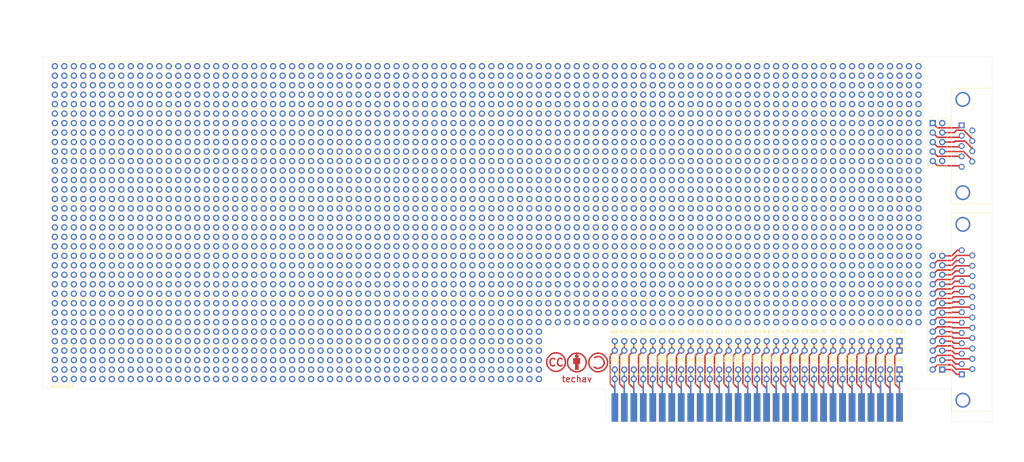
<source format=kicad_pcb>
(kicad_pcb (version 20171130) (host pcbnew "(5.1.6)-1")
  (layers (0 F.Cu signal) (31 B.Cu signal) (34 B.Paste user) (35 F.Paste user) (36 B.SilkS user) (37 F.SilkS user) (38 B.Mask user) (39 F.Mask user) (44 Edge.Cuts user))
  (net 0 "")
  (net 1 /GND@31)
  (net 2 /OSC)
  (net 3 /VCC@29)
  (net 4 /ALE)
  (net 5 /TC)
  (net 6 /~DACK2)
  (net 7 /IRQ3)
  (net 8 /IRQ4)
  (net 9 /IRQ5)
  (net 10 /IRQ6)
  (net 11 /IRQ7)
  (net 12 /CLK)
  (net 13 /~DACK0)
  (net 14 /DRQ1)
  (net 15 /~DACK1)
  (net 16 /DRQ3)
  (net 17 /~DACK3)
  (net 18 /~IOR)
  (net 19 /~IOW)
  (net 20 /~MEMR)
  (net 21 /~MEMW)
  (net 22 /GND@10)
  (net 23 /+12V@9)
  (net 24 /-12V@7)
  (net 25 /DRQ2)
  (net 26 /-5V@5)
  (net 27 /IRQ2)
  (net 28 /VCC@3)
  (net 29 /RESET)
  (net 30 /GND@1)
  (net 31 /A00)
  (net 32 /A01)
  (net 33 /A02)
  (net 34 /A03)
  (net 35 /A04)
  (net 36 /A05)
  (net 37 /A06)
  (net 38 /A07)
  (net 39 /A08)
  (net 40 /A09)
  (net 41 /A10)
  (net 42 /A11)
  (net 43 /A12)
  (net 44 /A13)
  (net 45 /A14)
  (net 46 /A15)
  (net 47 /A16)
  (net 48 /A17)
  (net 49 /A18)
  (net 50 /A19)
  (net 51 /AEN)
  (net 52 /IO-RDY)
  (net 53 /D0)
  (net 54 /D1)
  (net 55 /D2)
  (net 56 /D3)
  (net 57 /D4)
  (net 58 /D5)
  (net 59 /D6)
  (net 60 /D7)
  (net 61 /~CARD)
  (net 62 /IOCHCK)
  (module Connector_PinHeader_2.54mm:PinHeader_2x05_P2.54mm_Vertical (layer F.Cu) (at 259.08 68.58)
    (fp_text reference REF** hide)
    (fp_text value PinHeader_2x05_P2.54mm_Vertical hide)
    (pad 10 thru_hole oval (at 2.54 10.16) (size 1.7 1.7) (drill 1) (layers *.Cu *.Mask))
    (pad 9 thru_hole oval (at 0 10.16) (size 1.7 1.7) (drill 1) (layers *.Cu *.Mask))
    (pad 8 thru_hole oval (at 2.54 7.62) (size 1.7 1.7) (drill 1) (layers *.Cu *.Mask))
    (pad 7 thru_hole oval (at 0 7.62) (size 1.7 1.7) (drill 1) (layers *.Cu *.Mask))
    (pad 6 thru_hole oval (at 2.54 5.08) (size 1.7 1.7) (drill 1) (layers *.Cu *.Mask))
    (pad 5 thru_hole oval (at 0 5.08) (size 1.7 1.7) (drill 1) (layers *.Cu *.Mask))
    (pad 4 thru_hole oval (at 2.54 2.54) (size 1.7 1.7) (drill 1) (layers *.Cu *.Mask))
    (pad 3 thru_hole oval (at 0 2.54) (size 1.7 1.7) (drill 1) (layers *.Cu *.Mask))
    (pad 2 thru_hole oval (at 2.54 0) (size 1.7 1.7) (drill 1) (layers *.Cu *.Mask))
    (pad 1 thru_hole rect (at 0 0) (size 1.7 1.7) (drill 1) (layers *.Cu *.Mask))
  )
  (module Connector_PinHeader_2.54mm:PinHeader_2x13_P2.54mm_Vertical (layer F.Cu) (at 261.62 134.62 180)
    (fp_text reference REF** hide)
    (fp_text value PinHeader_2x13_P2.54mm_Vertical hide)
    (pad 26 thru_hole oval (at 2.54 30.48 180) (size 1.7 1.7) (drill 1) (layers *.Cu *.Mask))
    (pad 25 thru_hole oval (at 0 30.48 180) (size 1.7 1.7) (drill 1) (layers *.Cu *.Mask))
    (pad 24 thru_hole oval (at 2.54 27.94 180) (size 1.7 1.7) (drill 1) (layers *.Cu *.Mask))
    (pad 23 thru_hole oval (at 0 27.94 180) (size 1.7 1.7) (drill 1) (layers *.Cu *.Mask))
    (pad 22 thru_hole oval (at 2.54 25.4 180) (size 1.7 1.7) (drill 1) (layers *.Cu *.Mask))
    (pad 21 thru_hole oval (at 0 25.4 180) (size 1.7 1.7) (drill 1) (layers *.Cu *.Mask))
    (pad 20 thru_hole oval (at 2.54 22.86 180) (size 1.7 1.7) (drill 1) (layers *.Cu *.Mask))
    (pad 19 thru_hole oval (at 0 22.86 180) (size 1.7 1.7) (drill 1) (layers *.Cu *.Mask))
    (pad 18 thru_hole oval (at 2.54 20.32 180) (size 1.7 1.7) (drill 1) (layers *.Cu *.Mask))
    (pad 17 thru_hole oval (at 0 20.32 180) (size 1.7 1.7) (drill 1) (layers *.Cu *.Mask))
    (pad 16 thru_hole oval (at 2.54 17.78 180) (size 1.7 1.7) (drill 1) (layers *.Cu *.Mask))
    (pad 15 thru_hole oval (at 0 17.78 180) (size 1.7 1.7) (drill 1) (layers *.Cu *.Mask))
    (pad 14 thru_hole oval (at 2.54 15.24 180) (size 1.7 1.7) (drill 1) (layers *.Cu *.Mask))
    (pad 13 thru_hole oval (at 0 15.24 180) (size 1.7 1.7) (drill 1) (layers *.Cu *.Mask))
    (pad 12 thru_hole oval (at 2.54 12.7 180) (size 1.7 1.7) (drill 1) (layers *.Cu *.Mask))
    (pad 11 thru_hole oval (at 0 12.7 180) (size 1.7 1.7) (drill 1) (layers *.Cu *.Mask))
    (pad 10 thru_hole oval (at 2.54 10.16 180) (size 1.7 1.7) (drill 1) (layers *.Cu *.Mask))
    (pad 9 thru_hole oval (at 0 10.16 180) (size 1.7 1.7) (drill 1) (layers *.Cu *.Mask))
    (pad 8 thru_hole oval (at 2.54 7.62 180) (size 1.7 1.7) (drill 1) (layers *.Cu *.Mask))
    (pad 7 thru_hole oval (at 0 7.62 180) (size 1.7 1.7) (drill 1) (layers *.Cu *.Mask))
    (pad 6 thru_hole oval (at 2.54 5.08 180) (size 1.7 1.7) (drill 1) (layers *.Cu *.Mask))
    (pad 5 thru_hole oval (at 0 5.08 180) (size 1.7 1.7) (drill 1) (layers *.Cu *.Mask))
    (pad 4 thru_hole oval (at 2.54 2.54 180) (size 1.7 1.7) (drill 1) (layers *.Cu *.Mask))
    (pad 3 thru_hole oval (at 0 2.54 180) (size 1.7 1.7) (drill 1) (layers *.Cu *.Mask))
    (pad 2 thru_hole oval (at 2.54 0 180) (size 1.7 1.7) (drill 1) (layers *.Cu *.Mask))
    (pad 1 thru_hole rect (at 0 0 180) (size 1.7 1.7) (drill 1) (layers *.Cu *.Mask))
  )
  (module techav:PinHeader_2x40_P2.54mm_Vertical_NoSilk (layer F.Cu) (at 153.67 99.06 270)
    (fp_text reference REF**)
    (fp_text value PinHeader_2x40_P2.54mm_Vertical_NoSilk)
    (pad 80 thru_hole oval (at 2.54 99.06 270) (size 1.7 1.7) (drill 1) (layers *.Cu *.Mask))
    (pad 79 thru_hole oval (at 0 99.06 270) (size 1.7 1.7) (drill 1) (layers *.Cu *.Mask))
    (pad 78 thru_hole oval (at 2.54 96.52 270) (size 1.7 1.7) (drill 1) (layers *.Cu *.Mask))
    (pad 77 thru_hole oval (at 0 96.52 270) (size 1.7 1.7) (drill 1) (layers *.Cu *.Mask))
    (pad 76 thru_hole oval (at 2.54 93.98 270) (size 1.7 1.7) (drill 1) (layers *.Cu *.Mask))
    (pad 75 thru_hole oval (at 0 93.98 270) (size 1.7 1.7) (drill 1) (layers *.Cu *.Mask))
    (pad 74 thru_hole oval (at 2.54 91.44 270) (size 1.7 1.7) (drill 1) (layers *.Cu *.Mask))
    (pad 73 thru_hole oval (at 0 91.44 270) (size 1.7 1.7) (drill 1) (layers *.Cu *.Mask))
    (pad 72 thru_hole oval (at 2.54 88.9 270) (size 1.7 1.7) (drill 1) (layers *.Cu *.Mask))
    (pad 71 thru_hole oval (at 0 88.9 270) (size 1.7 1.7) (drill 1) (layers *.Cu *.Mask))
    (pad 70 thru_hole oval (at 2.54 86.36 270) (size 1.7 1.7) (drill 1) (layers *.Cu *.Mask))
    (pad 69 thru_hole oval (at 0 86.36 270) (size 1.7 1.7) (drill 1) (layers *.Cu *.Mask))
    (pad 68 thru_hole oval (at 2.54 83.82 270) (size 1.7 1.7) (drill 1) (layers *.Cu *.Mask))
    (pad 67 thru_hole oval (at 0 83.82 270) (size 1.7 1.7) (drill 1) (layers *.Cu *.Mask))
    (pad 66 thru_hole oval (at 2.54 81.28 270) (size 1.7 1.7) (drill 1) (layers *.Cu *.Mask))
    (pad 65 thru_hole oval (at 0 81.28 270) (size 1.7 1.7) (drill 1) (layers *.Cu *.Mask))
    (pad 64 thru_hole oval (at 2.54 78.74 270) (size 1.7 1.7) (drill 1) (layers *.Cu *.Mask))
    (pad 63 thru_hole oval (at 0 78.74 270) (size 1.7 1.7) (drill 1) (layers *.Cu *.Mask))
    (pad 62 thru_hole oval (at 2.54 76.2 270) (size 1.7 1.7) (drill 1) (layers *.Cu *.Mask))
    (pad 61 thru_hole oval (at 0 76.2 270) (size 1.7 1.7) (drill 1) (layers *.Cu *.Mask))
    (pad 60 thru_hole oval (at 2.54 73.66 270) (size 1.7 1.7) (drill 1) (layers *.Cu *.Mask))
    (pad 59 thru_hole oval (at 0 73.66 270) (size 1.7 1.7) (drill 1) (layers *.Cu *.Mask))
    (pad 58 thru_hole oval (at 2.54 71.12 270) (size 1.7 1.7) (drill 1) (layers *.Cu *.Mask))
    (pad 57 thru_hole oval (at 0 71.12 270) (size 1.7 1.7) (drill 1) (layers *.Cu *.Mask))
    (pad 56 thru_hole oval (at 2.54 68.58 270) (size 1.7 1.7) (drill 1) (layers *.Cu *.Mask))
    (pad 55 thru_hole oval (at 0 68.58 270) (size 1.7 1.7) (drill 1) (layers *.Cu *.Mask))
    (pad 54 thru_hole oval (at 2.54 66.04 270) (size 1.7 1.7) (drill 1) (layers *.Cu *.Mask))
    (pad 53 thru_hole oval (at 0 66.04 270) (size 1.7 1.7) (drill 1) (layers *.Cu *.Mask))
    (pad 52 thru_hole oval (at 2.54 63.5 270) (size 1.7 1.7) (drill 1) (layers *.Cu *.Mask))
    (pad 51 thru_hole oval (at 0 63.5 270) (size 1.7 1.7) (drill 1) (layers *.Cu *.Mask))
    (pad 50 thru_hole oval (at 2.54 60.96 270) (size 1.7 1.7) (drill 1) (layers *.Cu *.Mask))
    (pad 49 thru_hole oval (at 0 60.96 270) (size 1.7 1.7) (drill 1) (layers *.Cu *.Mask))
    (pad 48 thru_hole oval (at 2.54 58.42 270) (size 1.7 1.7) (drill 1) (layers *.Cu *.Mask))
    (pad 47 thru_hole oval (at 0 58.42 270) (size 1.7 1.7) (drill 1) (layers *.Cu *.Mask))
    (pad 46 thru_hole oval (at 2.54 55.88 270) (size 1.7 1.7) (drill 1) (layers *.Cu *.Mask))
    (pad 45 thru_hole oval (at 0 55.88 270) (size 1.7 1.7) (drill 1) (layers *.Cu *.Mask))
    (pad 44 thru_hole oval (at 2.54 53.34 270) (size 1.7 1.7) (drill 1) (layers *.Cu *.Mask))
    (pad 43 thru_hole oval (at 0 53.34 270) (size 1.7 1.7) (drill 1) (layers *.Cu *.Mask))
    (pad 42 thru_hole oval (at 2.54 50.8 270) (size 1.7 1.7) (drill 1) (layers *.Cu *.Mask))
    (pad 41 thru_hole oval (at 0 50.8 270) (size 1.7 1.7) (drill 1) (layers *.Cu *.Mask))
    (pad 40 thru_hole oval (at 2.54 48.26 270) (size 1.7 1.7) (drill 1) (layers *.Cu *.Mask))
    (pad 39 thru_hole oval (at 0 48.26 270) (size 1.7 1.7) (drill 1) (layers *.Cu *.Mask))
    (pad 38 thru_hole oval (at 2.54 45.72 270) (size 1.7 1.7) (drill 1) (layers *.Cu *.Mask))
    (pad 37 thru_hole oval (at 0 45.72 270) (size 1.7 1.7) (drill 1) (layers *.Cu *.Mask))
    (pad 36 thru_hole oval (at 2.54 43.18 270) (size 1.7 1.7) (drill 1) (layers *.Cu *.Mask))
    (pad 35 thru_hole oval (at 0 43.18 270) (size 1.7 1.7) (drill 1) (layers *.Cu *.Mask))
    (pad 34 thru_hole oval (at 2.54 40.64 270) (size 1.7 1.7) (drill 1) (layers *.Cu *.Mask))
    (pad 33 thru_hole oval (at 0 40.64 270) (size 1.7 1.7) (drill 1) (layers *.Cu *.Mask))
    (pad 32 thru_hole oval (at 2.54 38.1 270) (size 1.7 1.7) (drill 1) (layers *.Cu *.Mask))
    (pad 31 thru_hole oval (at 0 38.1 270) (size 1.7 1.7) (drill 1) (layers *.Cu *.Mask))
    (pad 30 thru_hole oval (at 2.54 35.56 270) (size 1.7 1.7) (drill 1) (layers *.Cu *.Mask))
    (pad 29 thru_hole oval (at 0 35.56 270) (size 1.7 1.7) (drill 1) (layers *.Cu *.Mask))
    (pad 28 thru_hole oval (at 2.54 33.02 270) (size 1.7 1.7) (drill 1) (layers *.Cu *.Mask))
    (pad 27 thru_hole oval (at 0 33.02 270) (size 1.7 1.7) (drill 1) (layers *.Cu *.Mask))
    (pad 26 thru_hole oval (at 2.54 30.48 270) (size 1.7 1.7) (drill 1) (layers *.Cu *.Mask))
    (pad 25 thru_hole oval (at 0 30.48 270) (size 1.7 1.7) (drill 1) (layers *.Cu *.Mask))
    (pad 24 thru_hole oval (at 2.54 27.94 270) (size 1.7 1.7) (drill 1) (layers *.Cu *.Mask))
    (pad 23 thru_hole oval (at 0 27.94 270) (size 1.7 1.7) (drill 1) (layers *.Cu *.Mask))
    (pad 22 thru_hole oval (at 2.54 25.4 270) (size 1.7 1.7) (drill 1) (layers *.Cu *.Mask))
    (pad 21 thru_hole oval (at 0 25.4 270) (size 1.7 1.7) (drill 1) (layers *.Cu *.Mask))
    (pad 20 thru_hole oval (at 2.54 22.86 270) (size 1.7 1.7) (drill 1) (layers *.Cu *.Mask))
    (pad 19 thru_hole oval (at 0 22.86 270) (size 1.7 1.7) (drill 1) (layers *.Cu *.Mask))
    (pad 18 thru_hole oval (at 2.54 20.32 270) (size 1.7 1.7) (drill 1) (layers *.Cu *.Mask))
    (pad 17 thru_hole oval (at 0 20.32 270) (size 1.7 1.7) (drill 1) (layers *.Cu *.Mask))
    (pad 16 thru_hole oval (at 2.54 17.78 270) (size 1.7 1.7) (drill 1) (layers *.Cu *.Mask))
    (pad 15 thru_hole oval (at 0 17.78 270) (size 1.7 1.7) (drill 1) (layers *.Cu *.Mask))
    (pad 14 thru_hole oval (at 2.54 15.24 270) (size 1.7 1.7) (drill 1) (layers *.Cu *.Mask))
    (pad 13 thru_hole oval (at 0 15.24 270) (size 1.7 1.7) (drill 1) (layers *.Cu *.Mask))
    (pad 12 thru_hole oval (at 2.54 12.7 270) (size 1.7 1.7) (drill 1) (layers *.Cu *.Mask))
    (pad 11 thru_hole oval (at 0 12.7 270) (size 1.7 1.7) (drill 1) (layers *.Cu *.Mask))
    (pad 10 thru_hole oval (at 2.54 10.16 270) (size 1.7 1.7) (drill 1) (layers *.Cu *.Mask))
    (pad 9 thru_hole oval (at 0 10.16 270) (size 1.7 1.7) (drill 1) (layers *.Cu *.Mask))
    (pad 8 thru_hole oval (at 2.54 7.62 270) (size 1.7 1.7) (drill 1) (layers *.Cu *.Mask))
    (pad 7 thru_hole oval (at 0 7.62 270) (size 1.7 1.7) (drill 1) (layers *.Cu *.Mask))
    (pad 6 thru_hole oval (at 2.54 5.08 270) (size 1.7 1.7) (drill 1) (layers *.Cu *.Mask))
    (pad 5 thru_hole oval (at 0 5.08 270) (size 1.7 1.7) (drill 1) (layers *.Cu *.Mask))
    (pad 4 thru_hole oval (at 2.54 2.54 270) (size 1.7 1.7) (drill 1) (layers *.Cu *.Mask))
    (pad 3 thru_hole oval (at 0 2.54 270) (size 1.7 1.7) (drill 1) (layers *.Cu *.Mask))
    (pad 2 thru_hole oval (at 2.54 0 270) (size 1.7 1.7) (drill 1) (layers *.Cu *.Mask))
    (pad 1 thru_hole circle (at 0 0 270) (size 1.7 1.7) (drill 1) (layers *.Cu *.Mask))
  )
  (module techav:PinHeader_2x40_P2.54mm_Vertical_NoSilk (layer F.Cu) (at 153.67 93.98 270)
    (fp_text reference REF**)
    (fp_text value PinHeader_2x40_P2.54mm_Vertical_NoSilk)
    (pad 80 thru_hole oval (at 2.54 99.06 270) (size 1.7 1.7) (drill 1) (layers *.Cu *.Mask))
    (pad 79 thru_hole oval (at 0 99.06 270) (size 1.7 1.7) (drill 1) (layers *.Cu *.Mask))
    (pad 78 thru_hole oval (at 2.54 96.52 270) (size 1.7 1.7) (drill 1) (layers *.Cu *.Mask))
    (pad 77 thru_hole oval (at 0 96.52 270) (size 1.7 1.7) (drill 1) (layers *.Cu *.Mask))
    (pad 76 thru_hole oval (at 2.54 93.98 270) (size 1.7 1.7) (drill 1) (layers *.Cu *.Mask))
    (pad 75 thru_hole oval (at 0 93.98 270) (size 1.7 1.7) (drill 1) (layers *.Cu *.Mask))
    (pad 74 thru_hole oval (at 2.54 91.44 270) (size 1.7 1.7) (drill 1) (layers *.Cu *.Mask))
    (pad 73 thru_hole oval (at 0 91.44 270) (size 1.7 1.7) (drill 1) (layers *.Cu *.Mask))
    (pad 72 thru_hole oval (at 2.54 88.9 270) (size 1.7 1.7) (drill 1) (layers *.Cu *.Mask))
    (pad 71 thru_hole oval (at 0 88.9 270) (size 1.7 1.7) (drill 1) (layers *.Cu *.Mask))
    (pad 70 thru_hole oval (at 2.54 86.36 270) (size 1.7 1.7) (drill 1) (layers *.Cu *.Mask))
    (pad 69 thru_hole oval (at 0 86.36 270) (size 1.7 1.7) (drill 1) (layers *.Cu *.Mask))
    (pad 68 thru_hole oval (at 2.54 83.82 270) (size 1.7 1.7) (drill 1) (layers *.Cu *.Mask))
    (pad 67 thru_hole oval (at 0 83.82 270) (size 1.7 1.7) (drill 1) (layers *.Cu *.Mask))
    (pad 66 thru_hole oval (at 2.54 81.28 270) (size 1.7 1.7) (drill 1) (layers *.Cu *.Mask))
    (pad 65 thru_hole oval (at 0 81.28 270) (size 1.7 1.7) (drill 1) (layers *.Cu *.Mask))
    (pad 64 thru_hole oval (at 2.54 78.74 270) (size 1.7 1.7) (drill 1) (layers *.Cu *.Mask))
    (pad 63 thru_hole oval (at 0 78.74 270) (size 1.7 1.7) (drill 1) (layers *.Cu *.Mask))
    (pad 62 thru_hole oval (at 2.54 76.2 270) (size 1.7 1.7) (drill 1) (layers *.Cu *.Mask))
    (pad 61 thru_hole oval (at 0 76.2 270) (size 1.7 1.7) (drill 1) (layers *.Cu *.Mask))
    (pad 60 thru_hole oval (at 2.54 73.66 270) (size 1.7 1.7) (drill 1) (layers *.Cu *.Mask))
    (pad 59 thru_hole oval (at 0 73.66 270) (size 1.7 1.7) (drill 1) (layers *.Cu *.Mask))
    (pad 58 thru_hole oval (at 2.54 71.12 270) (size 1.7 1.7) (drill 1) (layers *.Cu *.Mask))
    (pad 57 thru_hole oval (at 0 71.12 270) (size 1.7 1.7) (drill 1) (layers *.Cu *.Mask))
    (pad 56 thru_hole oval (at 2.54 68.58 270) (size 1.7 1.7) (drill 1) (layers *.Cu *.Mask))
    (pad 55 thru_hole oval (at 0 68.58 270) (size 1.7 1.7) (drill 1) (layers *.Cu *.Mask))
    (pad 54 thru_hole oval (at 2.54 66.04 270) (size 1.7 1.7) (drill 1) (layers *.Cu *.Mask))
    (pad 53 thru_hole oval (at 0 66.04 270) (size 1.7 1.7) (drill 1) (layers *.Cu *.Mask))
    (pad 52 thru_hole oval (at 2.54 63.5 270) (size 1.7 1.7) (drill 1) (layers *.Cu *.Mask))
    (pad 51 thru_hole oval (at 0 63.5 270) (size 1.7 1.7) (drill 1) (layers *.Cu *.Mask))
    (pad 50 thru_hole oval (at 2.54 60.96 270) (size 1.7 1.7) (drill 1) (layers *.Cu *.Mask))
    (pad 49 thru_hole oval (at 0 60.96 270) (size 1.7 1.7) (drill 1) (layers *.Cu *.Mask))
    (pad 48 thru_hole oval (at 2.54 58.42 270) (size 1.7 1.7) (drill 1) (layers *.Cu *.Mask))
    (pad 47 thru_hole oval (at 0 58.42 270) (size 1.7 1.7) (drill 1) (layers *.Cu *.Mask))
    (pad 46 thru_hole oval (at 2.54 55.88 270) (size 1.7 1.7) (drill 1) (layers *.Cu *.Mask))
    (pad 45 thru_hole oval (at 0 55.88 270) (size 1.7 1.7) (drill 1) (layers *.Cu *.Mask))
    (pad 44 thru_hole oval (at 2.54 53.34 270) (size 1.7 1.7) (drill 1) (layers *.Cu *.Mask))
    (pad 43 thru_hole oval (at 0 53.34 270) (size 1.7 1.7) (drill 1) (layers *.Cu *.Mask))
    (pad 42 thru_hole oval (at 2.54 50.8 270) (size 1.7 1.7) (drill 1) (layers *.Cu *.Mask))
    (pad 41 thru_hole oval (at 0 50.8 270) (size 1.7 1.7) (drill 1) (layers *.Cu *.Mask))
    (pad 40 thru_hole oval (at 2.54 48.26 270) (size 1.7 1.7) (drill 1) (layers *.Cu *.Mask))
    (pad 39 thru_hole oval (at 0 48.26 270) (size 1.7 1.7) (drill 1) (layers *.Cu *.Mask))
    (pad 38 thru_hole oval (at 2.54 45.72 270) (size 1.7 1.7) (drill 1) (layers *.Cu *.Mask))
    (pad 37 thru_hole oval (at 0 45.72 270) (size 1.7 1.7) (drill 1) (layers *.Cu *.Mask))
    (pad 36 thru_hole oval (at 2.54 43.18 270) (size 1.7 1.7) (drill 1) (layers *.Cu *.Mask))
    (pad 35 thru_hole oval (at 0 43.18 270) (size 1.7 1.7) (drill 1) (layers *.Cu *.Mask))
    (pad 34 thru_hole oval (at 2.54 40.64 270) (size 1.7 1.7) (drill 1) (layers *.Cu *.Mask))
    (pad 33 thru_hole oval (at 0 40.64 270) (size 1.7 1.7) (drill 1) (layers *.Cu *.Mask))
    (pad 32 thru_hole oval (at 2.54 38.1 270) (size 1.7 1.7) (drill 1) (layers *.Cu *.Mask))
    (pad 31 thru_hole oval (at 0 38.1 270) (size 1.7 1.7) (drill 1) (layers *.Cu *.Mask))
    (pad 30 thru_hole oval (at 2.54 35.56 270) (size 1.7 1.7) (drill 1) (layers *.Cu *.Mask))
    (pad 29 thru_hole oval (at 0 35.56 270) (size 1.7 1.7) (drill 1) (layers *.Cu *.Mask))
    (pad 28 thru_hole oval (at 2.54 33.02 270) (size 1.7 1.7) (drill 1) (layers *.Cu *.Mask))
    (pad 27 thru_hole oval (at 0 33.02 270) (size 1.7 1.7) (drill 1) (layers *.Cu *.Mask))
    (pad 26 thru_hole oval (at 2.54 30.48 270) (size 1.7 1.7) (drill 1) (layers *.Cu *.Mask))
    (pad 25 thru_hole oval (at 0 30.48 270) (size 1.7 1.7) (drill 1) (layers *.Cu *.Mask))
    (pad 24 thru_hole oval (at 2.54 27.94 270) (size 1.7 1.7) (drill 1) (layers *.Cu *.Mask))
    (pad 23 thru_hole oval (at 0 27.94 270) (size 1.7 1.7) (drill 1) (layers *.Cu *.Mask))
    (pad 22 thru_hole oval (at 2.54 25.4 270) (size 1.7 1.7) (drill 1) (layers *.Cu *.Mask))
    (pad 21 thru_hole oval (at 0 25.4 270) (size 1.7 1.7) (drill 1) (layers *.Cu *.Mask))
    (pad 20 thru_hole oval (at 2.54 22.86 270) (size 1.7 1.7) (drill 1) (layers *.Cu *.Mask))
    (pad 19 thru_hole oval (at 0 22.86 270) (size 1.7 1.7) (drill 1) (layers *.Cu *.Mask))
    (pad 18 thru_hole oval (at 2.54 20.32 270) (size 1.7 1.7) (drill 1) (layers *.Cu *.Mask))
    (pad 17 thru_hole oval (at 0 20.32 270) (size 1.7 1.7) (drill 1) (layers *.Cu *.Mask))
    (pad 16 thru_hole oval (at 2.54 17.78 270) (size 1.7 1.7) (drill 1) (layers *.Cu *.Mask))
    (pad 15 thru_hole oval (at 0 17.78 270) (size 1.7 1.7) (drill 1) (layers *.Cu *.Mask))
    (pad 14 thru_hole oval (at 2.54 15.24 270) (size 1.7 1.7) (drill 1) (layers *.Cu *.Mask))
    (pad 13 thru_hole oval (at 0 15.24 270) (size 1.7 1.7) (drill 1) (layers *.Cu *.Mask))
    (pad 12 thru_hole oval (at 2.54 12.7 270) (size 1.7 1.7) (drill 1) (layers *.Cu *.Mask))
    (pad 11 thru_hole oval (at 0 12.7 270) (size 1.7 1.7) (drill 1) (layers *.Cu *.Mask))
    (pad 10 thru_hole oval (at 2.54 10.16 270) (size 1.7 1.7) (drill 1) (layers *.Cu *.Mask))
    (pad 9 thru_hole oval (at 0 10.16 270) (size 1.7 1.7) (drill 1) (layers *.Cu *.Mask))
    (pad 8 thru_hole oval (at 2.54 7.62 270) (size 1.7 1.7) (drill 1) (layers *.Cu *.Mask))
    (pad 7 thru_hole oval (at 0 7.62 270) (size 1.7 1.7) (drill 1) (layers *.Cu *.Mask))
    (pad 6 thru_hole oval (at 2.54 5.08 270) (size 1.7 1.7) (drill 1) (layers *.Cu *.Mask))
    (pad 5 thru_hole oval (at 0 5.08 270) (size 1.7 1.7) (drill 1) (layers *.Cu *.Mask))
    (pad 4 thru_hole oval (at 2.54 2.54 270) (size 1.7 1.7) (drill 1) (layers *.Cu *.Mask))
    (pad 3 thru_hole oval (at 0 2.54 270) (size 1.7 1.7) (drill 1) (layers *.Cu *.Mask))
    (pad 2 thru_hole oval (at 2.54 0 270) (size 1.7 1.7) (drill 1) (layers *.Cu *.Mask))
    (pad 1 thru_hole circle (at 0 0 270) (size 1.7 1.7) (drill 1) (layers *.Cu *.Mask))
  )
  (module techav:PinHeader_2x40_P2.54mm_Vertical_NoSilk (layer F.Cu) (at 153.67 114.3 270)
    (fp_text reference REF**)
    (fp_text value PinHeader_2x40_P2.54mm_Vertical_NoSilk)
    (pad 80 thru_hole oval (at 2.54 99.06 270) (size 1.7 1.7) (drill 1) (layers *.Cu *.Mask))
    (pad 79 thru_hole oval (at 0 99.06 270) (size 1.7 1.7) (drill 1) (layers *.Cu *.Mask))
    (pad 78 thru_hole oval (at 2.54 96.52 270) (size 1.7 1.7) (drill 1) (layers *.Cu *.Mask))
    (pad 77 thru_hole oval (at 0 96.52 270) (size 1.7 1.7) (drill 1) (layers *.Cu *.Mask))
    (pad 76 thru_hole oval (at 2.54 93.98 270) (size 1.7 1.7) (drill 1) (layers *.Cu *.Mask))
    (pad 75 thru_hole oval (at 0 93.98 270) (size 1.7 1.7) (drill 1) (layers *.Cu *.Mask))
    (pad 74 thru_hole oval (at 2.54 91.44 270) (size 1.7 1.7) (drill 1) (layers *.Cu *.Mask))
    (pad 73 thru_hole oval (at 0 91.44 270) (size 1.7 1.7) (drill 1) (layers *.Cu *.Mask))
    (pad 72 thru_hole oval (at 2.54 88.9 270) (size 1.7 1.7) (drill 1) (layers *.Cu *.Mask))
    (pad 71 thru_hole oval (at 0 88.9 270) (size 1.7 1.7) (drill 1) (layers *.Cu *.Mask))
    (pad 70 thru_hole oval (at 2.54 86.36 270) (size 1.7 1.7) (drill 1) (layers *.Cu *.Mask))
    (pad 69 thru_hole oval (at 0 86.36 270) (size 1.7 1.7) (drill 1) (layers *.Cu *.Mask))
    (pad 68 thru_hole oval (at 2.54 83.82 270) (size 1.7 1.7) (drill 1) (layers *.Cu *.Mask))
    (pad 67 thru_hole oval (at 0 83.82 270) (size 1.7 1.7) (drill 1) (layers *.Cu *.Mask))
    (pad 66 thru_hole oval (at 2.54 81.28 270) (size 1.7 1.7) (drill 1) (layers *.Cu *.Mask))
    (pad 65 thru_hole oval (at 0 81.28 270) (size 1.7 1.7) (drill 1) (layers *.Cu *.Mask))
    (pad 64 thru_hole oval (at 2.54 78.74 270) (size 1.7 1.7) (drill 1) (layers *.Cu *.Mask))
    (pad 63 thru_hole oval (at 0 78.74 270) (size 1.7 1.7) (drill 1) (layers *.Cu *.Mask))
    (pad 62 thru_hole oval (at 2.54 76.2 270) (size 1.7 1.7) (drill 1) (layers *.Cu *.Mask))
    (pad 61 thru_hole oval (at 0 76.2 270) (size 1.7 1.7) (drill 1) (layers *.Cu *.Mask))
    (pad 60 thru_hole oval (at 2.54 73.66 270) (size 1.7 1.7) (drill 1) (layers *.Cu *.Mask))
    (pad 59 thru_hole oval (at 0 73.66 270) (size 1.7 1.7) (drill 1) (layers *.Cu *.Mask))
    (pad 58 thru_hole oval (at 2.54 71.12 270) (size 1.7 1.7) (drill 1) (layers *.Cu *.Mask))
    (pad 57 thru_hole oval (at 0 71.12 270) (size 1.7 1.7) (drill 1) (layers *.Cu *.Mask))
    (pad 56 thru_hole oval (at 2.54 68.58 270) (size 1.7 1.7) (drill 1) (layers *.Cu *.Mask))
    (pad 55 thru_hole oval (at 0 68.58 270) (size 1.7 1.7) (drill 1) (layers *.Cu *.Mask))
    (pad 54 thru_hole oval (at 2.54 66.04 270) (size 1.7 1.7) (drill 1) (layers *.Cu *.Mask))
    (pad 53 thru_hole oval (at 0 66.04 270) (size 1.7 1.7) (drill 1) (layers *.Cu *.Mask))
    (pad 52 thru_hole oval (at 2.54 63.5 270) (size 1.7 1.7) (drill 1) (layers *.Cu *.Mask))
    (pad 51 thru_hole oval (at 0 63.5 270) (size 1.7 1.7) (drill 1) (layers *.Cu *.Mask))
    (pad 50 thru_hole oval (at 2.54 60.96 270) (size 1.7 1.7) (drill 1) (layers *.Cu *.Mask))
    (pad 49 thru_hole oval (at 0 60.96 270) (size 1.7 1.7) (drill 1) (layers *.Cu *.Mask))
    (pad 48 thru_hole oval (at 2.54 58.42 270) (size 1.7 1.7) (drill 1) (layers *.Cu *.Mask))
    (pad 47 thru_hole oval (at 0 58.42 270) (size 1.7 1.7) (drill 1) (layers *.Cu *.Mask))
    (pad 46 thru_hole oval (at 2.54 55.88 270) (size 1.7 1.7) (drill 1) (layers *.Cu *.Mask))
    (pad 45 thru_hole oval (at 0 55.88 270) (size 1.7 1.7) (drill 1) (layers *.Cu *.Mask))
    (pad 44 thru_hole oval (at 2.54 53.34 270) (size 1.7 1.7) (drill 1) (layers *.Cu *.Mask))
    (pad 43 thru_hole oval (at 0 53.34 270) (size 1.7 1.7) (drill 1) (layers *.Cu *.Mask))
    (pad 42 thru_hole oval (at 2.54 50.8 270) (size 1.7 1.7) (drill 1) (layers *.Cu *.Mask))
    (pad 41 thru_hole oval (at 0 50.8 270) (size 1.7 1.7) (drill 1) (layers *.Cu *.Mask))
    (pad 40 thru_hole oval (at 2.54 48.26 270) (size 1.7 1.7) (drill 1) (layers *.Cu *.Mask))
    (pad 39 thru_hole oval (at 0 48.26 270) (size 1.7 1.7) (drill 1) (layers *.Cu *.Mask))
    (pad 38 thru_hole oval (at 2.54 45.72 270) (size 1.7 1.7) (drill 1) (layers *.Cu *.Mask))
    (pad 37 thru_hole oval (at 0 45.72 270) (size 1.7 1.7) (drill 1) (layers *.Cu *.Mask))
    (pad 36 thru_hole oval (at 2.54 43.18 270) (size 1.7 1.7) (drill 1) (layers *.Cu *.Mask))
    (pad 35 thru_hole oval (at 0 43.18 270) (size 1.7 1.7) (drill 1) (layers *.Cu *.Mask))
    (pad 34 thru_hole oval (at 2.54 40.64 270) (size 1.7 1.7) (drill 1) (layers *.Cu *.Mask))
    (pad 33 thru_hole oval (at 0 40.64 270) (size 1.7 1.7) (drill 1) (layers *.Cu *.Mask))
    (pad 32 thru_hole oval (at 2.54 38.1 270) (size 1.7 1.7) (drill 1) (layers *.Cu *.Mask))
    (pad 31 thru_hole oval (at 0 38.1 270) (size 1.7 1.7) (drill 1) (layers *.Cu *.Mask))
    (pad 30 thru_hole oval (at 2.54 35.56 270) (size 1.7 1.7) (drill 1) (layers *.Cu *.Mask))
    (pad 29 thru_hole oval (at 0 35.56 270) (size 1.7 1.7) (drill 1) (layers *.Cu *.Mask))
    (pad 28 thru_hole oval (at 2.54 33.02 270) (size 1.7 1.7) (drill 1) (layers *.Cu *.Mask))
    (pad 27 thru_hole oval (at 0 33.02 270) (size 1.7 1.7) (drill 1) (layers *.Cu *.Mask))
    (pad 26 thru_hole oval (at 2.54 30.48 270) (size 1.7 1.7) (drill 1) (layers *.Cu *.Mask))
    (pad 25 thru_hole oval (at 0 30.48 270) (size 1.7 1.7) (drill 1) (layers *.Cu *.Mask))
    (pad 24 thru_hole oval (at 2.54 27.94 270) (size 1.7 1.7) (drill 1) (layers *.Cu *.Mask))
    (pad 23 thru_hole oval (at 0 27.94 270) (size 1.7 1.7) (drill 1) (layers *.Cu *.Mask))
    (pad 22 thru_hole oval (at 2.54 25.4 270) (size 1.7 1.7) (drill 1) (layers *.Cu *.Mask))
    (pad 21 thru_hole oval (at 0 25.4 270) (size 1.7 1.7) (drill 1) (layers *.Cu *.Mask))
    (pad 20 thru_hole oval (at 2.54 22.86 270) (size 1.7 1.7) (drill 1) (layers *.Cu *.Mask))
    (pad 19 thru_hole oval (at 0 22.86 270) (size 1.7 1.7) (drill 1) (layers *.Cu *.Mask))
    (pad 18 thru_hole oval (at 2.54 20.32 270) (size 1.7 1.7) (drill 1) (layers *.Cu *.Mask))
    (pad 17 thru_hole oval (at 0 20.32 270) (size 1.7 1.7) (drill 1) (layers *.Cu *.Mask))
    (pad 16 thru_hole oval (at 2.54 17.78 270) (size 1.7 1.7) (drill 1) (layers *.Cu *.Mask))
    (pad 15 thru_hole oval (at 0 17.78 270) (size 1.7 1.7) (drill 1) (layers *.Cu *.Mask))
    (pad 14 thru_hole oval (at 2.54 15.24 270) (size 1.7 1.7) (drill 1) (layers *.Cu *.Mask))
    (pad 13 thru_hole oval (at 0 15.24 270) (size 1.7 1.7) (drill 1) (layers *.Cu *.Mask))
    (pad 12 thru_hole oval (at 2.54 12.7 270) (size 1.7 1.7) (drill 1) (layers *.Cu *.Mask))
    (pad 11 thru_hole oval (at 0 12.7 270) (size 1.7 1.7) (drill 1) (layers *.Cu *.Mask))
    (pad 10 thru_hole oval (at 2.54 10.16 270) (size 1.7 1.7) (drill 1) (layers *.Cu *.Mask))
    (pad 9 thru_hole oval (at 0 10.16 270) (size 1.7 1.7) (drill 1) (layers *.Cu *.Mask))
    (pad 8 thru_hole oval (at 2.54 7.62 270) (size 1.7 1.7) (drill 1) (layers *.Cu *.Mask))
    (pad 7 thru_hole oval (at 0 7.62 270) (size 1.7 1.7) (drill 1) (layers *.Cu *.Mask))
    (pad 6 thru_hole oval (at 2.54 5.08 270) (size 1.7 1.7) (drill 1) (layers *.Cu *.Mask))
    (pad 5 thru_hole oval (at 0 5.08 270) (size 1.7 1.7) (drill 1) (layers *.Cu *.Mask))
    (pad 4 thru_hole oval (at 2.54 2.54 270) (size 1.7 1.7) (drill 1) (layers *.Cu *.Mask))
    (pad 3 thru_hole oval (at 0 2.54 270) (size 1.7 1.7) (drill 1) (layers *.Cu *.Mask))
    (pad 2 thru_hole oval (at 2.54 0 270) (size 1.7 1.7) (drill 1) (layers *.Cu *.Mask))
    (pad 1 thru_hole circle (at 0 0 270) (size 1.7 1.7) (drill 1) (layers *.Cu *.Mask))
  )
  (module techav:PinHeader_2x40_P2.54mm_Vertical_NoSilk (layer F.Cu) (at 153.67 53.34 270)
    (fp_text reference REF**)
    (fp_text value PinHeader_2x40_P2.54mm_Vertical_NoSilk)
    (pad 80 thru_hole oval (at 2.54 99.06 270) (size 1.7 1.7) (drill 1) (layers *.Cu *.Mask))
    (pad 79 thru_hole oval (at 0 99.06 270) (size 1.7 1.7) (drill 1) (layers *.Cu *.Mask))
    (pad 78 thru_hole oval (at 2.54 96.52 270) (size 1.7 1.7) (drill 1) (layers *.Cu *.Mask))
    (pad 77 thru_hole oval (at 0 96.52 270) (size 1.7 1.7) (drill 1) (layers *.Cu *.Mask))
    (pad 76 thru_hole oval (at 2.54 93.98 270) (size 1.7 1.7) (drill 1) (layers *.Cu *.Mask))
    (pad 75 thru_hole oval (at 0 93.98 270) (size 1.7 1.7) (drill 1) (layers *.Cu *.Mask))
    (pad 74 thru_hole oval (at 2.54 91.44 270) (size 1.7 1.7) (drill 1) (layers *.Cu *.Mask))
    (pad 73 thru_hole oval (at 0 91.44 270) (size 1.7 1.7) (drill 1) (layers *.Cu *.Mask))
    (pad 72 thru_hole oval (at 2.54 88.9 270) (size 1.7 1.7) (drill 1) (layers *.Cu *.Mask))
    (pad 71 thru_hole oval (at 0 88.9 270) (size 1.7 1.7) (drill 1) (layers *.Cu *.Mask))
    (pad 70 thru_hole oval (at 2.54 86.36 270) (size 1.7 1.7) (drill 1) (layers *.Cu *.Mask))
    (pad 69 thru_hole oval (at 0 86.36 270) (size 1.7 1.7) (drill 1) (layers *.Cu *.Mask))
    (pad 68 thru_hole oval (at 2.54 83.82 270) (size 1.7 1.7) (drill 1) (layers *.Cu *.Mask))
    (pad 67 thru_hole oval (at 0 83.82 270) (size 1.7 1.7) (drill 1) (layers *.Cu *.Mask))
    (pad 66 thru_hole oval (at 2.54 81.28 270) (size 1.7 1.7) (drill 1) (layers *.Cu *.Mask))
    (pad 65 thru_hole oval (at 0 81.28 270) (size 1.7 1.7) (drill 1) (layers *.Cu *.Mask))
    (pad 64 thru_hole oval (at 2.54 78.74 270) (size 1.7 1.7) (drill 1) (layers *.Cu *.Mask))
    (pad 63 thru_hole oval (at 0 78.74 270) (size 1.7 1.7) (drill 1) (layers *.Cu *.Mask))
    (pad 62 thru_hole oval (at 2.54 76.2 270) (size 1.7 1.7) (drill 1) (layers *.Cu *.Mask))
    (pad 61 thru_hole oval (at 0 76.2 270) (size 1.7 1.7) (drill 1) (layers *.Cu *.Mask))
    (pad 60 thru_hole oval (at 2.54 73.66 270) (size 1.7 1.7) (drill 1) (layers *.Cu *.Mask))
    (pad 59 thru_hole oval (at 0 73.66 270) (size 1.7 1.7) (drill 1) (layers *.Cu *.Mask))
    (pad 58 thru_hole oval (at 2.54 71.12 270) (size 1.7 1.7) (drill 1) (layers *.Cu *.Mask))
    (pad 57 thru_hole oval (at 0 71.12 270) (size 1.7 1.7) (drill 1) (layers *.Cu *.Mask))
    (pad 56 thru_hole oval (at 2.54 68.58 270) (size 1.7 1.7) (drill 1) (layers *.Cu *.Mask))
    (pad 55 thru_hole oval (at 0 68.58 270) (size 1.7 1.7) (drill 1) (layers *.Cu *.Mask))
    (pad 54 thru_hole oval (at 2.54 66.04 270) (size 1.7 1.7) (drill 1) (layers *.Cu *.Mask))
    (pad 53 thru_hole oval (at 0 66.04 270) (size 1.7 1.7) (drill 1) (layers *.Cu *.Mask))
    (pad 52 thru_hole oval (at 2.54 63.5 270) (size 1.7 1.7) (drill 1) (layers *.Cu *.Mask))
    (pad 51 thru_hole oval (at 0 63.5 270) (size 1.7 1.7) (drill 1) (layers *.Cu *.Mask))
    (pad 50 thru_hole oval (at 2.54 60.96 270) (size 1.7 1.7) (drill 1) (layers *.Cu *.Mask))
    (pad 49 thru_hole oval (at 0 60.96 270) (size 1.7 1.7) (drill 1) (layers *.Cu *.Mask))
    (pad 48 thru_hole oval (at 2.54 58.42 270) (size 1.7 1.7) (drill 1) (layers *.Cu *.Mask))
    (pad 47 thru_hole oval (at 0 58.42 270) (size 1.7 1.7) (drill 1) (layers *.Cu *.Mask))
    (pad 46 thru_hole oval (at 2.54 55.88 270) (size 1.7 1.7) (drill 1) (layers *.Cu *.Mask))
    (pad 45 thru_hole oval (at 0 55.88 270) (size 1.7 1.7) (drill 1) (layers *.Cu *.Mask))
    (pad 44 thru_hole oval (at 2.54 53.34 270) (size 1.7 1.7) (drill 1) (layers *.Cu *.Mask))
    (pad 43 thru_hole oval (at 0 53.34 270) (size 1.7 1.7) (drill 1) (layers *.Cu *.Mask))
    (pad 42 thru_hole oval (at 2.54 50.8 270) (size 1.7 1.7) (drill 1) (layers *.Cu *.Mask))
    (pad 41 thru_hole oval (at 0 50.8 270) (size 1.7 1.7) (drill 1) (layers *.Cu *.Mask))
    (pad 40 thru_hole oval (at 2.54 48.26 270) (size 1.7 1.7) (drill 1) (layers *.Cu *.Mask))
    (pad 39 thru_hole oval (at 0 48.26 270) (size 1.7 1.7) (drill 1) (layers *.Cu *.Mask))
    (pad 38 thru_hole oval (at 2.54 45.72 270) (size 1.7 1.7) (drill 1) (layers *.Cu *.Mask))
    (pad 37 thru_hole oval (at 0 45.72 270) (size 1.7 1.7) (drill 1) (layers *.Cu *.Mask))
    (pad 36 thru_hole oval (at 2.54 43.18 270) (size 1.7 1.7) (drill 1) (layers *.Cu *.Mask))
    (pad 35 thru_hole oval (at 0 43.18 270) (size 1.7 1.7) (drill 1) (layers *.Cu *.Mask))
    (pad 34 thru_hole oval (at 2.54 40.64 270) (size 1.7 1.7) (drill 1) (layers *.Cu *.Mask))
    (pad 33 thru_hole oval (at 0 40.64 270) (size 1.7 1.7) (drill 1) (layers *.Cu *.Mask))
    (pad 32 thru_hole oval (at 2.54 38.1 270) (size 1.7 1.7) (drill 1) (layers *.Cu *.Mask))
    (pad 31 thru_hole oval (at 0 38.1 270) (size 1.7 1.7) (drill 1) (layers *.Cu *.Mask))
    (pad 30 thru_hole oval (at 2.54 35.56 270) (size 1.7 1.7) (drill 1) (layers *.Cu *.Mask))
    (pad 29 thru_hole oval (at 0 35.56 270) (size 1.7 1.7) (drill 1) (layers *.Cu *.Mask))
    (pad 28 thru_hole oval (at 2.54 33.02 270) (size 1.7 1.7) (drill 1) (layers *.Cu *.Mask))
    (pad 27 thru_hole oval (at 0 33.02 270) (size 1.7 1.7) (drill 1) (layers *.Cu *.Mask))
    (pad 26 thru_hole oval (at 2.54 30.48 270) (size 1.7 1.7) (drill 1) (layers *.Cu *.Mask))
    (pad 25 thru_hole oval (at 0 30.48 270) (size 1.7 1.7) (drill 1) (layers *.Cu *.Mask))
    (pad 24 thru_hole oval (at 2.54 27.94 270) (size 1.7 1.7) (drill 1) (layers *.Cu *.Mask))
    (pad 23 thru_hole oval (at 0 27.94 270) (size 1.7 1.7) (drill 1) (layers *.Cu *.Mask))
    (pad 22 thru_hole oval (at 2.54 25.4 270) (size 1.7 1.7) (drill 1) (layers *.Cu *.Mask))
    (pad 21 thru_hole oval (at 0 25.4 270) (size 1.7 1.7) (drill 1) (layers *.Cu *.Mask))
    (pad 20 thru_hole oval (at 2.54 22.86 270) (size 1.7 1.7) (drill 1) (layers *.Cu *.Mask))
    (pad 19 thru_hole oval (at 0 22.86 270) (size 1.7 1.7) (drill 1) (layers *.Cu *.Mask))
    (pad 18 thru_hole oval (at 2.54 20.32 270) (size 1.7 1.7) (drill 1) (layers *.Cu *.Mask))
    (pad 17 thru_hole oval (at 0 20.32 270) (size 1.7 1.7) (drill 1) (layers *.Cu *.Mask))
    (pad 16 thru_hole oval (at 2.54 17.78 270) (size 1.7 1.7) (drill 1) (layers *.Cu *.Mask))
    (pad 15 thru_hole oval (at 0 17.78 270) (size 1.7 1.7) (drill 1) (layers *.Cu *.Mask))
    (pad 14 thru_hole oval (at 2.54 15.24 270) (size 1.7 1.7) (drill 1) (layers *.Cu *.Mask))
    (pad 13 thru_hole oval (at 0 15.24 270) (size 1.7 1.7) (drill 1) (layers *.Cu *.Mask))
    (pad 12 thru_hole oval (at 2.54 12.7 270) (size 1.7 1.7) (drill 1) (layers *.Cu *.Mask))
    (pad 11 thru_hole oval (at 0 12.7 270) (size 1.7 1.7) (drill 1) (layers *.Cu *.Mask))
    (pad 10 thru_hole oval (at 2.54 10.16 270) (size 1.7 1.7) (drill 1) (layers *.Cu *.Mask))
    (pad 9 thru_hole oval (at 0 10.16 270) (size 1.7 1.7) (drill 1) (layers *.Cu *.Mask))
    (pad 8 thru_hole oval (at 2.54 7.62 270) (size 1.7 1.7) (drill 1) (layers *.Cu *.Mask))
    (pad 7 thru_hole oval (at 0 7.62 270) (size 1.7 1.7) (drill 1) (layers *.Cu *.Mask))
    (pad 6 thru_hole oval (at 2.54 5.08 270) (size 1.7 1.7) (drill 1) (layers *.Cu *.Mask))
    (pad 5 thru_hole oval (at 0 5.08 270) (size 1.7 1.7) (drill 1) (layers *.Cu *.Mask))
    (pad 4 thru_hole oval (at 2.54 2.54 270) (size 1.7 1.7) (drill 1) (layers *.Cu *.Mask))
    (pad 3 thru_hole oval (at 0 2.54 270) (size 1.7 1.7) (drill 1) (layers *.Cu *.Mask))
    (pad 2 thru_hole oval (at 2.54 0 270) (size 1.7 1.7) (drill 1) (layers *.Cu *.Mask))
    (pad 1 thru_hole circle (at 0 0 270) (size 1.7 1.7) (drill 1) (layers *.Cu *.Mask))
  )
  (module techav:PinHeader_2x40_P2.54mm_Vertical_NoSilk (layer F.Cu) (at 153.67 58.42 270)
    (fp_text reference REF**)
    (fp_text value PinHeader_2x40_P2.54mm_Vertical_NoSilk)
    (pad 80 thru_hole oval (at 2.54 99.06 270) (size 1.7 1.7) (drill 1) (layers *.Cu *.Mask))
    (pad 79 thru_hole oval (at 0 99.06 270) (size 1.7 1.7) (drill 1) (layers *.Cu *.Mask))
    (pad 78 thru_hole oval (at 2.54 96.52 270) (size 1.7 1.7) (drill 1) (layers *.Cu *.Mask))
    (pad 77 thru_hole oval (at 0 96.52 270) (size 1.7 1.7) (drill 1) (layers *.Cu *.Mask))
    (pad 76 thru_hole oval (at 2.54 93.98 270) (size 1.7 1.7) (drill 1) (layers *.Cu *.Mask))
    (pad 75 thru_hole oval (at 0 93.98 270) (size 1.7 1.7) (drill 1) (layers *.Cu *.Mask))
    (pad 74 thru_hole oval (at 2.54 91.44 270) (size 1.7 1.7) (drill 1) (layers *.Cu *.Mask))
    (pad 73 thru_hole oval (at 0 91.44 270) (size 1.7 1.7) (drill 1) (layers *.Cu *.Mask))
    (pad 72 thru_hole oval (at 2.54 88.9 270) (size 1.7 1.7) (drill 1) (layers *.Cu *.Mask))
    (pad 71 thru_hole oval (at 0 88.9 270) (size 1.7 1.7) (drill 1) (layers *.Cu *.Mask))
    (pad 70 thru_hole oval (at 2.54 86.36 270) (size 1.7 1.7) (drill 1) (layers *.Cu *.Mask))
    (pad 69 thru_hole oval (at 0 86.36 270) (size 1.7 1.7) (drill 1) (layers *.Cu *.Mask))
    (pad 68 thru_hole oval (at 2.54 83.82 270) (size 1.7 1.7) (drill 1) (layers *.Cu *.Mask))
    (pad 67 thru_hole oval (at 0 83.82 270) (size 1.7 1.7) (drill 1) (layers *.Cu *.Mask))
    (pad 66 thru_hole oval (at 2.54 81.28 270) (size 1.7 1.7) (drill 1) (layers *.Cu *.Mask))
    (pad 65 thru_hole oval (at 0 81.28 270) (size 1.7 1.7) (drill 1) (layers *.Cu *.Mask))
    (pad 64 thru_hole oval (at 2.54 78.74 270) (size 1.7 1.7) (drill 1) (layers *.Cu *.Mask))
    (pad 63 thru_hole oval (at 0 78.74 270) (size 1.7 1.7) (drill 1) (layers *.Cu *.Mask))
    (pad 62 thru_hole oval (at 2.54 76.2 270) (size 1.7 1.7) (drill 1) (layers *.Cu *.Mask))
    (pad 61 thru_hole oval (at 0 76.2 270) (size 1.7 1.7) (drill 1) (layers *.Cu *.Mask))
    (pad 60 thru_hole oval (at 2.54 73.66 270) (size 1.7 1.7) (drill 1) (layers *.Cu *.Mask))
    (pad 59 thru_hole oval (at 0 73.66 270) (size 1.7 1.7) (drill 1) (layers *.Cu *.Mask))
    (pad 58 thru_hole oval (at 2.54 71.12 270) (size 1.7 1.7) (drill 1) (layers *.Cu *.Mask))
    (pad 57 thru_hole oval (at 0 71.12 270) (size 1.7 1.7) (drill 1) (layers *.Cu *.Mask))
    (pad 56 thru_hole oval (at 2.54 68.58 270) (size 1.7 1.7) (drill 1) (layers *.Cu *.Mask))
    (pad 55 thru_hole oval (at 0 68.58 270) (size 1.7 1.7) (drill 1) (layers *.Cu *.Mask))
    (pad 54 thru_hole oval (at 2.54 66.04 270) (size 1.7 1.7) (drill 1) (layers *.Cu *.Mask))
    (pad 53 thru_hole oval (at 0 66.04 270) (size 1.7 1.7) (drill 1) (layers *.Cu *.Mask))
    (pad 52 thru_hole oval (at 2.54 63.5 270) (size 1.7 1.7) (drill 1) (layers *.Cu *.Mask))
    (pad 51 thru_hole oval (at 0 63.5 270) (size 1.7 1.7) (drill 1) (layers *.Cu *.Mask))
    (pad 50 thru_hole oval (at 2.54 60.96 270) (size 1.7 1.7) (drill 1) (layers *.Cu *.Mask))
    (pad 49 thru_hole oval (at 0 60.96 270) (size 1.7 1.7) (drill 1) (layers *.Cu *.Mask))
    (pad 48 thru_hole oval (at 2.54 58.42 270) (size 1.7 1.7) (drill 1) (layers *.Cu *.Mask))
    (pad 47 thru_hole oval (at 0 58.42 270) (size 1.7 1.7) (drill 1) (layers *.Cu *.Mask))
    (pad 46 thru_hole oval (at 2.54 55.88 270) (size 1.7 1.7) (drill 1) (layers *.Cu *.Mask))
    (pad 45 thru_hole oval (at 0 55.88 270) (size 1.7 1.7) (drill 1) (layers *.Cu *.Mask))
    (pad 44 thru_hole oval (at 2.54 53.34 270) (size 1.7 1.7) (drill 1) (layers *.Cu *.Mask))
    (pad 43 thru_hole oval (at 0 53.34 270) (size 1.7 1.7) (drill 1) (layers *.Cu *.Mask))
    (pad 42 thru_hole oval (at 2.54 50.8 270) (size 1.7 1.7) (drill 1) (layers *.Cu *.Mask))
    (pad 41 thru_hole oval (at 0 50.8 270) (size 1.7 1.7) (drill 1) (layers *.Cu *.Mask))
    (pad 40 thru_hole oval (at 2.54 48.26 270) (size 1.7 1.7) (drill 1) (layers *.Cu *.Mask))
    (pad 39 thru_hole oval (at 0 48.26 270) (size 1.7 1.7) (drill 1) (layers *.Cu *.Mask))
    (pad 38 thru_hole oval (at 2.54 45.72 270) (size 1.7 1.7) (drill 1) (layers *.Cu *.Mask))
    (pad 37 thru_hole oval (at 0 45.72 270) (size 1.7 1.7) (drill 1) (layers *.Cu *.Mask))
    (pad 36 thru_hole oval (at 2.54 43.18 270) (size 1.7 1.7) (drill 1) (layers *.Cu *.Mask))
    (pad 35 thru_hole oval (at 0 43.18 270) (size 1.7 1.7) (drill 1) (layers *.Cu *.Mask))
    (pad 34 thru_hole oval (at 2.54 40.64 270) (size 1.7 1.7) (drill 1) (layers *.Cu *.Mask))
    (pad 33 thru_hole oval (at 0 40.64 270) (size 1.7 1.7) (drill 1) (layers *.Cu *.Mask))
    (pad 32 thru_hole oval (at 2.54 38.1 270) (size 1.7 1.7) (drill 1) (layers *.Cu *.Mask))
    (pad 31 thru_hole oval (at 0 38.1 270) (size 1.7 1.7) (drill 1) (layers *.Cu *.Mask))
    (pad 30 thru_hole oval (at 2.54 35.56 270) (size 1.7 1.7) (drill 1) (layers *.Cu *.Mask))
    (pad 29 thru_hole oval (at 0 35.56 270) (size 1.7 1.7) (drill 1) (layers *.Cu *.Mask))
    (pad 28 thru_hole oval (at 2.54 33.02 270) (size 1.7 1.7) (drill 1) (layers *.Cu *.Mask))
    (pad 27 thru_hole oval (at 0 33.02 270) (size 1.7 1.7) (drill 1) (layers *.Cu *.Mask))
    (pad 26 thru_hole oval (at 2.54 30.48 270) (size 1.7 1.7) (drill 1) (layers *.Cu *.Mask))
    (pad 25 thru_hole oval (at 0 30.48 270) (size 1.7 1.7) (drill 1) (layers *.Cu *.Mask))
    (pad 24 thru_hole oval (at 2.54 27.94 270) (size 1.7 1.7) (drill 1) (layers *.Cu *.Mask))
    (pad 23 thru_hole oval (at 0 27.94 270) (size 1.7 1.7) (drill 1) (layers *.Cu *.Mask))
    (pad 22 thru_hole oval (at 2.54 25.4 270) (size 1.7 1.7) (drill 1) (layers *.Cu *.Mask))
    (pad 21 thru_hole oval (at 0 25.4 270) (size 1.7 1.7) (drill 1) (layers *.Cu *.Mask))
    (pad 20 thru_hole oval (at 2.54 22.86 270) (size 1.7 1.7) (drill 1) (layers *.Cu *.Mask))
    (pad 19 thru_hole oval (at 0 22.86 270) (size 1.7 1.7) (drill 1) (layers *.Cu *.Mask))
    (pad 18 thru_hole oval (at 2.54 20.32 270) (size 1.7 1.7) (drill 1) (layers *.Cu *.Mask))
    (pad 17 thru_hole oval (at 0 20.32 270) (size 1.7 1.7) (drill 1) (layers *.Cu *.Mask))
    (pad 16 thru_hole oval (at 2.54 17.78 270) (size 1.7 1.7) (drill 1) (layers *.Cu *.Mask))
    (pad 15 thru_hole oval (at 0 17.78 270) (size 1.7 1.7) (drill 1) (layers *.Cu *.Mask))
    (pad 14 thru_hole oval (at 2.54 15.24 270) (size 1.7 1.7) (drill 1) (layers *.Cu *.Mask))
    (pad 13 thru_hole oval (at 0 15.24 270) (size 1.7 1.7) (drill 1) (layers *.Cu *.Mask))
    (pad 12 thru_hole oval (at 2.54 12.7 270) (size 1.7 1.7) (drill 1) (layers *.Cu *.Mask))
    (pad 11 thru_hole oval (at 0 12.7 270) (size 1.7 1.7) (drill 1) (layers *.Cu *.Mask))
    (pad 10 thru_hole oval (at 2.54 10.16 270) (size 1.7 1.7) (drill 1) (layers *.Cu *.Mask))
    (pad 9 thru_hole oval (at 0 10.16 270) (size 1.7 1.7) (drill 1) (layers *.Cu *.Mask))
    (pad 8 thru_hole oval (at 2.54 7.62 270) (size 1.7 1.7) (drill 1) (layers *.Cu *.Mask))
    (pad 7 thru_hole oval (at 0 7.62 270) (size 1.7 1.7) (drill 1) (layers *.Cu *.Mask))
    (pad 6 thru_hole oval (at 2.54 5.08 270) (size 1.7 1.7) (drill 1) (layers *.Cu *.Mask))
    (pad 5 thru_hole oval (at 0 5.08 270) (size 1.7 1.7) (drill 1) (layers *.Cu *.Mask))
    (pad 4 thru_hole oval (at 2.54 2.54 270) (size 1.7 1.7) (drill 1) (layers *.Cu *.Mask))
    (pad 3 thru_hole oval (at 0 2.54 270) (size 1.7 1.7) (drill 1) (layers *.Cu *.Mask))
    (pad 2 thru_hole oval (at 2.54 0 270) (size 1.7 1.7) (drill 1) (layers *.Cu *.Mask))
    (pad 1 thru_hole circle (at 0 0 270) (size 1.7 1.7) (drill 1) (layers *.Cu *.Mask))
  )
  (module techav:PinHeader_2x40_P2.54mm_Vertical_NoSilk (layer F.Cu) (at 153.67 73.66 270)
    (fp_text reference REF**)
    (fp_text value PinHeader_2x40_P2.54mm_Vertical_NoSilk)
    (pad 1 thru_hole circle (at 0 0 270) (size 1.7 1.7) (drill 1) (layers *.Cu *.Mask))
    (pad 2 thru_hole oval (at 2.54 0 270) (size 1.7 1.7) (drill 1) (layers *.Cu *.Mask))
    (pad 3 thru_hole oval (at 0 2.54 270) (size 1.7 1.7) (drill 1) (layers *.Cu *.Mask))
    (pad 4 thru_hole oval (at 2.54 2.54 270) (size 1.7 1.7) (drill 1) (layers *.Cu *.Mask))
    (pad 5 thru_hole oval (at 0 5.08 270) (size 1.7 1.7) (drill 1) (layers *.Cu *.Mask))
    (pad 6 thru_hole oval (at 2.54 5.08 270) (size 1.7 1.7) (drill 1) (layers *.Cu *.Mask))
    (pad 7 thru_hole oval (at 0 7.62 270) (size 1.7 1.7) (drill 1) (layers *.Cu *.Mask))
    (pad 8 thru_hole oval (at 2.54 7.62 270) (size 1.7 1.7) (drill 1) (layers *.Cu *.Mask))
    (pad 9 thru_hole oval (at 0 10.16 270) (size 1.7 1.7) (drill 1) (layers *.Cu *.Mask))
    (pad 10 thru_hole oval (at 2.54 10.16 270) (size 1.7 1.7) (drill 1) (layers *.Cu *.Mask))
    (pad 11 thru_hole oval (at 0 12.7 270) (size 1.7 1.7) (drill 1) (layers *.Cu *.Mask))
    (pad 12 thru_hole oval (at 2.54 12.7 270) (size 1.7 1.7) (drill 1) (layers *.Cu *.Mask))
    (pad 13 thru_hole oval (at 0 15.24 270) (size 1.7 1.7) (drill 1) (layers *.Cu *.Mask))
    (pad 14 thru_hole oval (at 2.54 15.24 270) (size 1.7 1.7) (drill 1) (layers *.Cu *.Mask))
    (pad 15 thru_hole oval (at 0 17.78 270) (size 1.7 1.7) (drill 1) (layers *.Cu *.Mask))
    (pad 16 thru_hole oval (at 2.54 17.78 270) (size 1.7 1.7) (drill 1) (layers *.Cu *.Mask))
    (pad 17 thru_hole oval (at 0 20.32 270) (size 1.7 1.7) (drill 1) (layers *.Cu *.Mask))
    (pad 18 thru_hole oval (at 2.54 20.32 270) (size 1.7 1.7) (drill 1) (layers *.Cu *.Mask))
    (pad 19 thru_hole oval (at 0 22.86 270) (size 1.7 1.7) (drill 1) (layers *.Cu *.Mask))
    (pad 20 thru_hole oval (at 2.54 22.86 270) (size 1.7 1.7) (drill 1) (layers *.Cu *.Mask))
    (pad 21 thru_hole oval (at 0 25.4 270) (size 1.7 1.7) (drill 1) (layers *.Cu *.Mask))
    (pad 22 thru_hole oval (at 2.54 25.4 270) (size 1.7 1.7) (drill 1) (layers *.Cu *.Mask))
    (pad 23 thru_hole oval (at 0 27.94 270) (size 1.7 1.7) (drill 1) (layers *.Cu *.Mask))
    (pad 24 thru_hole oval (at 2.54 27.94 270) (size 1.7 1.7) (drill 1) (layers *.Cu *.Mask))
    (pad 25 thru_hole oval (at 0 30.48 270) (size 1.7 1.7) (drill 1) (layers *.Cu *.Mask))
    (pad 26 thru_hole oval (at 2.54 30.48 270) (size 1.7 1.7) (drill 1) (layers *.Cu *.Mask))
    (pad 27 thru_hole oval (at 0 33.02 270) (size 1.7 1.7) (drill 1) (layers *.Cu *.Mask))
    (pad 28 thru_hole oval (at 2.54 33.02 270) (size 1.7 1.7) (drill 1) (layers *.Cu *.Mask))
    (pad 29 thru_hole oval (at 0 35.56 270) (size 1.7 1.7) (drill 1) (layers *.Cu *.Mask))
    (pad 30 thru_hole oval (at 2.54 35.56 270) (size 1.7 1.7) (drill 1) (layers *.Cu *.Mask))
    (pad 31 thru_hole oval (at 0 38.1 270) (size 1.7 1.7) (drill 1) (layers *.Cu *.Mask))
    (pad 32 thru_hole oval (at 2.54 38.1 270) (size 1.7 1.7) (drill 1) (layers *.Cu *.Mask))
    (pad 33 thru_hole oval (at 0 40.64 270) (size 1.7 1.7) (drill 1) (layers *.Cu *.Mask))
    (pad 34 thru_hole oval (at 2.54 40.64 270) (size 1.7 1.7) (drill 1) (layers *.Cu *.Mask))
    (pad 35 thru_hole oval (at 0 43.18 270) (size 1.7 1.7) (drill 1) (layers *.Cu *.Mask))
    (pad 36 thru_hole oval (at 2.54 43.18 270) (size 1.7 1.7) (drill 1) (layers *.Cu *.Mask))
    (pad 37 thru_hole oval (at 0 45.72 270) (size 1.7 1.7) (drill 1) (layers *.Cu *.Mask))
    (pad 38 thru_hole oval (at 2.54 45.72 270) (size 1.7 1.7) (drill 1) (layers *.Cu *.Mask))
    (pad 39 thru_hole oval (at 0 48.26 270) (size 1.7 1.7) (drill 1) (layers *.Cu *.Mask))
    (pad 40 thru_hole oval (at 2.54 48.26 270) (size 1.7 1.7) (drill 1) (layers *.Cu *.Mask))
    (pad 41 thru_hole oval (at 0 50.8 270) (size 1.7 1.7) (drill 1) (layers *.Cu *.Mask))
    (pad 42 thru_hole oval (at 2.54 50.8 270) (size 1.7 1.7) (drill 1) (layers *.Cu *.Mask))
    (pad 43 thru_hole oval (at 0 53.34 270) (size 1.7 1.7) (drill 1) (layers *.Cu *.Mask))
    (pad 44 thru_hole oval (at 2.54 53.34 270) (size 1.7 1.7) (drill 1) (layers *.Cu *.Mask))
    (pad 45 thru_hole oval (at 0 55.88 270) (size 1.7 1.7) (drill 1) (layers *.Cu *.Mask))
    (pad 46 thru_hole oval (at 2.54 55.88 270) (size 1.7 1.7) (drill 1) (layers *.Cu *.Mask))
    (pad 47 thru_hole oval (at 0 58.42 270) (size 1.7 1.7) (drill 1) (layers *.Cu *.Mask))
    (pad 48 thru_hole oval (at 2.54 58.42 270) (size 1.7 1.7) (drill 1) (layers *.Cu *.Mask))
    (pad 49 thru_hole oval (at 0 60.96 270) (size 1.7 1.7) (drill 1) (layers *.Cu *.Mask))
    (pad 50 thru_hole oval (at 2.54 60.96 270) (size 1.7 1.7) (drill 1) (layers *.Cu *.Mask))
    (pad 51 thru_hole oval (at 0 63.5 270) (size 1.7 1.7) (drill 1) (layers *.Cu *.Mask))
    (pad 52 thru_hole oval (at 2.54 63.5 270) (size 1.7 1.7) (drill 1) (layers *.Cu *.Mask))
    (pad 53 thru_hole oval (at 0 66.04 270) (size 1.7 1.7) (drill 1) (layers *.Cu *.Mask))
    (pad 54 thru_hole oval (at 2.54 66.04 270) (size 1.7 1.7) (drill 1) (layers *.Cu *.Mask))
    (pad 55 thru_hole oval (at 0 68.58 270) (size 1.7 1.7) (drill 1) (layers *.Cu *.Mask))
    (pad 56 thru_hole oval (at 2.54 68.58 270) (size 1.7 1.7) (drill 1) (layers *.Cu *.Mask))
    (pad 57 thru_hole oval (at 0 71.12 270) (size 1.7 1.7) (drill 1) (layers *.Cu *.Mask))
    (pad 58 thru_hole oval (at 2.54 71.12 270) (size 1.7 1.7) (drill 1) (layers *.Cu *.Mask))
    (pad 59 thru_hole oval (at 0 73.66 270) (size 1.7 1.7) (drill 1) (layers *.Cu *.Mask))
    (pad 60 thru_hole oval (at 2.54 73.66 270) (size 1.7 1.7) (drill 1) (layers *.Cu *.Mask))
    (pad 61 thru_hole oval (at 0 76.2 270) (size 1.7 1.7) (drill 1) (layers *.Cu *.Mask))
    (pad 62 thru_hole oval (at 2.54 76.2 270) (size 1.7 1.7) (drill 1) (layers *.Cu *.Mask))
    (pad 63 thru_hole oval (at 0 78.74 270) (size 1.7 1.7) (drill 1) (layers *.Cu *.Mask))
    (pad 64 thru_hole oval (at 2.54 78.74 270) (size 1.7 1.7) (drill 1) (layers *.Cu *.Mask))
    (pad 65 thru_hole oval (at 0 81.28 270) (size 1.7 1.7) (drill 1) (layers *.Cu *.Mask))
    (pad 66 thru_hole oval (at 2.54 81.28 270) (size 1.7 1.7) (drill 1) (layers *.Cu *.Mask))
    (pad 67 thru_hole oval (at 0 83.82 270) (size 1.7 1.7) (drill 1) (layers *.Cu *.Mask))
    (pad 68 thru_hole oval (at 2.54 83.82 270) (size 1.7 1.7) (drill 1) (layers *.Cu *.Mask))
    (pad 69 thru_hole oval (at 0 86.36 270) (size 1.7 1.7) (drill 1) (layers *.Cu *.Mask))
    (pad 70 thru_hole oval (at 2.54 86.36 270) (size 1.7 1.7) (drill 1) (layers *.Cu *.Mask))
    (pad 71 thru_hole oval (at 0 88.9 270) (size 1.7 1.7) (drill 1) (layers *.Cu *.Mask))
    (pad 72 thru_hole oval (at 2.54 88.9 270) (size 1.7 1.7) (drill 1) (layers *.Cu *.Mask))
    (pad 73 thru_hole oval (at 0 91.44 270) (size 1.7 1.7) (drill 1) (layers *.Cu *.Mask))
    (pad 74 thru_hole oval (at 2.54 91.44 270) (size 1.7 1.7) (drill 1) (layers *.Cu *.Mask))
    (pad 75 thru_hole oval (at 0 93.98 270) (size 1.7 1.7) (drill 1) (layers *.Cu *.Mask))
    (pad 76 thru_hole oval (at 2.54 93.98 270) (size 1.7 1.7) (drill 1) (layers *.Cu *.Mask))
    (pad 77 thru_hole oval (at 0 96.52 270) (size 1.7 1.7) (drill 1) (layers *.Cu *.Mask))
    (pad 78 thru_hole oval (at 2.54 96.52 270) (size 1.7 1.7) (drill 1) (layers *.Cu *.Mask))
    (pad 79 thru_hole oval (at 0 99.06 270) (size 1.7 1.7) (drill 1) (layers *.Cu *.Mask))
    (pad 80 thru_hole oval (at 2.54 99.06 270) (size 1.7 1.7) (drill 1) (layers *.Cu *.Mask))
  )
  (module techav:PinHeader_2x40_P2.54mm_Vertical_NoSilk (layer F.Cu) (at 153.67 63.5 270)
    (fp_text reference REF**)
    (fp_text value PinHeader_2x40_P2.54mm_Vertical_NoSilk)
    (pad 1 thru_hole circle (at 0 0 270) (size 1.7 1.7) (drill 1) (layers *.Cu *.Mask))
    (pad 2 thru_hole oval (at 2.54 0 270) (size 1.7 1.7) (drill 1) (layers *.Cu *.Mask))
    (pad 3 thru_hole oval (at 0 2.54 270) (size 1.7 1.7) (drill 1) (layers *.Cu *.Mask))
    (pad 4 thru_hole oval (at 2.54 2.54 270) (size 1.7 1.7) (drill 1) (layers *.Cu *.Mask))
    (pad 5 thru_hole oval (at 0 5.08 270) (size 1.7 1.7) (drill 1) (layers *.Cu *.Mask))
    (pad 6 thru_hole oval (at 2.54 5.08 270) (size 1.7 1.7) (drill 1) (layers *.Cu *.Mask))
    (pad 7 thru_hole oval (at 0 7.62 270) (size 1.7 1.7) (drill 1) (layers *.Cu *.Mask))
    (pad 8 thru_hole oval (at 2.54 7.62 270) (size 1.7 1.7) (drill 1) (layers *.Cu *.Mask))
    (pad 9 thru_hole oval (at 0 10.16 270) (size 1.7 1.7) (drill 1) (layers *.Cu *.Mask))
    (pad 10 thru_hole oval (at 2.54 10.16 270) (size 1.7 1.7) (drill 1) (layers *.Cu *.Mask))
    (pad 11 thru_hole oval (at 0 12.7 270) (size 1.7 1.7) (drill 1) (layers *.Cu *.Mask))
    (pad 12 thru_hole oval (at 2.54 12.7 270) (size 1.7 1.7) (drill 1) (layers *.Cu *.Mask))
    (pad 13 thru_hole oval (at 0 15.24 270) (size 1.7 1.7) (drill 1) (layers *.Cu *.Mask))
    (pad 14 thru_hole oval (at 2.54 15.24 270) (size 1.7 1.7) (drill 1) (layers *.Cu *.Mask))
    (pad 15 thru_hole oval (at 0 17.78 270) (size 1.7 1.7) (drill 1) (layers *.Cu *.Mask))
    (pad 16 thru_hole oval (at 2.54 17.78 270) (size 1.7 1.7) (drill 1) (layers *.Cu *.Mask))
    (pad 17 thru_hole oval (at 0 20.32 270) (size 1.7 1.7) (drill 1) (layers *.Cu *.Mask))
    (pad 18 thru_hole oval (at 2.54 20.32 270) (size 1.7 1.7) (drill 1) (layers *.Cu *.Mask))
    (pad 19 thru_hole oval (at 0 22.86 270) (size 1.7 1.7) (drill 1) (layers *.Cu *.Mask))
    (pad 20 thru_hole oval (at 2.54 22.86 270) (size 1.7 1.7) (drill 1) (layers *.Cu *.Mask))
    (pad 21 thru_hole oval (at 0 25.4 270) (size 1.7 1.7) (drill 1) (layers *.Cu *.Mask))
    (pad 22 thru_hole oval (at 2.54 25.4 270) (size 1.7 1.7) (drill 1) (layers *.Cu *.Mask))
    (pad 23 thru_hole oval (at 0 27.94 270) (size 1.7 1.7) (drill 1) (layers *.Cu *.Mask))
    (pad 24 thru_hole oval (at 2.54 27.94 270) (size 1.7 1.7) (drill 1) (layers *.Cu *.Mask))
    (pad 25 thru_hole oval (at 0 30.48 270) (size 1.7 1.7) (drill 1) (layers *.Cu *.Mask))
    (pad 26 thru_hole oval (at 2.54 30.48 270) (size 1.7 1.7) (drill 1) (layers *.Cu *.Mask))
    (pad 27 thru_hole oval (at 0 33.02 270) (size 1.7 1.7) (drill 1) (layers *.Cu *.Mask))
    (pad 28 thru_hole oval (at 2.54 33.02 270) (size 1.7 1.7) (drill 1) (layers *.Cu *.Mask))
    (pad 29 thru_hole oval (at 0 35.56 270) (size 1.7 1.7) (drill 1) (layers *.Cu *.Mask))
    (pad 30 thru_hole oval (at 2.54 35.56 270) (size 1.7 1.7) (drill 1) (layers *.Cu *.Mask))
    (pad 31 thru_hole oval (at 0 38.1 270) (size 1.7 1.7) (drill 1) (layers *.Cu *.Mask))
    (pad 32 thru_hole oval (at 2.54 38.1 270) (size 1.7 1.7) (drill 1) (layers *.Cu *.Mask))
    (pad 33 thru_hole oval (at 0 40.64 270) (size 1.7 1.7) (drill 1) (layers *.Cu *.Mask))
    (pad 34 thru_hole oval (at 2.54 40.64 270) (size 1.7 1.7) (drill 1) (layers *.Cu *.Mask))
    (pad 35 thru_hole oval (at 0 43.18 270) (size 1.7 1.7) (drill 1) (layers *.Cu *.Mask))
    (pad 36 thru_hole oval (at 2.54 43.18 270) (size 1.7 1.7) (drill 1) (layers *.Cu *.Mask))
    (pad 37 thru_hole oval (at 0 45.72 270) (size 1.7 1.7) (drill 1) (layers *.Cu *.Mask))
    (pad 38 thru_hole oval (at 2.54 45.72 270) (size 1.7 1.7) (drill 1) (layers *.Cu *.Mask))
    (pad 39 thru_hole oval (at 0 48.26 270) (size 1.7 1.7) (drill 1) (layers *.Cu *.Mask))
    (pad 40 thru_hole oval (at 2.54 48.26 270) (size 1.7 1.7) (drill 1) (layers *.Cu *.Mask))
    (pad 41 thru_hole oval (at 0 50.8 270) (size 1.7 1.7) (drill 1) (layers *.Cu *.Mask))
    (pad 42 thru_hole oval (at 2.54 50.8 270) (size 1.7 1.7) (drill 1) (layers *.Cu *.Mask))
    (pad 43 thru_hole oval (at 0 53.34 270) (size 1.7 1.7) (drill 1) (layers *.Cu *.Mask))
    (pad 44 thru_hole oval (at 2.54 53.34 270) (size 1.7 1.7) (drill 1) (layers *.Cu *.Mask))
    (pad 45 thru_hole oval (at 0 55.88 270) (size 1.7 1.7) (drill 1) (layers *.Cu *.Mask))
    (pad 46 thru_hole oval (at 2.54 55.88 270) (size 1.7 1.7) (drill 1) (layers *.Cu *.Mask))
    (pad 47 thru_hole oval (at 0 58.42 270) (size 1.7 1.7) (drill 1) (layers *.Cu *.Mask))
    (pad 48 thru_hole oval (at 2.54 58.42 270) (size 1.7 1.7) (drill 1) (layers *.Cu *.Mask))
    (pad 49 thru_hole oval (at 0 60.96 270) (size 1.7 1.7) (drill 1) (layers *.Cu *.Mask))
    (pad 50 thru_hole oval (at 2.54 60.96 270) (size 1.7 1.7) (drill 1) (layers *.Cu *.Mask))
    (pad 51 thru_hole oval (at 0 63.5 270) (size 1.7 1.7) (drill 1) (layers *.Cu *.Mask))
    (pad 52 thru_hole oval (at 2.54 63.5 270) (size 1.7 1.7) (drill 1) (layers *.Cu *.Mask))
    (pad 53 thru_hole oval (at 0 66.04 270) (size 1.7 1.7) (drill 1) (layers *.Cu *.Mask))
    (pad 54 thru_hole oval (at 2.54 66.04 270) (size 1.7 1.7) (drill 1) (layers *.Cu *.Mask))
    (pad 55 thru_hole oval (at 0 68.58 270) (size 1.7 1.7) (drill 1) (layers *.Cu *.Mask))
    (pad 56 thru_hole oval (at 2.54 68.58 270) (size 1.7 1.7) (drill 1) (layers *.Cu *.Mask))
    (pad 57 thru_hole oval (at 0 71.12 270) (size 1.7 1.7) (drill 1) (layers *.Cu *.Mask))
    (pad 58 thru_hole oval (at 2.54 71.12 270) (size 1.7 1.7) (drill 1) (layers *.Cu *.Mask))
    (pad 59 thru_hole oval (at 0 73.66 270) (size 1.7 1.7) (drill 1) (layers *.Cu *.Mask))
    (pad 60 thru_hole oval (at 2.54 73.66 270) (size 1.7 1.7) (drill 1) (layers *.Cu *.Mask))
    (pad 61 thru_hole oval (at 0 76.2 270) (size 1.7 1.7) (drill 1) (layers *.Cu *.Mask))
    (pad 62 thru_hole oval (at 2.54 76.2 270) (size 1.7 1.7) (drill 1) (layers *.Cu *.Mask))
    (pad 63 thru_hole oval (at 0 78.74 270) (size 1.7 1.7) (drill 1) (layers *.Cu *.Mask))
    (pad 64 thru_hole oval (at 2.54 78.74 270) (size 1.7 1.7) (drill 1) (layers *.Cu *.Mask))
    (pad 65 thru_hole oval (at 0 81.28 270) (size 1.7 1.7) (drill 1) (layers *.Cu *.Mask))
    (pad 66 thru_hole oval (at 2.54 81.28 270) (size 1.7 1.7) (drill 1) (layers *.Cu *.Mask))
    (pad 67 thru_hole oval (at 0 83.82 270) (size 1.7 1.7) (drill 1) (layers *.Cu *.Mask))
    (pad 68 thru_hole oval (at 2.54 83.82 270) (size 1.7 1.7) (drill 1) (layers *.Cu *.Mask))
    (pad 69 thru_hole oval (at 0 86.36 270) (size 1.7 1.7) (drill 1) (layers *.Cu *.Mask))
    (pad 70 thru_hole oval (at 2.54 86.36 270) (size 1.7 1.7) (drill 1) (layers *.Cu *.Mask))
    (pad 71 thru_hole oval (at 0 88.9 270) (size 1.7 1.7) (drill 1) (layers *.Cu *.Mask))
    (pad 72 thru_hole oval (at 2.54 88.9 270) (size 1.7 1.7) (drill 1) (layers *.Cu *.Mask))
    (pad 73 thru_hole oval (at 0 91.44 270) (size 1.7 1.7) (drill 1) (layers *.Cu *.Mask))
    (pad 74 thru_hole oval (at 2.54 91.44 270) (size 1.7 1.7) (drill 1) (layers *.Cu *.Mask))
    (pad 75 thru_hole oval (at 0 93.98 270) (size 1.7 1.7) (drill 1) (layers *.Cu *.Mask))
    (pad 76 thru_hole oval (at 2.54 93.98 270) (size 1.7 1.7) (drill 1) (layers *.Cu *.Mask))
    (pad 77 thru_hole oval (at 0 96.52 270) (size 1.7 1.7) (drill 1) (layers *.Cu *.Mask))
    (pad 78 thru_hole oval (at 2.54 96.52 270) (size 1.7 1.7) (drill 1) (layers *.Cu *.Mask))
    (pad 79 thru_hole oval (at 0 99.06 270) (size 1.7 1.7) (drill 1) (layers *.Cu *.Mask))
    (pad 80 thru_hole oval (at 2.54 99.06 270) (size 1.7 1.7) (drill 1) (layers *.Cu *.Mask))
  )
  (module techav:PinHeader_2x40_P2.54mm_Vertical_NoSilk (layer F.Cu) (at 153.67 109.22 270)
    (fp_text reference REF**)
    (fp_text value PinHeader_2x40_P2.54mm_Vertical_NoSilk)
    (pad 80 thru_hole oval (at 2.54 99.06 270) (size 1.7 1.7) (drill 1) (layers *.Cu *.Mask))
    (pad 79 thru_hole oval (at 0 99.06 270) (size 1.7 1.7) (drill 1) (layers *.Cu *.Mask))
    (pad 78 thru_hole oval (at 2.54 96.52 270) (size 1.7 1.7) (drill 1) (layers *.Cu *.Mask))
    (pad 77 thru_hole oval (at 0 96.52 270) (size 1.7 1.7) (drill 1) (layers *.Cu *.Mask))
    (pad 76 thru_hole oval (at 2.54 93.98 270) (size 1.7 1.7) (drill 1) (layers *.Cu *.Mask))
    (pad 75 thru_hole oval (at 0 93.98 270) (size 1.7 1.7) (drill 1) (layers *.Cu *.Mask))
    (pad 74 thru_hole oval (at 2.54 91.44 270) (size 1.7 1.7) (drill 1) (layers *.Cu *.Mask))
    (pad 73 thru_hole oval (at 0 91.44 270) (size 1.7 1.7) (drill 1) (layers *.Cu *.Mask))
    (pad 72 thru_hole oval (at 2.54 88.9 270) (size 1.7 1.7) (drill 1) (layers *.Cu *.Mask))
    (pad 71 thru_hole oval (at 0 88.9 270) (size 1.7 1.7) (drill 1) (layers *.Cu *.Mask))
    (pad 70 thru_hole oval (at 2.54 86.36 270) (size 1.7 1.7) (drill 1) (layers *.Cu *.Mask))
    (pad 69 thru_hole oval (at 0 86.36 270) (size 1.7 1.7) (drill 1) (layers *.Cu *.Mask))
    (pad 68 thru_hole oval (at 2.54 83.82 270) (size 1.7 1.7) (drill 1) (layers *.Cu *.Mask))
    (pad 67 thru_hole oval (at 0 83.82 270) (size 1.7 1.7) (drill 1) (layers *.Cu *.Mask))
    (pad 66 thru_hole oval (at 2.54 81.28 270) (size 1.7 1.7) (drill 1) (layers *.Cu *.Mask))
    (pad 65 thru_hole oval (at 0 81.28 270) (size 1.7 1.7) (drill 1) (layers *.Cu *.Mask))
    (pad 64 thru_hole oval (at 2.54 78.74 270) (size 1.7 1.7) (drill 1) (layers *.Cu *.Mask))
    (pad 63 thru_hole oval (at 0 78.74 270) (size 1.7 1.7) (drill 1) (layers *.Cu *.Mask))
    (pad 62 thru_hole oval (at 2.54 76.2 270) (size 1.7 1.7) (drill 1) (layers *.Cu *.Mask))
    (pad 61 thru_hole oval (at 0 76.2 270) (size 1.7 1.7) (drill 1) (layers *.Cu *.Mask))
    (pad 60 thru_hole oval (at 2.54 73.66 270) (size 1.7 1.7) (drill 1) (layers *.Cu *.Mask))
    (pad 59 thru_hole oval (at 0 73.66 270) (size 1.7 1.7) (drill 1) (layers *.Cu *.Mask))
    (pad 58 thru_hole oval (at 2.54 71.12 270) (size 1.7 1.7) (drill 1) (layers *.Cu *.Mask))
    (pad 57 thru_hole oval (at 0 71.12 270) (size 1.7 1.7) (drill 1) (layers *.Cu *.Mask))
    (pad 56 thru_hole oval (at 2.54 68.58 270) (size 1.7 1.7) (drill 1) (layers *.Cu *.Mask))
    (pad 55 thru_hole oval (at 0 68.58 270) (size 1.7 1.7) (drill 1) (layers *.Cu *.Mask))
    (pad 54 thru_hole oval (at 2.54 66.04 270) (size 1.7 1.7) (drill 1) (layers *.Cu *.Mask))
    (pad 53 thru_hole oval (at 0 66.04 270) (size 1.7 1.7) (drill 1) (layers *.Cu *.Mask))
    (pad 52 thru_hole oval (at 2.54 63.5 270) (size 1.7 1.7) (drill 1) (layers *.Cu *.Mask))
    (pad 51 thru_hole oval (at 0 63.5 270) (size 1.7 1.7) (drill 1) (layers *.Cu *.Mask))
    (pad 50 thru_hole oval (at 2.54 60.96 270) (size 1.7 1.7) (drill 1) (layers *.Cu *.Mask))
    (pad 49 thru_hole oval (at 0 60.96 270) (size 1.7 1.7) (drill 1) (layers *.Cu *.Mask))
    (pad 48 thru_hole oval (at 2.54 58.42 270) (size 1.7 1.7) (drill 1) (layers *.Cu *.Mask))
    (pad 47 thru_hole oval (at 0 58.42 270) (size 1.7 1.7) (drill 1) (layers *.Cu *.Mask))
    (pad 46 thru_hole oval (at 2.54 55.88 270) (size 1.7 1.7) (drill 1) (layers *.Cu *.Mask))
    (pad 45 thru_hole oval (at 0 55.88 270) (size 1.7 1.7) (drill 1) (layers *.Cu *.Mask))
    (pad 44 thru_hole oval (at 2.54 53.34 270) (size 1.7 1.7) (drill 1) (layers *.Cu *.Mask))
    (pad 43 thru_hole oval (at 0 53.34 270) (size 1.7 1.7) (drill 1) (layers *.Cu *.Mask))
    (pad 42 thru_hole oval (at 2.54 50.8 270) (size 1.7 1.7) (drill 1) (layers *.Cu *.Mask))
    (pad 41 thru_hole oval (at 0 50.8 270) (size 1.7 1.7) (drill 1) (layers *.Cu *.Mask))
    (pad 40 thru_hole oval (at 2.54 48.26 270) (size 1.7 1.7) (drill 1) (layers *.Cu *.Mask))
    (pad 39 thru_hole oval (at 0 48.26 270) (size 1.7 1.7) (drill 1) (layers *.Cu *.Mask))
    (pad 38 thru_hole oval (at 2.54 45.72 270) (size 1.7 1.7) (drill 1) (layers *.Cu *.Mask))
    (pad 37 thru_hole oval (at 0 45.72 270) (size 1.7 1.7) (drill 1) (layers *.Cu *.Mask))
    (pad 36 thru_hole oval (at 2.54 43.18 270) (size 1.7 1.7) (drill 1) (layers *.Cu *.Mask))
    (pad 35 thru_hole oval (at 0 43.18 270) (size 1.7 1.7) (drill 1) (layers *.Cu *.Mask))
    (pad 34 thru_hole oval (at 2.54 40.64 270) (size 1.7 1.7) (drill 1) (layers *.Cu *.Mask))
    (pad 33 thru_hole oval (at 0 40.64 270) (size 1.7 1.7) (drill 1) (layers *.Cu *.Mask))
    (pad 32 thru_hole oval (at 2.54 38.1 270) (size 1.7 1.7) (drill 1) (layers *.Cu *.Mask))
    (pad 31 thru_hole oval (at 0 38.1 270) (size 1.7 1.7) (drill 1) (layers *.Cu *.Mask))
    (pad 30 thru_hole oval (at 2.54 35.56 270) (size 1.7 1.7) (drill 1) (layers *.Cu *.Mask))
    (pad 29 thru_hole oval (at 0 35.56 270) (size 1.7 1.7) (drill 1) (layers *.Cu *.Mask))
    (pad 28 thru_hole oval (at 2.54 33.02 270) (size 1.7 1.7) (drill 1) (layers *.Cu *.Mask))
    (pad 27 thru_hole oval (at 0 33.02 270) (size 1.7 1.7) (drill 1) (layers *.Cu *.Mask))
    (pad 26 thru_hole oval (at 2.54 30.48 270) (size 1.7 1.7) (drill 1) (layers *.Cu *.Mask))
    (pad 25 thru_hole oval (at 0 30.48 270) (size 1.7 1.7) (drill 1) (layers *.Cu *.Mask))
    (pad 24 thru_hole oval (at 2.54 27.94 270) (size 1.7 1.7) (drill 1) (layers *.Cu *.Mask))
    (pad 23 thru_hole oval (at 0 27.94 270) (size 1.7 1.7) (drill 1) (layers *.Cu *.Mask))
    (pad 22 thru_hole oval (at 2.54 25.4 270) (size 1.7 1.7) (drill 1) (layers *.Cu *.Mask))
    (pad 21 thru_hole oval (at 0 25.4 270) (size 1.7 1.7) (drill 1) (layers *.Cu *.Mask))
    (pad 20 thru_hole oval (at 2.54 22.86 270) (size 1.7 1.7) (drill 1) (layers *.Cu *.Mask))
    (pad 19 thru_hole oval (at 0 22.86 270) (size 1.7 1.7) (drill 1) (layers *.Cu *.Mask))
    (pad 18 thru_hole oval (at 2.54 20.32 270) (size 1.7 1.7) (drill 1) (layers *.Cu *.Mask))
    (pad 17 thru_hole oval (at 0 20.32 270) (size 1.7 1.7) (drill 1) (layers *.Cu *.Mask))
    (pad 16 thru_hole oval (at 2.54 17.78 270) (size 1.7 1.7) (drill 1) (layers *.Cu *.Mask))
    (pad 15 thru_hole oval (at 0 17.78 270) (size 1.7 1.7) (drill 1) (layers *.Cu *.Mask))
    (pad 14 thru_hole oval (at 2.54 15.24 270) (size 1.7 1.7) (drill 1) (layers *.Cu *.Mask))
    (pad 13 thru_hole oval (at 0 15.24 270) (size 1.7 1.7) (drill 1) (layers *.Cu *.Mask))
    (pad 12 thru_hole oval (at 2.54 12.7 270) (size 1.7 1.7) (drill 1) (layers *.Cu *.Mask))
    (pad 11 thru_hole oval (at 0 12.7 270) (size 1.7 1.7) (drill 1) (layers *.Cu *.Mask))
    (pad 10 thru_hole oval (at 2.54 10.16 270) (size 1.7 1.7) (drill 1) (layers *.Cu *.Mask))
    (pad 9 thru_hole oval (at 0 10.16 270) (size 1.7 1.7) (drill 1) (layers *.Cu *.Mask))
    (pad 8 thru_hole oval (at 2.54 7.62 270) (size 1.7 1.7) (drill 1) (layers *.Cu *.Mask))
    (pad 7 thru_hole oval (at 0 7.62 270) (size 1.7 1.7) (drill 1) (layers *.Cu *.Mask))
    (pad 6 thru_hole oval (at 2.54 5.08 270) (size 1.7 1.7) (drill 1) (layers *.Cu *.Mask))
    (pad 5 thru_hole oval (at 0 5.08 270) (size 1.7 1.7) (drill 1) (layers *.Cu *.Mask))
    (pad 4 thru_hole oval (at 2.54 2.54 270) (size 1.7 1.7) (drill 1) (layers *.Cu *.Mask))
    (pad 3 thru_hole oval (at 0 2.54 270) (size 1.7 1.7) (drill 1) (layers *.Cu *.Mask))
    (pad 2 thru_hole oval (at 2.54 0 270) (size 1.7 1.7) (drill 1) (layers *.Cu *.Mask))
    (pad 1 thru_hole circle (at 0 0 270) (size 1.7 1.7) (drill 1) (layers *.Cu *.Mask))
  )
  (module techav:PinHeader_2x40_P2.54mm_Vertical_NoSilk (layer F.Cu) (at 153.67 68.58 270)
    (fp_text reference REF**)
    (fp_text value PinHeader_2x40_P2.54mm_Vertical_NoSilk)
    (pad 1 thru_hole circle (at 0 0 270) (size 1.7 1.7) (drill 1) (layers *.Cu *.Mask))
    (pad 2 thru_hole oval (at 2.54 0 270) (size 1.7 1.7) (drill 1) (layers *.Cu *.Mask))
    (pad 3 thru_hole oval (at 0 2.54 270) (size 1.7 1.7) (drill 1) (layers *.Cu *.Mask))
    (pad 4 thru_hole oval (at 2.54 2.54 270) (size 1.7 1.7) (drill 1) (layers *.Cu *.Mask))
    (pad 5 thru_hole oval (at 0 5.08 270) (size 1.7 1.7) (drill 1) (layers *.Cu *.Mask))
    (pad 6 thru_hole oval (at 2.54 5.08 270) (size 1.7 1.7) (drill 1) (layers *.Cu *.Mask))
    (pad 7 thru_hole oval (at 0 7.62 270) (size 1.7 1.7) (drill 1) (layers *.Cu *.Mask))
    (pad 8 thru_hole oval (at 2.54 7.62 270) (size 1.7 1.7) (drill 1) (layers *.Cu *.Mask))
    (pad 9 thru_hole oval (at 0 10.16 270) (size 1.7 1.7) (drill 1) (layers *.Cu *.Mask))
    (pad 10 thru_hole oval (at 2.54 10.16 270) (size 1.7 1.7) (drill 1) (layers *.Cu *.Mask))
    (pad 11 thru_hole oval (at 0 12.7 270) (size 1.7 1.7) (drill 1) (layers *.Cu *.Mask))
    (pad 12 thru_hole oval (at 2.54 12.7 270) (size 1.7 1.7) (drill 1) (layers *.Cu *.Mask))
    (pad 13 thru_hole oval (at 0 15.24 270) (size 1.7 1.7) (drill 1) (layers *.Cu *.Mask))
    (pad 14 thru_hole oval (at 2.54 15.24 270) (size 1.7 1.7) (drill 1) (layers *.Cu *.Mask))
    (pad 15 thru_hole oval (at 0 17.78 270) (size 1.7 1.7) (drill 1) (layers *.Cu *.Mask))
    (pad 16 thru_hole oval (at 2.54 17.78 270) (size 1.7 1.7) (drill 1) (layers *.Cu *.Mask))
    (pad 17 thru_hole oval (at 0 20.32 270) (size 1.7 1.7) (drill 1) (layers *.Cu *.Mask))
    (pad 18 thru_hole oval (at 2.54 20.32 270) (size 1.7 1.7) (drill 1) (layers *.Cu *.Mask))
    (pad 19 thru_hole oval (at 0 22.86 270) (size 1.7 1.7) (drill 1) (layers *.Cu *.Mask))
    (pad 20 thru_hole oval (at 2.54 22.86 270) (size 1.7 1.7) (drill 1) (layers *.Cu *.Mask))
    (pad 21 thru_hole oval (at 0 25.4 270) (size 1.7 1.7) (drill 1) (layers *.Cu *.Mask))
    (pad 22 thru_hole oval (at 2.54 25.4 270) (size 1.7 1.7) (drill 1) (layers *.Cu *.Mask))
    (pad 23 thru_hole oval (at 0 27.94 270) (size 1.7 1.7) (drill 1) (layers *.Cu *.Mask))
    (pad 24 thru_hole oval (at 2.54 27.94 270) (size 1.7 1.7) (drill 1) (layers *.Cu *.Mask))
    (pad 25 thru_hole oval (at 0 30.48 270) (size 1.7 1.7) (drill 1) (layers *.Cu *.Mask))
    (pad 26 thru_hole oval (at 2.54 30.48 270) (size 1.7 1.7) (drill 1) (layers *.Cu *.Mask))
    (pad 27 thru_hole oval (at 0 33.02 270) (size 1.7 1.7) (drill 1) (layers *.Cu *.Mask))
    (pad 28 thru_hole oval (at 2.54 33.02 270) (size 1.7 1.7) (drill 1) (layers *.Cu *.Mask))
    (pad 29 thru_hole oval (at 0 35.56 270) (size 1.7 1.7) (drill 1) (layers *.Cu *.Mask))
    (pad 30 thru_hole oval (at 2.54 35.56 270) (size 1.7 1.7) (drill 1) (layers *.Cu *.Mask))
    (pad 31 thru_hole oval (at 0 38.1 270) (size 1.7 1.7) (drill 1) (layers *.Cu *.Mask))
    (pad 32 thru_hole oval (at 2.54 38.1 270) (size 1.7 1.7) (drill 1) (layers *.Cu *.Mask))
    (pad 33 thru_hole oval (at 0 40.64 270) (size 1.7 1.7) (drill 1) (layers *.Cu *.Mask))
    (pad 34 thru_hole oval (at 2.54 40.64 270) (size 1.7 1.7) (drill 1) (layers *.Cu *.Mask))
    (pad 35 thru_hole oval (at 0 43.18 270) (size 1.7 1.7) (drill 1) (layers *.Cu *.Mask))
    (pad 36 thru_hole oval (at 2.54 43.18 270) (size 1.7 1.7) (drill 1) (layers *.Cu *.Mask))
    (pad 37 thru_hole oval (at 0 45.72 270) (size 1.7 1.7) (drill 1) (layers *.Cu *.Mask))
    (pad 38 thru_hole oval (at 2.54 45.72 270) (size 1.7 1.7) (drill 1) (layers *.Cu *.Mask))
    (pad 39 thru_hole oval (at 0 48.26 270) (size 1.7 1.7) (drill 1) (layers *.Cu *.Mask))
    (pad 40 thru_hole oval (at 2.54 48.26 270) (size 1.7 1.7) (drill 1) (layers *.Cu *.Mask))
    (pad 41 thru_hole oval (at 0 50.8 270) (size 1.7 1.7) (drill 1) (layers *.Cu *.Mask))
    (pad 42 thru_hole oval (at 2.54 50.8 270) (size 1.7 1.7) (drill 1) (layers *.Cu *.Mask))
    (pad 43 thru_hole oval (at 0 53.34 270) (size 1.7 1.7) (drill 1) (layers *.Cu *.Mask))
    (pad 44 thru_hole oval (at 2.54 53.34 270) (size 1.7 1.7) (drill 1) (layers *.Cu *.Mask))
    (pad 45 thru_hole oval (at 0 55.88 270) (size 1.7 1.7) (drill 1) (layers *.Cu *.Mask))
    (pad 46 thru_hole oval (at 2.54 55.88 270) (size 1.7 1.7) (drill 1) (layers *.Cu *.Mask))
    (pad 47 thru_hole oval (at 0 58.42 270) (size 1.7 1.7) (drill 1) (layers *.Cu *.Mask))
    (pad 48 thru_hole oval (at 2.54 58.42 270) (size 1.7 1.7) (drill 1) (layers *.Cu *.Mask))
    (pad 49 thru_hole oval (at 0 60.96 270) (size 1.7 1.7) (drill 1) (layers *.Cu *.Mask))
    (pad 50 thru_hole oval (at 2.54 60.96 270) (size 1.7 1.7) (drill 1) (layers *.Cu *.Mask))
    (pad 51 thru_hole oval (at 0 63.5 270) (size 1.7 1.7) (drill 1) (layers *.Cu *.Mask))
    (pad 52 thru_hole oval (at 2.54 63.5 270) (size 1.7 1.7) (drill 1) (layers *.Cu *.Mask))
    (pad 53 thru_hole oval (at 0 66.04 270) (size 1.7 1.7) (drill 1) (layers *.Cu *.Mask))
    (pad 54 thru_hole oval (at 2.54 66.04 270) (size 1.7 1.7) (drill 1) (layers *.Cu *.Mask))
    (pad 55 thru_hole oval (at 0 68.58 270) (size 1.7 1.7) (drill 1) (layers *.Cu *.Mask))
    (pad 56 thru_hole oval (at 2.54 68.58 270) (size 1.7 1.7) (drill 1) (layers *.Cu *.Mask))
    (pad 57 thru_hole oval (at 0 71.12 270) (size 1.7 1.7) (drill 1) (layers *.Cu *.Mask))
    (pad 58 thru_hole oval (at 2.54 71.12 270) (size 1.7 1.7) (drill 1) (layers *.Cu *.Mask))
    (pad 59 thru_hole oval (at 0 73.66 270) (size 1.7 1.7) (drill 1) (layers *.Cu *.Mask))
    (pad 60 thru_hole oval (at 2.54 73.66 270) (size 1.7 1.7) (drill 1) (layers *.Cu *.Mask))
    (pad 61 thru_hole oval (at 0 76.2 270) (size 1.7 1.7) (drill 1) (layers *.Cu *.Mask))
    (pad 62 thru_hole oval (at 2.54 76.2 270) (size 1.7 1.7) (drill 1) (layers *.Cu *.Mask))
    (pad 63 thru_hole oval (at 0 78.74 270) (size 1.7 1.7) (drill 1) (layers *.Cu *.Mask))
    (pad 64 thru_hole oval (at 2.54 78.74 270) (size 1.7 1.7) (drill 1) (layers *.Cu *.Mask))
    (pad 65 thru_hole oval (at 0 81.28 270) (size 1.7 1.7) (drill 1) (layers *.Cu *.Mask))
    (pad 66 thru_hole oval (at 2.54 81.28 270) (size 1.7 1.7) (drill 1) (layers *.Cu *.Mask))
    (pad 67 thru_hole oval (at 0 83.82 270) (size 1.7 1.7) (drill 1) (layers *.Cu *.Mask))
    (pad 68 thru_hole oval (at 2.54 83.82 270) (size 1.7 1.7) (drill 1) (layers *.Cu *.Mask))
    (pad 69 thru_hole oval (at 0 86.36 270) (size 1.7 1.7) (drill 1) (layers *.Cu *.Mask))
    (pad 70 thru_hole oval (at 2.54 86.36 270) (size 1.7 1.7) (drill 1) (layers *.Cu *.Mask))
    (pad 71 thru_hole oval (at 0 88.9 270) (size 1.7 1.7) (drill 1) (layers *.Cu *.Mask))
    (pad 72 thru_hole oval (at 2.54 88.9 270) (size 1.7 1.7) (drill 1) (layers *.Cu *.Mask))
    (pad 73 thru_hole oval (at 0 91.44 270) (size 1.7 1.7) (drill 1) (layers *.Cu *.Mask))
    (pad 74 thru_hole oval (at 2.54 91.44 270) (size 1.7 1.7) (drill 1) (layers *.Cu *.Mask))
    (pad 75 thru_hole oval (at 0 93.98 270) (size 1.7 1.7) (drill 1) (layers *.Cu *.Mask))
    (pad 76 thru_hole oval (at 2.54 93.98 270) (size 1.7 1.7) (drill 1) (layers *.Cu *.Mask))
    (pad 77 thru_hole oval (at 0 96.52 270) (size 1.7 1.7) (drill 1) (layers *.Cu *.Mask))
    (pad 78 thru_hole oval (at 2.54 96.52 270) (size 1.7 1.7) (drill 1) (layers *.Cu *.Mask))
    (pad 79 thru_hole oval (at 0 99.06 270) (size 1.7 1.7) (drill 1) (layers *.Cu *.Mask))
    (pad 80 thru_hole oval (at 2.54 99.06 270) (size 1.7 1.7) (drill 1) (layers *.Cu *.Mask))
  )
  (module techav:PinHeader_2x40_P2.54mm_Vertical_NoSilk (layer F.Cu) (at 153.67 83.82 270)
    (fp_text reference REF**)
    (fp_text value PinHeader_2x40_P2.54mm_Vertical_NoSilk)
    (pad 1 thru_hole circle (at 0 0 270) (size 1.7 1.7) (drill 1) (layers *.Cu *.Mask))
    (pad 2 thru_hole oval (at 2.54 0 270) (size 1.7 1.7) (drill 1) (layers *.Cu *.Mask))
    (pad 3 thru_hole oval (at 0 2.54 270) (size 1.7 1.7) (drill 1) (layers *.Cu *.Mask))
    (pad 4 thru_hole oval (at 2.54 2.54 270) (size 1.7 1.7) (drill 1) (layers *.Cu *.Mask))
    (pad 5 thru_hole oval (at 0 5.08 270) (size 1.7 1.7) (drill 1) (layers *.Cu *.Mask))
    (pad 6 thru_hole oval (at 2.54 5.08 270) (size 1.7 1.7) (drill 1) (layers *.Cu *.Mask))
    (pad 7 thru_hole oval (at 0 7.62 270) (size 1.7 1.7) (drill 1) (layers *.Cu *.Mask))
    (pad 8 thru_hole oval (at 2.54 7.62 270) (size 1.7 1.7) (drill 1) (layers *.Cu *.Mask))
    (pad 9 thru_hole oval (at 0 10.16 270) (size 1.7 1.7) (drill 1) (layers *.Cu *.Mask))
    (pad 10 thru_hole oval (at 2.54 10.16 270) (size 1.7 1.7) (drill 1) (layers *.Cu *.Mask))
    (pad 11 thru_hole oval (at 0 12.7 270) (size 1.7 1.7) (drill 1) (layers *.Cu *.Mask))
    (pad 12 thru_hole oval (at 2.54 12.7 270) (size 1.7 1.7) (drill 1) (layers *.Cu *.Mask))
    (pad 13 thru_hole oval (at 0 15.24 270) (size 1.7 1.7) (drill 1) (layers *.Cu *.Mask))
    (pad 14 thru_hole oval (at 2.54 15.24 270) (size 1.7 1.7) (drill 1) (layers *.Cu *.Mask))
    (pad 15 thru_hole oval (at 0 17.78 270) (size 1.7 1.7) (drill 1) (layers *.Cu *.Mask))
    (pad 16 thru_hole oval (at 2.54 17.78 270) (size 1.7 1.7) (drill 1) (layers *.Cu *.Mask))
    (pad 17 thru_hole oval (at 0 20.32 270) (size 1.7 1.7) (drill 1) (layers *.Cu *.Mask))
    (pad 18 thru_hole oval (at 2.54 20.32 270) (size 1.7 1.7) (drill 1) (layers *.Cu *.Mask))
    (pad 19 thru_hole oval (at 0 22.86 270) (size 1.7 1.7) (drill 1) (layers *.Cu *.Mask))
    (pad 20 thru_hole oval (at 2.54 22.86 270) (size 1.7 1.7) (drill 1) (layers *.Cu *.Mask))
    (pad 21 thru_hole oval (at 0 25.4 270) (size 1.7 1.7) (drill 1) (layers *.Cu *.Mask))
    (pad 22 thru_hole oval (at 2.54 25.4 270) (size 1.7 1.7) (drill 1) (layers *.Cu *.Mask))
    (pad 23 thru_hole oval (at 0 27.94 270) (size 1.7 1.7) (drill 1) (layers *.Cu *.Mask))
    (pad 24 thru_hole oval (at 2.54 27.94 270) (size 1.7 1.7) (drill 1) (layers *.Cu *.Mask))
    (pad 25 thru_hole oval (at 0 30.48 270) (size 1.7 1.7) (drill 1) (layers *.Cu *.Mask))
    (pad 26 thru_hole oval (at 2.54 30.48 270) (size 1.7 1.7) (drill 1) (layers *.Cu *.Mask))
    (pad 27 thru_hole oval (at 0 33.02 270) (size 1.7 1.7) (drill 1) (layers *.Cu *.Mask))
    (pad 28 thru_hole oval (at 2.54 33.02 270) (size 1.7 1.7) (drill 1) (layers *.Cu *.Mask))
    (pad 29 thru_hole oval (at 0 35.56 270) (size 1.7 1.7) (drill 1) (layers *.Cu *.Mask))
    (pad 30 thru_hole oval (at 2.54 35.56 270) (size 1.7 1.7) (drill 1) (layers *.Cu *.Mask))
    (pad 31 thru_hole oval (at 0 38.1 270) (size 1.7 1.7) (drill 1) (layers *.Cu *.Mask))
    (pad 32 thru_hole oval (at 2.54 38.1 270) (size 1.7 1.7) (drill 1) (layers *.Cu *.Mask))
    (pad 33 thru_hole oval (at 0 40.64 270) (size 1.7 1.7) (drill 1) (layers *.Cu *.Mask))
    (pad 34 thru_hole oval (at 2.54 40.64 270) (size 1.7 1.7) (drill 1) (layers *.Cu *.Mask))
    (pad 35 thru_hole oval (at 0 43.18 270) (size 1.7 1.7) (drill 1) (layers *.Cu *.Mask))
    (pad 36 thru_hole oval (at 2.54 43.18 270) (size 1.7 1.7) (drill 1) (layers *.Cu *.Mask))
    (pad 37 thru_hole oval (at 0 45.72 270) (size 1.7 1.7) (drill 1) (layers *.Cu *.Mask))
    (pad 38 thru_hole oval (at 2.54 45.72 270) (size 1.7 1.7) (drill 1) (layers *.Cu *.Mask))
    (pad 39 thru_hole oval (at 0 48.26 270) (size 1.7 1.7) (drill 1) (layers *.Cu *.Mask))
    (pad 40 thru_hole oval (at 2.54 48.26 270) (size 1.7 1.7) (drill 1) (layers *.Cu *.Mask))
    (pad 41 thru_hole oval (at 0 50.8 270) (size 1.7 1.7) (drill 1) (layers *.Cu *.Mask))
    (pad 42 thru_hole oval (at 2.54 50.8 270) (size 1.7 1.7) (drill 1) (layers *.Cu *.Mask))
    (pad 43 thru_hole oval (at 0 53.34 270) (size 1.7 1.7) (drill 1) (layers *.Cu *.Mask))
    (pad 44 thru_hole oval (at 2.54 53.34 270) (size 1.7 1.7) (drill 1) (layers *.Cu *.Mask))
    (pad 45 thru_hole oval (at 0 55.88 270) (size 1.7 1.7) (drill 1) (layers *.Cu *.Mask))
    (pad 46 thru_hole oval (at 2.54 55.88 270) (size 1.7 1.7) (drill 1) (layers *.Cu *.Mask))
    (pad 47 thru_hole oval (at 0 58.42 270) (size 1.7 1.7) (drill 1) (layers *.Cu *.Mask))
    (pad 48 thru_hole oval (at 2.54 58.42 270) (size 1.7 1.7) (drill 1) (layers *.Cu *.Mask))
    (pad 49 thru_hole oval (at 0 60.96 270) (size 1.7 1.7) (drill 1) (layers *.Cu *.Mask))
    (pad 50 thru_hole oval (at 2.54 60.96 270) (size 1.7 1.7) (drill 1) (layers *.Cu *.Mask))
    (pad 51 thru_hole oval (at 0 63.5 270) (size 1.7 1.7) (drill 1) (layers *.Cu *.Mask))
    (pad 52 thru_hole oval (at 2.54 63.5 270) (size 1.7 1.7) (drill 1) (layers *.Cu *.Mask))
    (pad 53 thru_hole oval (at 0 66.04 270) (size 1.7 1.7) (drill 1) (layers *.Cu *.Mask))
    (pad 54 thru_hole oval (at 2.54 66.04 270) (size 1.7 1.7) (drill 1) (layers *.Cu *.Mask))
    (pad 55 thru_hole oval (at 0 68.58 270) (size 1.7 1.7) (drill 1) (layers *.Cu *.Mask))
    (pad 56 thru_hole oval (at 2.54 68.58 270) (size 1.7 1.7) (drill 1) (layers *.Cu *.Mask))
    (pad 57 thru_hole oval (at 0 71.12 270) (size 1.7 1.7) (drill 1) (layers *.Cu *.Mask))
    (pad 58 thru_hole oval (at 2.54 71.12 270) (size 1.7 1.7) (drill 1) (layers *.Cu *.Mask))
    (pad 59 thru_hole oval (at 0 73.66 270) (size 1.7 1.7) (drill 1) (layers *.Cu *.Mask))
    (pad 60 thru_hole oval (at 2.54 73.66 270) (size 1.7 1.7) (drill 1) (layers *.Cu *.Mask))
    (pad 61 thru_hole oval (at 0 76.2 270) (size 1.7 1.7) (drill 1) (layers *.Cu *.Mask))
    (pad 62 thru_hole oval (at 2.54 76.2 270) (size 1.7 1.7) (drill 1) (layers *.Cu *.Mask))
    (pad 63 thru_hole oval (at 0 78.74 270) (size 1.7 1.7) (drill 1) (layers *.Cu *.Mask))
    (pad 64 thru_hole oval (at 2.54 78.74 270) (size 1.7 1.7) (drill 1) (layers *.Cu *.Mask))
    (pad 65 thru_hole oval (at 0 81.28 270) (size 1.7 1.7) (drill 1) (layers *.Cu *.Mask))
    (pad 66 thru_hole oval (at 2.54 81.28 270) (size 1.7 1.7) (drill 1) (layers *.Cu *.Mask))
    (pad 67 thru_hole oval (at 0 83.82 270) (size 1.7 1.7) (drill 1) (layers *.Cu *.Mask))
    (pad 68 thru_hole oval (at 2.54 83.82 270) (size 1.7 1.7) (drill 1) (layers *.Cu *.Mask))
    (pad 69 thru_hole oval (at 0 86.36 270) (size 1.7 1.7) (drill 1) (layers *.Cu *.Mask))
    (pad 70 thru_hole oval (at 2.54 86.36 270) (size 1.7 1.7) (drill 1) (layers *.Cu *.Mask))
    (pad 71 thru_hole oval (at 0 88.9 270) (size 1.7 1.7) (drill 1) (layers *.Cu *.Mask))
    (pad 72 thru_hole oval (at 2.54 88.9 270) (size 1.7 1.7) (drill 1) (layers *.Cu *.Mask))
    (pad 73 thru_hole oval (at 0 91.44 270) (size 1.7 1.7) (drill 1) (layers *.Cu *.Mask))
    (pad 74 thru_hole oval (at 2.54 91.44 270) (size 1.7 1.7) (drill 1) (layers *.Cu *.Mask))
    (pad 75 thru_hole oval (at 0 93.98 270) (size 1.7 1.7) (drill 1) (layers *.Cu *.Mask))
    (pad 76 thru_hole oval (at 2.54 93.98 270) (size 1.7 1.7) (drill 1) (layers *.Cu *.Mask))
    (pad 77 thru_hole oval (at 0 96.52 270) (size 1.7 1.7) (drill 1) (layers *.Cu *.Mask))
    (pad 78 thru_hole oval (at 2.54 96.52 270) (size 1.7 1.7) (drill 1) (layers *.Cu *.Mask))
    (pad 79 thru_hole oval (at 0 99.06 270) (size 1.7 1.7) (drill 1) (layers *.Cu *.Mask))
    (pad 80 thru_hole oval (at 2.54 99.06 270) (size 1.7 1.7) (drill 1) (layers *.Cu *.Mask))
  )
  (module techav:PinHeader_2x40_P2.54mm_Vertical_NoSilk (layer F.Cu) (at 153.67 78.74 270)
    (fp_text reference REF**)
    (fp_text value PinHeader_2x40_P2.54mm_Vertical_NoSilk)
    (pad 1 thru_hole circle (at 0 0 270) (size 1.7 1.7) (drill 1) (layers *.Cu *.Mask))
    (pad 2 thru_hole oval (at 2.54 0 270) (size 1.7 1.7) (drill 1) (layers *.Cu *.Mask))
    (pad 3 thru_hole oval (at 0 2.54 270) (size 1.7 1.7) (drill 1) (layers *.Cu *.Mask))
    (pad 4 thru_hole oval (at 2.54 2.54 270) (size 1.7 1.7) (drill 1) (layers *.Cu *.Mask))
    (pad 5 thru_hole oval (at 0 5.08 270) (size 1.7 1.7) (drill 1) (layers *.Cu *.Mask))
    (pad 6 thru_hole oval (at 2.54 5.08 270) (size 1.7 1.7) (drill 1) (layers *.Cu *.Mask))
    (pad 7 thru_hole oval (at 0 7.62 270) (size 1.7 1.7) (drill 1) (layers *.Cu *.Mask))
    (pad 8 thru_hole oval (at 2.54 7.62 270) (size 1.7 1.7) (drill 1) (layers *.Cu *.Mask))
    (pad 9 thru_hole oval (at 0 10.16 270) (size 1.7 1.7) (drill 1) (layers *.Cu *.Mask))
    (pad 10 thru_hole oval (at 2.54 10.16 270) (size 1.7 1.7) (drill 1) (layers *.Cu *.Mask))
    (pad 11 thru_hole oval (at 0 12.7 270) (size 1.7 1.7) (drill 1) (layers *.Cu *.Mask))
    (pad 12 thru_hole oval (at 2.54 12.7 270) (size 1.7 1.7) (drill 1) (layers *.Cu *.Mask))
    (pad 13 thru_hole oval (at 0 15.24 270) (size 1.7 1.7) (drill 1) (layers *.Cu *.Mask))
    (pad 14 thru_hole oval (at 2.54 15.24 270) (size 1.7 1.7) (drill 1) (layers *.Cu *.Mask))
    (pad 15 thru_hole oval (at 0 17.78 270) (size 1.7 1.7) (drill 1) (layers *.Cu *.Mask))
    (pad 16 thru_hole oval (at 2.54 17.78 270) (size 1.7 1.7) (drill 1) (layers *.Cu *.Mask))
    (pad 17 thru_hole oval (at 0 20.32 270) (size 1.7 1.7) (drill 1) (layers *.Cu *.Mask))
    (pad 18 thru_hole oval (at 2.54 20.32 270) (size 1.7 1.7) (drill 1) (layers *.Cu *.Mask))
    (pad 19 thru_hole oval (at 0 22.86 270) (size 1.7 1.7) (drill 1) (layers *.Cu *.Mask))
    (pad 20 thru_hole oval (at 2.54 22.86 270) (size 1.7 1.7) (drill 1) (layers *.Cu *.Mask))
    (pad 21 thru_hole oval (at 0 25.4 270) (size 1.7 1.7) (drill 1) (layers *.Cu *.Mask))
    (pad 22 thru_hole oval (at 2.54 25.4 270) (size 1.7 1.7) (drill 1) (layers *.Cu *.Mask))
    (pad 23 thru_hole oval (at 0 27.94 270) (size 1.7 1.7) (drill 1) (layers *.Cu *.Mask))
    (pad 24 thru_hole oval (at 2.54 27.94 270) (size 1.7 1.7) (drill 1) (layers *.Cu *.Mask))
    (pad 25 thru_hole oval (at 0 30.48 270) (size 1.7 1.7) (drill 1) (layers *.Cu *.Mask))
    (pad 26 thru_hole oval (at 2.54 30.48 270) (size 1.7 1.7) (drill 1) (layers *.Cu *.Mask))
    (pad 27 thru_hole oval (at 0 33.02 270) (size 1.7 1.7) (drill 1) (layers *.Cu *.Mask))
    (pad 28 thru_hole oval (at 2.54 33.02 270) (size 1.7 1.7) (drill 1) (layers *.Cu *.Mask))
    (pad 29 thru_hole oval (at 0 35.56 270) (size 1.7 1.7) (drill 1) (layers *.Cu *.Mask))
    (pad 30 thru_hole oval (at 2.54 35.56 270) (size 1.7 1.7) (drill 1) (layers *.Cu *.Mask))
    (pad 31 thru_hole oval (at 0 38.1 270) (size 1.7 1.7) (drill 1) (layers *.Cu *.Mask))
    (pad 32 thru_hole oval (at 2.54 38.1 270) (size 1.7 1.7) (drill 1) (layers *.Cu *.Mask))
    (pad 33 thru_hole oval (at 0 40.64 270) (size 1.7 1.7) (drill 1) (layers *.Cu *.Mask))
    (pad 34 thru_hole oval (at 2.54 40.64 270) (size 1.7 1.7) (drill 1) (layers *.Cu *.Mask))
    (pad 35 thru_hole oval (at 0 43.18 270) (size 1.7 1.7) (drill 1) (layers *.Cu *.Mask))
    (pad 36 thru_hole oval (at 2.54 43.18 270) (size 1.7 1.7) (drill 1) (layers *.Cu *.Mask))
    (pad 37 thru_hole oval (at 0 45.72 270) (size 1.7 1.7) (drill 1) (layers *.Cu *.Mask))
    (pad 38 thru_hole oval (at 2.54 45.72 270) (size 1.7 1.7) (drill 1) (layers *.Cu *.Mask))
    (pad 39 thru_hole oval (at 0 48.26 270) (size 1.7 1.7) (drill 1) (layers *.Cu *.Mask))
    (pad 40 thru_hole oval (at 2.54 48.26 270) (size 1.7 1.7) (drill 1) (layers *.Cu *.Mask))
    (pad 41 thru_hole oval (at 0 50.8 270) (size 1.7 1.7) (drill 1) (layers *.Cu *.Mask))
    (pad 42 thru_hole oval (at 2.54 50.8 270) (size 1.7 1.7) (drill 1) (layers *.Cu *.Mask))
    (pad 43 thru_hole oval (at 0 53.34 270) (size 1.7 1.7) (drill 1) (layers *.Cu *.Mask))
    (pad 44 thru_hole oval (at 2.54 53.34 270) (size 1.7 1.7) (drill 1) (layers *.Cu *.Mask))
    (pad 45 thru_hole oval (at 0 55.88 270) (size 1.7 1.7) (drill 1) (layers *.Cu *.Mask))
    (pad 46 thru_hole oval (at 2.54 55.88 270) (size 1.7 1.7) (drill 1) (layers *.Cu *.Mask))
    (pad 47 thru_hole oval (at 0 58.42 270) (size 1.7 1.7) (drill 1) (layers *.Cu *.Mask))
    (pad 48 thru_hole oval (at 2.54 58.42 270) (size 1.7 1.7) (drill 1) (layers *.Cu *.Mask))
    (pad 49 thru_hole oval (at 0 60.96 270) (size 1.7 1.7) (drill 1) (layers *.Cu *.Mask))
    (pad 50 thru_hole oval (at 2.54 60.96 270) (size 1.7 1.7) (drill 1) (layers *.Cu *.Mask))
    (pad 51 thru_hole oval (at 0 63.5 270) (size 1.7 1.7) (drill 1) (layers *.Cu *.Mask))
    (pad 52 thru_hole oval (at 2.54 63.5 270) (size 1.7 1.7) (drill 1) (layers *.Cu *.Mask))
    (pad 53 thru_hole oval (at 0 66.04 270) (size 1.7 1.7) (drill 1) (layers *.Cu *.Mask))
    (pad 54 thru_hole oval (at 2.54 66.04 270) (size 1.7 1.7) (drill 1) (layers *.Cu *.Mask))
    (pad 55 thru_hole oval (at 0 68.58 270) (size 1.7 1.7) (drill 1) (layers *.Cu *.Mask))
    (pad 56 thru_hole oval (at 2.54 68.58 270) (size 1.7 1.7) (drill 1) (layers *.Cu *.Mask))
    (pad 57 thru_hole oval (at 0 71.12 270) (size 1.7 1.7) (drill 1) (layers *.Cu *.Mask))
    (pad 58 thru_hole oval (at 2.54 71.12 270) (size 1.7 1.7) (drill 1) (layers *.Cu *.Mask))
    (pad 59 thru_hole oval (at 0 73.66 270) (size 1.7 1.7) (drill 1) (layers *.Cu *.Mask))
    (pad 60 thru_hole oval (at 2.54 73.66 270) (size 1.7 1.7) (drill 1) (layers *.Cu *.Mask))
    (pad 61 thru_hole oval (at 0 76.2 270) (size 1.7 1.7) (drill 1) (layers *.Cu *.Mask))
    (pad 62 thru_hole oval (at 2.54 76.2 270) (size 1.7 1.7) (drill 1) (layers *.Cu *.Mask))
    (pad 63 thru_hole oval (at 0 78.74 270) (size 1.7 1.7) (drill 1) (layers *.Cu *.Mask))
    (pad 64 thru_hole oval (at 2.54 78.74 270) (size 1.7 1.7) (drill 1) (layers *.Cu *.Mask))
    (pad 65 thru_hole oval (at 0 81.28 270) (size 1.7 1.7) (drill 1) (layers *.Cu *.Mask))
    (pad 66 thru_hole oval (at 2.54 81.28 270) (size 1.7 1.7) (drill 1) (layers *.Cu *.Mask))
    (pad 67 thru_hole oval (at 0 83.82 270) (size 1.7 1.7) (drill 1) (layers *.Cu *.Mask))
    (pad 68 thru_hole oval (at 2.54 83.82 270) (size 1.7 1.7) (drill 1) (layers *.Cu *.Mask))
    (pad 69 thru_hole oval (at 0 86.36 270) (size 1.7 1.7) (drill 1) (layers *.Cu *.Mask))
    (pad 70 thru_hole oval (at 2.54 86.36 270) (size 1.7 1.7) (drill 1) (layers *.Cu *.Mask))
    (pad 71 thru_hole oval (at 0 88.9 270) (size 1.7 1.7) (drill 1) (layers *.Cu *.Mask))
    (pad 72 thru_hole oval (at 2.54 88.9 270) (size 1.7 1.7) (drill 1) (layers *.Cu *.Mask))
    (pad 73 thru_hole oval (at 0 91.44 270) (size 1.7 1.7) (drill 1) (layers *.Cu *.Mask))
    (pad 74 thru_hole oval (at 2.54 91.44 270) (size 1.7 1.7) (drill 1) (layers *.Cu *.Mask))
    (pad 75 thru_hole oval (at 0 93.98 270) (size 1.7 1.7) (drill 1) (layers *.Cu *.Mask))
    (pad 76 thru_hole oval (at 2.54 93.98 270) (size 1.7 1.7) (drill 1) (layers *.Cu *.Mask))
    (pad 77 thru_hole oval (at 0 96.52 270) (size 1.7 1.7) (drill 1) (layers *.Cu *.Mask))
    (pad 78 thru_hole oval (at 2.54 96.52 270) (size 1.7 1.7) (drill 1) (layers *.Cu *.Mask))
    (pad 79 thru_hole oval (at 0 99.06 270) (size 1.7 1.7) (drill 1) (layers *.Cu *.Mask))
    (pad 80 thru_hole oval (at 2.54 99.06 270) (size 1.7 1.7) (drill 1) (layers *.Cu *.Mask))
  )
  (module techav:PinHeader_2x40_P2.54mm_Vertical_NoSilk (layer F.Cu) (at 153.67 104.14 270)
    (fp_text reference REF**)
    (fp_text value PinHeader_2x40_P2.54mm_Vertical_NoSilk)
    (pad 80 thru_hole oval (at 2.54 99.06 270) (size 1.7 1.7) (drill 1) (layers *.Cu *.Mask))
    (pad 79 thru_hole oval (at 0 99.06 270) (size 1.7 1.7) (drill 1) (layers *.Cu *.Mask))
    (pad 78 thru_hole oval (at 2.54 96.52 270) (size 1.7 1.7) (drill 1) (layers *.Cu *.Mask))
    (pad 77 thru_hole oval (at 0 96.52 270) (size 1.7 1.7) (drill 1) (layers *.Cu *.Mask))
    (pad 76 thru_hole oval (at 2.54 93.98 270) (size 1.7 1.7) (drill 1) (layers *.Cu *.Mask))
    (pad 75 thru_hole oval (at 0 93.98 270) (size 1.7 1.7) (drill 1) (layers *.Cu *.Mask))
    (pad 74 thru_hole oval (at 2.54 91.44 270) (size 1.7 1.7) (drill 1) (layers *.Cu *.Mask))
    (pad 73 thru_hole oval (at 0 91.44 270) (size 1.7 1.7) (drill 1) (layers *.Cu *.Mask))
    (pad 72 thru_hole oval (at 2.54 88.9 270) (size 1.7 1.7) (drill 1) (layers *.Cu *.Mask))
    (pad 71 thru_hole oval (at 0 88.9 270) (size 1.7 1.7) (drill 1) (layers *.Cu *.Mask))
    (pad 70 thru_hole oval (at 2.54 86.36 270) (size 1.7 1.7) (drill 1) (layers *.Cu *.Mask))
    (pad 69 thru_hole oval (at 0 86.36 270) (size 1.7 1.7) (drill 1) (layers *.Cu *.Mask))
    (pad 68 thru_hole oval (at 2.54 83.82 270) (size 1.7 1.7) (drill 1) (layers *.Cu *.Mask))
    (pad 67 thru_hole oval (at 0 83.82 270) (size 1.7 1.7) (drill 1) (layers *.Cu *.Mask))
    (pad 66 thru_hole oval (at 2.54 81.28 270) (size 1.7 1.7) (drill 1) (layers *.Cu *.Mask))
    (pad 65 thru_hole oval (at 0 81.28 270) (size 1.7 1.7) (drill 1) (layers *.Cu *.Mask))
    (pad 64 thru_hole oval (at 2.54 78.74 270) (size 1.7 1.7) (drill 1) (layers *.Cu *.Mask))
    (pad 63 thru_hole oval (at 0 78.74 270) (size 1.7 1.7) (drill 1) (layers *.Cu *.Mask))
    (pad 62 thru_hole oval (at 2.54 76.2 270) (size 1.7 1.7) (drill 1) (layers *.Cu *.Mask))
    (pad 61 thru_hole oval (at 0 76.2 270) (size 1.7 1.7) (drill 1) (layers *.Cu *.Mask))
    (pad 60 thru_hole oval (at 2.54 73.66 270) (size 1.7 1.7) (drill 1) (layers *.Cu *.Mask))
    (pad 59 thru_hole oval (at 0 73.66 270) (size 1.7 1.7) (drill 1) (layers *.Cu *.Mask))
    (pad 58 thru_hole oval (at 2.54 71.12 270) (size 1.7 1.7) (drill 1) (layers *.Cu *.Mask))
    (pad 57 thru_hole oval (at 0 71.12 270) (size 1.7 1.7) (drill 1) (layers *.Cu *.Mask))
    (pad 56 thru_hole oval (at 2.54 68.58 270) (size 1.7 1.7) (drill 1) (layers *.Cu *.Mask))
    (pad 55 thru_hole oval (at 0 68.58 270) (size 1.7 1.7) (drill 1) (layers *.Cu *.Mask))
    (pad 54 thru_hole oval (at 2.54 66.04 270) (size 1.7 1.7) (drill 1) (layers *.Cu *.Mask))
    (pad 53 thru_hole oval (at 0 66.04 270) (size 1.7 1.7) (drill 1) (layers *.Cu *.Mask))
    (pad 52 thru_hole oval (at 2.54 63.5 270) (size 1.7 1.7) (drill 1) (layers *.Cu *.Mask))
    (pad 51 thru_hole oval (at 0 63.5 270) (size 1.7 1.7) (drill 1) (layers *.Cu *.Mask))
    (pad 50 thru_hole oval (at 2.54 60.96 270) (size 1.7 1.7) (drill 1) (layers *.Cu *.Mask))
    (pad 49 thru_hole oval (at 0 60.96 270) (size 1.7 1.7) (drill 1) (layers *.Cu *.Mask))
    (pad 48 thru_hole oval (at 2.54 58.42 270) (size 1.7 1.7) (drill 1) (layers *.Cu *.Mask))
    (pad 47 thru_hole oval (at 0 58.42 270) (size 1.7 1.7) (drill 1) (layers *.Cu *.Mask))
    (pad 46 thru_hole oval (at 2.54 55.88 270) (size 1.7 1.7) (drill 1) (layers *.Cu *.Mask))
    (pad 45 thru_hole oval (at 0 55.88 270) (size 1.7 1.7) (drill 1) (layers *.Cu *.Mask))
    (pad 44 thru_hole oval (at 2.54 53.34 270) (size 1.7 1.7) (drill 1) (layers *.Cu *.Mask))
    (pad 43 thru_hole oval (at 0 53.34 270) (size 1.7 1.7) (drill 1) (layers *.Cu *.Mask))
    (pad 42 thru_hole oval (at 2.54 50.8 270) (size 1.7 1.7) (drill 1) (layers *.Cu *.Mask))
    (pad 41 thru_hole oval (at 0 50.8 270) (size 1.7 1.7) (drill 1) (layers *.Cu *.Mask))
    (pad 40 thru_hole oval (at 2.54 48.26 270) (size 1.7 1.7) (drill 1) (layers *.Cu *.Mask))
    (pad 39 thru_hole oval (at 0 48.26 270) (size 1.7 1.7) (drill 1) (layers *.Cu *.Mask))
    (pad 38 thru_hole oval (at 2.54 45.72 270) (size 1.7 1.7) (drill 1) (layers *.Cu *.Mask))
    (pad 37 thru_hole oval (at 0 45.72 270) (size 1.7 1.7) (drill 1) (layers *.Cu *.Mask))
    (pad 36 thru_hole oval (at 2.54 43.18 270) (size 1.7 1.7) (drill 1) (layers *.Cu *.Mask))
    (pad 35 thru_hole oval (at 0 43.18 270) (size 1.7 1.7) (drill 1) (layers *.Cu *.Mask))
    (pad 34 thru_hole oval (at 2.54 40.64 270) (size 1.7 1.7) (drill 1) (layers *.Cu *.Mask))
    (pad 33 thru_hole oval (at 0 40.64 270) (size 1.7 1.7) (drill 1) (layers *.Cu *.Mask))
    (pad 32 thru_hole oval (at 2.54 38.1 270) (size 1.7 1.7) (drill 1) (layers *.Cu *.Mask))
    (pad 31 thru_hole oval (at 0 38.1 270) (size 1.7 1.7) (drill 1) (layers *.Cu *.Mask))
    (pad 30 thru_hole oval (at 2.54 35.56 270) (size 1.7 1.7) (drill 1) (layers *.Cu *.Mask))
    (pad 29 thru_hole oval (at 0 35.56 270) (size 1.7 1.7) (drill 1) (layers *.Cu *.Mask))
    (pad 28 thru_hole oval (at 2.54 33.02 270) (size 1.7 1.7) (drill 1) (layers *.Cu *.Mask))
    (pad 27 thru_hole oval (at 0 33.02 270) (size 1.7 1.7) (drill 1) (layers *.Cu *.Mask))
    (pad 26 thru_hole oval (at 2.54 30.48 270) (size 1.7 1.7) (drill 1) (layers *.Cu *.Mask))
    (pad 25 thru_hole oval (at 0 30.48 270) (size 1.7 1.7) (drill 1) (layers *.Cu *.Mask))
    (pad 24 thru_hole oval (at 2.54 27.94 270) (size 1.7 1.7) (drill 1) (layers *.Cu *.Mask))
    (pad 23 thru_hole oval (at 0 27.94 270) (size 1.7 1.7) (drill 1) (layers *.Cu *.Mask))
    (pad 22 thru_hole oval (at 2.54 25.4 270) (size 1.7 1.7) (drill 1) (layers *.Cu *.Mask))
    (pad 21 thru_hole oval (at 0 25.4 270) (size 1.7 1.7) (drill 1) (layers *.Cu *.Mask))
    (pad 20 thru_hole oval (at 2.54 22.86 270) (size 1.7 1.7) (drill 1) (layers *.Cu *.Mask))
    (pad 19 thru_hole oval (at 0 22.86 270) (size 1.7 1.7) (drill 1) (layers *.Cu *.Mask))
    (pad 18 thru_hole oval (at 2.54 20.32 270) (size 1.7 1.7) (drill 1) (layers *.Cu *.Mask))
    (pad 17 thru_hole oval (at 0 20.32 270) (size 1.7 1.7) (drill 1) (layers *.Cu *.Mask))
    (pad 16 thru_hole oval (at 2.54 17.78 270) (size 1.7 1.7) (drill 1) (layers *.Cu *.Mask))
    (pad 15 thru_hole oval (at 0 17.78 270) (size 1.7 1.7) (drill 1) (layers *.Cu *.Mask))
    (pad 14 thru_hole oval (at 2.54 15.24 270) (size 1.7 1.7) (drill 1) (layers *.Cu *.Mask))
    (pad 13 thru_hole oval (at 0 15.24 270) (size 1.7 1.7) (drill 1) (layers *.Cu *.Mask))
    (pad 12 thru_hole oval (at 2.54 12.7 270) (size 1.7 1.7) (drill 1) (layers *.Cu *.Mask))
    (pad 11 thru_hole oval (at 0 12.7 270) (size 1.7 1.7) (drill 1) (layers *.Cu *.Mask))
    (pad 10 thru_hole oval (at 2.54 10.16 270) (size 1.7 1.7) (drill 1) (layers *.Cu *.Mask))
    (pad 9 thru_hole oval (at 0 10.16 270) (size 1.7 1.7) (drill 1) (layers *.Cu *.Mask))
    (pad 8 thru_hole oval (at 2.54 7.62 270) (size 1.7 1.7) (drill 1) (layers *.Cu *.Mask))
    (pad 7 thru_hole oval (at 0 7.62 270) (size 1.7 1.7) (drill 1) (layers *.Cu *.Mask))
    (pad 6 thru_hole oval (at 2.54 5.08 270) (size 1.7 1.7) (drill 1) (layers *.Cu *.Mask))
    (pad 5 thru_hole oval (at 0 5.08 270) (size 1.7 1.7) (drill 1) (layers *.Cu *.Mask))
    (pad 4 thru_hole oval (at 2.54 2.54 270) (size 1.7 1.7) (drill 1) (layers *.Cu *.Mask))
    (pad 3 thru_hole oval (at 0 2.54 270) (size 1.7 1.7) (drill 1) (layers *.Cu *.Mask))
    (pad 2 thru_hole oval (at 2.54 0 270) (size 1.7 1.7) (drill 1) (layers *.Cu *.Mask))
    (pad 1 thru_hole circle (at 0 0 270) (size 1.7 1.7) (drill 1) (layers *.Cu *.Mask))
  )
  (module techav:PinHeader_2x40_P2.54mm_Vertical_NoSilk (layer F.Cu) (at 153.67 119.38 270)
    (fp_text reference REF**)
    (fp_text value PinHeader_2x40_P2.54mm_Vertical_NoSilk)
    (pad 80 thru_hole oval (at 2.54 99.06 270) (size 1.7 1.7) (drill 1) (layers *.Cu *.Mask))
    (pad 79 thru_hole oval (at 0 99.06 270) (size 1.7 1.7) (drill 1) (layers *.Cu *.Mask))
    (pad 78 thru_hole oval (at 2.54 96.52 270) (size 1.7 1.7) (drill 1) (layers *.Cu *.Mask))
    (pad 77 thru_hole oval (at 0 96.52 270) (size 1.7 1.7) (drill 1) (layers *.Cu *.Mask))
    (pad 76 thru_hole oval (at 2.54 93.98 270) (size 1.7 1.7) (drill 1) (layers *.Cu *.Mask))
    (pad 75 thru_hole oval (at 0 93.98 270) (size 1.7 1.7) (drill 1) (layers *.Cu *.Mask))
    (pad 74 thru_hole oval (at 2.54 91.44 270) (size 1.7 1.7) (drill 1) (layers *.Cu *.Mask))
    (pad 73 thru_hole oval (at 0 91.44 270) (size 1.7 1.7) (drill 1) (layers *.Cu *.Mask))
    (pad 72 thru_hole oval (at 2.54 88.9 270) (size 1.7 1.7) (drill 1) (layers *.Cu *.Mask))
    (pad 71 thru_hole oval (at 0 88.9 270) (size 1.7 1.7) (drill 1) (layers *.Cu *.Mask))
    (pad 70 thru_hole oval (at 2.54 86.36 270) (size 1.7 1.7) (drill 1) (layers *.Cu *.Mask))
    (pad 69 thru_hole oval (at 0 86.36 270) (size 1.7 1.7) (drill 1) (layers *.Cu *.Mask))
    (pad 68 thru_hole oval (at 2.54 83.82 270) (size 1.7 1.7) (drill 1) (layers *.Cu *.Mask))
    (pad 67 thru_hole oval (at 0 83.82 270) (size 1.7 1.7) (drill 1) (layers *.Cu *.Mask))
    (pad 66 thru_hole oval (at 2.54 81.28 270) (size 1.7 1.7) (drill 1) (layers *.Cu *.Mask))
    (pad 65 thru_hole oval (at 0 81.28 270) (size 1.7 1.7) (drill 1) (layers *.Cu *.Mask))
    (pad 64 thru_hole oval (at 2.54 78.74 270) (size 1.7 1.7) (drill 1) (layers *.Cu *.Mask))
    (pad 63 thru_hole oval (at 0 78.74 270) (size 1.7 1.7) (drill 1) (layers *.Cu *.Mask))
    (pad 62 thru_hole oval (at 2.54 76.2 270) (size 1.7 1.7) (drill 1) (layers *.Cu *.Mask))
    (pad 61 thru_hole oval (at 0 76.2 270) (size 1.7 1.7) (drill 1) (layers *.Cu *.Mask))
    (pad 60 thru_hole oval (at 2.54 73.66 270) (size 1.7 1.7) (drill 1) (layers *.Cu *.Mask))
    (pad 59 thru_hole oval (at 0 73.66 270) (size 1.7 1.7) (drill 1) (layers *.Cu *.Mask))
    (pad 58 thru_hole oval (at 2.54 71.12 270) (size 1.7 1.7) (drill 1) (layers *.Cu *.Mask))
    (pad 57 thru_hole oval (at 0 71.12 270) (size 1.7 1.7) (drill 1) (layers *.Cu *.Mask))
    (pad 56 thru_hole oval (at 2.54 68.58 270) (size 1.7 1.7) (drill 1) (layers *.Cu *.Mask))
    (pad 55 thru_hole oval (at 0 68.58 270) (size 1.7 1.7) (drill 1) (layers *.Cu *.Mask))
    (pad 54 thru_hole oval (at 2.54 66.04 270) (size 1.7 1.7) (drill 1) (layers *.Cu *.Mask))
    (pad 53 thru_hole oval (at 0 66.04 270) (size 1.7 1.7) (drill 1) (layers *.Cu *.Mask))
    (pad 52 thru_hole oval (at 2.54 63.5 270) (size 1.7 1.7) (drill 1) (layers *.Cu *.Mask))
    (pad 51 thru_hole oval (at 0 63.5 270) (size 1.7 1.7) (drill 1) (layers *.Cu *.Mask))
    (pad 50 thru_hole oval (at 2.54 60.96 270) (size 1.7 1.7) (drill 1) (layers *.Cu *.Mask))
    (pad 49 thru_hole oval (at 0 60.96 270) (size 1.7 1.7) (drill 1) (layers *.Cu *.Mask))
    (pad 48 thru_hole oval (at 2.54 58.42 270) (size 1.7 1.7) (drill 1) (layers *.Cu *.Mask))
    (pad 47 thru_hole oval (at 0 58.42 270) (size 1.7 1.7) (drill 1) (layers *.Cu *.Mask))
    (pad 46 thru_hole oval (at 2.54 55.88 270) (size 1.7 1.7) (drill 1) (layers *.Cu *.Mask))
    (pad 45 thru_hole oval (at 0 55.88 270) (size 1.7 1.7) (drill 1) (layers *.Cu *.Mask))
    (pad 44 thru_hole oval (at 2.54 53.34 270) (size 1.7 1.7) (drill 1) (layers *.Cu *.Mask))
    (pad 43 thru_hole oval (at 0 53.34 270) (size 1.7 1.7) (drill 1) (layers *.Cu *.Mask))
    (pad 42 thru_hole oval (at 2.54 50.8 270) (size 1.7 1.7) (drill 1) (layers *.Cu *.Mask))
    (pad 41 thru_hole oval (at 0 50.8 270) (size 1.7 1.7) (drill 1) (layers *.Cu *.Mask))
    (pad 40 thru_hole oval (at 2.54 48.26 270) (size 1.7 1.7) (drill 1) (layers *.Cu *.Mask))
    (pad 39 thru_hole oval (at 0 48.26 270) (size 1.7 1.7) (drill 1) (layers *.Cu *.Mask))
    (pad 38 thru_hole oval (at 2.54 45.72 270) (size 1.7 1.7) (drill 1) (layers *.Cu *.Mask))
    (pad 37 thru_hole oval (at 0 45.72 270) (size 1.7 1.7) (drill 1) (layers *.Cu *.Mask))
    (pad 36 thru_hole oval (at 2.54 43.18 270) (size 1.7 1.7) (drill 1) (layers *.Cu *.Mask))
    (pad 35 thru_hole oval (at 0 43.18 270) (size 1.7 1.7) (drill 1) (layers *.Cu *.Mask))
    (pad 34 thru_hole oval (at 2.54 40.64 270) (size 1.7 1.7) (drill 1) (layers *.Cu *.Mask))
    (pad 33 thru_hole oval (at 0 40.64 270) (size 1.7 1.7) (drill 1) (layers *.Cu *.Mask))
    (pad 32 thru_hole oval (at 2.54 38.1 270) (size 1.7 1.7) (drill 1) (layers *.Cu *.Mask))
    (pad 31 thru_hole oval (at 0 38.1 270) (size 1.7 1.7) (drill 1) (layers *.Cu *.Mask))
    (pad 30 thru_hole oval (at 2.54 35.56 270) (size 1.7 1.7) (drill 1) (layers *.Cu *.Mask))
    (pad 29 thru_hole oval (at 0 35.56 270) (size 1.7 1.7) (drill 1) (layers *.Cu *.Mask))
    (pad 28 thru_hole oval (at 2.54 33.02 270) (size 1.7 1.7) (drill 1) (layers *.Cu *.Mask))
    (pad 27 thru_hole oval (at 0 33.02 270) (size 1.7 1.7) (drill 1) (layers *.Cu *.Mask))
    (pad 26 thru_hole oval (at 2.54 30.48 270) (size 1.7 1.7) (drill 1) (layers *.Cu *.Mask))
    (pad 25 thru_hole oval (at 0 30.48 270) (size 1.7 1.7) (drill 1) (layers *.Cu *.Mask))
    (pad 24 thru_hole oval (at 2.54 27.94 270) (size 1.7 1.7) (drill 1) (layers *.Cu *.Mask))
    (pad 23 thru_hole oval (at 0 27.94 270) (size 1.7 1.7) (drill 1) (layers *.Cu *.Mask))
    (pad 22 thru_hole oval (at 2.54 25.4 270) (size 1.7 1.7) (drill 1) (layers *.Cu *.Mask))
    (pad 21 thru_hole oval (at 0 25.4 270) (size 1.7 1.7) (drill 1) (layers *.Cu *.Mask))
    (pad 20 thru_hole oval (at 2.54 22.86 270) (size 1.7 1.7) (drill 1) (layers *.Cu *.Mask))
    (pad 19 thru_hole oval (at 0 22.86 270) (size 1.7 1.7) (drill 1) (layers *.Cu *.Mask))
    (pad 18 thru_hole oval (at 2.54 20.32 270) (size 1.7 1.7) (drill 1) (layers *.Cu *.Mask))
    (pad 17 thru_hole oval (at 0 20.32 270) (size 1.7 1.7) (drill 1) (layers *.Cu *.Mask))
    (pad 16 thru_hole oval (at 2.54 17.78 270) (size 1.7 1.7) (drill 1) (layers *.Cu *.Mask))
    (pad 15 thru_hole oval (at 0 17.78 270) (size 1.7 1.7) (drill 1) (layers *.Cu *.Mask))
    (pad 14 thru_hole oval (at 2.54 15.24 270) (size 1.7 1.7) (drill 1) (layers *.Cu *.Mask))
    (pad 13 thru_hole oval (at 0 15.24 270) (size 1.7 1.7) (drill 1) (layers *.Cu *.Mask))
    (pad 12 thru_hole oval (at 2.54 12.7 270) (size 1.7 1.7) (drill 1) (layers *.Cu *.Mask))
    (pad 11 thru_hole oval (at 0 12.7 270) (size 1.7 1.7) (drill 1) (layers *.Cu *.Mask))
    (pad 10 thru_hole oval (at 2.54 10.16 270) (size 1.7 1.7) (drill 1) (layers *.Cu *.Mask))
    (pad 9 thru_hole oval (at 0 10.16 270) (size 1.7 1.7) (drill 1) (layers *.Cu *.Mask))
    (pad 8 thru_hole oval (at 2.54 7.62 270) (size 1.7 1.7) (drill 1) (layers *.Cu *.Mask))
    (pad 7 thru_hole oval (at 0 7.62 270) (size 1.7 1.7) (drill 1) (layers *.Cu *.Mask))
    (pad 6 thru_hole oval (at 2.54 5.08 270) (size 1.7 1.7) (drill 1) (layers *.Cu *.Mask))
    (pad 5 thru_hole oval (at 0 5.08 270) (size 1.7 1.7) (drill 1) (layers *.Cu *.Mask))
    (pad 4 thru_hole oval (at 2.54 2.54 270) (size 1.7 1.7) (drill 1) (layers *.Cu *.Mask))
    (pad 3 thru_hole oval (at 0 2.54 270) (size 1.7 1.7) (drill 1) (layers *.Cu *.Mask))
    (pad 2 thru_hole oval (at 2.54 0 270) (size 1.7 1.7) (drill 1) (layers *.Cu *.Mask))
    (pad 1 thru_hole circle (at 0 0 270) (size 1.7 1.7) (drill 1) (layers *.Cu *.Mask))
  )
  (module techav:PinHeader_2x40_P2.54mm_Vertical_NoSilk (layer F.Cu) (at 153.67 88.9 270)
    (fp_text reference REF**)
    (fp_text value PinHeader_2x40_P2.54mm_Vertical_NoSilk)
    (pad 1 thru_hole circle (at 0 0 270) (size 1.7 1.7) (drill 1) (layers *.Cu *.Mask))
    (pad 2 thru_hole oval (at 2.54 0 270) (size 1.7 1.7) (drill 1) (layers *.Cu *.Mask))
    (pad 3 thru_hole oval (at 0 2.54 270) (size 1.7 1.7) (drill 1) (layers *.Cu *.Mask))
    (pad 4 thru_hole oval (at 2.54 2.54 270) (size 1.7 1.7) (drill 1) (layers *.Cu *.Mask))
    (pad 5 thru_hole oval (at 0 5.08 270) (size 1.7 1.7) (drill 1) (layers *.Cu *.Mask))
    (pad 6 thru_hole oval (at 2.54 5.08 270) (size 1.7 1.7) (drill 1) (layers *.Cu *.Mask))
    (pad 7 thru_hole oval (at 0 7.62 270) (size 1.7 1.7) (drill 1) (layers *.Cu *.Mask))
    (pad 8 thru_hole oval (at 2.54 7.62 270) (size 1.7 1.7) (drill 1) (layers *.Cu *.Mask))
    (pad 9 thru_hole oval (at 0 10.16 270) (size 1.7 1.7) (drill 1) (layers *.Cu *.Mask))
    (pad 10 thru_hole oval (at 2.54 10.16 270) (size 1.7 1.7) (drill 1) (layers *.Cu *.Mask))
    (pad 11 thru_hole oval (at 0 12.7 270) (size 1.7 1.7) (drill 1) (layers *.Cu *.Mask))
    (pad 12 thru_hole oval (at 2.54 12.7 270) (size 1.7 1.7) (drill 1) (layers *.Cu *.Mask))
    (pad 13 thru_hole oval (at 0 15.24 270) (size 1.7 1.7) (drill 1) (layers *.Cu *.Mask))
    (pad 14 thru_hole oval (at 2.54 15.24 270) (size 1.7 1.7) (drill 1) (layers *.Cu *.Mask))
    (pad 15 thru_hole oval (at 0 17.78 270) (size 1.7 1.7) (drill 1) (layers *.Cu *.Mask))
    (pad 16 thru_hole oval (at 2.54 17.78 270) (size 1.7 1.7) (drill 1) (layers *.Cu *.Mask))
    (pad 17 thru_hole oval (at 0 20.32 270) (size 1.7 1.7) (drill 1) (layers *.Cu *.Mask))
    (pad 18 thru_hole oval (at 2.54 20.32 270) (size 1.7 1.7) (drill 1) (layers *.Cu *.Mask))
    (pad 19 thru_hole oval (at 0 22.86 270) (size 1.7 1.7) (drill 1) (layers *.Cu *.Mask))
    (pad 20 thru_hole oval (at 2.54 22.86 270) (size 1.7 1.7) (drill 1) (layers *.Cu *.Mask))
    (pad 21 thru_hole oval (at 0 25.4 270) (size 1.7 1.7) (drill 1) (layers *.Cu *.Mask))
    (pad 22 thru_hole oval (at 2.54 25.4 270) (size 1.7 1.7) (drill 1) (layers *.Cu *.Mask))
    (pad 23 thru_hole oval (at 0 27.94 270) (size 1.7 1.7) (drill 1) (layers *.Cu *.Mask))
    (pad 24 thru_hole oval (at 2.54 27.94 270) (size 1.7 1.7) (drill 1) (layers *.Cu *.Mask))
    (pad 25 thru_hole oval (at 0 30.48 270) (size 1.7 1.7) (drill 1) (layers *.Cu *.Mask))
    (pad 26 thru_hole oval (at 2.54 30.48 270) (size 1.7 1.7) (drill 1) (layers *.Cu *.Mask))
    (pad 27 thru_hole oval (at 0 33.02 270) (size 1.7 1.7) (drill 1) (layers *.Cu *.Mask))
    (pad 28 thru_hole oval (at 2.54 33.02 270) (size 1.7 1.7) (drill 1) (layers *.Cu *.Mask))
    (pad 29 thru_hole oval (at 0 35.56 270) (size 1.7 1.7) (drill 1) (layers *.Cu *.Mask))
    (pad 30 thru_hole oval (at 2.54 35.56 270) (size 1.7 1.7) (drill 1) (layers *.Cu *.Mask))
    (pad 31 thru_hole oval (at 0 38.1 270) (size 1.7 1.7) (drill 1) (layers *.Cu *.Mask))
    (pad 32 thru_hole oval (at 2.54 38.1 270) (size 1.7 1.7) (drill 1) (layers *.Cu *.Mask))
    (pad 33 thru_hole oval (at 0 40.64 270) (size 1.7 1.7) (drill 1) (layers *.Cu *.Mask))
    (pad 34 thru_hole oval (at 2.54 40.64 270) (size 1.7 1.7) (drill 1) (layers *.Cu *.Mask))
    (pad 35 thru_hole oval (at 0 43.18 270) (size 1.7 1.7) (drill 1) (layers *.Cu *.Mask))
    (pad 36 thru_hole oval (at 2.54 43.18 270) (size 1.7 1.7) (drill 1) (layers *.Cu *.Mask))
    (pad 37 thru_hole oval (at 0 45.72 270) (size 1.7 1.7) (drill 1) (layers *.Cu *.Mask))
    (pad 38 thru_hole oval (at 2.54 45.72 270) (size 1.7 1.7) (drill 1) (layers *.Cu *.Mask))
    (pad 39 thru_hole oval (at 0 48.26 270) (size 1.7 1.7) (drill 1) (layers *.Cu *.Mask))
    (pad 40 thru_hole oval (at 2.54 48.26 270) (size 1.7 1.7) (drill 1) (layers *.Cu *.Mask))
    (pad 41 thru_hole oval (at 0 50.8 270) (size 1.7 1.7) (drill 1) (layers *.Cu *.Mask))
    (pad 42 thru_hole oval (at 2.54 50.8 270) (size 1.7 1.7) (drill 1) (layers *.Cu *.Mask))
    (pad 43 thru_hole oval (at 0 53.34 270) (size 1.7 1.7) (drill 1) (layers *.Cu *.Mask))
    (pad 44 thru_hole oval (at 2.54 53.34 270) (size 1.7 1.7) (drill 1) (layers *.Cu *.Mask))
    (pad 45 thru_hole oval (at 0 55.88 270) (size 1.7 1.7) (drill 1) (layers *.Cu *.Mask))
    (pad 46 thru_hole oval (at 2.54 55.88 270) (size 1.7 1.7) (drill 1) (layers *.Cu *.Mask))
    (pad 47 thru_hole oval (at 0 58.42 270) (size 1.7 1.7) (drill 1) (layers *.Cu *.Mask))
    (pad 48 thru_hole oval (at 2.54 58.42 270) (size 1.7 1.7) (drill 1) (layers *.Cu *.Mask))
    (pad 49 thru_hole oval (at 0 60.96 270) (size 1.7 1.7) (drill 1) (layers *.Cu *.Mask))
    (pad 50 thru_hole oval (at 2.54 60.96 270) (size 1.7 1.7) (drill 1) (layers *.Cu *.Mask))
    (pad 51 thru_hole oval (at 0 63.5 270) (size 1.7 1.7) (drill 1) (layers *.Cu *.Mask))
    (pad 52 thru_hole oval (at 2.54 63.5 270) (size 1.7 1.7) (drill 1) (layers *.Cu *.Mask))
    (pad 53 thru_hole oval (at 0 66.04 270) (size 1.7 1.7) (drill 1) (layers *.Cu *.Mask))
    (pad 54 thru_hole oval (at 2.54 66.04 270) (size 1.7 1.7) (drill 1) (layers *.Cu *.Mask))
    (pad 55 thru_hole oval (at 0 68.58 270) (size 1.7 1.7) (drill 1) (layers *.Cu *.Mask))
    (pad 56 thru_hole oval (at 2.54 68.58 270) (size 1.7 1.7) (drill 1) (layers *.Cu *.Mask))
    (pad 57 thru_hole oval (at 0 71.12 270) (size 1.7 1.7) (drill 1) (layers *.Cu *.Mask))
    (pad 58 thru_hole oval (at 2.54 71.12 270) (size 1.7 1.7) (drill 1) (layers *.Cu *.Mask))
    (pad 59 thru_hole oval (at 0 73.66 270) (size 1.7 1.7) (drill 1) (layers *.Cu *.Mask))
    (pad 60 thru_hole oval (at 2.54 73.66 270) (size 1.7 1.7) (drill 1) (layers *.Cu *.Mask))
    (pad 61 thru_hole oval (at 0 76.2 270) (size 1.7 1.7) (drill 1) (layers *.Cu *.Mask))
    (pad 62 thru_hole oval (at 2.54 76.2 270) (size 1.7 1.7) (drill 1) (layers *.Cu *.Mask))
    (pad 63 thru_hole oval (at 0 78.74 270) (size 1.7 1.7) (drill 1) (layers *.Cu *.Mask))
    (pad 64 thru_hole oval (at 2.54 78.74 270) (size 1.7 1.7) (drill 1) (layers *.Cu *.Mask))
    (pad 65 thru_hole oval (at 0 81.28 270) (size 1.7 1.7) (drill 1) (layers *.Cu *.Mask))
    (pad 66 thru_hole oval (at 2.54 81.28 270) (size 1.7 1.7) (drill 1) (layers *.Cu *.Mask))
    (pad 67 thru_hole oval (at 0 83.82 270) (size 1.7 1.7) (drill 1) (layers *.Cu *.Mask))
    (pad 68 thru_hole oval (at 2.54 83.82 270) (size 1.7 1.7) (drill 1) (layers *.Cu *.Mask))
    (pad 69 thru_hole oval (at 0 86.36 270) (size 1.7 1.7) (drill 1) (layers *.Cu *.Mask))
    (pad 70 thru_hole oval (at 2.54 86.36 270) (size 1.7 1.7) (drill 1) (layers *.Cu *.Mask))
    (pad 71 thru_hole oval (at 0 88.9 270) (size 1.7 1.7) (drill 1) (layers *.Cu *.Mask))
    (pad 72 thru_hole oval (at 2.54 88.9 270) (size 1.7 1.7) (drill 1) (layers *.Cu *.Mask))
    (pad 73 thru_hole oval (at 0 91.44 270) (size 1.7 1.7) (drill 1) (layers *.Cu *.Mask))
    (pad 74 thru_hole oval (at 2.54 91.44 270) (size 1.7 1.7) (drill 1) (layers *.Cu *.Mask))
    (pad 75 thru_hole oval (at 0 93.98 270) (size 1.7 1.7) (drill 1) (layers *.Cu *.Mask))
    (pad 76 thru_hole oval (at 2.54 93.98 270) (size 1.7 1.7) (drill 1) (layers *.Cu *.Mask))
    (pad 77 thru_hole oval (at 0 96.52 270) (size 1.7 1.7) (drill 1) (layers *.Cu *.Mask))
    (pad 78 thru_hole oval (at 2.54 96.52 270) (size 1.7 1.7) (drill 1) (layers *.Cu *.Mask))
    (pad 79 thru_hole oval (at 0 99.06 270) (size 1.7 1.7) (drill 1) (layers *.Cu *.Mask))
    (pad 80 thru_hole oval (at 2.54 99.06 270) (size 1.7 1.7) (drill 1) (layers *.Cu *.Mask))
  )
  (module Symbol:Symbol_CreativeCommons_CopperTop_Type2_Small (layer F.Cu) (at 158.115 132.715)
    (fp_text reference REF** hide)
    (fp_text value Symbol_CreativeCommons_CopperTop_Type2_Small hide)
    (fp_line (start 1.7502 -0.9001) (end 1.65114 -0.99916) (layer F.Cu) (width 0.381))
    (fp_line (start 1.65114 -0.99916) (end 1.45048 -1.10076) (layer F.Cu) (width 0.381))
    (fp_line (start 1.45048 -1.10076) (end 1.15076 -1.10076) (layer F.Cu) (width 0.381))
    (fp_line (start 1.15076 -1.10076) (end 0.85104 -0.99916) (layer F.Cu) (width 0.381))
    (fp_line (start 0.85104 -0.99916) (end 0.65038 -0.60038) (layer F.Cu) (width 0.381))
    (fp_line (start 0.65038 -0.60038) (end 0.54878 -0.1) (layer F.Cu) (width 0.381))
    (fp_line (start 0.54878 -0.1) (end 0.54878 0.29878) (layer F.Cu) (width 0.381))
    (fp_line (start 0.54878 0.29878) (end 0.74944 0.7001) (layer F.Cu) (width 0.381))
    (fp_line (start 0.74944 0.7001) (end 1.15076 0.90076) (layer F.Cu) (width 0.381))
    (fp_line (start 1.15076 0.90076) (end 1.34888 0.90076) (layer F.Cu) (width 0.381))
    (fp_line (start 1.34888 0.90076) (end 1.65114 0.90076) (layer F.Cu) (width 0.381))
    (fp_line (start 1.65114 0.90076) (end 1.7502 0.7001) (layer F.Cu) (width 0.381))
    (fp_line (start -0.24878 -0.9001) (end -0.35038 -0.99916) (layer F.Cu) (width 0.381))
    (fp_line (start -0.35038 -0.99916) (end -0.6501 -1.10076) (layer F.Cu) (width 0.381))
    (fp_line (start -0.6501 -1.10076) (end -1.04888 -0.99916) (layer F.Cu) (width 0.381))
    (fp_line (start -1.04888 -0.99916) (end -1.35114 -0.80104) (layer F.Cu) (width 0.381))
    (fp_line (start -1.35114 -0.80104) (end -1.4502 -0.39972) (layer F.Cu) (width 0.381))
    (fp_line (start -1.4502 -0.39972) (end -1.4502 -0.00094) (layer F.Cu) (width 0.381))
    (fp_line (start -1.4502 -0.00094) (end -1.35114 0.49944) (layer F.Cu) (width 0.381))
    (fp_line (start -1.35114 0.49944) (end -1.15048 0.79916) (layer F.Cu) (width 0.381))
    (fp_line (start -1.15048 0.79916) (end -0.85076 0.90076) (layer F.Cu) (width 0.381))
    (fp_line (start -0.85076 0.90076) (end -0.44944 0.90076) (layer F.Cu) (width 0.381))
    (fp_line (start -0.44944 0.90076) (end -0.24878 0.7001) (layer F.Cu) (width 0.381))
    (fp_line (start 0.15 -2.59936) (end 0.05094 -2.59936) (layer F.Cu) (width 0.381))
    (fp_line (start 0.05094 -2.59936) (end -0.55104 -2.5003) (layer F.Cu) (width 0.381))
    (fp_line (start -0.55104 -2.5003) (end -1.04888 -2.29964) (layer F.Cu) (width 0.381))
    (fp_line (start -1.04888 -2.29964) (end -1.54926 -1.90086) (layer F.Cu) (width 0.381))
    (fp_line (start -1.54926 -1.90086) (end -2.04964 -1.29888) (layer F.Cu) (width 0.381))
    (fp_line (start -2.04964 -1.29888) (end -2.2503 -0.9001) (layer F.Cu) (width 0.381))
    (fp_line (start -2.2503 -0.9001) (end -2.34936 -0.39972) (layer F.Cu) (width 0.381))
    (fp_line (start -2.34936 -0.39972) (end -2.34936 0.19972) (layer F.Cu) (width 0.381))
    (fp_line (start -2.34936 0.19972) (end -2.15124 0.99982) (layer F.Cu) (width 0.381))
    (fp_line (start -2.15124 0.99982) (end -1.54926 1.70086) (layer F.Cu) (width 0.381))
    (fp_line (start -1.54926 1.70086) (end -1.04888 2.09964) (layer F.Cu) (width 0.381))
    (fp_line (start -1.04888 2.09964) (end -0.35038 2.39936) (layer F.Cu) (width 0.381))
    (fp_line (start -0.35038 2.39936) (end 0.44972 2.39936) (layer F.Cu) (width 0.381))
    (fp_line (start 0.44972 2.39936) (end 1.04916 2.20124) (layer F.Cu) (width 0.381))
    (fp_line (start 1.04916 2.20124) (end 1.65114 1.89898) (layer F.Cu) (width 0.381))
    (fp_line (start 1.65114 1.89898) (end 2.14898 1.40114) (layer F.Cu) (width 0.381))
    (fp_line (start 2.14898 1.40114) (end 2.5503 0.7001) (layer F.Cu) (width 0.381))
    (fp_line (start 2.5503 0.7001) (end 2.64936 0.10066) (layer F.Cu) (width 0.381))
    (fp_line (start 2.64936 0.10066) (end 2.64936 -0.49878) (layer F.Cu) (width 0.381))
    (fp_line (start 2.64936 -0.49878) (end 2.45124 -1.10076) (layer F.Cu) (width 0.381))
    (fp_line (start 2.45124 -1.10076) (end 2.14898 -1.60114) (layer F.Cu) (width 0.381))
    (fp_line (start 2.14898 -1.60114) (end 1.65114 -2.09898) (layer F.Cu) (width 0.381))
    (fp_line (start 1.65114 -2.09898) (end 1.15076 -2.40124) (layer F.Cu) (width 0.381))
    (fp_line (start 1.15076 -2.40124) (end 0.74944 -2.5003) (layer F.Cu) (width 0.381))
    (fp_line (start 0.74944 -2.5003) (end 0.15 -2.59936) (layer F.Cu) (width 0.381))
  )
  (module Symbol:Symbol_CC-ShareAlike_CopperTop_Small (layer F.Cu) (at 169.545 132.715)
    (fp_text reference REF** hide)
    (fp_text value Symbol_CC-ShareAlike_CopperTop_Small hide)
    (fp_line (start -1.09982 1.19888) (end -0.59944 1.50114) (layer F.Cu) (width 0.381))
    (fp_line (start -0.59944 1.50114) (end -0.09906 1.6002) (layer F.Cu) (width 0.381))
    (fp_line (start -0.09906 1.6002) (end 0.39878 1.50114) (layer F.Cu) (width 0.381))
    (fp_line (start 0.39878 1.50114) (end 0.89916 1.30048) (layer F.Cu) (width 0.381))
    (fp_line (start 0.89916 1.30048) (end 1.30048 0.89916) (layer F.Cu) (width 0.381))
    (fp_line (start 1.30048 0.89916) (end 1.6002 0.39878) (layer F.Cu) (width 0.381))
    (fp_line (start 1.6002 0.39878) (end 1.6002 0) (layer F.Cu) (width 0.381))
    (fp_line (start 1.6002 0) (end 1.50114 -0.50038) (layer F.Cu) (width 0.381))
    (fp_line (start 1.50114 -0.50038) (end 1.19888 -1.00076) (layer F.Cu) (width 0.381))
    (fp_line (start 1.19888 -1.00076) (end 0.89916 -1.30048) (layer F.Cu) (width 0.381))
    (fp_line (start 0.89916 -1.30048) (end 0.29972 -1.6002) (layer F.Cu) (width 0.381))
    (fp_line (start 0.29972 -1.6002) (end -0.09906 -1.6002) (layer F.Cu) (width 0.381))
    (fp_line (start -0.09906 -1.6002) (end -0.50038 -1.50114) (layer F.Cu) (width 0.381))
    (fp_line (start -0.50038 -1.50114) (end -1.00076 -1.30048) (layer F.Cu) (width 0.381))
    (fp_line (start 0 -2.49936) (end -0.09906 -2.49936) (layer F.Cu) (width 0.381))
    (fp_line (start -0.09906 -2.49936) (end -0.70104 -2.4003) (layer F.Cu) (width 0.381))
    (fp_line (start -0.70104 -2.4003) (end -1.19888 -2.19964) (layer F.Cu) (width 0.381))
    (fp_line (start -1.19888 -2.19964) (end -1.69926 -1.80086) (layer F.Cu) (width 0.381))
    (fp_line (start -1.69926 -1.80086) (end -2.19964 -1.19888) (layer F.Cu) (width 0.381))
    (fp_line (start -2.19964 -1.19888) (end -2.4003 -0.8001) (layer F.Cu) (width 0.381))
    (fp_line (start -2.4003 -0.8001) (end -2.49936 -0.29972) (layer F.Cu) (width 0.381))
    (fp_line (start -2.49936 -0.29972) (end -2.49936 0.29972) (layer F.Cu) (width 0.381))
    (fp_line (start -2.49936 0.29972) (end -2.30124 1.09982) (layer F.Cu) (width 0.381))
    (fp_line (start -2.30124 1.09982) (end -1.69926 1.80086) (layer F.Cu) (width 0.381))
    (fp_line (start -1.69926 1.80086) (end -1.19888 2.19964) (layer F.Cu) (width 0.381))
    (fp_line (start -1.19888 2.19964) (end -0.50038 2.49936) (layer F.Cu) (width 0.381))
    (fp_line (start -0.50038 2.49936) (end 0.29972 2.49936) (layer F.Cu) (width 0.381))
    (fp_line (start 0.29972 2.49936) (end 0.89916 2.30124) (layer F.Cu) (width 0.381))
    (fp_line (start 0.89916 2.30124) (end 1.50114 1.99898) (layer F.Cu) (width 0.381))
    (fp_line (start 1.50114 1.99898) (end 1.99898 1.50114) (layer F.Cu) (width 0.381))
    (fp_line (start 1.99898 1.50114) (end 2.4003 0.8001) (layer F.Cu) (width 0.381))
    (fp_line (start 2.4003 0.8001) (end 2.49936 0.20066) (layer F.Cu) (width 0.381))
    (fp_line (start 2.49936 0.20066) (end 2.49936 -0.39878) (layer F.Cu) (width 0.381))
    (fp_line (start 2.49936 -0.39878) (end 2.30124 -1.00076) (layer F.Cu) (width 0.381))
    (fp_line (start 2.30124 -1.00076) (end 1.99898 -1.50114) (layer F.Cu) (width 0.381))
    (fp_line (start 1.99898 -1.50114) (end 1.50114 -1.99898) (layer F.Cu) (width 0.381))
    (fp_line (start 1.50114 -1.99898) (end 1.00076 -2.30124) (layer F.Cu) (width 0.381))
    (fp_line (start 1.00076 -2.30124) (end 0.59944 -2.4003) (layer F.Cu) (width 0.381))
    (fp_line (start 0.59944 -2.4003) (end 0 -2.49936) (layer F.Cu) (width 0.381))
  )
  (module Symbol:Symbol_CC-Attribution_CopperTop_Small (layer F.Cu) (at 163.83 132.715)
    (fp_text reference REF** hide)
    (fp_text value Symbol_CC-Attribution_CopperTop_Small hide)
    (fp_line (start 0 -1.89992) (end 0 -1.50114) (layer F.Cu) (width 0.381))
    (fp_line (start -0.70104 -0.70104) (end 0.59944 -0.70104) (layer F.Cu) (width 0.381))
    (fp_line (start 0.50038 -0.39878) (end -0.70104 -0.39878) (layer F.Cu) (width 0.381))
    (fp_line (start -0.8001 -0.09906) (end 0.50038 -0.09906) (layer F.Cu) (width 0.381))
    (fp_line (start 0 0.29972) (end 0 1.6002) (layer F.Cu) (width 0.381))
    (fp_line (start 0.09906 1.80086) (end 0.29972 1.80086) (layer F.Cu) (width 0.381))
    (fp_line (start 0.29972 1.80086) (end 0.29972 0.20066) (layer F.Cu) (width 0.381))
    (fp_line (start -0.29972 0.29972) (end -0.29972 1.80086) (layer F.Cu) (width 0.381))
    (fp_line (start -0.29972 1.80086) (end 0.20066 1.80086) (layer F.Cu) (width 0.381))
    (fp_line (start -0.8001 -1.00076) (end 0.70104 -1.00076) (layer F.Cu) (width 0.381))
    (fp_line (start 0.70104 -1.00076) (end 0.70104 0.20066) (layer F.Cu) (width 0.381))
    (fp_line (start 0.70104 0.20066) (end -0.8001 0.20066) (layer F.Cu) (width 0.381))
    (fp_line (start -0.8001 0.20066) (end -0.8001 -1.00076) (layer F.Cu) (width 0.381))
    (fp_circle (center 0 -1.69926) (end 0.09906 -1.39954) (layer F.Cu) (width 0.381))
    (fp_line (start 0 -2.49936) (end -0.09906 -2.49936) (layer F.Cu) (width 0.381))
    (fp_line (start -0.09906 -2.49936) (end -0.70104 -2.4003) (layer F.Cu) (width 0.381))
    (fp_line (start -0.70104 -2.4003) (end -1.19888 -2.19964) (layer F.Cu) (width 0.381))
    (fp_line (start -1.19888 -2.19964) (end -1.69926 -1.80086) (layer F.Cu) (width 0.381))
    (fp_line (start -1.69926 -1.80086) (end -2.19964 -1.19888) (layer F.Cu) (width 0.381))
    (fp_line (start -2.19964 -1.19888) (end -2.4003 -0.8001) (layer F.Cu) (width 0.381))
    (fp_line (start -2.4003 -0.8001) (end -2.49936 -0.29972) (layer F.Cu) (width 0.381))
    (fp_line (start -2.49936 -0.29972) (end -2.49936 0.29972) (layer F.Cu) (width 0.381))
    (fp_line (start -2.49936 0.29972) (end -2.30124 1.09982) (layer F.Cu) (width 0.381))
    (fp_line (start -2.30124 1.09982) (end -1.69926 1.80086) (layer F.Cu) (width 0.381))
    (fp_line (start -1.69926 1.80086) (end -1.19888 2.19964) (layer F.Cu) (width 0.381))
    (fp_line (start -1.19888 2.19964) (end -0.50038 2.49936) (layer F.Cu) (width 0.381))
    (fp_line (start -0.50038 2.49936) (end 0.29972 2.49936) (layer F.Cu) (width 0.381))
    (fp_line (start 0.29972 2.49936) (end 0.89916 2.30124) (layer F.Cu) (width 0.381))
    (fp_line (start 0.89916 2.30124) (end 1.50114 1.99898) (layer F.Cu) (width 0.381))
    (fp_line (start 1.50114 1.99898) (end 1.99898 1.50114) (layer F.Cu) (width 0.381))
    (fp_line (start 1.99898 1.50114) (end 2.4003 0.8001) (layer F.Cu) (width 0.381))
    (fp_line (start 2.4003 0.8001) (end 2.49936 0.20066) (layer F.Cu) (width 0.381))
    (fp_line (start 2.49936 0.20066) (end 2.49936 -0.39878) (layer F.Cu) (width 0.381))
    (fp_line (start 2.49936 -0.39878) (end 2.30124 -1.00076) (layer F.Cu) (width 0.381))
    (fp_line (start 2.30124 -1.00076) (end 1.99898 -1.50114) (layer F.Cu) (width 0.381))
    (fp_line (start 1.99898 -1.50114) (end 1.50114 -1.99898) (layer F.Cu) (width 0.381))
    (fp_line (start 1.50114 -1.99898) (end 1.00076 -2.30124) (layer F.Cu) (width 0.381))
    (fp_line (start 1.00076 -2.30124) (end 0.59944 -2.4003) (layer F.Cu) (width 0.381))
    (fp_line (start 0.59944 -2.4003) (end 0 -2.49936) (layer F.Cu) (width 0.381))
  )
  (module Connector_Dsub:DSUB-9_Female_Horizontal_P2.77x2.84mm_EdgePinOffset4.94mm_Housed_MountingHolesOffset7.48mm (layer F.Cu) (at 266.827 69.184 90)
    (fp_text reference REF** hide)
    (fp_text value DSUB-9_Female_Horizontal_P2.77x2.84mm_EdgePinOffset4.94mm_Housed_MountingHolesOffset7.48mm)
    (pad 0 thru_hole circle (at 6.96 0.3 90) (size 4 4) (drill 3.2) (layers *.Cu *.Mask))
    (pad 0 thru_hole circle (at -18.04 0.3 90) (size 4 4) (drill 3.2) (layers *.Cu *.Mask))
    (pad 9 thru_hole circle (at -9.695 2.84 90) (size 1.6 1.6) (drill 1) (layers *.Cu *.Mask))
    (pad 8 thru_hole circle (at -6.925 2.84 90) (size 1.6 1.6) (drill 1) (layers *.Cu *.Mask))
    (pad 7 thru_hole circle (at -4.155 2.84 90) (size 1.6 1.6) (drill 1) (layers *.Cu *.Mask))
    (pad 6 thru_hole circle (at -1.385 2.84 90) (size 1.6 1.6) (drill 1) (layers *.Cu *.Mask))
    (pad 5 thru_hole circle (at -11.08 0 90) (size 1.6 1.6) (drill 1) (layers *.Cu *.Mask))
    (pad 4 thru_hole circle (at -8.31 0 90) (size 1.6 1.6) (drill 1) (layers *.Cu *.Mask))
    (pad 3 thru_hole circle (at -5.54 0 90) (size 1.6 1.6) (drill 1) (layers *.Cu *.Mask))
    (pad 2 thru_hole circle (at -2.77 0 90) (size 1.6 1.6) (drill 1) (layers *.Cu *.Mask))
    (pad 1 thru_hole rect (at 0 0 90) (size 1.6 1.6) (drill 1) (layers *.Cu *.Mask))
  )
  (module Connector_Dsub:DSUB-25_Male_Horizontal_P2.77x2.84mm_EdgePinOffset4.94mm_Housed_MountingHolesOffset7.48mm (layer F.Cu) (at 266.8445 135.89 90)
    (fp_text reference REF** hide)
    (fp_text value DSUB-25_Male_Horizontal_P2.77x2.84mm_EdgePinOffset4.94mm_Housed_MountingHolesOffset7.48mm)
    (pad 0 thru_hole circle (at 40.17 0.3 90) (size 4 4) (drill 3.2) (layers *.Cu *.Mask))
    (pad 0 thru_hole circle (at -6.93 0.3 90) (size 4 4) (drill 3.2) (layers *.Cu *.Mask))
    (pad 25 thru_hole circle (at 31.855 2.84 90) (size 1.6 1.6) (drill 1) (layers *.Cu *.Mask))
    (pad 24 thru_hole circle (at 29.085 2.84 90) (size 1.6 1.6) (drill 1) (layers *.Cu *.Mask))
    (pad 23 thru_hole circle (at 26.315 2.84 90) (size 1.6 1.6) (drill 1) (layers *.Cu *.Mask))
    (pad 22 thru_hole circle (at 23.545 2.84 90) (size 1.6 1.6) (drill 1) (layers *.Cu *.Mask))
    (pad 21 thru_hole circle (at 20.775 2.84 90) (size 1.6 1.6) (drill 1) (layers *.Cu *.Mask))
    (pad 20 thru_hole circle (at 18.005 2.84 90) (size 1.6 1.6) (drill 1) (layers *.Cu *.Mask))
    (pad 19 thru_hole circle (at 15.235 2.84 90) (size 1.6 1.6) (drill 1) (layers *.Cu *.Mask))
    (pad 18 thru_hole circle (at 12.465 2.84 90) (size 1.6 1.6) (drill 1) (layers *.Cu *.Mask))
    (pad 17 thru_hole circle (at 9.695 2.84 90) (size 1.6 1.6) (drill 1) (layers *.Cu *.Mask))
    (pad 16 thru_hole circle (at 6.925 2.84 90) (size 1.6 1.6) (drill 1) (layers *.Cu *.Mask))
    (pad 15 thru_hole circle (at 4.155 2.84 90) (size 1.6 1.6) (drill 1) (layers *.Cu *.Mask))
    (pad 14 thru_hole circle (at 1.385 2.84 90) (size 1.6 1.6) (drill 1) (layers *.Cu *.Mask))
    (pad 13 thru_hole circle (at 33.24 0 90) (size 1.6 1.6) (drill 1) (layers *.Cu *.Mask))
    (pad 12 thru_hole circle (at 30.47 0 90) (size 1.6 1.6) (drill 1) (layers *.Cu *.Mask))
    (pad 11 thru_hole circle (at 27.7 0 90) (size 1.6 1.6) (drill 1) (layers *.Cu *.Mask))
    (pad 10 thru_hole circle (at 24.93 0 90) (size 1.6 1.6) (drill 1) (layers *.Cu *.Mask))
    (pad 9 thru_hole circle (at 22.16 0 90) (size 1.6 1.6) (drill 1) (layers *.Cu *.Mask))
    (pad 8 thru_hole circle (at 19.39 0 90) (size 1.6 1.6) (drill 1) (layers *.Cu *.Mask))
    (pad 7 thru_hole circle (at 16.62 0 90) (size 1.6 1.6) (drill 1) (layers *.Cu *.Mask))
    (pad 6 thru_hole circle (at 13.85 0 90) (size 1.6 1.6) (drill 1) (layers *.Cu *.Mask))
    (pad 5 thru_hole circle (at 11.08 0 90) (size 1.6 1.6) (drill 1) (layers *.Cu *.Mask))
    (pad 4 thru_hole circle (at 8.31 0 90) (size 1.6 1.6) (drill 1) (layers *.Cu *.Mask))
    (pad 3 thru_hole circle (at 5.54 0 90) (size 1.6 1.6) (drill 1) (layers *.Cu *.Mask))
    (pad 2 thru_hole circle (at 2.77 0 90) (size 1.6 1.6) (drill 1) (layers *.Cu *.Mask))
    (pad 1 thru_hole rect (at 0 0 90) (size 1.6 1.6) (drill 1) (layers *.Cu *.Mask))
  )
  (module techav:PinHeader_2x34_P2.54mm_Vertical_NoSilk (layer F.Cu) (at 24.13 53.34)
    (fp_text reference REF**)
    (fp_text value PinHeader_2x34_P2.54mm_Vertical_NoSilk)
    (pad 1 thru_hole circle (at 0 0) (size 1.7 1.7) (drill 1) (layers *.Cu *.Mask))
    (pad 2 thru_hole oval (at 2.54 0) (size 1.7 1.7) (drill 1) (layers *.Cu *.Mask))
    (pad 3 thru_hole oval (at 0 2.54) (size 1.7 1.7) (drill 1) (layers *.Cu *.Mask))
    (pad 4 thru_hole oval (at 2.54 2.54) (size 1.7 1.7) (drill 1) (layers *.Cu *.Mask))
    (pad 5 thru_hole oval (at 0 5.08) (size 1.7 1.7) (drill 1) (layers *.Cu *.Mask))
    (pad 6 thru_hole oval (at 2.54 5.08) (size 1.7 1.7) (drill 1) (layers *.Cu *.Mask))
    (pad 7 thru_hole oval (at 0 7.62) (size 1.7 1.7) (drill 1) (layers *.Cu *.Mask))
    (pad 8 thru_hole oval (at 2.54 7.62) (size 1.7 1.7) (drill 1) (layers *.Cu *.Mask))
    (pad 9 thru_hole oval (at 0 10.16) (size 1.7 1.7) (drill 1) (layers *.Cu *.Mask))
    (pad 10 thru_hole oval (at 2.54 10.16) (size 1.7 1.7) (drill 1) (layers *.Cu *.Mask))
    (pad 11 thru_hole oval (at 0 12.7) (size 1.7 1.7) (drill 1) (layers *.Cu *.Mask))
    (pad 12 thru_hole oval (at 2.54 12.7) (size 1.7 1.7) (drill 1) (layers *.Cu *.Mask))
    (pad 13 thru_hole oval (at 0 15.24) (size 1.7 1.7) (drill 1) (layers *.Cu *.Mask))
    (pad 14 thru_hole oval (at 2.54 15.24) (size 1.7 1.7) (drill 1) (layers *.Cu *.Mask))
    (pad 15 thru_hole oval (at 0 17.78) (size 1.7 1.7) (drill 1) (layers *.Cu *.Mask))
    (pad 16 thru_hole oval (at 2.54 17.78) (size 1.7 1.7) (drill 1) (layers *.Cu *.Mask))
    (pad 17 thru_hole oval (at 0 20.32) (size 1.7 1.7) (drill 1) (layers *.Cu *.Mask))
    (pad 18 thru_hole oval (at 2.54 20.32) (size 1.7 1.7) (drill 1) (layers *.Cu *.Mask))
    (pad 19 thru_hole oval (at 0 22.86) (size 1.7 1.7) (drill 1) (layers *.Cu *.Mask))
    (pad 20 thru_hole oval (at 2.54 22.86) (size 1.7 1.7) (drill 1) (layers *.Cu *.Mask))
    (pad 21 thru_hole oval (at 0 25.4) (size 1.7 1.7) (drill 1) (layers *.Cu *.Mask))
    (pad 22 thru_hole oval (at 2.54 25.4) (size 1.7 1.7) (drill 1) (layers *.Cu *.Mask))
    (pad 23 thru_hole oval (at 0 27.94) (size 1.7 1.7) (drill 1) (layers *.Cu *.Mask))
    (pad 24 thru_hole oval (at 2.54 27.94) (size 1.7 1.7) (drill 1) (layers *.Cu *.Mask))
    (pad 25 thru_hole oval (at 0 30.48) (size 1.7 1.7) (drill 1) (layers *.Cu *.Mask))
    (pad 26 thru_hole oval (at 2.54 30.48) (size 1.7 1.7) (drill 1) (layers *.Cu *.Mask))
    (pad 27 thru_hole oval (at 0 33.02) (size 1.7 1.7) (drill 1) (layers *.Cu *.Mask))
    (pad 28 thru_hole oval (at 2.54 33.02) (size 1.7 1.7) (drill 1) (layers *.Cu *.Mask))
    (pad 29 thru_hole oval (at 0 35.56) (size 1.7 1.7) (drill 1) (layers *.Cu *.Mask))
    (pad 30 thru_hole oval (at 2.54 35.56) (size 1.7 1.7) (drill 1) (layers *.Cu *.Mask))
    (pad 31 thru_hole oval (at 0 38.1) (size 1.7 1.7) (drill 1) (layers *.Cu *.Mask))
    (pad 32 thru_hole oval (at 2.54 38.1) (size 1.7 1.7) (drill 1) (layers *.Cu *.Mask))
    (pad 33 thru_hole oval (at 0 40.64) (size 1.7 1.7) (drill 1) (layers *.Cu *.Mask))
    (pad 34 thru_hole oval (at 2.54 40.64) (size 1.7 1.7) (drill 1) (layers *.Cu *.Mask))
    (pad 35 thru_hole oval (at 0 43.18) (size 1.7 1.7) (drill 1) (layers *.Cu *.Mask))
    (pad 36 thru_hole oval (at 2.54 43.18) (size 1.7 1.7) (drill 1) (layers *.Cu *.Mask))
    (pad 37 thru_hole oval (at 0 45.72) (size 1.7 1.7) (drill 1) (layers *.Cu *.Mask))
    (pad 38 thru_hole oval (at 2.54 45.72) (size 1.7 1.7) (drill 1) (layers *.Cu *.Mask))
    (pad 39 thru_hole oval (at 0 48.26) (size 1.7 1.7) (drill 1) (layers *.Cu *.Mask))
    (pad 40 thru_hole oval (at 2.54 48.26) (size 1.7 1.7) (drill 1) (layers *.Cu *.Mask))
    (pad 41 thru_hole oval (at 0 50.8) (size 1.7 1.7) (drill 1) (layers *.Cu *.Mask))
    (pad 42 thru_hole oval (at 2.54 50.8) (size 1.7 1.7) (drill 1) (layers *.Cu *.Mask))
    (pad 43 thru_hole oval (at 0 53.34) (size 1.7 1.7) (drill 1) (layers *.Cu *.Mask))
    (pad 44 thru_hole oval (at 2.54 53.34) (size 1.7 1.7) (drill 1) (layers *.Cu *.Mask))
    (pad 45 thru_hole oval (at 0 55.88) (size 1.7 1.7) (drill 1) (layers *.Cu *.Mask))
    (pad 46 thru_hole oval (at 2.54 55.88) (size 1.7 1.7) (drill 1) (layers *.Cu *.Mask))
    (pad 47 thru_hole oval (at 0 58.42) (size 1.7 1.7) (drill 1) (layers *.Cu *.Mask))
    (pad 48 thru_hole oval (at 2.54 58.42) (size 1.7 1.7) (drill 1) (layers *.Cu *.Mask))
    (pad 49 thru_hole oval (at 0 60.96) (size 1.7 1.7) (drill 1) (layers *.Cu *.Mask))
    (pad 50 thru_hole oval (at 2.54 60.96) (size 1.7 1.7) (drill 1) (layers *.Cu *.Mask))
    (pad 51 thru_hole oval (at 0 63.5) (size 1.7 1.7) (drill 1) (layers *.Cu *.Mask))
    (pad 52 thru_hole oval (at 2.54 63.5) (size 1.7 1.7) (drill 1) (layers *.Cu *.Mask))
    (pad 53 thru_hole oval (at 0 66.04) (size 1.7 1.7) (drill 1) (layers *.Cu *.Mask))
    (pad 54 thru_hole oval (at 2.54 66.04) (size 1.7 1.7) (drill 1) (layers *.Cu *.Mask))
    (pad 55 thru_hole oval (at 0 68.58) (size 1.7 1.7) (drill 1) (layers *.Cu *.Mask))
    (pad 56 thru_hole oval (at 2.54 68.58) (size 1.7 1.7) (drill 1) (layers *.Cu *.Mask))
    (pad 57 thru_hole oval (at 0 71.12) (size 1.7 1.7) (drill 1) (layers *.Cu *.Mask))
    (pad 58 thru_hole oval (at 2.54 71.12) (size 1.7 1.7) (drill 1) (layers *.Cu *.Mask))
    (pad 59 thru_hole oval (at 0 73.66) (size 1.7 1.7) (drill 1) (layers *.Cu *.Mask))
    (pad 60 thru_hole oval (at 2.54 73.66) (size 1.7 1.7) (drill 1) (layers *.Cu *.Mask))
    (pad 61 thru_hole oval (at 0 76.2) (size 1.7 1.7) (drill 1) (layers *.Cu *.Mask))
    (pad 62 thru_hole oval (at 2.54 76.2) (size 1.7 1.7) (drill 1) (layers *.Cu *.Mask))
    (pad 63 thru_hole oval (at 0 78.74) (size 1.7 1.7) (drill 1) (layers *.Cu *.Mask))
    (pad 64 thru_hole oval (at 2.54 78.74) (size 1.7 1.7) (drill 1) (layers *.Cu *.Mask))
    (pad 65 thru_hole oval (at 0 81.28) (size 1.7 1.7) (drill 1) (layers *.Cu *.Mask))
    (pad 66 thru_hole oval (at 2.54 81.28) (size 1.7 1.7) (drill 1) (layers *.Cu *.Mask))
    (pad 67 thru_hole oval (at 0 83.82) (size 1.7 1.7) (drill 1) (layers *.Cu *.Mask))
    (pad 68 thru_hole oval (at 2.54 83.82) (size 1.7 1.7) (drill 1) (layers *.Cu *.Mask))
  )
  (module techav:PinHeader_2x34_P2.54mm_Vertical_NoSilk (layer F.Cu) (at 29.21 53.34)
    (fp_text reference REF**)
    (fp_text value PinHeader_2x34_P2.54mm_Vertical_NoSilk)
    (pad 1 thru_hole circle (at 0 0) (size 1.7 1.7) (drill 1) (layers *.Cu *.Mask))
    (pad 2 thru_hole oval (at 2.54 0) (size 1.7 1.7) (drill 1) (layers *.Cu *.Mask))
    (pad 3 thru_hole oval (at 0 2.54) (size 1.7 1.7) (drill 1) (layers *.Cu *.Mask))
    (pad 4 thru_hole oval (at 2.54 2.54) (size 1.7 1.7) (drill 1) (layers *.Cu *.Mask))
    (pad 5 thru_hole oval (at 0 5.08) (size 1.7 1.7) (drill 1) (layers *.Cu *.Mask))
    (pad 6 thru_hole oval (at 2.54 5.08) (size 1.7 1.7) (drill 1) (layers *.Cu *.Mask))
    (pad 7 thru_hole oval (at 0 7.62) (size 1.7 1.7) (drill 1) (layers *.Cu *.Mask))
    (pad 8 thru_hole oval (at 2.54 7.62) (size 1.7 1.7) (drill 1) (layers *.Cu *.Mask))
    (pad 9 thru_hole oval (at 0 10.16) (size 1.7 1.7) (drill 1) (layers *.Cu *.Mask))
    (pad 10 thru_hole oval (at 2.54 10.16) (size 1.7 1.7) (drill 1) (layers *.Cu *.Mask))
    (pad 11 thru_hole oval (at 0 12.7) (size 1.7 1.7) (drill 1) (layers *.Cu *.Mask))
    (pad 12 thru_hole oval (at 2.54 12.7) (size 1.7 1.7) (drill 1) (layers *.Cu *.Mask))
    (pad 13 thru_hole oval (at 0 15.24) (size 1.7 1.7) (drill 1) (layers *.Cu *.Mask))
    (pad 14 thru_hole oval (at 2.54 15.24) (size 1.7 1.7) (drill 1) (layers *.Cu *.Mask))
    (pad 15 thru_hole oval (at 0 17.78) (size 1.7 1.7) (drill 1) (layers *.Cu *.Mask))
    (pad 16 thru_hole oval (at 2.54 17.78) (size 1.7 1.7) (drill 1) (layers *.Cu *.Mask))
    (pad 17 thru_hole oval (at 0 20.32) (size 1.7 1.7) (drill 1) (layers *.Cu *.Mask))
    (pad 18 thru_hole oval (at 2.54 20.32) (size 1.7 1.7) (drill 1) (layers *.Cu *.Mask))
    (pad 19 thru_hole oval (at 0 22.86) (size 1.7 1.7) (drill 1) (layers *.Cu *.Mask))
    (pad 20 thru_hole oval (at 2.54 22.86) (size 1.7 1.7) (drill 1) (layers *.Cu *.Mask))
    (pad 21 thru_hole oval (at 0 25.4) (size 1.7 1.7) (drill 1) (layers *.Cu *.Mask))
    (pad 22 thru_hole oval (at 2.54 25.4) (size 1.7 1.7) (drill 1) (layers *.Cu *.Mask))
    (pad 23 thru_hole oval (at 0 27.94) (size 1.7 1.7) (drill 1) (layers *.Cu *.Mask))
    (pad 24 thru_hole oval (at 2.54 27.94) (size 1.7 1.7) (drill 1) (layers *.Cu *.Mask))
    (pad 25 thru_hole oval (at 0 30.48) (size 1.7 1.7) (drill 1) (layers *.Cu *.Mask))
    (pad 26 thru_hole oval (at 2.54 30.48) (size 1.7 1.7) (drill 1) (layers *.Cu *.Mask))
    (pad 27 thru_hole oval (at 0 33.02) (size 1.7 1.7) (drill 1) (layers *.Cu *.Mask))
    (pad 28 thru_hole oval (at 2.54 33.02) (size 1.7 1.7) (drill 1) (layers *.Cu *.Mask))
    (pad 29 thru_hole oval (at 0 35.56) (size 1.7 1.7) (drill 1) (layers *.Cu *.Mask))
    (pad 30 thru_hole oval (at 2.54 35.56) (size 1.7 1.7) (drill 1) (layers *.Cu *.Mask))
    (pad 31 thru_hole oval (at 0 38.1) (size 1.7 1.7) (drill 1) (layers *.Cu *.Mask))
    (pad 32 thru_hole oval (at 2.54 38.1) (size 1.7 1.7) (drill 1) (layers *.Cu *.Mask))
    (pad 33 thru_hole oval (at 0 40.64) (size 1.7 1.7) (drill 1) (layers *.Cu *.Mask))
    (pad 34 thru_hole oval (at 2.54 40.64) (size 1.7 1.7) (drill 1) (layers *.Cu *.Mask))
    (pad 35 thru_hole oval (at 0 43.18) (size 1.7 1.7) (drill 1) (layers *.Cu *.Mask))
    (pad 36 thru_hole oval (at 2.54 43.18) (size 1.7 1.7) (drill 1) (layers *.Cu *.Mask))
    (pad 37 thru_hole oval (at 0 45.72) (size 1.7 1.7) (drill 1) (layers *.Cu *.Mask))
    (pad 38 thru_hole oval (at 2.54 45.72) (size 1.7 1.7) (drill 1) (layers *.Cu *.Mask))
    (pad 39 thru_hole oval (at 0 48.26) (size 1.7 1.7) (drill 1) (layers *.Cu *.Mask))
    (pad 40 thru_hole oval (at 2.54 48.26) (size 1.7 1.7) (drill 1) (layers *.Cu *.Mask))
    (pad 41 thru_hole oval (at 0 50.8) (size 1.7 1.7) (drill 1) (layers *.Cu *.Mask))
    (pad 42 thru_hole oval (at 2.54 50.8) (size 1.7 1.7) (drill 1) (layers *.Cu *.Mask))
    (pad 43 thru_hole oval (at 0 53.34) (size 1.7 1.7) (drill 1) (layers *.Cu *.Mask))
    (pad 44 thru_hole oval (at 2.54 53.34) (size 1.7 1.7) (drill 1) (layers *.Cu *.Mask))
    (pad 45 thru_hole oval (at 0 55.88) (size 1.7 1.7) (drill 1) (layers *.Cu *.Mask))
    (pad 46 thru_hole oval (at 2.54 55.88) (size 1.7 1.7) (drill 1) (layers *.Cu *.Mask))
    (pad 47 thru_hole oval (at 0 58.42) (size 1.7 1.7) (drill 1) (layers *.Cu *.Mask))
    (pad 48 thru_hole oval (at 2.54 58.42) (size 1.7 1.7) (drill 1) (layers *.Cu *.Mask))
    (pad 49 thru_hole oval (at 0 60.96) (size 1.7 1.7) (drill 1) (layers *.Cu *.Mask))
    (pad 50 thru_hole oval (at 2.54 60.96) (size 1.7 1.7) (drill 1) (layers *.Cu *.Mask))
    (pad 51 thru_hole oval (at 0 63.5) (size 1.7 1.7) (drill 1) (layers *.Cu *.Mask))
    (pad 52 thru_hole oval (at 2.54 63.5) (size 1.7 1.7) (drill 1) (layers *.Cu *.Mask))
    (pad 53 thru_hole oval (at 0 66.04) (size 1.7 1.7) (drill 1) (layers *.Cu *.Mask))
    (pad 54 thru_hole oval (at 2.54 66.04) (size 1.7 1.7) (drill 1) (layers *.Cu *.Mask))
    (pad 55 thru_hole oval (at 0 68.58) (size 1.7 1.7) (drill 1) (layers *.Cu *.Mask))
    (pad 56 thru_hole oval (at 2.54 68.58) (size 1.7 1.7) (drill 1) (layers *.Cu *.Mask))
    (pad 57 thru_hole oval (at 0 71.12) (size 1.7 1.7) (drill 1) (layers *.Cu *.Mask))
    (pad 58 thru_hole oval (at 2.54 71.12) (size 1.7 1.7) (drill 1) (layers *.Cu *.Mask))
    (pad 59 thru_hole oval (at 0 73.66) (size 1.7 1.7) (drill 1) (layers *.Cu *.Mask))
    (pad 60 thru_hole oval (at 2.54 73.66) (size 1.7 1.7) (drill 1) (layers *.Cu *.Mask))
    (pad 61 thru_hole oval (at 0 76.2) (size 1.7 1.7) (drill 1) (layers *.Cu *.Mask))
    (pad 62 thru_hole oval (at 2.54 76.2) (size 1.7 1.7) (drill 1) (layers *.Cu *.Mask))
    (pad 63 thru_hole oval (at 0 78.74) (size 1.7 1.7) (drill 1) (layers *.Cu *.Mask))
    (pad 64 thru_hole oval (at 2.54 78.74) (size 1.7 1.7) (drill 1) (layers *.Cu *.Mask))
    (pad 65 thru_hole oval (at 0 81.28) (size 1.7 1.7) (drill 1) (layers *.Cu *.Mask))
    (pad 66 thru_hole oval (at 2.54 81.28) (size 1.7 1.7) (drill 1) (layers *.Cu *.Mask))
    (pad 67 thru_hole oval (at 0 83.82) (size 1.7 1.7) (drill 1) (layers *.Cu *.Mask))
    (pad 68 thru_hole oval (at 2.54 83.82) (size 1.7 1.7) (drill 1) (layers *.Cu *.Mask))
  )
  (module techav:PinHeader_2x34_P2.54mm_Vertical_NoSilk (layer F.Cu) (at 34.29 53.34)
    (fp_text reference REF**)
    (fp_text value PinHeader_2x34_P2.54mm_Vertical_NoSilk)
    (pad 1 thru_hole circle (at 0 0) (size 1.7 1.7) (drill 1) (layers *.Cu *.Mask))
    (pad 2 thru_hole oval (at 2.54 0) (size 1.7 1.7) (drill 1) (layers *.Cu *.Mask))
    (pad 3 thru_hole oval (at 0 2.54) (size 1.7 1.7) (drill 1) (layers *.Cu *.Mask))
    (pad 4 thru_hole oval (at 2.54 2.54) (size 1.7 1.7) (drill 1) (layers *.Cu *.Mask))
    (pad 5 thru_hole oval (at 0 5.08) (size 1.7 1.7) (drill 1) (layers *.Cu *.Mask))
    (pad 6 thru_hole oval (at 2.54 5.08) (size 1.7 1.7) (drill 1) (layers *.Cu *.Mask))
    (pad 7 thru_hole oval (at 0 7.62) (size 1.7 1.7) (drill 1) (layers *.Cu *.Mask))
    (pad 8 thru_hole oval (at 2.54 7.62) (size 1.7 1.7) (drill 1) (layers *.Cu *.Mask))
    (pad 9 thru_hole oval (at 0 10.16) (size 1.7 1.7) (drill 1) (layers *.Cu *.Mask))
    (pad 10 thru_hole oval (at 2.54 10.16) (size 1.7 1.7) (drill 1) (layers *.Cu *.Mask))
    (pad 11 thru_hole oval (at 0 12.7) (size 1.7 1.7) (drill 1) (layers *.Cu *.Mask))
    (pad 12 thru_hole oval (at 2.54 12.7) (size 1.7 1.7) (drill 1) (layers *.Cu *.Mask))
    (pad 13 thru_hole oval (at 0 15.24) (size 1.7 1.7) (drill 1) (layers *.Cu *.Mask))
    (pad 14 thru_hole oval (at 2.54 15.24) (size 1.7 1.7) (drill 1) (layers *.Cu *.Mask))
    (pad 15 thru_hole oval (at 0 17.78) (size 1.7 1.7) (drill 1) (layers *.Cu *.Mask))
    (pad 16 thru_hole oval (at 2.54 17.78) (size 1.7 1.7) (drill 1) (layers *.Cu *.Mask))
    (pad 17 thru_hole oval (at 0 20.32) (size 1.7 1.7) (drill 1) (layers *.Cu *.Mask))
    (pad 18 thru_hole oval (at 2.54 20.32) (size 1.7 1.7) (drill 1) (layers *.Cu *.Mask))
    (pad 19 thru_hole oval (at 0 22.86) (size 1.7 1.7) (drill 1) (layers *.Cu *.Mask))
    (pad 20 thru_hole oval (at 2.54 22.86) (size 1.7 1.7) (drill 1) (layers *.Cu *.Mask))
    (pad 21 thru_hole oval (at 0 25.4) (size 1.7 1.7) (drill 1) (layers *.Cu *.Mask))
    (pad 22 thru_hole oval (at 2.54 25.4) (size 1.7 1.7) (drill 1) (layers *.Cu *.Mask))
    (pad 23 thru_hole oval (at 0 27.94) (size 1.7 1.7) (drill 1) (layers *.Cu *.Mask))
    (pad 24 thru_hole oval (at 2.54 27.94) (size 1.7 1.7) (drill 1) (layers *.Cu *.Mask))
    (pad 25 thru_hole oval (at 0 30.48) (size 1.7 1.7) (drill 1) (layers *.Cu *.Mask))
    (pad 26 thru_hole oval (at 2.54 30.48) (size 1.7 1.7) (drill 1) (layers *.Cu *.Mask))
    (pad 27 thru_hole oval (at 0 33.02) (size 1.7 1.7) (drill 1) (layers *.Cu *.Mask))
    (pad 28 thru_hole oval (at 2.54 33.02) (size 1.7 1.7) (drill 1) (layers *.Cu *.Mask))
    (pad 29 thru_hole oval (at 0 35.56) (size 1.7 1.7) (drill 1) (layers *.Cu *.Mask))
    (pad 30 thru_hole oval (at 2.54 35.56) (size 1.7 1.7) (drill 1) (layers *.Cu *.Mask))
    (pad 31 thru_hole oval (at 0 38.1) (size 1.7 1.7) (drill 1) (layers *.Cu *.Mask))
    (pad 32 thru_hole oval (at 2.54 38.1) (size 1.7 1.7) (drill 1) (layers *.Cu *.Mask))
    (pad 33 thru_hole oval (at 0 40.64) (size 1.7 1.7) (drill 1) (layers *.Cu *.Mask))
    (pad 34 thru_hole oval (at 2.54 40.64) (size 1.7 1.7) (drill 1) (layers *.Cu *.Mask))
    (pad 35 thru_hole oval (at 0 43.18) (size 1.7 1.7) (drill 1) (layers *.Cu *.Mask))
    (pad 36 thru_hole oval (at 2.54 43.18) (size 1.7 1.7) (drill 1) (layers *.Cu *.Mask))
    (pad 37 thru_hole oval (at 0 45.72) (size 1.7 1.7) (drill 1) (layers *.Cu *.Mask))
    (pad 38 thru_hole oval (at 2.54 45.72) (size 1.7 1.7) (drill 1) (layers *.Cu *.Mask))
    (pad 39 thru_hole oval (at 0 48.26) (size 1.7 1.7) (drill 1) (layers *.Cu *.Mask))
    (pad 40 thru_hole oval (at 2.54 48.26) (size 1.7 1.7) (drill 1) (layers *.Cu *.Mask))
    (pad 41 thru_hole oval (at 0 50.8) (size 1.7 1.7) (drill 1) (layers *.Cu *.Mask))
    (pad 42 thru_hole oval (at 2.54 50.8) (size 1.7 1.7) (drill 1) (layers *.Cu *.Mask))
    (pad 43 thru_hole oval (at 0 53.34) (size 1.7 1.7) (drill 1) (layers *.Cu *.Mask))
    (pad 44 thru_hole oval (at 2.54 53.34) (size 1.7 1.7) (drill 1) (layers *.Cu *.Mask))
    (pad 45 thru_hole oval (at 0 55.88) (size 1.7 1.7) (drill 1) (layers *.Cu *.Mask))
    (pad 46 thru_hole oval (at 2.54 55.88) (size 1.7 1.7) (drill 1) (layers *.Cu *.Mask))
    (pad 47 thru_hole oval (at 0 58.42) (size 1.7 1.7) (drill 1) (layers *.Cu *.Mask))
    (pad 48 thru_hole oval (at 2.54 58.42) (size 1.7 1.7) (drill 1) (layers *.Cu *.Mask))
    (pad 49 thru_hole oval (at 0 60.96) (size 1.7 1.7) (drill 1) (layers *.Cu *.Mask))
    (pad 50 thru_hole oval (at 2.54 60.96) (size 1.7 1.7) (drill 1) (layers *.Cu *.Mask))
    (pad 51 thru_hole oval (at 0 63.5) (size 1.7 1.7) (drill 1) (layers *.Cu *.Mask))
    (pad 52 thru_hole oval (at 2.54 63.5) (size 1.7 1.7) (drill 1) (layers *.Cu *.Mask))
    (pad 53 thru_hole oval (at 0 66.04) (size 1.7 1.7) (drill 1) (layers *.Cu *.Mask))
    (pad 54 thru_hole oval (at 2.54 66.04) (size 1.7 1.7) (drill 1) (layers *.Cu *.Mask))
    (pad 55 thru_hole oval (at 0 68.58) (size 1.7 1.7) (drill 1) (layers *.Cu *.Mask))
    (pad 56 thru_hole oval (at 2.54 68.58) (size 1.7 1.7) (drill 1) (layers *.Cu *.Mask))
    (pad 57 thru_hole oval (at 0 71.12) (size 1.7 1.7) (drill 1) (layers *.Cu *.Mask))
    (pad 58 thru_hole oval (at 2.54 71.12) (size 1.7 1.7) (drill 1) (layers *.Cu *.Mask))
    (pad 59 thru_hole oval (at 0 73.66) (size 1.7 1.7) (drill 1) (layers *.Cu *.Mask))
    (pad 60 thru_hole oval (at 2.54 73.66) (size 1.7 1.7) (drill 1) (layers *.Cu *.Mask))
    (pad 61 thru_hole oval (at 0 76.2) (size 1.7 1.7) (drill 1) (layers *.Cu *.Mask))
    (pad 62 thru_hole oval (at 2.54 76.2) (size 1.7 1.7) (drill 1) (layers *.Cu *.Mask))
    (pad 63 thru_hole oval (at 0 78.74) (size 1.7 1.7) (drill 1) (layers *.Cu *.Mask))
    (pad 64 thru_hole oval (at 2.54 78.74) (size 1.7 1.7) (drill 1) (layers *.Cu *.Mask))
    (pad 65 thru_hole oval (at 0 81.28) (size 1.7 1.7) (drill 1) (layers *.Cu *.Mask))
    (pad 66 thru_hole oval (at 2.54 81.28) (size 1.7 1.7) (drill 1) (layers *.Cu *.Mask))
    (pad 67 thru_hole oval (at 0 83.82) (size 1.7 1.7) (drill 1) (layers *.Cu *.Mask))
    (pad 68 thru_hole oval (at 2.54 83.82) (size 1.7 1.7) (drill 1) (layers *.Cu *.Mask))
  )
  (module techav:PinHeader_2x34_P2.54mm_Vertical_NoSilk (layer F.Cu) (at 39.37 53.34)
    (fp_text reference REF**)
    (fp_text value PinHeader_2x34_P2.54mm_Vertical_NoSilk)
    (pad 1 thru_hole circle (at 0 0) (size 1.7 1.7) (drill 1) (layers *.Cu *.Mask))
    (pad 2 thru_hole oval (at 2.54 0) (size 1.7 1.7) (drill 1) (layers *.Cu *.Mask))
    (pad 3 thru_hole oval (at 0 2.54) (size 1.7 1.7) (drill 1) (layers *.Cu *.Mask))
    (pad 4 thru_hole oval (at 2.54 2.54) (size 1.7 1.7) (drill 1) (layers *.Cu *.Mask))
    (pad 5 thru_hole oval (at 0 5.08) (size 1.7 1.7) (drill 1) (layers *.Cu *.Mask))
    (pad 6 thru_hole oval (at 2.54 5.08) (size 1.7 1.7) (drill 1) (layers *.Cu *.Mask))
    (pad 7 thru_hole oval (at 0 7.62) (size 1.7 1.7) (drill 1) (layers *.Cu *.Mask))
    (pad 8 thru_hole oval (at 2.54 7.62) (size 1.7 1.7) (drill 1) (layers *.Cu *.Mask))
    (pad 9 thru_hole oval (at 0 10.16) (size 1.7 1.7) (drill 1) (layers *.Cu *.Mask))
    (pad 10 thru_hole oval (at 2.54 10.16) (size 1.7 1.7) (drill 1) (layers *.Cu *.Mask))
    (pad 11 thru_hole oval (at 0 12.7) (size 1.7 1.7) (drill 1) (layers *.Cu *.Mask))
    (pad 12 thru_hole oval (at 2.54 12.7) (size 1.7 1.7) (drill 1) (layers *.Cu *.Mask))
    (pad 13 thru_hole oval (at 0 15.24) (size 1.7 1.7) (drill 1) (layers *.Cu *.Mask))
    (pad 14 thru_hole oval (at 2.54 15.24) (size 1.7 1.7) (drill 1) (layers *.Cu *.Mask))
    (pad 15 thru_hole oval (at 0 17.78) (size 1.7 1.7) (drill 1) (layers *.Cu *.Mask))
    (pad 16 thru_hole oval (at 2.54 17.78) (size 1.7 1.7) (drill 1) (layers *.Cu *.Mask))
    (pad 17 thru_hole oval (at 0 20.32) (size 1.7 1.7) (drill 1) (layers *.Cu *.Mask))
    (pad 18 thru_hole oval (at 2.54 20.32) (size 1.7 1.7) (drill 1) (layers *.Cu *.Mask))
    (pad 19 thru_hole oval (at 0 22.86) (size 1.7 1.7) (drill 1) (layers *.Cu *.Mask))
    (pad 20 thru_hole oval (at 2.54 22.86) (size 1.7 1.7) (drill 1) (layers *.Cu *.Mask))
    (pad 21 thru_hole oval (at 0 25.4) (size 1.7 1.7) (drill 1) (layers *.Cu *.Mask))
    (pad 22 thru_hole oval (at 2.54 25.4) (size 1.7 1.7) (drill 1) (layers *.Cu *.Mask))
    (pad 23 thru_hole oval (at 0 27.94) (size 1.7 1.7) (drill 1) (layers *.Cu *.Mask))
    (pad 24 thru_hole oval (at 2.54 27.94) (size 1.7 1.7) (drill 1) (layers *.Cu *.Mask))
    (pad 25 thru_hole oval (at 0 30.48) (size 1.7 1.7) (drill 1) (layers *.Cu *.Mask))
    (pad 26 thru_hole oval (at 2.54 30.48) (size 1.7 1.7) (drill 1) (layers *.Cu *.Mask))
    (pad 27 thru_hole oval (at 0 33.02) (size 1.7 1.7) (drill 1) (layers *.Cu *.Mask))
    (pad 28 thru_hole oval (at 2.54 33.02) (size 1.7 1.7) (drill 1) (layers *.Cu *.Mask))
    (pad 29 thru_hole oval (at 0 35.56) (size 1.7 1.7) (drill 1) (layers *.Cu *.Mask))
    (pad 30 thru_hole oval (at 2.54 35.56) (size 1.7 1.7) (drill 1) (layers *.Cu *.Mask))
    (pad 31 thru_hole oval (at 0 38.1) (size 1.7 1.7) (drill 1) (layers *.Cu *.Mask))
    (pad 32 thru_hole oval (at 2.54 38.1) (size 1.7 1.7) (drill 1) (layers *.Cu *.Mask))
    (pad 33 thru_hole oval (at 0 40.64) (size 1.7 1.7) (drill 1) (layers *.Cu *.Mask))
    (pad 34 thru_hole oval (at 2.54 40.64) (size 1.7 1.7) (drill 1) (layers *.Cu *.Mask))
    (pad 35 thru_hole oval (at 0 43.18) (size 1.7 1.7) (drill 1) (layers *.Cu *.Mask))
    (pad 36 thru_hole oval (at 2.54 43.18) (size 1.7 1.7) (drill 1) (layers *.Cu *.Mask))
    (pad 37 thru_hole oval (at 0 45.72) (size 1.7 1.7) (drill 1) (layers *.Cu *.Mask))
    (pad 38 thru_hole oval (at 2.54 45.72) (size 1.7 1.7) (drill 1) (layers *.Cu *.Mask))
    (pad 39 thru_hole oval (at 0 48.26) (size 1.7 1.7) (drill 1) (layers *.Cu *.Mask))
    (pad 40 thru_hole oval (at 2.54 48.26) (size 1.7 1.7) (drill 1) (layers *.Cu *.Mask))
    (pad 41 thru_hole oval (at 0 50.8) (size 1.7 1.7) (drill 1) (layers *.Cu *.Mask))
    (pad 42 thru_hole oval (at 2.54 50.8) (size 1.7 1.7) (drill 1) (layers *.Cu *.Mask))
    (pad 43 thru_hole oval (at 0 53.34) (size 1.7 1.7) (drill 1) (layers *.Cu *.Mask))
    (pad 44 thru_hole oval (at 2.54 53.34) (size 1.7 1.7) (drill 1) (layers *.Cu *.Mask))
    (pad 45 thru_hole oval (at 0 55.88) (size 1.7 1.7) (drill 1) (layers *.Cu *.Mask))
    (pad 46 thru_hole oval (at 2.54 55.88) (size 1.7 1.7) (drill 1) (layers *.Cu *.Mask))
    (pad 47 thru_hole oval (at 0 58.42) (size 1.7 1.7) (drill 1) (layers *.Cu *.Mask))
    (pad 48 thru_hole oval (at 2.54 58.42) (size 1.7 1.7) (drill 1) (layers *.Cu *.Mask))
    (pad 49 thru_hole oval (at 0 60.96) (size 1.7 1.7) (drill 1) (layers *.Cu *.Mask))
    (pad 50 thru_hole oval (at 2.54 60.96) (size 1.7 1.7) (drill 1) (layers *.Cu *.Mask))
    (pad 51 thru_hole oval (at 0 63.5) (size 1.7 1.7) (drill 1) (layers *.Cu *.Mask))
    (pad 52 thru_hole oval (at 2.54 63.5) (size 1.7 1.7) (drill 1) (layers *.Cu *.Mask))
    (pad 53 thru_hole oval (at 0 66.04) (size 1.7 1.7) (drill 1) (layers *.Cu *.Mask))
    (pad 54 thru_hole oval (at 2.54 66.04) (size 1.7 1.7) (drill 1) (layers *.Cu *.Mask))
    (pad 55 thru_hole oval (at 0 68.58) (size 1.7 1.7) (drill 1) (layers *.Cu *.Mask))
    (pad 56 thru_hole oval (at 2.54 68.58) (size 1.7 1.7) (drill 1) (layers *.Cu *.Mask))
    (pad 57 thru_hole oval (at 0 71.12) (size 1.7 1.7) (drill 1) (layers *.Cu *.Mask))
    (pad 58 thru_hole oval (at 2.54 71.12) (size 1.7 1.7) (drill 1) (layers *.Cu *.Mask))
    (pad 59 thru_hole oval (at 0 73.66) (size 1.7 1.7) (drill 1) (layers *.Cu *.Mask))
    (pad 60 thru_hole oval (at 2.54 73.66) (size 1.7 1.7) (drill 1) (layers *.Cu *.Mask))
    (pad 61 thru_hole oval (at 0 76.2) (size 1.7 1.7) (drill 1) (layers *.Cu *.Mask))
    (pad 62 thru_hole oval (at 2.54 76.2) (size 1.7 1.7) (drill 1) (layers *.Cu *.Mask))
    (pad 63 thru_hole oval (at 0 78.74) (size 1.7 1.7) (drill 1) (layers *.Cu *.Mask))
    (pad 64 thru_hole oval (at 2.54 78.74) (size 1.7 1.7) (drill 1) (layers *.Cu *.Mask))
    (pad 65 thru_hole oval (at 0 81.28) (size 1.7 1.7) (drill 1) (layers *.Cu *.Mask))
    (pad 66 thru_hole oval (at 2.54 81.28) (size 1.7 1.7) (drill 1) (layers *.Cu *.Mask))
    (pad 67 thru_hole oval (at 0 83.82) (size 1.7 1.7) (drill 1) (layers *.Cu *.Mask))
    (pad 68 thru_hole oval (at 2.54 83.82) (size 1.7 1.7) (drill 1) (layers *.Cu *.Mask))
  )
  (module techav:PinHeader_2x34_P2.54mm_Vertical_NoSilk (layer F.Cu) (at 44.45 53.34)
    (fp_text reference REF**)
    (fp_text value PinHeader_2x34_P2.54mm_Vertical_NoSilk)
    (pad 1 thru_hole circle (at 0 0) (size 1.7 1.7) (drill 1) (layers *.Cu *.Mask))
    (pad 2 thru_hole oval (at 2.54 0) (size 1.7 1.7) (drill 1) (layers *.Cu *.Mask))
    (pad 3 thru_hole oval (at 0 2.54) (size 1.7 1.7) (drill 1) (layers *.Cu *.Mask))
    (pad 4 thru_hole oval (at 2.54 2.54) (size 1.7 1.7) (drill 1) (layers *.Cu *.Mask))
    (pad 5 thru_hole oval (at 0 5.08) (size 1.7 1.7) (drill 1) (layers *.Cu *.Mask))
    (pad 6 thru_hole oval (at 2.54 5.08) (size 1.7 1.7) (drill 1) (layers *.Cu *.Mask))
    (pad 7 thru_hole oval (at 0 7.62) (size 1.7 1.7) (drill 1) (layers *.Cu *.Mask))
    (pad 8 thru_hole oval (at 2.54 7.62) (size 1.7 1.7) (drill 1) (layers *.Cu *.Mask))
    (pad 9 thru_hole oval (at 0 10.16) (size 1.7 1.7) (drill 1) (layers *.Cu *.Mask))
    (pad 10 thru_hole oval (at 2.54 10.16) (size 1.7 1.7) (drill 1) (layers *.Cu *.Mask))
    (pad 11 thru_hole oval (at 0 12.7) (size 1.7 1.7) (drill 1) (layers *.Cu *.Mask))
    (pad 12 thru_hole oval (at 2.54 12.7) (size 1.7 1.7) (drill 1) (layers *.Cu *.Mask))
    (pad 13 thru_hole oval (at 0 15.24) (size 1.7 1.7) (drill 1) (layers *.Cu *.Mask))
    (pad 14 thru_hole oval (at 2.54 15.24) (size 1.7 1.7) (drill 1) (layers *.Cu *.Mask))
    (pad 15 thru_hole oval (at 0 17.78) (size 1.7 1.7) (drill 1) (layers *.Cu *.Mask))
    (pad 16 thru_hole oval (at 2.54 17.78) (size 1.7 1.7) (drill 1) (layers *.Cu *.Mask))
    (pad 17 thru_hole oval (at 0 20.32) (size 1.7 1.7) (drill 1) (layers *.Cu *.Mask))
    (pad 18 thru_hole oval (at 2.54 20.32) (size 1.7 1.7) (drill 1) (layers *.Cu *.Mask))
    (pad 19 thru_hole oval (at 0 22.86) (size 1.7 1.7) (drill 1) (layers *.Cu *.Mask))
    (pad 20 thru_hole oval (at 2.54 22.86) (size 1.7 1.7) (drill 1) (layers *.Cu *.Mask))
    (pad 21 thru_hole oval (at 0 25.4) (size 1.7 1.7) (drill 1) (layers *.Cu *.Mask))
    (pad 22 thru_hole oval (at 2.54 25.4) (size 1.7 1.7) (drill 1) (layers *.Cu *.Mask))
    (pad 23 thru_hole oval (at 0 27.94) (size 1.7 1.7) (drill 1) (layers *.Cu *.Mask))
    (pad 24 thru_hole oval (at 2.54 27.94) (size 1.7 1.7) (drill 1) (layers *.Cu *.Mask))
    (pad 25 thru_hole oval (at 0 30.48) (size 1.7 1.7) (drill 1) (layers *.Cu *.Mask))
    (pad 26 thru_hole oval (at 2.54 30.48) (size 1.7 1.7) (drill 1) (layers *.Cu *.Mask))
    (pad 27 thru_hole oval (at 0 33.02) (size 1.7 1.7) (drill 1) (layers *.Cu *.Mask))
    (pad 28 thru_hole oval (at 2.54 33.02) (size 1.7 1.7) (drill 1) (layers *.Cu *.Mask))
    (pad 29 thru_hole oval (at 0 35.56) (size 1.7 1.7) (drill 1) (layers *.Cu *.Mask))
    (pad 30 thru_hole oval (at 2.54 35.56) (size 1.7 1.7) (drill 1) (layers *.Cu *.Mask))
    (pad 31 thru_hole oval (at 0 38.1) (size 1.7 1.7) (drill 1) (layers *.Cu *.Mask))
    (pad 32 thru_hole oval (at 2.54 38.1) (size 1.7 1.7) (drill 1) (layers *.Cu *.Mask))
    (pad 33 thru_hole oval (at 0 40.64) (size 1.7 1.7) (drill 1) (layers *.Cu *.Mask))
    (pad 34 thru_hole oval (at 2.54 40.64) (size 1.7 1.7) (drill 1) (layers *.Cu *.Mask))
    (pad 35 thru_hole oval (at 0 43.18) (size 1.7 1.7) (drill 1) (layers *.Cu *.Mask))
    (pad 36 thru_hole oval (at 2.54 43.18) (size 1.7 1.7) (drill 1) (layers *.Cu *.Mask))
    (pad 37 thru_hole oval (at 0 45.72) (size 1.7 1.7) (drill 1) (layers *.Cu *.Mask))
    (pad 38 thru_hole oval (at 2.54 45.72) (size 1.7 1.7) (drill 1) (layers *.Cu *.Mask))
    (pad 39 thru_hole oval (at 0 48.26) (size 1.7 1.7) (drill 1) (layers *.Cu *.Mask))
    (pad 40 thru_hole oval (at 2.54 48.26) (size 1.7 1.7) (drill 1) (layers *.Cu *.Mask))
    (pad 41 thru_hole oval (at 0 50.8) (size 1.7 1.7) (drill 1) (layers *.Cu *.Mask))
    (pad 42 thru_hole oval (at 2.54 50.8) (size 1.7 1.7) (drill 1) (layers *.Cu *.Mask))
    (pad 43 thru_hole oval (at 0 53.34) (size 1.7 1.7) (drill 1) (layers *.Cu *.Mask))
    (pad 44 thru_hole oval (at 2.54 53.34) (size 1.7 1.7) (drill 1) (layers *.Cu *.Mask))
    (pad 45 thru_hole oval (at 0 55.88) (size 1.7 1.7) (drill 1) (layers *.Cu *.Mask))
    (pad 46 thru_hole oval (at 2.54 55.88) (size 1.7 1.7) (drill 1) (layers *.Cu *.Mask))
    (pad 47 thru_hole oval (at 0 58.42) (size 1.7 1.7) (drill 1) (layers *.Cu *.Mask))
    (pad 48 thru_hole oval (at 2.54 58.42) (size 1.7 1.7) (drill 1) (layers *.Cu *.Mask))
    (pad 49 thru_hole oval (at 0 60.96) (size 1.7 1.7) (drill 1) (layers *.Cu *.Mask))
    (pad 50 thru_hole oval (at 2.54 60.96) (size 1.7 1.7) (drill 1) (layers *.Cu *.Mask))
    (pad 51 thru_hole oval (at 0 63.5) (size 1.7 1.7) (drill 1) (layers *.Cu *.Mask))
    (pad 52 thru_hole oval (at 2.54 63.5) (size 1.7 1.7) (drill 1) (layers *.Cu *.Mask))
    (pad 53 thru_hole oval (at 0 66.04) (size 1.7 1.7) (drill 1) (layers *.Cu *.Mask))
    (pad 54 thru_hole oval (at 2.54 66.04) (size 1.7 1.7) (drill 1) (layers *.Cu *.Mask))
    (pad 55 thru_hole oval (at 0 68.58) (size 1.7 1.7) (drill 1) (layers *.Cu *.Mask))
    (pad 56 thru_hole oval (at 2.54 68.58) (size 1.7 1.7) (drill 1) (layers *.Cu *.Mask))
    (pad 57 thru_hole oval (at 0 71.12) (size 1.7 1.7) (drill 1) (layers *.Cu *.Mask))
    (pad 58 thru_hole oval (at 2.54 71.12) (size 1.7 1.7) (drill 1) (layers *.Cu *.Mask))
    (pad 59 thru_hole oval (at 0 73.66) (size 1.7 1.7) (drill 1) (layers *.Cu *.Mask))
    (pad 60 thru_hole oval (at 2.54 73.66) (size 1.7 1.7) (drill 1) (layers *.Cu *.Mask))
    (pad 61 thru_hole oval (at 0 76.2) (size 1.7 1.7) (drill 1) (layers *.Cu *.Mask))
    (pad 62 thru_hole oval (at 2.54 76.2) (size 1.7 1.7) (drill 1) (layers *.Cu *.Mask))
    (pad 63 thru_hole oval (at 0 78.74) (size 1.7 1.7) (drill 1) (layers *.Cu *.Mask))
    (pad 64 thru_hole oval (at 2.54 78.74) (size 1.7 1.7) (drill 1) (layers *.Cu *.Mask))
    (pad 65 thru_hole oval (at 0 81.28) (size 1.7 1.7) (drill 1) (layers *.Cu *.Mask))
    (pad 66 thru_hole oval (at 2.54 81.28) (size 1.7 1.7) (drill 1) (layers *.Cu *.Mask))
    (pad 67 thru_hole oval (at 0 83.82) (size 1.7 1.7) (drill 1) (layers *.Cu *.Mask))
    (pad 68 thru_hole oval (at 2.54 83.82) (size 1.7 1.7) (drill 1) (layers *.Cu *.Mask))
  )
  (module techav:PinHeader_2x34_P2.54mm_Vertical_NoSilk (layer F.Cu) (at 49.53 53.34)
    (fp_text reference REF**)
    (fp_text value PinHeader_2x34_P2.54mm_Vertical_NoSilk)
    (pad 1 thru_hole circle (at 0 0) (size 1.7 1.7) (drill 1) (layers *.Cu *.Mask))
    (pad 2 thru_hole oval (at 2.54 0) (size 1.7 1.7) (drill 1) (layers *.Cu *.Mask))
    (pad 3 thru_hole oval (at 0 2.54) (size 1.7 1.7) (drill 1) (layers *.Cu *.Mask))
    (pad 4 thru_hole oval (at 2.54 2.54) (size 1.7 1.7) (drill 1) (layers *.Cu *.Mask))
    (pad 5 thru_hole oval (at 0 5.08) (size 1.7 1.7) (drill 1) (layers *.Cu *.Mask))
    (pad 6 thru_hole oval (at 2.54 5.08) (size 1.7 1.7) (drill 1) (layers *.Cu *.Mask))
    (pad 7 thru_hole oval (at 0 7.62) (size 1.7 1.7) (drill 1) (layers *.Cu *.Mask))
    (pad 8 thru_hole oval (at 2.54 7.62) (size 1.7 1.7) (drill 1) (layers *.Cu *.Mask))
    (pad 9 thru_hole oval (at 0 10.16) (size 1.7 1.7) (drill 1) (layers *.Cu *.Mask))
    (pad 10 thru_hole oval (at 2.54 10.16) (size 1.7 1.7) (drill 1) (layers *.Cu *.Mask))
    (pad 11 thru_hole oval (at 0 12.7) (size 1.7 1.7) (drill 1) (layers *.Cu *.Mask))
    (pad 12 thru_hole oval (at 2.54 12.7) (size 1.7 1.7) (drill 1) (layers *.Cu *.Mask))
    (pad 13 thru_hole oval (at 0 15.24) (size 1.7 1.7) (drill 1) (layers *.Cu *.Mask))
    (pad 14 thru_hole oval (at 2.54 15.24) (size 1.7 1.7) (drill 1) (layers *.Cu *.Mask))
    (pad 15 thru_hole oval (at 0 17.78) (size 1.7 1.7) (drill 1) (layers *.Cu *.Mask))
    (pad 16 thru_hole oval (at 2.54 17.78) (size 1.7 1.7) (drill 1) (layers *.Cu *.Mask))
    (pad 17 thru_hole oval (at 0 20.32) (size 1.7 1.7) (drill 1) (layers *.Cu *.Mask))
    (pad 18 thru_hole oval (at 2.54 20.32) (size 1.7 1.7) (drill 1) (layers *.Cu *.Mask))
    (pad 19 thru_hole oval (at 0 22.86) (size 1.7 1.7) (drill 1) (layers *.Cu *.Mask))
    (pad 20 thru_hole oval (at 2.54 22.86) (size 1.7 1.7) (drill 1) (layers *.Cu *.Mask))
    (pad 21 thru_hole oval (at 0 25.4) (size 1.7 1.7) (drill 1) (layers *.Cu *.Mask))
    (pad 22 thru_hole oval (at 2.54 25.4) (size 1.7 1.7) (drill 1) (layers *.Cu *.Mask))
    (pad 23 thru_hole oval (at 0 27.94) (size 1.7 1.7) (drill 1) (layers *.Cu *.Mask))
    (pad 24 thru_hole oval (at 2.54 27.94) (size 1.7 1.7) (drill 1) (layers *.Cu *.Mask))
    (pad 25 thru_hole oval (at 0 30.48) (size 1.7 1.7) (drill 1) (layers *.Cu *.Mask))
    (pad 26 thru_hole oval (at 2.54 30.48) (size 1.7 1.7) (drill 1) (layers *.Cu *.Mask))
    (pad 27 thru_hole oval (at 0 33.02) (size 1.7 1.7) (drill 1) (layers *.Cu *.Mask))
    (pad 28 thru_hole oval (at 2.54 33.02) (size 1.7 1.7) (drill 1) (layers *.Cu *.Mask))
    (pad 29 thru_hole oval (at 0 35.56) (size 1.7 1.7) (drill 1) (layers *.Cu *.Mask))
    (pad 30 thru_hole oval (at 2.54 35.56) (size 1.7 1.7) (drill 1) (layers *.Cu *.Mask))
    (pad 31 thru_hole oval (at 0 38.1) (size 1.7 1.7) (drill 1) (layers *.Cu *.Mask))
    (pad 32 thru_hole oval (at 2.54 38.1) (size 1.7 1.7) (drill 1) (layers *.Cu *.Mask))
    (pad 33 thru_hole oval (at 0 40.64) (size 1.7 1.7) (drill 1) (layers *.Cu *.Mask))
    (pad 34 thru_hole oval (at 2.54 40.64) (size 1.7 1.7) (drill 1) (layers *.Cu *.Mask))
    (pad 35 thru_hole oval (at 0 43.18) (size 1.7 1.7) (drill 1) (layers *.Cu *.Mask))
    (pad 36 thru_hole oval (at 2.54 43.18) (size 1.7 1.7) (drill 1) (layers *.Cu *.Mask))
    (pad 37 thru_hole oval (at 0 45.72) (size 1.7 1.7) (drill 1) (layers *.Cu *.Mask))
    (pad 38 thru_hole oval (at 2.54 45.72) (size 1.7 1.7) (drill 1) (layers *.Cu *.Mask))
    (pad 39 thru_hole oval (at 0 48.26) (size 1.7 1.7) (drill 1) (layers *.Cu *.Mask))
    (pad 40 thru_hole oval (at 2.54 48.26) (size 1.7 1.7) (drill 1) (layers *.Cu *.Mask))
    (pad 41 thru_hole oval (at 0 50.8) (size 1.7 1.7) (drill 1) (layers *.Cu *.Mask))
    (pad 42 thru_hole oval (at 2.54 50.8) (size 1.7 1.7) (drill 1) (layers *.Cu *.Mask))
    (pad 43 thru_hole oval (at 0 53.34) (size 1.7 1.7) (drill 1) (layers *.Cu *.Mask))
    (pad 44 thru_hole oval (at 2.54 53.34) (size 1.7 1.7) (drill 1) (layers *.Cu *.Mask))
    (pad 45 thru_hole oval (at 0 55.88) (size 1.7 1.7) (drill 1) (layers *.Cu *.Mask))
    (pad 46 thru_hole oval (at 2.54 55.88) (size 1.7 1.7) (drill 1) (layers *.Cu *.Mask))
    (pad 47 thru_hole oval (at 0 58.42) (size 1.7 1.7) (drill 1) (layers *.Cu *.Mask))
    (pad 48 thru_hole oval (at 2.54 58.42) (size 1.7 1.7) (drill 1) (layers *.Cu *.Mask))
    (pad 49 thru_hole oval (at 0 60.96) (size 1.7 1.7) (drill 1) (layers *.Cu *.Mask))
    (pad 50 thru_hole oval (at 2.54 60.96) (size 1.7 1.7) (drill 1) (layers *.Cu *.Mask))
    (pad 51 thru_hole oval (at 0 63.5) (size 1.7 1.7) (drill 1) (layers *.Cu *.Mask))
    (pad 52 thru_hole oval (at 2.54 63.5) (size 1.7 1.7) (drill 1) (layers *.Cu *.Mask))
    (pad 53 thru_hole oval (at 0 66.04) (size 1.7 1.7) (drill 1) (layers *.Cu *.Mask))
    (pad 54 thru_hole oval (at 2.54 66.04) (size 1.7 1.7) (drill 1) (layers *.Cu *.Mask))
    (pad 55 thru_hole oval (at 0 68.58) (size 1.7 1.7) (drill 1) (layers *.Cu *.Mask))
    (pad 56 thru_hole oval (at 2.54 68.58) (size 1.7 1.7) (drill 1) (layers *.Cu *.Mask))
    (pad 57 thru_hole oval (at 0 71.12) (size 1.7 1.7) (drill 1) (layers *.Cu *.Mask))
    (pad 58 thru_hole oval (at 2.54 71.12) (size 1.7 1.7) (drill 1) (layers *.Cu *.Mask))
    (pad 59 thru_hole oval (at 0 73.66) (size 1.7 1.7) (drill 1) (layers *.Cu *.Mask))
    (pad 60 thru_hole oval (at 2.54 73.66) (size 1.7 1.7) (drill 1) (layers *.Cu *.Mask))
    (pad 61 thru_hole oval (at 0 76.2) (size 1.7 1.7) (drill 1) (layers *.Cu *.Mask))
    (pad 62 thru_hole oval (at 2.54 76.2) (size 1.7 1.7) (drill 1) (layers *.Cu *.Mask))
    (pad 63 thru_hole oval (at 0 78.74) (size 1.7 1.7) (drill 1) (layers *.Cu *.Mask))
    (pad 64 thru_hole oval (at 2.54 78.74) (size 1.7 1.7) (drill 1) (layers *.Cu *.Mask))
    (pad 65 thru_hole oval (at 0 81.28) (size 1.7 1.7) (drill 1) (layers *.Cu *.Mask))
    (pad 66 thru_hole oval (at 2.54 81.28) (size 1.7 1.7) (drill 1) (layers *.Cu *.Mask))
    (pad 67 thru_hole oval (at 0 83.82) (size 1.7 1.7) (drill 1) (layers *.Cu *.Mask))
    (pad 68 thru_hole oval (at 2.54 83.82) (size 1.7 1.7) (drill 1) (layers *.Cu *.Mask))
  )
  (module techav:PinHeader_2x40_P2.54mm_Vertical_NoSilk (layer F.Cu) (at 153.67 124.46 270)
    (fp_text reference REF**)
    (fp_text value PinHeader_2x40_P2.54mm_Vertical_NoSilk)
    (pad 1 thru_hole circle (at 0 0 270) (size 1.7 1.7) (drill 1) (layers *.Cu *.Mask))
    (pad 2 thru_hole oval (at 2.54 0 270) (size 1.7 1.7) (drill 1) (layers *.Cu *.Mask))
    (pad 3 thru_hole oval (at 0 2.54 270) (size 1.7 1.7) (drill 1) (layers *.Cu *.Mask))
    (pad 4 thru_hole oval (at 2.54 2.54 270) (size 1.7 1.7) (drill 1) (layers *.Cu *.Mask))
    (pad 5 thru_hole oval (at 0 5.08 270) (size 1.7 1.7) (drill 1) (layers *.Cu *.Mask))
    (pad 6 thru_hole oval (at 2.54 5.08 270) (size 1.7 1.7) (drill 1) (layers *.Cu *.Mask))
    (pad 7 thru_hole oval (at 0 7.62 270) (size 1.7 1.7) (drill 1) (layers *.Cu *.Mask))
    (pad 8 thru_hole oval (at 2.54 7.62 270) (size 1.7 1.7) (drill 1) (layers *.Cu *.Mask))
    (pad 9 thru_hole oval (at 0 10.16 270) (size 1.7 1.7) (drill 1) (layers *.Cu *.Mask))
    (pad 10 thru_hole oval (at 2.54 10.16 270) (size 1.7 1.7) (drill 1) (layers *.Cu *.Mask))
    (pad 11 thru_hole oval (at 0 12.7 270) (size 1.7 1.7) (drill 1) (layers *.Cu *.Mask))
    (pad 12 thru_hole oval (at 2.54 12.7 270) (size 1.7 1.7) (drill 1) (layers *.Cu *.Mask))
    (pad 13 thru_hole oval (at 0 15.24 270) (size 1.7 1.7) (drill 1) (layers *.Cu *.Mask))
    (pad 14 thru_hole oval (at 2.54 15.24 270) (size 1.7 1.7) (drill 1) (layers *.Cu *.Mask))
    (pad 15 thru_hole oval (at 0 17.78 270) (size 1.7 1.7) (drill 1) (layers *.Cu *.Mask))
    (pad 16 thru_hole oval (at 2.54 17.78 270) (size 1.7 1.7) (drill 1) (layers *.Cu *.Mask))
    (pad 17 thru_hole oval (at 0 20.32 270) (size 1.7 1.7) (drill 1) (layers *.Cu *.Mask))
    (pad 18 thru_hole oval (at 2.54 20.32 270) (size 1.7 1.7) (drill 1) (layers *.Cu *.Mask))
    (pad 19 thru_hole oval (at 0 22.86 270) (size 1.7 1.7) (drill 1) (layers *.Cu *.Mask))
    (pad 20 thru_hole oval (at 2.54 22.86 270) (size 1.7 1.7) (drill 1) (layers *.Cu *.Mask))
    (pad 21 thru_hole oval (at 0 25.4 270) (size 1.7 1.7) (drill 1) (layers *.Cu *.Mask))
    (pad 22 thru_hole oval (at 2.54 25.4 270) (size 1.7 1.7) (drill 1) (layers *.Cu *.Mask))
    (pad 23 thru_hole oval (at 0 27.94 270) (size 1.7 1.7) (drill 1) (layers *.Cu *.Mask))
    (pad 24 thru_hole oval (at 2.54 27.94 270) (size 1.7 1.7) (drill 1) (layers *.Cu *.Mask))
    (pad 25 thru_hole oval (at 0 30.48 270) (size 1.7 1.7) (drill 1) (layers *.Cu *.Mask))
    (pad 26 thru_hole oval (at 2.54 30.48 270) (size 1.7 1.7) (drill 1) (layers *.Cu *.Mask))
    (pad 27 thru_hole oval (at 0 33.02 270) (size 1.7 1.7) (drill 1) (layers *.Cu *.Mask))
    (pad 28 thru_hole oval (at 2.54 33.02 270) (size 1.7 1.7) (drill 1) (layers *.Cu *.Mask))
    (pad 29 thru_hole oval (at 0 35.56 270) (size 1.7 1.7) (drill 1) (layers *.Cu *.Mask))
    (pad 30 thru_hole oval (at 2.54 35.56 270) (size 1.7 1.7) (drill 1) (layers *.Cu *.Mask))
    (pad 31 thru_hole oval (at 0 38.1 270) (size 1.7 1.7) (drill 1) (layers *.Cu *.Mask))
    (pad 32 thru_hole oval (at 2.54 38.1 270) (size 1.7 1.7) (drill 1) (layers *.Cu *.Mask))
    (pad 33 thru_hole oval (at 0 40.64 270) (size 1.7 1.7) (drill 1) (layers *.Cu *.Mask))
    (pad 34 thru_hole oval (at 2.54 40.64 270) (size 1.7 1.7) (drill 1) (layers *.Cu *.Mask))
    (pad 35 thru_hole oval (at 0 43.18 270) (size 1.7 1.7) (drill 1) (layers *.Cu *.Mask))
    (pad 36 thru_hole oval (at 2.54 43.18 270) (size 1.7 1.7) (drill 1) (layers *.Cu *.Mask))
    (pad 37 thru_hole oval (at 0 45.72 270) (size 1.7 1.7) (drill 1) (layers *.Cu *.Mask))
    (pad 38 thru_hole oval (at 2.54 45.72 270) (size 1.7 1.7) (drill 1) (layers *.Cu *.Mask))
    (pad 39 thru_hole oval (at 0 48.26 270) (size 1.7 1.7) (drill 1) (layers *.Cu *.Mask))
    (pad 40 thru_hole oval (at 2.54 48.26 270) (size 1.7 1.7) (drill 1) (layers *.Cu *.Mask))
    (pad 41 thru_hole oval (at 0 50.8 270) (size 1.7 1.7) (drill 1) (layers *.Cu *.Mask))
    (pad 42 thru_hole oval (at 2.54 50.8 270) (size 1.7 1.7) (drill 1) (layers *.Cu *.Mask))
    (pad 43 thru_hole oval (at 0 53.34 270) (size 1.7 1.7) (drill 1) (layers *.Cu *.Mask))
    (pad 44 thru_hole oval (at 2.54 53.34 270) (size 1.7 1.7) (drill 1) (layers *.Cu *.Mask))
    (pad 45 thru_hole oval (at 0 55.88 270) (size 1.7 1.7) (drill 1) (layers *.Cu *.Mask))
    (pad 46 thru_hole oval (at 2.54 55.88 270) (size 1.7 1.7) (drill 1) (layers *.Cu *.Mask))
    (pad 47 thru_hole oval (at 0 58.42 270) (size 1.7 1.7) (drill 1) (layers *.Cu *.Mask))
    (pad 48 thru_hole oval (at 2.54 58.42 270) (size 1.7 1.7) (drill 1) (layers *.Cu *.Mask))
    (pad 49 thru_hole oval (at 0 60.96 270) (size 1.7 1.7) (drill 1) (layers *.Cu *.Mask))
    (pad 50 thru_hole oval (at 2.54 60.96 270) (size 1.7 1.7) (drill 1) (layers *.Cu *.Mask))
    (pad 51 thru_hole oval (at 0 63.5 270) (size 1.7 1.7) (drill 1) (layers *.Cu *.Mask))
    (pad 52 thru_hole oval (at 2.54 63.5 270) (size 1.7 1.7) (drill 1) (layers *.Cu *.Mask))
    (pad 53 thru_hole oval (at 0 66.04 270) (size 1.7 1.7) (drill 1) (layers *.Cu *.Mask))
    (pad 54 thru_hole oval (at 2.54 66.04 270) (size 1.7 1.7) (drill 1) (layers *.Cu *.Mask))
    (pad 55 thru_hole oval (at 0 68.58 270) (size 1.7 1.7) (drill 1) (layers *.Cu *.Mask))
    (pad 56 thru_hole oval (at 2.54 68.58 270) (size 1.7 1.7) (drill 1) (layers *.Cu *.Mask))
    (pad 57 thru_hole oval (at 0 71.12 270) (size 1.7 1.7) (drill 1) (layers *.Cu *.Mask))
    (pad 58 thru_hole oval (at 2.54 71.12 270) (size 1.7 1.7) (drill 1) (layers *.Cu *.Mask))
    (pad 59 thru_hole oval (at 0 73.66 270) (size 1.7 1.7) (drill 1) (layers *.Cu *.Mask))
    (pad 60 thru_hole oval (at 2.54 73.66 270) (size 1.7 1.7) (drill 1) (layers *.Cu *.Mask))
    (pad 61 thru_hole oval (at 0 76.2 270) (size 1.7 1.7) (drill 1) (layers *.Cu *.Mask))
    (pad 62 thru_hole oval (at 2.54 76.2 270) (size 1.7 1.7) (drill 1) (layers *.Cu *.Mask))
    (pad 63 thru_hole oval (at 0 78.74 270) (size 1.7 1.7) (drill 1) (layers *.Cu *.Mask))
    (pad 64 thru_hole oval (at 2.54 78.74 270) (size 1.7 1.7) (drill 1) (layers *.Cu *.Mask))
    (pad 65 thru_hole oval (at 0 81.28 270) (size 1.7 1.7) (drill 1) (layers *.Cu *.Mask))
    (pad 66 thru_hole oval (at 2.54 81.28 270) (size 1.7 1.7) (drill 1) (layers *.Cu *.Mask))
    (pad 67 thru_hole oval (at 0 83.82 270) (size 1.7 1.7) (drill 1) (layers *.Cu *.Mask))
    (pad 68 thru_hole oval (at 2.54 83.82 270) (size 1.7 1.7) (drill 1) (layers *.Cu *.Mask))
    (pad 69 thru_hole oval (at 0 86.36 270) (size 1.7 1.7) (drill 1) (layers *.Cu *.Mask))
    (pad 70 thru_hole oval (at 2.54 86.36 270) (size 1.7 1.7) (drill 1) (layers *.Cu *.Mask))
    (pad 71 thru_hole oval (at 0 88.9 270) (size 1.7 1.7) (drill 1) (layers *.Cu *.Mask))
    (pad 72 thru_hole oval (at 2.54 88.9 270) (size 1.7 1.7) (drill 1) (layers *.Cu *.Mask))
    (pad 73 thru_hole oval (at 0 91.44 270) (size 1.7 1.7) (drill 1) (layers *.Cu *.Mask))
    (pad 74 thru_hole oval (at 2.54 91.44 270) (size 1.7 1.7) (drill 1) (layers *.Cu *.Mask))
    (pad 75 thru_hole oval (at 0 93.98 270) (size 1.7 1.7) (drill 1) (layers *.Cu *.Mask))
    (pad 76 thru_hole oval (at 2.54 93.98 270) (size 1.7 1.7) (drill 1) (layers *.Cu *.Mask))
    (pad 77 thru_hole oval (at 0 96.52 270) (size 1.7 1.7) (drill 1) (layers *.Cu *.Mask))
    (pad 78 thru_hole oval (at 2.54 96.52 270) (size 1.7 1.7) (drill 1) (layers *.Cu *.Mask))
    (pad 79 thru_hole oval (at 0 99.06 270) (size 1.7 1.7) (drill 1) (layers *.Cu *.Mask))
    (pad 80 thru_hole oval (at 2.54 99.06 270) (size 1.7 1.7) (drill 1) (layers *.Cu *.Mask))
  )
  (module techav:PinHeader_2x40_P2.54mm_Vertical_NoSilk (layer F.Cu) (at 153.67 134.62 270)
    (fp_text reference REF**)
    (fp_text value PinHeader_2x40_P2.54mm_Vertical_NoSilk)
    (pad 1 thru_hole circle (at 0 0 270) (size 1.7 1.7) (drill 1) (layers *.Cu *.Mask))
    (pad 2 thru_hole oval (at 2.54 0 270) (size 1.7 1.7) (drill 1) (layers *.Cu *.Mask))
    (pad 3 thru_hole oval (at 0 2.54 270) (size 1.7 1.7) (drill 1) (layers *.Cu *.Mask))
    (pad 4 thru_hole oval (at 2.54 2.54 270) (size 1.7 1.7) (drill 1) (layers *.Cu *.Mask))
    (pad 5 thru_hole oval (at 0 5.08 270) (size 1.7 1.7) (drill 1) (layers *.Cu *.Mask))
    (pad 6 thru_hole oval (at 2.54 5.08 270) (size 1.7 1.7) (drill 1) (layers *.Cu *.Mask))
    (pad 7 thru_hole oval (at 0 7.62 270) (size 1.7 1.7) (drill 1) (layers *.Cu *.Mask))
    (pad 8 thru_hole oval (at 2.54 7.62 270) (size 1.7 1.7) (drill 1) (layers *.Cu *.Mask))
    (pad 9 thru_hole oval (at 0 10.16 270) (size 1.7 1.7) (drill 1) (layers *.Cu *.Mask))
    (pad 10 thru_hole oval (at 2.54 10.16 270) (size 1.7 1.7) (drill 1) (layers *.Cu *.Mask))
    (pad 11 thru_hole oval (at 0 12.7 270) (size 1.7 1.7) (drill 1) (layers *.Cu *.Mask))
    (pad 12 thru_hole oval (at 2.54 12.7 270) (size 1.7 1.7) (drill 1) (layers *.Cu *.Mask))
    (pad 13 thru_hole oval (at 0 15.24 270) (size 1.7 1.7) (drill 1) (layers *.Cu *.Mask))
    (pad 14 thru_hole oval (at 2.54 15.24 270) (size 1.7 1.7) (drill 1) (layers *.Cu *.Mask))
    (pad 15 thru_hole oval (at 0 17.78 270) (size 1.7 1.7) (drill 1) (layers *.Cu *.Mask))
    (pad 16 thru_hole oval (at 2.54 17.78 270) (size 1.7 1.7) (drill 1) (layers *.Cu *.Mask))
    (pad 17 thru_hole oval (at 0 20.32 270) (size 1.7 1.7) (drill 1) (layers *.Cu *.Mask))
    (pad 18 thru_hole oval (at 2.54 20.32 270) (size 1.7 1.7) (drill 1) (layers *.Cu *.Mask))
    (pad 19 thru_hole oval (at 0 22.86 270) (size 1.7 1.7) (drill 1) (layers *.Cu *.Mask))
    (pad 20 thru_hole oval (at 2.54 22.86 270) (size 1.7 1.7) (drill 1) (layers *.Cu *.Mask))
    (pad 21 thru_hole oval (at 0 25.4 270) (size 1.7 1.7) (drill 1) (layers *.Cu *.Mask))
    (pad 22 thru_hole oval (at 2.54 25.4 270) (size 1.7 1.7) (drill 1) (layers *.Cu *.Mask))
    (pad 23 thru_hole oval (at 0 27.94 270) (size 1.7 1.7) (drill 1) (layers *.Cu *.Mask))
    (pad 24 thru_hole oval (at 2.54 27.94 270) (size 1.7 1.7) (drill 1) (layers *.Cu *.Mask))
    (pad 25 thru_hole oval (at 0 30.48 270) (size 1.7 1.7) (drill 1) (layers *.Cu *.Mask))
    (pad 26 thru_hole oval (at 2.54 30.48 270) (size 1.7 1.7) (drill 1) (layers *.Cu *.Mask))
    (pad 27 thru_hole oval (at 0 33.02 270) (size 1.7 1.7) (drill 1) (layers *.Cu *.Mask))
    (pad 28 thru_hole oval (at 2.54 33.02 270) (size 1.7 1.7) (drill 1) (layers *.Cu *.Mask))
    (pad 29 thru_hole oval (at 0 35.56 270) (size 1.7 1.7) (drill 1) (layers *.Cu *.Mask))
    (pad 30 thru_hole oval (at 2.54 35.56 270) (size 1.7 1.7) (drill 1) (layers *.Cu *.Mask))
    (pad 31 thru_hole oval (at 0 38.1 270) (size 1.7 1.7) (drill 1) (layers *.Cu *.Mask))
    (pad 32 thru_hole oval (at 2.54 38.1 270) (size 1.7 1.7) (drill 1) (layers *.Cu *.Mask))
    (pad 33 thru_hole oval (at 0 40.64 270) (size 1.7 1.7) (drill 1) (layers *.Cu *.Mask))
    (pad 34 thru_hole oval (at 2.54 40.64 270) (size 1.7 1.7) (drill 1) (layers *.Cu *.Mask))
    (pad 35 thru_hole oval (at 0 43.18 270) (size 1.7 1.7) (drill 1) (layers *.Cu *.Mask))
    (pad 36 thru_hole oval (at 2.54 43.18 270) (size 1.7 1.7) (drill 1) (layers *.Cu *.Mask))
    (pad 37 thru_hole oval (at 0 45.72 270) (size 1.7 1.7) (drill 1) (layers *.Cu *.Mask))
    (pad 38 thru_hole oval (at 2.54 45.72 270) (size 1.7 1.7) (drill 1) (layers *.Cu *.Mask))
    (pad 39 thru_hole oval (at 0 48.26 270) (size 1.7 1.7) (drill 1) (layers *.Cu *.Mask))
    (pad 40 thru_hole oval (at 2.54 48.26 270) (size 1.7 1.7) (drill 1) (layers *.Cu *.Mask))
    (pad 41 thru_hole oval (at 0 50.8 270) (size 1.7 1.7) (drill 1) (layers *.Cu *.Mask))
    (pad 42 thru_hole oval (at 2.54 50.8 270) (size 1.7 1.7) (drill 1) (layers *.Cu *.Mask))
    (pad 43 thru_hole oval (at 0 53.34 270) (size 1.7 1.7) (drill 1) (layers *.Cu *.Mask))
    (pad 44 thru_hole oval (at 2.54 53.34 270) (size 1.7 1.7) (drill 1) (layers *.Cu *.Mask))
    (pad 45 thru_hole oval (at 0 55.88 270) (size 1.7 1.7) (drill 1) (layers *.Cu *.Mask))
    (pad 46 thru_hole oval (at 2.54 55.88 270) (size 1.7 1.7) (drill 1) (layers *.Cu *.Mask))
    (pad 47 thru_hole oval (at 0 58.42 270) (size 1.7 1.7) (drill 1) (layers *.Cu *.Mask))
    (pad 48 thru_hole oval (at 2.54 58.42 270) (size 1.7 1.7) (drill 1) (layers *.Cu *.Mask))
    (pad 49 thru_hole oval (at 0 60.96 270) (size 1.7 1.7) (drill 1) (layers *.Cu *.Mask))
    (pad 50 thru_hole oval (at 2.54 60.96 270) (size 1.7 1.7) (drill 1) (layers *.Cu *.Mask))
    (pad 51 thru_hole oval (at 0 63.5 270) (size 1.7 1.7) (drill 1) (layers *.Cu *.Mask))
    (pad 52 thru_hole oval (at 2.54 63.5 270) (size 1.7 1.7) (drill 1) (layers *.Cu *.Mask))
    (pad 53 thru_hole oval (at 0 66.04 270) (size 1.7 1.7) (drill 1) (layers *.Cu *.Mask))
    (pad 54 thru_hole oval (at 2.54 66.04 270) (size 1.7 1.7) (drill 1) (layers *.Cu *.Mask))
    (pad 55 thru_hole oval (at 0 68.58 270) (size 1.7 1.7) (drill 1) (layers *.Cu *.Mask))
    (pad 56 thru_hole oval (at 2.54 68.58 270) (size 1.7 1.7) (drill 1) (layers *.Cu *.Mask))
    (pad 57 thru_hole oval (at 0 71.12 270) (size 1.7 1.7) (drill 1) (layers *.Cu *.Mask))
    (pad 58 thru_hole oval (at 2.54 71.12 270) (size 1.7 1.7) (drill 1) (layers *.Cu *.Mask))
    (pad 59 thru_hole oval (at 0 73.66 270) (size 1.7 1.7) (drill 1) (layers *.Cu *.Mask))
    (pad 60 thru_hole oval (at 2.54 73.66 270) (size 1.7 1.7) (drill 1) (layers *.Cu *.Mask))
    (pad 61 thru_hole oval (at 0 76.2 270) (size 1.7 1.7) (drill 1) (layers *.Cu *.Mask))
    (pad 62 thru_hole oval (at 2.54 76.2 270) (size 1.7 1.7) (drill 1) (layers *.Cu *.Mask))
    (pad 63 thru_hole oval (at 0 78.74 270) (size 1.7 1.7) (drill 1) (layers *.Cu *.Mask))
    (pad 64 thru_hole oval (at 2.54 78.74 270) (size 1.7 1.7) (drill 1) (layers *.Cu *.Mask))
    (pad 65 thru_hole oval (at 0 81.28 270) (size 1.7 1.7) (drill 1) (layers *.Cu *.Mask))
    (pad 66 thru_hole oval (at 2.54 81.28 270) (size 1.7 1.7) (drill 1) (layers *.Cu *.Mask))
    (pad 67 thru_hole oval (at 0 83.82 270) (size 1.7 1.7) (drill 1) (layers *.Cu *.Mask))
    (pad 68 thru_hole oval (at 2.54 83.82 270) (size 1.7 1.7) (drill 1) (layers *.Cu *.Mask))
    (pad 69 thru_hole oval (at 0 86.36 270) (size 1.7 1.7) (drill 1) (layers *.Cu *.Mask))
    (pad 70 thru_hole oval (at 2.54 86.36 270) (size 1.7 1.7) (drill 1) (layers *.Cu *.Mask))
    (pad 71 thru_hole oval (at 0 88.9 270) (size 1.7 1.7) (drill 1) (layers *.Cu *.Mask))
    (pad 72 thru_hole oval (at 2.54 88.9 270) (size 1.7 1.7) (drill 1) (layers *.Cu *.Mask))
    (pad 73 thru_hole oval (at 0 91.44 270) (size 1.7 1.7) (drill 1) (layers *.Cu *.Mask))
    (pad 74 thru_hole oval (at 2.54 91.44 270) (size 1.7 1.7) (drill 1) (layers *.Cu *.Mask))
    (pad 75 thru_hole oval (at 0 93.98 270) (size 1.7 1.7) (drill 1) (layers *.Cu *.Mask))
    (pad 76 thru_hole oval (at 2.54 93.98 270) (size 1.7 1.7) (drill 1) (layers *.Cu *.Mask))
    (pad 77 thru_hole oval (at 0 96.52 270) (size 1.7 1.7) (drill 1) (layers *.Cu *.Mask))
    (pad 78 thru_hole oval (at 2.54 96.52 270) (size 1.7 1.7) (drill 1) (layers *.Cu *.Mask))
    (pad 79 thru_hole oval (at 0 99.06 270) (size 1.7 1.7) (drill 1) (layers *.Cu *.Mask))
    (pad 80 thru_hole oval (at 2.54 99.06 270) (size 1.7 1.7) (drill 1) (layers *.Cu *.Mask))
  )
  (module techav:PinHeader_2x40_P2.54mm_Vertical_NoSilk (layer F.Cu) (at 153.67 129.54 270)
    (fp_text reference REF**)
    (fp_text value PinHeader_2x40_P2.54mm_Vertical_NoSilk)
    (pad 1 thru_hole circle (at 0 0 270) (size 1.7 1.7) (drill 1) (layers *.Cu *.Mask))
    (pad 2 thru_hole oval (at 2.54 0 270) (size 1.7 1.7) (drill 1) (layers *.Cu *.Mask))
    (pad 3 thru_hole oval (at 0 2.54 270) (size 1.7 1.7) (drill 1) (layers *.Cu *.Mask))
    (pad 4 thru_hole oval (at 2.54 2.54 270) (size 1.7 1.7) (drill 1) (layers *.Cu *.Mask))
    (pad 5 thru_hole oval (at 0 5.08 270) (size 1.7 1.7) (drill 1) (layers *.Cu *.Mask))
    (pad 6 thru_hole oval (at 2.54 5.08 270) (size 1.7 1.7) (drill 1) (layers *.Cu *.Mask))
    (pad 7 thru_hole oval (at 0 7.62 270) (size 1.7 1.7) (drill 1) (layers *.Cu *.Mask))
    (pad 8 thru_hole oval (at 2.54 7.62 270) (size 1.7 1.7) (drill 1) (layers *.Cu *.Mask))
    (pad 9 thru_hole oval (at 0 10.16 270) (size 1.7 1.7) (drill 1) (layers *.Cu *.Mask))
    (pad 10 thru_hole oval (at 2.54 10.16 270) (size 1.7 1.7) (drill 1) (layers *.Cu *.Mask))
    (pad 11 thru_hole oval (at 0 12.7 270) (size 1.7 1.7) (drill 1) (layers *.Cu *.Mask))
    (pad 12 thru_hole oval (at 2.54 12.7 270) (size 1.7 1.7) (drill 1) (layers *.Cu *.Mask))
    (pad 13 thru_hole oval (at 0 15.24 270) (size 1.7 1.7) (drill 1) (layers *.Cu *.Mask))
    (pad 14 thru_hole oval (at 2.54 15.24 270) (size 1.7 1.7) (drill 1) (layers *.Cu *.Mask))
    (pad 15 thru_hole oval (at 0 17.78 270) (size 1.7 1.7) (drill 1) (layers *.Cu *.Mask))
    (pad 16 thru_hole oval (at 2.54 17.78 270) (size 1.7 1.7) (drill 1) (layers *.Cu *.Mask))
    (pad 17 thru_hole oval (at 0 20.32 270) (size 1.7 1.7) (drill 1) (layers *.Cu *.Mask))
    (pad 18 thru_hole oval (at 2.54 20.32 270) (size 1.7 1.7) (drill 1) (layers *.Cu *.Mask))
    (pad 19 thru_hole oval (at 0 22.86 270) (size 1.7 1.7) (drill 1) (layers *.Cu *.Mask))
    (pad 20 thru_hole oval (at 2.54 22.86 270) (size 1.7 1.7) (drill 1) (layers *.Cu *.Mask))
    (pad 21 thru_hole oval (at 0 25.4 270) (size 1.7 1.7) (drill 1) (layers *.Cu *.Mask))
    (pad 22 thru_hole oval (at 2.54 25.4 270) (size 1.7 1.7) (drill 1) (layers *.Cu *.Mask))
    (pad 23 thru_hole oval (at 0 27.94 270) (size 1.7 1.7) (drill 1) (layers *.Cu *.Mask))
    (pad 24 thru_hole oval (at 2.54 27.94 270) (size 1.7 1.7) (drill 1) (layers *.Cu *.Mask))
    (pad 25 thru_hole oval (at 0 30.48 270) (size 1.7 1.7) (drill 1) (layers *.Cu *.Mask))
    (pad 26 thru_hole oval (at 2.54 30.48 270) (size 1.7 1.7) (drill 1) (layers *.Cu *.Mask))
    (pad 27 thru_hole oval (at 0 33.02 270) (size 1.7 1.7) (drill 1) (layers *.Cu *.Mask))
    (pad 28 thru_hole oval (at 2.54 33.02 270) (size 1.7 1.7) (drill 1) (layers *.Cu *.Mask))
    (pad 29 thru_hole oval (at 0 35.56 270) (size 1.7 1.7) (drill 1) (layers *.Cu *.Mask))
    (pad 30 thru_hole oval (at 2.54 35.56 270) (size 1.7 1.7) (drill 1) (layers *.Cu *.Mask))
    (pad 31 thru_hole oval (at 0 38.1 270) (size 1.7 1.7) (drill 1) (layers *.Cu *.Mask))
    (pad 32 thru_hole oval (at 2.54 38.1 270) (size 1.7 1.7) (drill 1) (layers *.Cu *.Mask))
    (pad 33 thru_hole oval (at 0 40.64 270) (size 1.7 1.7) (drill 1) (layers *.Cu *.Mask))
    (pad 34 thru_hole oval (at 2.54 40.64 270) (size 1.7 1.7) (drill 1) (layers *.Cu *.Mask))
    (pad 35 thru_hole oval (at 0 43.18 270) (size 1.7 1.7) (drill 1) (layers *.Cu *.Mask))
    (pad 36 thru_hole oval (at 2.54 43.18 270) (size 1.7 1.7) (drill 1) (layers *.Cu *.Mask))
    (pad 37 thru_hole oval (at 0 45.72 270) (size 1.7 1.7) (drill 1) (layers *.Cu *.Mask))
    (pad 38 thru_hole oval (at 2.54 45.72 270) (size 1.7 1.7) (drill 1) (layers *.Cu *.Mask))
    (pad 39 thru_hole oval (at 0 48.26 270) (size 1.7 1.7) (drill 1) (layers *.Cu *.Mask))
    (pad 40 thru_hole oval (at 2.54 48.26 270) (size 1.7 1.7) (drill 1) (layers *.Cu *.Mask))
    (pad 41 thru_hole oval (at 0 50.8 270) (size 1.7 1.7) (drill 1) (layers *.Cu *.Mask))
    (pad 42 thru_hole oval (at 2.54 50.8 270) (size 1.7 1.7) (drill 1) (layers *.Cu *.Mask))
    (pad 43 thru_hole oval (at 0 53.34 270) (size 1.7 1.7) (drill 1) (layers *.Cu *.Mask))
    (pad 44 thru_hole oval (at 2.54 53.34 270) (size 1.7 1.7) (drill 1) (layers *.Cu *.Mask))
    (pad 45 thru_hole oval (at 0 55.88 270) (size 1.7 1.7) (drill 1) (layers *.Cu *.Mask))
    (pad 46 thru_hole oval (at 2.54 55.88 270) (size 1.7 1.7) (drill 1) (layers *.Cu *.Mask))
    (pad 47 thru_hole oval (at 0 58.42 270) (size 1.7 1.7) (drill 1) (layers *.Cu *.Mask))
    (pad 48 thru_hole oval (at 2.54 58.42 270) (size 1.7 1.7) (drill 1) (layers *.Cu *.Mask))
    (pad 49 thru_hole oval (at 0 60.96 270) (size 1.7 1.7) (drill 1) (layers *.Cu *.Mask))
    (pad 50 thru_hole oval (at 2.54 60.96 270) (size 1.7 1.7) (drill 1) (layers *.Cu *.Mask))
    (pad 51 thru_hole oval (at 0 63.5 270) (size 1.7 1.7) (drill 1) (layers *.Cu *.Mask))
    (pad 52 thru_hole oval (at 2.54 63.5 270) (size 1.7 1.7) (drill 1) (layers *.Cu *.Mask))
    (pad 53 thru_hole oval (at 0 66.04 270) (size 1.7 1.7) (drill 1) (layers *.Cu *.Mask))
    (pad 54 thru_hole oval (at 2.54 66.04 270) (size 1.7 1.7) (drill 1) (layers *.Cu *.Mask))
    (pad 55 thru_hole oval (at 0 68.58 270) (size 1.7 1.7) (drill 1) (layers *.Cu *.Mask))
    (pad 56 thru_hole oval (at 2.54 68.58 270) (size 1.7 1.7) (drill 1) (layers *.Cu *.Mask))
    (pad 57 thru_hole oval (at 0 71.12 270) (size 1.7 1.7) (drill 1) (layers *.Cu *.Mask))
    (pad 58 thru_hole oval (at 2.54 71.12 270) (size 1.7 1.7) (drill 1) (layers *.Cu *.Mask))
    (pad 59 thru_hole oval (at 0 73.66 270) (size 1.7 1.7) (drill 1) (layers *.Cu *.Mask))
    (pad 60 thru_hole oval (at 2.54 73.66 270) (size 1.7 1.7) (drill 1) (layers *.Cu *.Mask))
    (pad 61 thru_hole oval (at 0 76.2 270) (size 1.7 1.7) (drill 1) (layers *.Cu *.Mask))
    (pad 62 thru_hole oval (at 2.54 76.2 270) (size 1.7 1.7) (drill 1) (layers *.Cu *.Mask))
    (pad 63 thru_hole oval (at 0 78.74 270) (size 1.7 1.7) (drill 1) (layers *.Cu *.Mask))
    (pad 64 thru_hole oval (at 2.54 78.74 270) (size 1.7 1.7) (drill 1) (layers *.Cu *.Mask))
    (pad 65 thru_hole oval (at 0 81.28 270) (size 1.7 1.7) (drill 1) (layers *.Cu *.Mask))
    (pad 66 thru_hole oval (at 2.54 81.28 270) (size 1.7 1.7) (drill 1) (layers *.Cu *.Mask))
    (pad 67 thru_hole oval (at 0 83.82 270) (size 1.7 1.7) (drill 1) (layers *.Cu *.Mask))
    (pad 68 thru_hole oval (at 2.54 83.82 270) (size 1.7 1.7) (drill 1) (layers *.Cu *.Mask))
    (pad 69 thru_hole oval (at 0 86.36 270) (size 1.7 1.7) (drill 1) (layers *.Cu *.Mask))
    (pad 70 thru_hole oval (at 2.54 86.36 270) (size 1.7 1.7) (drill 1) (layers *.Cu *.Mask))
    (pad 71 thru_hole oval (at 0 88.9 270) (size 1.7 1.7) (drill 1) (layers *.Cu *.Mask))
    (pad 72 thru_hole oval (at 2.54 88.9 270) (size 1.7 1.7) (drill 1) (layers *.Cu *.Mask))
    (pad 73 thru_hole oval (at 0 91.44 270) (size 1.7 1.7) (drill 1) (layers *.Cu *.Mask))
    (pad 74 thru_hole oval (at 2.54 91.44 270) (size 1.7 1.7) (drill 1) (layers *.Cu *.Mask))
    (pad 75 thru_hole oval (at 0 93.98 270) (size 1.7 1.7) (drill 1) (layers *.Cu *.Mask))
    (pad 76 thru_hole oval (at 2.54 93.98 270) (size 1.7 1.7) (drill 1) (layers *.Cu *.Mask))
    (pad 77 thru_hole oval (at 0 96.52 270) (size 1.7 1.7) (drill 1) (layers *.Cu *.Mask))
    (pad 78 thru_hole oval (at 2.54 96.52 270) (size 1.7 1.7) (drill 1) (layers *.Cu *.Mask))
    (pad 79 thru_hole oval (at 0 99.06 270) (size 1.7 1.7) (drill 1) (layers *.Cu *.Mask))
    (pad 80 thru_hole oval (at 2.54 99.06 270) (size 1.7 1.7) (drill 1) (layers *.Cu *.Mask))
  )
  (module techav:PinHeader_2x40_P2.54mm_Vertical_NoSilk (layer F.Cu) (at 255.27 53.34 270)
    (fp_text reference REF**)
    (fp_text value PinHeader_2x40_P2.54mm_Vertical_NoSilk)
    (pad 1 thru_hole circle (at 0 0 270) (size 1.7 1.7) (drill 1) (layers *.Cu *.Mask))
    (pad 2 thru_hole oval (at 2.54 0 270) (size 1.7 1.7) (drill 1) (layers *.Cu *.Mask))
    (pad 3 thru_hole oval (at 0 2.54 270) (size 1.7 1.7) (drill 1) (layers *.Cu *.Mask))
    (pad 4 thru_hole oval (at 2.54 2.54 270) (size 1.7 1.7) (drill 1) (layers *.Cu *.Mask))
    (pad 5 thru_hole oval (at 0 5.08 270) (size 1.7 1.7) (drill 1) (layers *.Cu *.Mask))
    (pad 6 thru_hole oval (at 2.54 5.08 270) (size 1.7 1.7) (drill 1) (layers *.Cu *.Mask))
    (pad 7 thru_hole oval (at 0 7.62 270) (size 1.7 1.7) (drill 1) (layers *.Cu *.Mask))
    (pad 8 thru_hole oval (at 2.54 7.62 270) (size 1.7 1.7) (drill 1) (layers *.Cu *.Mask))
    (pad 9 thru_hole oval (at 0 10.16 270) (size 1.7 1.7) (drill 1) (layers *.Cu *.Mask))
    (pad 10 thru_hole oval (at 2.54 10.16 270) (size 1.7 1.7) (drill 1) (layers *.Cu *.Mask))
    (pad 11 thru_hole oval (at 0 12.7 270) (size 1.7 1.7) (drill 1) (layers *.Cu *.Mask))
    (pad 12 thru_hole oval (at 2.54 12.7 270) (size 1.7 1.7) (drill 1) (layers *.Cu *.Mask))
    (pad 13 thru_hole oval (at 0 15.24 270) (size 1.7 1.7) (drill 1) (layers *.Cu *.Mask))
    (pad 14 thru_hole oval (at 2.54 15.24 270) (size 1.7 1.7) (drill 1) (layers *.Cu *.Mask))
    (pad 15 thru_hole oval (at 0 17.78 270) (size 1.7 1.7) (drill 1) (layers *.Cu *.Mask))
    (pad 16 thru_hole oval (at 2.54 17.78 270) (size 1.7 1.7) (drill 1) (layers *.Cu *.Mask))
    (pad 17 thru_hole oval (at 0 20.32 270) (size 1.7 1.7) (drill 1) (layers *.Cu *.Mask))
    (pad 18 thru_hole oval (at 2.54 20.32 270) (size 1.7 1.7) (drill 1) (layers *.Cu *.Mask))
    (pad 19 thru_hole oval (at 0 22.86 270) (size 1.7 1.7) (drill 1) (layers *.Cu *.Mask))
    (pad 20 thru_hole oval (at 2.54 22.86 270) (size 1.7 1.7) (drill 1) (layers *.Cu *.Mask))
    (pad 21 thru_hole oval (at 0 25.4 270) (size 1.7 1.7) (drill 1) (layers *.Cu *.Mask))
    (pad 22 thru_hole oval (at 2.54 25.4 270) (size 1.7 1.7) (drill 1) (layers *.Cu *.Mask))
    (pad 23 thru_hole oval (at 0 27.94 270) (size 1.7 1.7) (drill 1) (layers *.Cu *.Mask))
    (pad 24 thru_hole oval (at 2.54 27.94 270) (size 1.7 1.7) (drill 1) (layers *.Cu *.Mask))
    (pad 25 thru_hole oval (at 0 30.48 270) (size 1.7 1.7) (drill 1) (layers *.Cu *.Mask))
    (pad 26 thru_hole oval (at 2.54 30.48 270) (size 1.7 1.7) (drill 1) (layers *.Cu *.Mask))
    (pad 27 thru_hole oval (at 0 33.02 270) (size 1.7 1.7) (drill 1) (layers *.Cu *.Mask))
    (pad 28 thru_hole oval (at 2.54 33.02 270) (size 1.7 1.7) (drill 1) (layers *.Cu *.Mask))
    (pad 29 thru_hole oval (at 0 35.56 270) (size 1.7 1.7) (drill 1) (layers *.Cu *.Mask))
    (pad 30 thru_hole oval (at 2.54 35.56 270) (size 1.7 1.7) (drill 1) (layers *.Cu *.Mask))
    (pad 31 thru_hole oval (at 0 38.1 270) (size 1.7 1.7) (drill 1) (layers *.Cu *.Mask))
    (pad 32 thru_hole oval (at 2.54 38.1 270) (size 1.7 1.7) (drill 1) (layers *.Cu *.Mask))
    (pad 33 thru_hole oval (at 0 40.64 270) (size 1.7 1.7) (drill 1) (layers *.Cu *.Mask))
    (pad 34 thru_hole oval (at 2.54 40.64 270) (size 1.7 1.7) (drill 1) (layers *.Cu *.Mask))
    (pad 35 thru_hole oval (at 0 43.18 270) (size 1.7 1.7) (drill 1) (layers *.Cu *.Mask))
    (pad 36 thru_hole oval (at 2.54 43.18 270) (size 1.7 1.7) (drill 1) (layers *.Cu *.Mask))
    (pad 37 thru_hole oval (at 0 45.72 270) (size 1.7 1.7) (drill 1) (layers *.Cu *.Mask))
    (pad 38 thru_hole oval (at 2.54 45.72 270) (size 1.7 1.7) (drill 1) (layers *.Cu *.Mask))
    (pad 39 thru_hole oval (at 0 48.26 270) (size 1.7 1.7) (drill 1) (layers *.Cu *.Mask))
    (pad 40 thru_hole oval (at 2.54 48.26 270) (size 1.7 1.7) (drill 1) (layers *.Cu *.Mask))
    (pad 41 thru_hole oval (at 0 50.8 270) (size 1.7 1.7) (drill 1) (layers *.Cu *.Mask))
    (pad 42 thru_hole oval (at 2.54 50.8 270) (size 1.7 1.7) (drill 1) (layers *.Cu *.Mask))
    (pad 43 thru_hole oval (at 0 53.34 270) (size 1.7 1.7) (drill 1) (layers *.Cu *.Mask))
    (pad 44 thru_hole oval (at 2.54 53.34 270) (size 1.7 1.7) (drill 1) (layers *.Cu *.Mask))
    (pad 45 thru_hole oval (at 0 55.88 270) (size 1.7 1.7) (drill 1) (layers *.Cu *.Mask))
    (pad 46 thru_hole oval (at 2.54 55.88 270) (size 1.7 1.7) (drill 1) (layers *.Cu *.Mask))
    (pad 47 thru_hole oval (at 0 58.42 270) (size 1.7 1.7) (drill 1) (layers *.Cu *.Mask))
    (pad 48 thru_hole oval (at 2.54 58.42 270) (size 1.7 1.7) (drill 1) (layers *.Cu *.Mask))
    (pad 49 thru_hole oval (at 0 60.96 270) (size 1.7 1.7) (drill 1) (layers *.Cu *.Mask))
    (pad 50 thru_hole oval (at 2.54 60.96 270) (size 1.7 1.7) (drill 1) (layers *.Cu *.Mask))
    (pad 51 thru_hole oval (at 0 63.5 270) (size 1.7 1.7) (drill 1) (layers *.Cu *.Mask))
    (pad 52 thru_hole oval (at 2.54 63.5 270) (size 1.7 1.7) (drill 1) (layers *.Cu *.Mask))
    (pad 53 thru_hole oval (at 0 66.04 270) (size 1.7 1.7) (drill 1) (layers *.Cu *.Mask))
    (pad 54 thru_hole oval (at 2.54 66.04 270) (size 1.7 1.7) (drill 1) (layers *.Cu *.Mask))
    (pad 55 thru_hole oval (at 0 68.58 270) (size 1.7 1.7) (drill 1) (layers *.Cu *.Mask))
    (pad 56 thru_hole oval (at 2.54 68.58 270) (size 1.7 1.7) (drill 1) (layers *.Cu *.Mask))
    (pad 57 thru_hole oval (at 0 71.12 270) (size 1.7 1.7) (drill 1) (layers *.Cu *.Mask))
    (pad 58 thru_hole oval (at 2.54 71.12 270) (size 1.7 1.7) (drill 1) (layers *.Cu *.Mask))
    (pad 59 thru_hole oval (at 0 73.66 270) (size 1.7 1.7) (drill 1) (layers *.Cu *.Mask))
    (pad 60 thru_hole oval (at 2.54 73.66 270) (size 1.7 1.7) (drill 1) (layers *.Cu *.Mask))
    (pad 61 thru_hole oval (at 0 76.2 270) (size 1.7 1.7) (drill 1) (layers *.Cu *.Mask))
    (pad 62 thru_hole oval (at 2.54 76.2 270) (size 1.7 1.7) (drill 1) (layers *.Cu *.Mask))
    (pad 63 thru_hole oval (at 0 78.74 270) (size 1.7 1.7) (drill 1) (layers *.Cu *.Mask))
    (pad 64 thru_hole oval (at 2.54 78.74 270) (size 1.7 1.7) (drill 1) (layers *.Cu *.Mask))
    (pad 65 thru_hole oval (at 0 81.28 270) (size 1.7 1.7) (drill 1) (layers *.Cu *.Mask))
    (pad 66 thru_hole oval (at 2.54 81.28 270) (size 1.7 1.7) (drill 1) (layers *.Cu *.Mask))
    (pad 67 thru_hole oval (at 0 83.82 270) (size 1.7 1.7) (drill 1) (layers *.Cu *.Mask))
    (pad 68 thru_hole oval (at 2.54 83.82 270) (size 1.7 1.7) (drill 1) (layers *.Cu *.Mask))
    (pad 69 thru_hole oval (at 0 86.36 270) (size 1.7 1.7) (drill 1) (layers *.Cu *.Mask))
    (pad 70 thru_hole oval (at 2.54 86.36 270) (size 1.7 1.7) (drill 1) (layers *.Cu *.Mask))
    (pad 71 thru_hole oval (at 0 88.9 270) (size 1.7 1.7) (drill 1) (layers *.Cu *.Mask))
    (pad 72 thru_hole oval (at 2.54 88.9 270) (size 1.7 1.7) (drill 1) (layers *.Cu *.Mask))
    (pad 73 thru_hole oval (at 0 91.44 270) (size 1.7 1.7) (drill 1) (layers *.Cu *.Mask))
    (pad 74 thru_hole oval (at 2.54 91.44 270) (size 1.7 1.7) (drill 1) (layers *.Cu *.Mask))
    (pad 75 thru_hole oval (at 0 93.98 270) (size 1.7 1.7) (drill 1) (layers *.Cu *.Mask))
    (pad 76 thru_hole oval (at 2.54 93.98 270) (size 1.7 1.7) (drill 1) (layers *.Cu *.Mask))
    (pad 77 thru_hole oval (at 0 96.52 270) (size 1.7 1.7) (drill 1) (layers *.Cu *.Mask))
    (pad 78 thru_hole oval (at 2.54 96.52 270) (size 1.7 1.7) (drill 1) (layers *.Cu *.Mask))
    (pad 79 thru_hole oval (at 0 99.06 270) (size 1.7 1.7) (drill 1) (layers *.Cu *.Mask))
    (pad 80 thru_hole oval (at 2.54 99.06 270) (size 1.7 1.7) (drill 1) (layers *.Cu *.Mask))
  )
  (module techav:PinHeader_2x40_P2.54mm_Vertical_NoSilk (layer F.Cu) (at 255.27 58.42 270)
    (fp_text reference REF**)
    (fp_text value PinHeader_2x40_P2.54mm_Vertical_NoSilk)
    (pad 1 thru_hole circle (at 0 0 270) (size 1.7 1.7) (drill 1) (layers *.Cu *.Mask))
    (pad 2 thru_hole oval (at 2.54 0 270) (size 1.7 1.7) (drill 1) (layers *.Cu *.Mask))
    (pad 3 thru_hole oval (at 0 2.54 270) (size 1.7 1.7) (drill 1) (layers *.Cu *.Mask))
    (pad 4 thru_hole oval (at 2.54 2.54 270) (size 1.7 1.7) (drill 1) (layers *.Cu *.Mask))
    (pad 5 thru_hole oval (at 0 5.08 270) (size 1.7 1.7) (drill 1) (layers *.Cu *.Mask))
    (pad 6 thru_hole oval (at 2.54 5.08 270) (size 1.7 1.7) (drill 1) (layers *.Cu *.Mask))
    (pad 7 thru_hole oval (at 0 7.62 270) (size 1.7 1.7) (drill 1) (layers *.Cu *.Mask))
    (pad 8 thru_hole oval (at 2.54 7.62 270) (size 1.7 1.7) (drill 1) (layers *.Cu *.Mask))
    (pad 9 thru_hole oval (at 0 10.16 270) (size 1.7 1.7) (drill 1) (layers *.Cu *.Mask))
    (pad 10 thru_hole oval (at 2.54 10.16 270) (size 1.7 1.7) (drill 1) (layers *.Cu *.Mask))
    (pad 11 thru_hole oval (at 0 12.7 270) (size 1.7 1.7) (drill 1) (layers *.Cu *.Mask))
    (pad 12 thru_hole oval (at 2.54 12.7 270) (size 1.7 1.7) (drill 1) (layers *.Cu *.Mask))
    (pad 13 thru_hole oval (at 0 15.24 270) (size 1.7 1.7) (drill 1) (layers *.Cu *.Mask))
    (pad 14 thru_hole oval (at 2.54 15.24 270) (size 1.7 1.7) (drill 1) (layers *.Cu *.Mask))
    (pad 15 thru_hole oval (at 0 17.78 270) (size 1.7 1.7) (drill 1) (layers *.Cu *.Mask))
    (pad 16 thru_hole oval (at 2.54 17.78 270) (size 1.7 1.7) (drill 1) (layers *.Cu *.Mask))
    (pad 17 thru_hole oval (at 0 20.32 270) (size 1.7 1.7) (drill 1) (layers *.Cu *.Mask))
    (pad 18 thru_hole oval (at 2.54 20.32 270) (size 1.7 1.7) (drill 1) (layers *.Cu *.Mask))
    (pad 19 thru_hole oval (at 0 22.86 270) (size 1.7 1.7) (drill 1) (layers *.Cu *.Mask))
    (pad 20 thru_hole oval (at 2.54 22.86 270) (size 1.7 1.7) (drill 1) (layers *.Cu *.Mask))
    (pad 21 thru_hole oval (at 0 25.4 270) (size 1.7 1.7) (drill 1) (layers *.Cu *.Mask))
    (pad 22 thru_hole oval (at 2.54 25.4 270) (size 1.7 1.7) (drill 1) (layers *.Cu *.Mask))
    (pad 23 thru_hole oval (at 0 27.94 270) (size 1.7 1.7) (drill 1) (layers *.Cu *.Mask))
    (pad 24 thru_hole oval (at 2.54 27.94 270) (size 1.7 1.7) (drill 1) (layers *.Cu *.Mask))
    (pad 25 thru_hole oval (at 0 30.48 270) (size 1.7 1.7) (drill 1) (layers *.Cu *.Mask))
    (pad 26 thru_hole oval (at 2.54 30.48 270) (size 1.7 1.7) (drill 1) (layers *.Cu *.Mask))
    (pad 27 thru_hole oval (at 0 33.02 270) (size 1.7 1.7) (drill 1) (layers *.Cu *.Mask))
    (pad 28 thru_hole oval (at 2.54 33.02 270) (size 1.7 1.7) (drill 1) (layers *.Cu *.Mask))
    (pad 29 thru_hole oval (at 0 35.56 270) (size 1.7 1.7) (drill 1) (layers *.Cu *.Mask))
    (pad 30 thru_hole oval (at 2.54 35.56 270) (size 1.7 1.7) (drill 1) (layers *.Cu *.Mask))
    (pad 31 thru_hole oval (at 0 38.1 270) (size 1.7 1.7) (drill 1) (layers *.Cu *.Mask))
    (pad 32 thru_hole oval (at 2.54 38.1 270) (size 1.7 1.7) (drill 1) (layers *.Cu *.Mask))
    (pad 33 thru_hole oval (at 0 40.64 270) (size 1.7 1.7) (drill 1) (layers *.Cu *.Mask))
    (pad 34 thru_hole oval (at 2.54 40.64 270) (size 1.7 1.7) (drill 1) (layers *.Cu *.Mask))
    (pad 35 thru_hole oval (at 0 43.18 270) (size 1.7 1.7) (drill 1) (layers *.Cu *.Mask))
    (pad 36 thru_hole oval (at 2.54 43.18 270) (size 1.7 1.7) (drill 1) (layers *.Cu *.Mask))
    (pad 37 thru_hole oval (at 0 45.72 270) (size 1.7 1.7) (drill 1) (layers *.Cu *.Mask))
    (pad 38 thru_hole oval (at 2.54 45.72 270) (size 1.7 1.7) (drill 1) (layers *.Cu *.Mask))
    (pad 39 thru_hole oval (at 0 48.26 270) (size 1.7 1.7) (drill 1) (layers *.Cu *.Mask))
    (pad 40 thru_hole oval (at 2.54 48.26 270) (size 1.7 1.7) (drill 1) (layers *.Cu *.Mask))
    (pad 41 thru_hole oval (at 0 50.8 270) (size 1.7 1.7) (drill 1) (layers *.Cu *.Mask))
    (pad 42 thru_hole oval (at 2.54 50.8 270) (size 1.7 1.7) (drill 1) (layers *.Cu *.Mask))
    (pad 43 thru_hole oval (at 0 53.34 270) (size 1.7 1.7) (drill 1) (layers *.Cu *.Mask))
    (pad 44 thru_hole oval (at 2.54 53.34 270) (size 1.7 1.7) (drill 1) (layers *.Cu *.Mask))
    (pad 45 thru_hole oval (at 0 55.88 270) (size 1.7 1.7) (drill 1) (layers *.Cu *.Mask))
    (pad 46 thru_hole oval (at 2.54 55.88 270) (size 1.7 1.7) (drill 1) (layers *.Cu *.Mask))
    (pad 47 thru_hole oval (at 0 58.42 270) (size 1.7 1.7) (drill 1) (layers *.Cu *.Mask))
    (pad 48 thru_hole oval (at 2.54 58.42 270) (size 1.7 1.7) (drill 1) (layers *.Cu *.Mask))
    (pad 49 thru_hole oval (at 0 60.96 270) (size 1.7 1.7) (drill 1) (layers *.Cu *.Mask))
    (pad 50 thru_hole oval (at 2.54 60.96 270) (size 1.7 1.7) (drill 1) (layers *.Cu *.Mask))
    (pad 51 thru_hole oval (at 0 63.5 270) (size 1.7 1.7) (drill 1) (layers *.Cu *.Mask))
    (pad 52 thru_hole oval (at 2.54 63.5 270) (size 1.7 1.7) (drill 1) (layers *.Cu *.Mask))
    (pad 53 thru_hole oval (at 0 66.04 270) (size 1.7 1.7) (drill 1) (layers *.Cu *.Mask))
    (pad 54 thru_hole oval (at 2.54 66.04 270) (size 1.7 1.7) (drill 1) (layers *.Cu *.Mask))
    (pad 55 thru_hole oval (at 0 68.58 270) (size 1.7 1.7) (drill 1) (layers *.Cu *.Mask))
    (pad 56 thru_hole oval (at 2.54 68.58 270) (size 1.7 1.7) (drill 1) (layers *.Cu *.Mask))
    (pad 57 thru_hole oval (at 0 71.12 270) (size 1.7 1.7) (drill 1) (layers *.Cu *.Mask))
    (pad 58 thru_hole oval (at 2.54 71.12 270) (size 1.7 1.7) (drill 1) (layers *.Cu *.Mask))
    (pad 59 thru_hole oval (at 0 73.66 270) (size 1.7 1.7) (drill 1) (layers *.Cu *.Mask))
    (pad 60 thru_hole oval (at 2.54 73.66 270) (size 1.7 1.7) (drill 1) (layers *.Cu *.Mask))
    (pad 61 thru_hole oval (at 0 76.2 270) (size 1.7 1.7) (drill 1) (layers *.Cu *.Mask))
    (pad 62 thru_hole oval (at 2.54 76.2 270) (size 1.7 1.7) (drill 1) (layers *.Cu *.Mask))
    (pad 63 thru_hole oval (at 0 78.74 270) (size 1.7 1.7) (drill 1) (layers *.Cu *.Mask))
    (pad 64 thru_hole oval (at 2.54 78.74 270) (size 1.7 1.7) (drill 1) (layers *.Cu *.Mask))
    (pad 65 thru_hole oval (at 0 81.28 270) (size 1.7 1.7) (drill 1) (layers *.Cu *.Mask))
    (pad 66 thru_hole oval (at 2.54 81.28 270) (size 1.7 1.7) (drill 1) (layers *.Cu *.Mask))
    (pad 67 thru_hole oval (at 0 83.82 270) (size 1.7 1.7) (drill 1) (layers *.Cu *.Mask))
    (pad 68 thru_hole oval (at 2.54 83.82 270) (size 1.7 1.7) (drill 1) (layers *.Cu *.Mask))
    (pad 69 thru_hole oval (at 0 86.36 270) (size 1.7 1.7) (drill 1) (layers *.Cu *.Mask))
    (pad 70 thru_hole oval (at 2.54 86.36 270) (size 1.7 1.7) (drill 1) (layers *.Cu *.Mask))
    (pad 71 thru_hole oval (at 0 88.9 270) (size 1.7 1.7) (drill 1) (layers *.Cu *.Mask))
    (pad 72 thru_hole oval (at 2.54 88.9 270) (size 1.7 1.7) (drill 1) (layers *.Cu *.Mask))
    (pad 73 thru_hole oval (at 0 91.44 270) (size 1.7 1.7) (drill 1) (layers *.Cu *.Mask))
    (pad 74 thru_hole oval (at 2.54 91.44 270) (size 1.7 1.7) (drill 1) (layers *.Cu *.Mask))
    (pad 75 thru_hole oval (at 0 93.98 270) (size 1.7 1.7) (drill 1) (layers *.Cu *.Mask))
    (pad 76 thru_hole oval (at 2.54 93.98 270) (size 1.7 1.7) (drill 1) (layers *.Cu *.Mask))
    (pad 77 thru_hole oval (at 0 96.52 270) (size 1.7 1.7) (drill 1) (layers *.Cu *.Mask))
    (pad 78 thru_hole oval (at 2.54 96.52 270) (size 1.7 1.7) (drill 1) (layers *.Cu *.Mask))
    (pad 79 thru_hole oval (at 0 99.06 270) (size 1.7 1.7) (drill 1) (layers *.Cu *.Mask))
    (pad 80 thru_hole oval (at 2.54 99.06 270) (size 1.7 1.7) (drill 1) (layers *.Cu *.Mask))
  )
  (module techav:PinHeader_2x40_P2.54mm_Vertical_NoSilk (layer F.Cu) (at 255.27 68.58 270)
    (fp_text reference REF**)
    (fp_text value PinHeader_2x40_P2.54mm_Vertical_NoSilk)
    (pad 80 thru_hole oval (at 2.54 99.06 270) (size 1.7 1.7) (drill 1) (layers *.Cu *.Mask))
    (pad 79 thru_hole oval (at 0 99.06 270) (size 1.7 1.7) (drill 1) (layers *.Cu *.Mask))
    (pad 78 thru_hole oval (at 2.54 96.52 270) (size 1.7 1.7) (drill 1) (layers *.Cu *.Mask))
    (pad 77 thru_hole oval (at 0 96.52 270) (size 1.7 1.7) (drill 1) (layers *.Cu *.Mask))
    (pad 76 thru_hole oval (at 2.54 93.98 270) (size 1.7 1.7) (drill 1) (layers *.Cu *.Mask))
    (pad 75 thru_hole oval (at 0 93.98 270) (size 1.7 1.7) (drill 1) (layers *.Cu *.Mask))
    (pad 74 thru_hole oval (at 2.54 91.44 270) (size 1.7 1.7) (drill 1) (layers *.Cu *.Mask))
    (pad 73 thru_hole oval (at 0 91.44 270) (size 1.7 1.7) (drill 1) (layers *.Cu *.Mask))
    (pad 72 thru_hole oval (at 2.54 88.9 270) (size 1.7 1.7) (drill 1) (layers *.Cu *.Mask))
    (pad 71 thru_hole oval (at 0 88.9 270) (size 1.7 1.7) (drill 1) (layers *.Cu *.Mask))
    (pad 70 thru_hole oval (at 2.54 86.36 270) (size 1.7 1.7) (drill 1) (layers *.Cu *.Mask))
    (pad 69 thru_hole oval (at 0 86.36 270) (size 1.7 1.7) (drill 1) (layers *.Cu *.Mask))
    (pad 68 thru_hole oval (at 2.54 83.82 270) (size 1.7 1.7) (drill 1) (layers *.Cu *.Mask))
    (pad 67 thru_hole oval (at 0 83.82 270) (size 1.7 1.7) (drill 1) (layers *.Cu *.Mask))
    (pad 66 thru_hole oval (at 2.54 81.28 270) (size 1.7 1.7) (drill 1) (layers *.Cu *.Mask))
    (pad 65 thru_hole oval (at 0 81.28 270) (size 1.7 1.7) (drill 1) (layers *.Cu *.Mask))
    (pad 64 thru_hole oval (at 2.54 78.74 270) (size 1.7 1.7) (drill 1) (layers *.Cu *.Mask))
    (pad 63 thru_hole oval (at 0 78.74 270) (size 1.7 1.7) (drill 1) (layers *.Cu *.Mask))
    (pad 62 thru_hole oval (at 2.54 76.2 270) (size 1.7 1.7) (drill 1) (layers *.Cu *.Mask))
    (pad 61 thru_hole oval (at 0 76.2 270) (size 1.7 1.7) (drill 1) (layers *.Cu *.Mask))
    (pad 60 thru_hole oval (at 2.54 73.66 270) (size 1.7 1.7) (drill 1) (layers *.Cu *.Mask))
    (pad 59 thru_hole oval (at 0 73.66 270) (size 1.7 1.7) (drill 1) (layers *.Cu *.Mask))
    (pad 58 thru_hole oval (at 2.54 71.12 270) (size 1.7 1.7) (drill 1) (layers *.Cu *.Mask))
    (pad 57 thru_hole oval (at 0 71.12 270) (size 1.7 1.7) (drill 1) (layers *.Cu *.Mask))
    (pad 56 thru_hole oval (at 2.54 68.58 270) (size 1.7 1.7) (drill 1) (layers *.Cu *.Mask))
    (pad 55 thru_hole oval (at 0 68.58 270) (size 1.7 1.7) (drill 1) (layers *.Cu *.Mask))
    (pad 54 thru_hole oval (at 2.54 66.04 270) (size 1.7 1.7) (drill 1) (layers *.Cu *.Mask))
    (pad 53 thru_hole oval (at 0 66.04 270) (size 1.7 1.7) (drill 1) (layers *.Cu *.Mask))
    (pad 52 thru_hole oval (at 2.54 63.5 270) (size 1.7 1.7) (drill 1) (layers *.Cu *.Mask))
    (pad 51 thru_hole oval (at 0 63.5 270) (size 1.7 1.7) (drill 1) (layers *.Cu *.Mask))
    (pad 50 thru_hole oval (at 2.54 60.96 270) (size 1.7 1.7) (drill 1) (layers *.Cu *.Mask))
    (pad 49 thru_hole oval (at 0 60.96 270) (size 1.7 1.7) (drill 1) (layers *.Cu *.Mask))
    (pad 48 thru_hole oval (at 2.54 58.42 270) (size 1.7 1.7) (drill 1) (layers *.Cu *.Mask))
    (pad 47 thru_hole oval (at 0 58.42 270) (size 1.7 1.7) (drill 1) (layers *.Cu *.Mask))
    (pad 46 thru_hole oval (at 2.54 55.88 270) (size 1.7 1.7) (drill 1) (layers *.Cu *.Mask))
    (pad 45 thru_hole oval (at 0 55.88 270) (size 1.7 1.7) (drill 1) (layers *.Cu *.Mask))
    (pad 44 thru_hole oval (at 2.54 53.34 270) (size 1.7 1.7) (drill 1) (layers *.Cu *.Mask))
    (pad 43 thru_hole oval (at 0 53.34 270) (size 1.7 1.7) (drill 1) (layers *.Cu *.Mask))
    (pad 42 thru_hole oval (at 2.54 50.8 270) (size 1.7 1.7) (drill 1) (layers *.Cu *.Mask))
    (pad 41 thru_hole oval (at 0 50.8 270) (size 1.7 1.7) (drill 1) (layers *.Cu *.Mask))
    (pad 40 thru_hole oval (at 2.54 48.26 270) (size 1.7 1.7) (drill 1) (layers *.Cu *.Mask))
    (pad 39 thru_hole oval (at 0 48.26 270) (size 1.7 1.7) (drill 1) (layers *.Cu *.Mask))
    (pad 38 thru_hole oval (at 2.54 45.72 270) (size 1.7 1.7) (drill 1) (layers *.Cu *.Mask))
    (pad 37 thru_hole oval (at 0 45.72 270) (size 1.7 1.7) (drill 1) (layers *.Cu *.Mask))
    (pad 36 thru_hole oval (at 2.54 43.18 270) (size 1.7 1.7) (drill 1) (layers *.Cu *.Mask))
    (pad 35 thru_hole oval (at 0 43.18 270) (size 1.7 1.7) (drill 1) (layers *.Cu *.Mask))
    (pad 34 thru_hole oval (at 2.54 40.64 270) (size 1.7 1.7) (drill 1) (layers *.Cu *.Mask))
    (pad 33 thru_hole oval (at 0 40.64 270) (size 1.7 1.7) (drill 1) (layers *.Cu *.Mask))
    (pad 32 thru_hole oval (at 2.54 38.1 270) (size 1.7 1.7) (drill 1) (layers *.Cu *.Mask))
    (pad 31 thru_hole oval (at 0 38.1 270) (size 1.7 1.7) (drill 1) (layers *.Cu *.Mask))
    (pad 30 thru_hole oval (at 2.54 35.56 270) (size 1.7 1.7) (drill 1) (layers *.Cu *.Mask))
    (pad 29 thru_hole oval (at 0 35.56 270) (size 1.7 1.7) (drill 1) (layers *.Cu *.Mask))
    (pad 28 thru_hole oval (at 2.54 33.02 270) (size 1.7 1.7) (drill 1) (layers *.Cu *.Mask))
    (pad 27 thru_hole oval (at 0 33.02 270) (size 1.7 1.7) (drill 1) (layers *.Cu *.Mask))
    (pad 26 thru_hole oval (at 2.54 30.48 270) (size 1.7 1.7) (drill 1) (layers *.Cu *.Mask))
    (pad 25 thru_hole oval (at 0 30.48 270) (size 1.7 1.7) (drill 1) (layers *.Cu *.Mask))
    (pad 24 thru_hole oval (at 2.54 27.94 270) (size 1.7 1.7) (drill 1) (layers *.Cu *.Mask))
    (pad 23 thru_hole oval (at 0 27.94 270) (size 1.7 1.7) (drill 1) (layers *.Cu *.Mask))
    (pad 22 thru_hole oval (at 2.54 25.4 270) (size 1.7 1.7) (drill 1) (layers *.Cu *.Mask))
    (pad 21 thru_hole oval (at 0 25.4 270) (size 1.7 1.7) (drill 1) (layers *.Cu *.Mask))
    (pad 20 thru_hole oval (at 2.54 22.86 270) (size 1.7 1.7) (drill 1) (layers *.Cu *.Mask))
    (pad 19 thru_hole oval (at 0 22.86 270) (size 1.7 1.7) (drill 1) (layers *.Cu *.Mask))
    (pad 18 thru_hole oval (at 2.54 20.32 270) (size 1.7 1.7) (drill 1) (layers *.Cu *.Mask))
    (pad 17 thru_hole oval (at 0 20.32 270) (size 1.7 1.7) (drill 1) (layers *.Cu *.Mask))
    (pad 16 thru_hole oval (at 2.54 17.78 270) (size 1.7 1.7) (drill 1) (layers *.Cu *.Mask))
    (pad 15 thru_hole oval (at 0 17.78 270) (size 1.7 1.7) (drill 1) (layers *.Cu *.Mask))
    (pad 14 thru_hole oval (at 2.54 15.24 270) (size 1.7 1.7) (drill 1) (layers *.Cu *.Mask))
    (pad 13 thru_hole oval (at 0 15.24 270) (size 1.7 1.7) (drill 1) (layers *.Cu *.Mask))
    (pad 12 thru_hole oval (at 2.54 12.7 270) (size 1.7 1.7) (drill 1) (layers *.Cu *.Mask))
    (pad 11 thru_hole oval (at 0 12.7 270) (size 1.7 1.7) (drill 1) (layers *.Cu *.Mask))
    (pad 10 thru_hole oval (at 2.54 10.16 270) (size 1.7 1.7) (drill 1) (layers *.Cu *.Mask))
    (pad 9 thru_hole oval (at 0 10.16 270) (size 1.7 1.7) (drill 1) (layers *.Cu *.Mask))
    (pad 8 thru_hole oval (at 2.54 7.62 270) (size 1.7 1.7) (drill 1) (layers *.Cu *.Mask))
    (pad 7 thru_hole oval (at 0 7.62 270) (size 1.7 1.7) (drill 1) (layers *.Cu *.Mask))
    (pad 6 thru_hole oval (at 2.54 5.08 270) (size 1.7 1.7) (drill 1) (layers *.Cu *.Mask))
    (pad 5 thru_hole oval (at 0 5.08 270) (size 1.7 1.7) (drill 1) (layers *.Cu *.Mask))
    (pad 4 thru_hole oval (at 2.54 2.54 270) (size 1.7 1.7) (drill 1) (layers *.Cu *.Mask))
    (pad 3 thru_hole oval (at 0 2.54 270) (size 1.7 1.7) (drill 1) (layers *.Cu *.Mask))
    (pad 2 thru_hole oval (at 2.54 0 270) (size 1.7 1.7) (drill 1) (layers *.Cu *.Mask))
    (pad 1 thru_hole circle (at 0 0 270) (size 1.7 1.7) (drill 1) (layers *.Cu *.Mask))
  )
  (module techav:PinHeader_2x40_P2.54mm_Vertical_NoSilk (layer F.Cu) (at 255.27 63.5 270)
    (fp_text reference REF**)
    (fp_text value PinHeader_2x40_P2.54mm_Vertical_NoSilk)
    (pad 80 thru_hole oval (at 2.54 99.06 270) (size 1.7 1.7) (drill 1) (layers *.Cu *.Mask))
    (pad 79 thru_hole oval (at 0 99.06 270) (size 1.7 1.7) (drill 1) (layers *.Cu *.Mask))
    (pad 78 thru_hole oval (at 2.54 96.52 270) (size 1.7 1.7) (drill 1) (layers *.Cu *.Mask))
    (pad 77 thru_hole oval (at 0 96.52 270) (size 1.7 1.7) (drill 1) (layers *.Cu *.Mask))
    (pad 76 thru_hole oval (at 2.54 93.98 270) (size 1.7 1.7) (drill 1) (layers *.Cu *.Mask))
    (pad 75 thru_hole oval (at 0 93.98 270) (size 1.7 1.7) (drill 1) (layers *.Cu *.Mask))
    (pad 74 thru_hole oval (at 2.54 91.44 270) (size 1.7 1.7) (drill 1) (layers *.Cu *.Mask))
    (pad 73 thru_hole oval (at 0 91.44 270) (size 1.7 1.7) (drill 1) (layers *.Cu *.Mask))
    (pad 72 thru_hole oval (at 2.54 88.9 270) (size 1.7 1.7) (drill 1) (layers *.Cu *.Mask))
    (pad 71 thru_hole oval (at 0 88.9 270) (size 1.7 1.7) (drill 1) (layers *.Cu *.Mask))
    (pad 70 thru_hole oval (at 2.54 86.36 270) (size 1.7 1.7) (drill 1) (layers *.Cu *.Mask))
    (pad 69 thru_hole oval (at 0 86.36 270) (size 1.7 1.7) (drill 1) (layers *.Cu *.Mask))
    (pad 68 thru_hole oval (at 2.54 83.82 270) (size 1.7 1.7) (drill 1) (layers *.Cu *.Mask))
    (pad 67 thru_hole oval (at 0 83.82 270) (size 1.7 1.7) (drill 1) (layers *.Cu *.Mask))
    (pad 66 thru_hole oval (at 2.54 81.28 270) (size 1.7 1.7) (drill 1) (layers *.Cu *.Mask))
    (pad 65 thru_hole oval (at 0 81.28 270) (size 1.7 1.7) (drill 1) (layers *.Cu *.Mask))
    (pad 64 thru_hole oval (at 2.54 78.74 270) (size 1.7 1.7) (drill 1) (layers *.Cu *.Mask))
    (pad 63 thru_hole oval (at 0 78.74 270) (size 1.7 1.7) (drill 1) (layers *.Cu *.Mask))
    (pad 62 thru_hole oval (at 2.54 76.2 270) (size 1.7 1.7) (drill 1) (layers *.Cu *.Mask))
    (pad 61 thru_hole oval (at 0 76.2 270) (size 1.7 1.7) (drill 1) (layers *.Cu *.Mask))
    (pad 60 thru_hole oval (at 2.54 73.66 270) (size 1.7 1.7) (drill 1) (layers *.Cu *.Mask))
    (pad 59 thru_hole oval (at 0 73.66 270) (size 1.7 1.7) (drill 1) (layers *.Cu *.Mask))
    (pad 58 thru_hole oval (at 2.54 71.12 270) (size 1.7 1.7) (drill 1) (layers *.Cu *.Mask))
    (pad 57 thru_hole oval (at 0 71.12 270) (size 1.7 1.7) (drill 1) (layers *.Cu *.Mask))
    (pad 56 thru_hole oval (at 2.54 68.58 270) (size 1.7 1.7) (drill 1) (layers *.Cu *.Mask))
    (pad 55 thru_hole oval (at 0 68.58 270) (size 1.7 1.7) (drill 1) (layers *.Cu *.Mask))
    (pad 54 thru_hole oval (at 2.54 66.04 270) (size 1.7 1.7) (drill 1) (layers *.Cu *.Mask))
    (pad 53 thru_hole oval (at 0 66.04 270) (size 1.7 1.7) (drill 1) (layers *.Cu *.Mask))
    (pad 52 thru_hole oval (at 2.54 63.5 270) (size 1.7 1.7) (drill 1) (layers *.Cu *.Mask))
    (pad 51 thru_hole oval (at 0 63.5 270) (size 1.7 1.7) (drill 1) (layers *.Cu *.Mask))
    (pad 50 thru_hole oval (at 2.54 60.96 270) (size 1.7 1.7) (drill 1) (layers *.Cu *.Mask))
    (pad 49 thru_hole oval (at 0 60.96 270) (size 1.7 1.7) (drill 1) (layers *.Cu *.Mask))
    (pad 48 thru_hole oval (at 2.54 58.42 270) (size 1.7 1.7) (drill 1) (layers *.Cu *.Mask))
    (pad 47 thru_hole oval (at 0 58.42 270) (size 1.7 1.7) (drill 1) (layers *.Cu *.Mask))
    (pad 46 thru_hole oval (at 2.54 55.88 270) (size 1.7 1.7) (drill 1) (layers *.Cu *.Mask))
    (pad 45 thru_hole oval (at 0 55.88 270) (size 1.7 1.7) (drill 1) (layers *.Cu *.Mask))
    (pad 44 thru_hole oval (at 2.54 53.34 270) (size 1.7 1.7) (drill 1) (layers *.Cu *.Mask))
    (pad 43 thru_hole oval (at 0 53.34 270) (size 1.7 1.7) (drill 1) (layers *.Cu *.Mask))
    (pad 42 thru_hole oval (at 2.54 50.8 270) (size 1.7 1.7) (drill 1) (layers *.Cu *.Mask))
    (pad 41 thru_hole oval (at 0 50.8 270) (size 1.7 1.7) (drill 1) (layers *.Cu *.Mask))
    (pad 40 thru_hole oval (at 2.54 48.26 270) (size 1.7 1.7) (drill 1) (layers *.Cu *.Mask))
    (pad 39 thru_hole oval (at 0 48.26 270) (size 1.7 1.7) (drill 1) (layers *.Cu *.Mask))
    (pad 38 thru_hole oval (at 2.54 45.72 270) (size 1.7 1.7) (drill 1) (layers *.Cu *.Mask))
    (pad 37 thru_hole oval (at 0 45.72 270) (size 1.7 1.7) (drill 1) (layers *.Cu *.Mask))
    (pad 36 thru_hole oval (at 2.54 43.18 270) (size 1.7 1.7) (drill 1) (layers *.Cu *.Mask))
    (pad 35 thru_hole oval (at 0 43.18 270) (size 1.7 1.7) (drill 1) (layers *.Cu *.Mask))
    (pad 34 thru_hole oval (at 2.54 40.64 270) (size 1.7 1.7) (drill 1) (layers *.Cu *.Mask))
    (pad 33 thru_hole oval (at 0 40.64 270) (size 1.7 1.7) (drill 1) (layers *.Cu *.Mask))
    (pad 32 thru_hole oval (at 2.54 38.1 270) (size 1.7 1.7) (drill 1) (layers *.Cu *.Mask))
    (pad 31 thru_hole oval (at 0 38.1 270) (size 1.7 1.7) (drill 1) (layers *.Cu *.Mask))
    (pad 30 thru_hole oval (at 2.54 35.56 270) (size 1.7 1.7) (drill 1) (layers *.Cu *.Mask))
    (pad 29 thru_hole oval (at 0 35.56 270) (size 1.7 1.7) (drill 1) (layers *.Cu *.Mask))
    (pad 28 thru_hole oval (at 2.54 33.02 270) (size 1.7 1.7) (drill 1) (layers *.Cu *.Mask))
    (pad 27 thru_hole oval (at 0 33.02 270) (size 1.7 1.7) (drill 1) (layers *.Cu *.Mask))
    (pad 26 thru_hole oval (at 2.54 30.48 270) (size 1.7 1.7) (drill 1) (layers *.Cu *.Mask))
    (pad 25 thru_hole oval (at 0 30.48 270) (size 1.7 1.7) (drill 1) (layers *.Cu *.Mask))
    (pad 24 thru_hole oval (at 2.54 27.94 270) (size 1.7 1.7) (drill 1) (layers *.Cu *.Mask))
    (pad 23 thru_hole oval (at 0 27.94 270) (size 1.7 1.7) (drill 1) (layers *.Cu *.Mask))
    (pad 22 thru_hole oval (at 2.54 25.4 270) (size 1.7 1.7) (drill 1) (layers *.Cu *.Mask))
    (pad 21 thru_hole oval (at 0 25.4 270) (size 1.7 1.7) (drill 1) (layers *.Cu *.Mask))
    (pad 20 thru_hole oval (at 2.54 22.86 270) (size 1.7 1.7) (drill 1) (layers *.Cu *.Mask))
    (pad 19 thru_hole oval (at 0 22.86 270) (size 1.7 1.7) (drill 1) (layers *.Cu *.Mask))
    (pad 18 thru_hole oval (at 2.54 20.32 270) (size 1.7 1.7) (drill 1) (layers *.Cu *.Mask))
    (pad 17 thru_hole oval (at 0 20.32 270) (size 1.7 1.7) (drill 1) (layers *.Cu *.Mask))
    (pad 16 thru_hole oval (at 2.54 17.78 270) (size 1.7 1.7) (drill 1) (layers *.Cu *.Mask))
    (pad 15 thru_hole oval (at 0 17.78 270) (size 1.7 1.7) (drill 1) (layers *.Cu *.Mask))
    (pad 14 thru_hole oval (at 2.54 15.24 270) (size 1.7 1.7) (drill 1) (layers *.Cu *.Mask))
    (pad 13 thru_hole oval (at 0 15.24 270) (size 1.7 1.7) (drill 1) (layers *.Cu *.Mask))
    (pad 12 thru_hole oval (at 2.54 12.7 270) (size 1.7 1.7) (drill 1) (layers *.Cu *.Mask))
    (pad 11 thru_hole oval (at 0 12.7 270) (size 1.7 1.7) (drill 1) (layers *.Cu *.Mask))
    (pad 10 thru_hole oval (at 2.54 10.16 270) (size 1.7 1.7) (drill 1) (layers *.Cu *.Mask))
    (pad 9 thru_hole oval (at 0 10.16 270) (size 1.7 1.7) (drill 1) (layers *.Cu *.Mask))
    (pad 8 thru_hole oval (at 2.54 7.62 270) (size 1.7 1.7) (drill 1) (layers *.Cu *.Mask))
    (pad 7 thru_hole oval (at 0 7.62 270) (size 1.7 1.7) (drill 1) (layers *.Cu *.Mask))
    (pad 6 thru_hole oval (at 2.54 5.08 270) (size 1.7 1.7) (drill 1) (layers *.Cu *.Mask))
    (pad 5 thru_hole oval (at 0 5.08 270) (size 1.7 1.7) (drill 1) (layers *.Cu *.Mask))
    (pad 4 thru_hole oval (at 2.54 2.54 270) (size 1.7 1.7) (drill 1) (layers *.Cu *.Mask))
    (pad 3 thru_hole oval (at 0 2.54 270) (size 1.7 1.7) (drill 1) (layers *.Cu *.Mask))
    (pad 2 thru_hole oval (at 2.54 0 270) (size 1.7 1.7) (drill 1) (layers *.Cu *.Mask))
    (pad 1 thru_hole circle (at 0 0 270) (size 1.7 1.7) (drill 1) (layers *.Cu *.Mask))
  )
  (module techav:PinHeader_2x40_P2.54mm_Vertical_NoSilk (layer F.Cu) (at 255.27 83.82 270)
    (fp_text reference REF**)
    (fp_text value PinHeader_2x40_P2.54mm_Vertical_NoSilk)
    (pad 80 thru_hole oval (at 2.54 99.06 270) (size 1.7 1.7) (drill 1) (layers *.Cu *.Mask))
    (pad 79 thru_hole oval (at 0 99.06 270) (size 1.7 1.7) (drill 1) (layers *.Cu *.Mask))
    (pad 78 thru_hole oval (at 2.54 96.52 270) (size 1.7 1.7) (drill 1) (layers *.Cu *.Mask))
    (pad 77 thru_hole oval (at 0 96.52 270) (size 1.7 1.7) (drill 1) (layers *.Cu *.Mask))
    (pad 76 thru_hole oval (at 2.54 93.98 270) (size 1.7 1.7) (drill 1) (layers *.Cu *.Mask))
    (pad 75 thru_hole oval (at 0 93.98 270) (size 1.7 1.7) (drill 1) (layers *.Cu *.Mask))
    (pad 74 thru_hole oval (at 2.54 91.44 270) (size 1.7 1.7) (drill 1) (layers *.Cu *.Mask))
    (pad 73 thru_hole oval (at 0 91.44 270) (size 1.7 1.7) (drill 1) (layers *.Cu *.Mask))
    (pad 72 thru_hole oval (at 2.54 88.9 270) (size 1.7 1.7) (drill 1) (layers *.Cu *.Mask))
    (pad 71 thru_hole oval (at 0 88.9 270) (size 1.7 1.7) (drill 1) (layers *.Cu *.Mask))
    (pad 70 thru_hole oval (at 2.54 86.36 270) (size 1.7 1.7) (drill 1) (layers *.Cu *.Mask))
    (pad 69 thru_hole oval (at 0 86.36 270) (size 1.7 1.7) (drill 1) (layers *.Cu *.Mask))
    (pad 68 thru_hole oval (at 2.54 83.82 270) (size 1.7 1.7) (drill 1) (layers *.Cu *.Mask))
    (pad 67 thru_hole oval (at 0 83.82 270) (size 1.7 1.7) (drill 1) (layers *.Cu *.Mask))
    (pad 66 thru_hole oval (at 2.54 81.28 270) (size 1.7 1.7) (drill 1) (layers *.Cu *.Mask))
    (pad 65 thru_hole oval (at 0 81.28 270) (size 1.7 1.7) (drill 1) (layers *.Cu *.Mask))
    (pad 64 thru_hole oval (at 2.54 78.74 270) (size 1.7 1.7) (drill 1) (layers *.Cu *.Mask))
    (pad 63 thru_hole oval (at 0 78.74 270) (size 1.7 1.7) (drill 1) (layers *.Cu *.Mask))
    (pad 62 thru_hole oval (at 2.54 76.2 270) (size 1.7 1.7) (drill 1) (layers *.Cu *.Mask))
    (pad 61 thru_hole oval (at 0 76.2 270) (size 1.7 1.7) (drill 1) (layers *.Cu *.Mask))
    (pad 60 thru_hole oval (at 2.54 73.66 270) (size 1.7 1.7) (drill 1) (layers *.Cu *.Mask))
    (pad 59 thru_hole oval (at 0 73.66 270) (size 1.7 1.7) (drill 1) (layers *.Cu *.Mask))
    (pad 58 thru_hole oval (at 2.54 71.12 270) (size 1.7 1.7) (drill 1) (layers *.Cu *.Mask))
    (pad 57 thru_hole oval (at 0 71.12 270) (size 1.7 1.7) (drill 1) (layers *.Cu *.Mask))
    (pad 56 thru_hole oval (at 2.54 68.58 270) (size 1.7 1.7) (drill 1) (layers *.Cu *.Mask))
    (pad 55 thru_hole oval (at 0 68.58 270) (size 1.7 1.7) (drill 1) (layers *.Cu *.Mask))
    (pad 54 thru_hole oval (at 2.54 66.04 270) (size 1.7 1.7) (drill 1) (layers *.Cu *.Mask))
    (pad 53 thru_hole oval (at 0 66.04 270) (size 1.7 1.7) (drill 1) (layers *.Cu *.Mask))
    (pad 52 thru_hole oval (at 2.54 63.5 270) (size 1.7 1.7) (drill 1) (layers *.Cu *.Mask))
    (pad 51 thru_hole oval (at 0 63.5 270) (size 1.7 1.7) (drill 1) (layers *.Cu *.Mask))
    (pad 50 thru_hole oval (at 2.54 60.96 270) (size 1.7 1.7) (drill 1) (layers *.Cu *.Mask))
    (pad 49 thru_hole oval (at 0 60.96 270) (size 1.7 1.7) (drill 1) (layers *.Cu *.Mask))
    (pad 48 thru_hole oval (at 2.54 58.42 270) (size 1.7 1.7) (drill 1) (layers *.Cu *.Mask))
    (pad 47 thru_hole oval (at 0 58.42 270) (size 1.7 1.7) (drill 1) (layers *.Cu *.Mask))
    (pad 46 thru_hole oval (at 2.54 55.88 270) (size 1.7 1.7) (drill 1) (layers *.Cu *.Mask))
    (pad 45 thru_hole oval (at 0 55.88 270) (size 1.7 1.7) (drill 1) (layers *.Cu *.Mask))
    (pad 44 thru_hole oval (at 2.54 53.34 270) (size 1.7 1.7) (drill 1) (layers *.Cu *.Mask))
    (pad 43 thru_hole oval (at 0 53.34 270) (size 1.7 1.7) (drill 1) (layers *.Cu *.Mask))
    (pad 42 thru_hole oval (at 2.54 50.8 270) (size 1.7 1.7) (drill 1) (layers *.Cu *.Mask))
    (pad 41 thru_hole oval (at 0 50.8 270) (size 1.7 1.7) (drill 1) (layers *.Cu *.Mask))
    (pad 40 thru_hole oval (at 2.54 48.26 270) (size 1.7 1.7) (drill 1) (layers *.Cu *.Mask))
    (pad 39 thru_hole oval (at 0 48.26 270) (size 1.7 1.7) (drill 1) (layers *.Cu *.Mask))
    (pad 38 thru_hole oval (at 2.54 45.72 270) (size 1.7 1.7) (drill 1) (layers *.Cu *.Mask))
    (pad 37 thru_hole oval (at 0 45.72 270) (size 1.7 1.7) (drill 1) (layers *.Cu *.Mask))
    (pad 36 thru_hole oval (at 2.54 43.18 270) (size 1.7 1.7) (drill 1) (layers *.Cu *.Mask))
    (pad 35 thru_hole oval (at 0 43.18 270) (size 1.7 1.7) (drill 1) (layers *.Cu *.Mask))
    (pad 34 thru_hole oval (at 2.54 40.64 270) (size 1.7 1.7) (drill 1) (layers *.Cu *.Mask))
    (pad 33 thru_hole oval (at 0 40.64 270) (size 1.7 1.7) (drill 1) (layers *.Cu *.Mask))
    (pad 32 thru_hole oval (at 2.54 38.1 270) (size 1.7 1.7) (drill 1) (layers *.Cu *.Mask))
    (pad 31 thru_hole oval (at 0 38.1 270) (size 1.7 1.7) (drill 1) (layers *.Cu *.Mask))
    (pad 30 thru_hole oval (at 2.54 35.56 270) (size 1.7 1.7) (drill 1) (layers *.Cu *.Mask))
    (pad 29 thru_hole oval (at 0 35.56 270) (size 1.7 1.7) (drill 1) (layers *.Cu *.Mask))
    (pad 28 thru_hole oval (at 2.54 33.02 270) (size 1.7 1.7) (drill 1) (layers *.Cu *.Mask))
    (pad 27 thru_hole oval (at 0 33.02 270) (size 1.7 1.7) (drill 1) (layers *.Cu *.Mask))
    (pad 26 thru_hole oval (at 2.54 30.48 270) (size 1.7 1.7) (drill 1) (layers *.Cu *.Mask))
    (pad 25 thru_hole oval (at 0 30.48 270) (size 1.7 1.7) (drill 1) (layers *.Cu *.Mask))
    (pad 24 thru_hole oval (at 2.54 27.94 270) (size 1.7 1.7) (drill 1) (layers *.Cu *.Mask))
    (pad 23 thru_hole oval (at 0 27.94 270) (size 1.7 1.7) (drill 1) (layers *.Cu *.Mask))
    (pad 22 thru_hole oval (at 2.54 25.4 270) (size 1.7 1.7) (drill 1) (layers *.Cu *.Mask))
    (pad 21 thru_hole oval (at 0 25.4 270) (size 1.7 1.7) (drill 1) (layers *.Cu *.Mask))
    (pad 20 thru_hole oval (at 2.54 22.86 270) (size 1.7 1.7) (drill 1) (layers *.Cu *.Mask))
    (pad 19 thru_hole oval (at 0 22.86 270) (size 1.7 1.7) (drill 1) (layers *.Cu *.Mask))
    (pad 18 thru_hole oval (at 2.54 20.32 270) (size 1.7 1.7) (drill 1) (layers *.Cu *.Mask))
    (pad 17 thru_hole oval (at 0 20.32 270) (size 1.7 1.7) (drill 1) (layers *.Cu *.Mask))
    (pad 16 thru_hole oval (at 2.54 17.78 270) (size 1.7 1.7) (drill 1) (layers *.Cu *.Mask))
    (pad 15 thru_hole oval (at 0 17.78 270) (size 1.7 1.7) (drill 1) (layers *.Cu *.Mask))
    (pad 14 thru_hole oval (at 2.54 15.24 270) (size 1.7 1.7) (drill 1) (layers *.Cu *.Mask))
    (pad 13 thru_hole oval (at 0 15.24 270) (size 1.7 1.7) (drill 1) (layers *.Cu *.Mask))
    (pad 12 thru_hole oval (at 2.54 12.7 270) (size 1.7 1.7) (drill 1) (layers *.Cu *.Mask))
    (pad 11 thru_hole oval (at 0 12.7 270) (size 1.7 1.7) (drill 1) (layers *.Cu *.Mask))
    (pad 10 thru_hole oval (at 2.54 10.16 270) (size 1.7 1.7) (drill 1) (layers *.Cu *.Mask))
    (pad 9 thru_hole oval (at 0 10.16 270) (size 1.7 1.7) (drill 1) (layers *.Cu *.Mask))
    (pad 8 thru_hole oval (at 2.54 7.62 270) (size 1.7 1.7) (drill 1) (layers *.Cu *.Mask))
    (pad 7 thru_hole oval (at 0 7.62 270) (size 1.7 1.7) (drill 1) (layers *.Cu *.Mask))
    (pad 6 thru_hole oval (at 2.54 5.08 270) (size 1.7 1.7) (drill 1) (layers *.Cu *.Mask))
    (pad 5 thru_hole oval (at 0 5.08 270) (size 1.7 1.7) (drill 1) (layers *.Cu *.Mask))
    (pad 4 thru_hole oval (at 2.54 2.54 270) (size 1.7 1.7) (drill 1) (layers *.Cu *.Mask))
    (pad 3 thru_hole oval (at 0 2.54 270) (size 1.7 1.7) (drill 1) (layers *.Cu *.Mask))
    (pad 2 thru_hole oval (at 2.54 0 270) (size 1.7 1.7) (drill 1) (layers *.Cu *.Mask))
    (pad 1 thru_hole circle (at 0 0 270) (size 1.7 1.7) (drill 1) (layers *.Cu *.Mask))
  )
  (module techav:PinHeader_2x40_P2.54mm_Vertical_NoSilk (layer F.Cu) (at 255.27 78.74 270)
    (fp_text reference REF**)
    (fp_text value PinHeader_2x40_P2.54mm_Vertical_NoSilk)
    (pad 80 thru_hole oval (at 2.54 99.06 270) (size 1.7 1.7) (drill 1) (layers *.Cu *.Mask))
    (pad 79 thru_hole oval (at 0 99.06 270) (size 1.7 1.7) (drill 1) (layers *.Cu *.Mask))
    (pad 78 thru_hole oval (at 2.54 96.52 270) (size 1.7 1.7) (drill 1) (layers *.Cu *.Mask))
    (pad 77 thru_hole oval (at 0 96.52 270) (size 1.7 1.7) (drill 1) (layers *.Cu *.Mask))
    (pad 76 thru_hole oval (at 2.54 93.98 270) (size 1.7 1.7) (drill 1) (layers *.Cu *.Mask))
    (pad 75 thru_hole oval (at 0 93.98 270) (size 1.7 1.7) (drill 1) (layers *.Cu *.Mask))
    (pad 74 thru_hole oval (at 2.54 91.44 270) (size 1.7 1.7) (drill 1) (layers *.Cu *.Mask))
    (pad 73 thru_hole oval (at 0 91.44 270) (size 1.7 1.7) (drill 1) (layers *.Cu *.Mask))
    (pad 72 thru_hole oval (at 2.54 88.9 270) (size 1.7 1.7) (drill 1) (layers *.Cu *.Mask))
    (pad 71 thru_hole oval (at 0 88.9 270) (size 1.7 1.7) (drill 1) (layers *.Cu *.Mask))
    (pad 70 thru_hole oval (at 2.54 86.36 270) (size 1.7 1.7) (drill 1) (layers *.Cu *.Mask))
    (pad 69 thru_hole oval (at 0 86.36 270) (size 1.7 1.7) (drill 1) (layers *.Cu *.Mask))
    (pad 68 thru_hole oval (at 2.54 83.82 270) (size 1.7 1.7) (drill 1) (layers *.Cu *.Mask))
    (pad 67 thru_hole oval (at 0 83.82 270) (size 1.7 1.7) (drill 1) (layers *.Cu *.Mask))
    (pad 66 thru_hole oval (at 2.54 81.28 270) (size 1.7 1.7) (drill 1) (layers *.Cu *.Mask))
    (pad 65 thru_hole oval (at 0 81.28 270) (size 1.7 1.7) (drill 1) (layers *.Cu *.Mask))
    (pad 64 thru_hole oval (at 2.54 78.74 270) (size 1.7 1.7) (drill 1) (layers *.Cu *.Mask))
    (pad 63 thru_hole oval (at 0 78.74 270) (size 1.7 1.7) (drill 1) (layers *.Cu *.Mask))
    (pad 62 thru_hole oval (at 2.54 76.2 270) (size 1.7 1.7) (drill 1) (layers *.Cu *.Mask))
    (pad 61 thru_hole oval (at 0 76.2 270) (size 1.7 1.7) (drill 1) (layers *.Cu *.Mask))
    (pad 60 thru_hole oval (at 2.54 73.66 270) (size 1.7 1.7) (drill 1) (layers *.Cu *.Mask))
    (pad 59 thru_hole oval (at 0 73.66 270) (size 1.7 1.7) (drill 1) (layers *.Cu *.Mask))
    (pad 58 thru_hole oval (at 2.54 71.12 270) (size 1.7 1.7) (drill 1) (layers *.Cu *.Mask))
    (pad 57 thru_hole oval (at 0 71.12 270) (size 1.7 1.7) (drill 1) (layers *.Cu *.Mask))
    (pad 56 thru_hole oval (at 2.54 68.58 270) (size 1.7 1.7) (drill 1) (layers *.Cu *.Mask))
    (pad 55 thru_hole oval (at 0 68.58 270) (size 1.7 1.7) (drill 1) (layers *.Cu *.Mask))
    (pad 54 thru_hole oval (at 2.54 66.04 270) (size 1.7 1.7) (drill 1) (layers *.Cu *.Mask))
    (pad 53 thru_hole oval (at 0 66.04 270) (size 1.7 1.7) (drill 1) (layers *.Cu *.Mask))
    (pad 52 thru_hole oval (at 2.54 63.5 270) (size 1.7 1.7) (drill 1) (layers *.Cu *.Mask))
    (pad 51 thru_hole oval (at 0 63.5 270) (size 1.7 1.7) (drill 1) (layers *.Cu *.Mask))
    (pad 50 thru_hole oval (at 2.54 60.96 270) (size 1.7 1.7) (drill 1) (layers *.Cu *.Mask))
    (pad 49 thru_hole oval (at 0 60.96 270) (size 1.7 1.7) (drill 1) (layers *.Cu *.Mask))
    (pad 48 thru_hole oval (at 2.54 58.42 270) (size 1.7 1.7) (drill 1) (layers *.Cu *.Mask))
    (pad 47 thru_hole oval (at 0 58.42 270) (size 1.7 1.7) (drill 1) (layers *.Cu *.Mask))
    (pad 46 thru_hole oval (at 2.54 55.88 270) (size 1.7 1.7) (drill 1) (layers *.Cu *.Mask))
    (pad 45 thru_hole oval (at 0 55.88 270) (size 1.7 1.7) (drill 1) (layers *.Cu *.Mask))
    (pad 44 thru_hole oval (at 2.54 53.34 270) (size 1.7 1.7) (drill 1) (layers *.Cu *.Mask))
    (pad 43 thru_hole oval (at 0 53.34 270) (size 1.7 1.7) (drill 1) (layers *.Cu *.Mask))
    (pad 42 thru_hole oval (at 2.54 50.8 270) (size 1.7 1.7) (drill 1) (layers *.Cu *.Mask))
    (pad 41 thru_hole oval (at 0 50.8 270) (size 1.7 1.7) (drill 1) (layers *.Cu *.Mask))
    (pad 40 thru_hole oval (at 2.54 48.26 270) (size 1.7 1.7) (drill 1) (layers *.Cu *.Mask))
    (pad 39 thru_hole oval (at 0 48.26 270) (size 1.7 1.7) (drill 1) (layers *.Cu *.Mask))
    (pad 38 thru_hole oval (at 2.54 45.72 270) (size 1.7 1.7) (drill 1) (layers *.Cu *.Mask))
    (pad 37 thru_hole oval (at 0 45.72 270) (size 1.7 1.7) (drill 1) (layers *.Cu *.Mask))
    (pad 36 thru_hole oval (at 2.54 43.18 270) (size 1.7 1.7) (drill 1) (layers *.Cu *.Mask))
    (pad 35 thru_hole oval (at 0 43.18 270) (size 1.7 1.7) (drill 1) (layers *.Cu *.Mask))
    (pad 34 thru_hole oval (at 2.54 40.64 270) (size 1.7 1.7) (drill 1) (layers *.Cu *.Mask))
    (pad 33 thru_hole oval (at 0 40.64 270) (size 1.7 1.7) (drill 1) (layers *.Cu *.Mask))
    (pad 32 thru_hole oval (at 2.54 38.1 270) (size 1.7 1.7) (drill 1) (layers *.Cu *.Mask))
    (pad 31 thru_hole oval (at 0 38.1 270) (size 1.7 1.7) (drill 1) (layers *.Cu *.Mask))
    (pad 30 thru_hole oval (at 2.54 35.56 270) (size 1.7 1.7) (drill 1) (layers *.Cu *.Mask))
    (pad 29 thru_hole oval (at 0 35.56 270) (size 1.7 1.7) (drill 1) (layers *.Cu *.Mask))
    (pad 28 thru_hole oval (at 2.54 33.02 270) (size 1.7 1.7) (drill 1) (layers *.Cu *.Mask))
    (pad 27 thru_hole oval (at 0 33.02 270) (size 1.7 1.7) (drill 1) (layers *.Cu *.Mask))
    (pad 26 thru_hole oval (at 2.54 30.48 270) (size 1.7 1.7) (drill 1) (layers *.Cu *.Mask))
    (pad 25 thru_hole oval (at 0 30.48 270) (size 1.7 1.7) (drill 1) (layers *.Cu *.Mask))
    (pad 24 thru_hole oval (at 2.54 27.94 270) (size 1.7 1.7) (drill 1) (layers *.Cu *.Mask))
    (pad 23 thru_hole oval (at 0 27.94 270) (size 1.7 1.7) (drill 1) (layers *.Cu *.Mask))
    (pad 22 thru_hole oval (at 2.54 25.4 270) (size 1.7 1.7) (drill 1) (layers *.Cu *.Mask))
    (pad 21 thru_hole oval (at 0 25.4 270) (size 1.7 1.7) (drill 1) (layers *.Cu *.Mask))
    (pad 20 thru_hole oval (at 2.54 22.86 270) (size 1.7 1.7) (drill 1) (layers *.Cu *.Mask))
    (pad 19 thru_hole oval (at 0 22.86 270) (size 1.7 1.7) (drill 1) (layers *.Cu *.Mask))
    (pad 18 thru_hole oval (at 2.54 20.32 270) (size 1.7 1.7) (drill 1) (layers *.Cu *.Mask))
    (pad 17 thru_hole oval (at 0 20.32 270) (size 1.7 1.7) (drill 1) (layers *.Cu *.Mask))
    (pad 16 thru_hole oval (at 2.54 17.78 270) (size 1.7 1.7) (drill 1) (layers *.Cu *.Mask))
    (pad 15 thru_hole oval (at 0 17.78 270) (size 1.7 1.7) (drill 1) (layers *.Cu *.Mask))
    (pad 14 thru_hole oval (at 2.54 15.24 270) (size 1.7 1.7) (drill 1) (layers *.Cu *.Mask))
    (pad 13 thru_hole oval (at 0 15.24 270) (size 1.7 1.7) (drill 1) (layers *.Cu *.Mask))
    (pad 12 thru_hole oval (at 2.54 12.7 270) (size 1.7 1.7) (drill 1) (layers *.Cu *.Mask))
    (pad 11 thru_hole oval (at 0 12.7 270) (size 1.7 1.7) (drill 1) (layers *.Cu *.Mask))
    (pad 10 thru_hole oval (at 2.54 10.16 270) (size 1.7 1.7) (drill 1) (layers *.Cu *.Mask))
    (pad 9 thru_hole oval (at 0 10.16 270) (size 1.7 1.7) (drill 1) (layers *.Cu *.Mask))
    (pad 8 thru_hole oval (at 2.54 7.62 270) (size 1.7 1.7) (drill 1) (layers *.Cu *.Mask))
    (pad 7 thru_hole oval (at 0 7.62 270) (size 1.7 1.7) (drill 1) (layers *.Cu *.Mask))
    (pad 6 thru_hole oval (at 2.54 5.08 270) (size 1.7 1.7) (drill 1) (layers *.Cu *.Mask))
    (pad 5 thru_hole oval (at 0 5.08 270) (size 1.7 1.7) (drill 1) (layers *.Cu *.Mask))
    (pad 4 thru_hole oval (at 2.54 2.54 270) (size 1.7 1.7) (drill 1) (layers *.Cu *.Mask))
    (pad 3 thru_hole oval (at 0 2.54 270) (size 1.7 1.7) (drill 1) (layers *.Cu *.Mask))
    (pad 2 thru_hole oval (at 2.54 0 270) (size 1.7 1.7) (drill 1) (layers *.Cu *.Mask))
    (pad 1 thru_hole circle (at 0 0 270) (size 1.7 1.7) (drill 1) (layers *.Cu *.Mask))
  )
  (module techav:PinHeader_2x40_P2.54mm_Vertical_NoSilk (layer F.Cu) (at 255.27 73.66 270)
    (fp_text reference REF**)
    (fp_text value PinHeader_2x40_P2.54mm_Vertical_NoSilk)
    (pad 80 thru_hole oval (at 2.54 99.06 270) (size 1.7 1.7) (drill 1) (layers *.Cu *.Mask))
    (pad 79 thru_hole oval (at 0 99.06 270) (size 1.7 1.7) (drill 1) (layers *.Cu *.Mask))
    (pad 78 thru_hole oval (at 2.54 96.52 270) (size 1.7 1.7) (drill 1) (layers *.Cu *.Mask))
    (pad 77 thru_hole oval (at 0 96.52 270) (size 1.7 1.7) (drill 1) (layers *.Cu *.Mask))
    (pad 76 thru_hole oval (at 2.54 93.98 270) (size 1.7 1.7) (drill 1) (layers *.Cu *.Mask))
    (pad 75 thru_hole oval (at 0 93.98 270) (size 1.7 1.7) (drill 1) (layers *.Cu *.Mask))
    (pad 74 thru_hole oval (at 2.54 91.44 270) (size 1.7 1.7) (drill 1) (layers *.Cu *.Mask))
    (pad 73 thru_hole oval (at 0 91.44 270) (size 1.7 1.7) (drill 1) (layers *.Cu *.Mask))
    (pad 72 thru_hole oval (at 2.54 88.9 270) (size 1.7 1.7) (drill 1) (layers *.Cu *.Mask))
    (pad 71 thru_hole oval (at 0 88.9 270) (size 1.7 1.7) (drill 1) (layers *.Cu *.Mask))
    (pad 70 thru_hole oval (at 2.54 86.36 270) (size 1.7 1.7) (drill 1) (layers *.Cu *.Mask))
    (pad 69 thru_hole oval (at 0 86.36 270) (size 1.7 1.7) (drill 1) (layers *.Cu *.Mask))
    (pad 68 thru_hole oval (at 2.54 83.82 270) (size 1.7 1.7) (drill 1) (layers *.Cu *.Mask))
    (pad 67 thru_hole oval (at 0 83.82 270) (size 1.7 1.7) (drill 1) (layers *.Cu *.Mask))
    (pad 66 thru_hole oval (at 2.54 81.28 270) (size 1.7 1.7) (drill 1) (layers *.Cu *.Mask))
    (pad 65 thru_hole oval (at 0 81.28 270) (size 1.7 1.7) (drill 1) (layers *.Cu *.Mask))
    (pad 64 thru_hole oval (at 2.54 78.74 270) (size 1.7 1.7) (drill 1) (layers *.Cu *.Mask))
    (pad 63 thru_hole oval (at 0 78.74 270) (size 1.7 1.7) (drill 1) (layers *.Cu *.Mask))
    (pad 62 thru_hole oval (at 2.54 76.2 270) (size 1.7 1.7) (drill 1) (layers *.Cu *.Mask))
    (pad 61 thru_hole oval (at 0 76.2 270) (size 1.7 1.7) (drill 1) (layers *.Cu *.Mask))
    (pad 60 thru_hole oval (at 2.54 73.66 270) (size 1.7 1.7) (drill 1) (layers *.Cu *.Mask))
    (pad 59 thru_hole oval (at 0 73.66 270) (size 1.7 1.7) (drill 1) (layers *.Cu *.Mask))
    (pad 58 thru_hole oval (at 2.54 71.12 270) (size 1.7 1.7) (drill 1) (layers *.Cu *.Mask))
    (pad 57 thru_hole oval (at 0 71.12 270) (size 1.7 1.7) (drill 1) (layers *.Cu *.Mask))
    (pad 56 thru_hole oval (at 2.54 68.58 270) (size 1.7 1.7) (drill 1) (layers *.Cu *.Mask))
    (pad 55 thru_hole oval (at 0 68.58 270) (size 1.7 1.7) (drill 1) (layers *.Cu *.Mask))
    (pad 54 thru_hole oval (at 2.54 66.04 270) (size 1.7 1.7) (drill 1) (layers *.Cu *.Mask))
    (pad 53 thru_hole oval (at 0 66.04 270) (size 1.7 1.7) (drill 1) (layers *.Cu *.Mask))
    (pad 52 thru_hole oval (at 2.54 63.5 270) (size 1.7 1.7) (drill 1) (layers *.Cu *.Mask))
    (pad 51 thru_hole oval (at 0 63.5 270) (size 1.7 1.7) (drill 1) (layers *.Cu *.Mask))
    (pad 50 thru_hole oval (at 2.54 60.96 270) (size 1.7 1.7) (drill 1) (layers *.Cu *.Mask))
    (pad 49 thru_hole oval (at 0 60.96 270) (size 1.7 1.7) (drill 1) (layers *.Cu *.Mask))
    (pad 48 thru_hole oval (at 2.54 58.42 270) (size 1.7 1.7) (drill 1) (layers *.Cu *.Mask))
    (pad 47 thru_hole oval (at 0 58.42 270) (size 1.7 1.7) (drill 1) (layers *.Cu *.Mask))
    (pad 46 thru_hole oval (at 2.54 55.88 270) (size 1.7 1.7) (drill 1) (layers *.Cu *.Mask))
    (pad 45 thru_hole oval (at 0 55.88 270) (size 1.7 1.7) (drill 1) (layers *.Cu *.Mask))
    (pad 44 thru_hole oval (at 2.54 53.34 270) (size 1.7 1.7) (drill 1) (layers *.Cu *.Mask))
    (pad 43 thru_hole oval (at 0 53.34 270) (size 1.7 1.7) (drill 1) (layers *.Cu *.Mask))
    (pad 42 thru_hole oval (at 2.54 50.8 270) (size 1.7 1.7) (drill 1) (layers *.Cu *.Mask))
    (pad 41 thru_hole oval (at 0 50.8 270) (size 1.7 1.7) (drill 1) (layers *.Cu *.Mask))
    (pad 40 thru_hole oval (at 2.54 48.26 270) (size 1.7 1.7) (drill 1) (layers *.Cu *.Mask))
    (pad 39 thru_hole oval (at 0 48.26 270) (size 1.7 1.7) (drill 1) (layers *.Cu *.Mask))
    (pad 38 thru_hole oval (at 2.54 45.72 270) (size 1.7 1.7) (drill 1) (layers *.Cu *.Mask))
    (pad 37 thru_hole oval (at 0 45.72 270) (size 1.7 1.7) (drill 1) (layers *.Cu *.Mask))
    (pad 36 thru_hole oval (at 2.54 43.18 270) (size 1.7 1.7) (drill 1) (layers *.Cu *.Mask))
    (pad 35 thru_hole oval (at 0 43.18 270) (size 1.7 1.7) (drill 1) (layers *.Cu *.Mask))
    (pad 34 thru_hole oval (at 2.54 40.64 270) (size 1.7 1.7) (drill 1) (layers *.Cu *.Mask))
    (pad 33 thru_hole oval (at 0 40.64 270) (size 1.7 1.7) (drill 1) (layers *.Cu *.Mask))
    (pad 32 thru_hole oval (at 2.54 38.1 270) (size 1.7 1.7) (drill 1) (layers *.Cu *.Mask))
    (pad 31 thru_hole oval (at 0 38.1 270) (size 1.7 1.7) (drill 1) (layers *.Cu *.Mask))
    (pad 30 thru_hole oval (at 2.54 35.56 270) (size 1.7 1.7) (drill 1) (layers *.Cu *.Mask))
    (pad 29 thru_hole oval (at 0 35.56 270) (size 1.7 1.7) (drill 1) (layers *.Cu *.Mask))
    (pad 28 thru_hole oval (at 2.54 33.02 270) (size 1.7 1.7) (drill 1) (layers *.Cu *.Mask))
    (pad 27 thru_hole oval (at 0 33.02 270) (size 1.7 1.7) (drill 1) (layers *.Cu *.Mask))
    (pad 26 thru_hole oval (at 2.54 30.48 270) (size 1.7 1.7) (drill 1) (layers *.Cu *.Mask))
    (pad 25 thru_hole oval (at 0 30.48 270) (size 1.7 1.7) (drill 1) (layers *.Cu *.Mask))
    (pad 24 thru_hole oval (at 2.54 27.94 270) (size 1.7 1.7) (drill 1) (layers *.Cu *.Mask))
    (pad 23 thru_hole oval (at 0 27.94 270) (size 1.7 1.7) (drill 1) (layers *.Cu *.Mask))
    (pad 22 thru_hole oval (at 2.54 25.4 270) (size 1.7 1.7) (drill 1) (layers *.Cu *.Mask))
    (pad 21 thru_hole oval (at 0 25.4 270) (size 1.7 1.7) (drill 1) (layers *.Cu *.Mask))
    (pad 20 thru_hole oval (at 2.54 22.86 270) (size 1.7 1.7) (drill 1) (layers *.Cu *.Mask))
    (pad 19 thru_hole oval (at 0 22.86 270) (size 1.7 1.7) (drill 1) (layers *.Cu *.Mask))
    (pad 18 thru_hole oval (at 2.54 20.32 270) (size 1.7 1.7) (drill 1) (layers *.Cu *.Mask))
    (pad 17 thru_hole oval (at 0 20.32 270) (size 1.7 1.7) (drill 1) (layers *.Cu *.Mask))
    (pad 16 thru_hole oval (at 2.54 17.78 270) (size 1.7 1.7) (drill 1) (layers *.Cu *.Mask))
    (pad 15 thru_hole oval (at 0 17.78 270) (size 1.7 1.7) (drill 1) (layers *.Cu *.Mask))
    (pad 14 thru_hole oval (at 2.54 15.24 270) (size 1.7 1.7) (drill 1) (layers *.Cu *.Mask))
    (pad 13 thru_hole oval (at 0 15.24 270) (size 1.7 1.7) (drill 1) (layers *.Cu *.Mask))
    (pad 12 thru_hole oval (at 2.54 12.7 270) (size 1.7 1.7) (drill 1) (layers *.Cu *.Mask))
    (pad 11 thru_hole oval (at 0 12.7 270) (size 1.7 1.7) (drill 1) (layers *.Cu *.Mask))
    (pad 10 thru_hole oval (at 2.54 10.16 270) (size 1.7 1.7) (drill 1) (layers *.Cu *.Mask))
    (pad 9 thru_hole oval (at 0 10.16 270) (size 1.7 1.7) (drill 1) (layers *.Cu *.Mask))
    (pad 8 thru_hole oval (at 2.54 7.62 270) (size 1.7 1.7) (drill 1) (layers *.Cu *.Mask))
    (pad 7 thru_hole oval (at 0 7.62 270) (size 1.7 1.7) (drill 1) (layers *.Cu *.Mask))
    (pad 6 thru_hole oval (at 2.54 5.08 270) (size 1.7 1.7) (drill 1) (layers *.Cu *.Mask))
    (pad 5 thru_hole oval (at 0 5.08 270) (size 1.7 1.7) (drill 1) (layers *.Cu *.Mask))
    (pad 4 thru_hole oval (at 2.54 2.54 270) (size 1.7 1.7) (drill 1) (layers *.Cu *.Mask))
    (pad 3 thru_hole oval (at 0 2.54 270) (size 1.7 1.7) (drill 1) (layers *.Cu *.Mask))
    (pad 2 thru_hole oval (at 2.54 0 270) (size 1.7 1.7) (drill 1) (layers *.Cu *.Mask))
    (pad 1 thru_hole circle (at 0 0 270) (size 1.7 1.7) (drill 1) (layers *.Cu *.Mask))
  )
  (module techav:PinHeader_2x40_P2.54mm_Vertical_NoSilk (layer F.Cu) (at 255.27 88.9 270)
    (fp_text reference REF**)
    (fp_text value PinHeader_2x40_P2.54mm_Vertical_NoSilk)
    (pad 80 thru_hole oval (at 2.54 99.06 270) (size 1.7 1.7) (drill 1) (layers *.Cu *.Mask))
    (pad 79 thru_hole oval (at 0 99.06 270) (size 1.7 1.7) (drill 1) (layers *.Cu *.Mask))
    (pad 78 thru_hole oval (at 2.54 96.52 270) (size 1.7 1.7) (drill 1) (layers *.Cu *.Mask))
    (pad 77 thru_hole oval (at 0 96.52 270) (size 1.7 1.7) (drill 1) (layers *.Cu *.Mask))
    (pad 76 thru_hole oval (at 2.54 93.98 270) (size 1.7 1.7) (drill 1) (layers *.Cu *.Mask))
    (pad 75 thru_hole oval (at 0 93.98 270) (size 1.7 1.7) (drill 1) (layers *.Cu *.Mask))
    (pad 74 thru_hole oval (at 2.54 91.44 270) (size 1.7 1.7) (drill 1) (layers *.Cu *.Mask))
    (pad 73 thru_hole oval (at 0 91.44 270) (size 1.7 1.7) (drill 1) (layers *.Cu *.Mask))
    (pad 72 thru_hole oval (at 2.54 88.9 270) (size 1.7 1.7) (drill 1) (layers *.Cu *.Mask))
    (pad 71 thru_hole oval (at 0 88.9 270) (size 1.7 1.7) (drill 1) (layers *.Cu *.Mask))
    (pad 70 thru_hole oval (at 2.54 86.36 270) (size 1.7 1.7) (drill 1) (layers *.Cu *.Mask))
    (pad 69 thru_hole oval (at 0 86.36 270) (size 1.7 1.7) (drill 1) (layers *.Cu *.Mask))
    (pad 68 thru_hole oval (at 2.54 83.82 270) (size 1.7 1.7) (drill 1) (layers *.Cu *.Mask))
    (pad 67 thru_hole oval (at 0 83.82 270) (size 1.7 1.7) (drill 1) (layers *.Cu *.Mask))
    (pad 66 thru_hole oval (at 2.54 81.28 270) (size 1.7 1.7) (drill 1) (layers *.Cu *.Mask))
    (pad 65 thru_hole oval (at 0 81.28 270) (size 1.7 1.7) (drill 1) (layers *.Cu *.Mask))
    (pad 64 thru_hole oval (at 2.54 78.74 270) (size 1.7 1.7) (drill 1) (layers *.Cu *.Mask))
    (pad 63 thru_hole oval (at 0 78.74 270) (size 1.7 1.7) (drill 1) (layers *.Cu *.Mask))
    (pad 62 thru_hole oval (at 2.54 76.2 270) (size 1.7 1.7) (drill 1) (layers *.Cu *.Mask))
    (pad 61 thru_hole oval (at 0 76.2 270) (size 1.7 1.7) (drill 1) (layers *.Cu *.Mask))
    (pad 60 thru_hole oval (at 2.54 73.66 270) (size 1.7 1.7) (drill 1) (layers *.Cu *.Mask))
    (pad 59 thru_hole oval (at 0 73.66 270) (size 1.7 1.7) (drill 1) (layers *.Cu *.Mask))
    (pad 58 thru_hole oval (at 2.54 71.12 270) (size 1.7 1.7) (drill 1) (layers *.Cu *.Mask))
    (pad 57 thru_hole oval (at 0 71.12 270) (size 1.7 1.7) (drill 1) (layers *.Cu *.Mask))
    (pad 56 thru_hole oval (at 2.54 68.58 270) (size 1.7 1.7) (drill 1) (layers *.Cu *.Mask))
    (pad 55 thru_hole oval (at 0 68.58 270) (size 1.7 1.7) (drill 1) (layers *.Cu *.Mask))
    (pad 54 thru_hole oval (at 2.54 66.04 270) (size 1.7 1.7) (drill 1) (layers *.Cu *.Mask))
    (pad 53 thru_hole oval (at 0 66.04 270) (size 1.7 1.7) (drill 1) (layers *.Cu *.Mask))
    (pad 52 thru_hole oval (at 2.54 63.5 270) (size 1.7 1.7) (drill 1) (layers *.Cu *.Mask))
    (pad 51 thru_hole oval (at 0 63.5 270) (size 1.7 1.7) (drill 1) (layers *.Cu *.Mask))
    (pad 50 thru_hole oval (at 2.54 60.96 270) (size 1.7 1.7) (drill 1) (layers *.Cu *.Mask))
    (pad 49 thru_hole oval (at 0 60.96 270) (size 1.7 1.7) (drill 1) (layers *.Cu *.Mask))
    (pad 48 thru_hole oval (at 2.54 58.42 270) (size 1.7 1.7) (drill 1) (layers *.Cu *.Mask))
    (pad 47 thru_hole oval (at 0 58.42 270) (size 1.7 1.7) (drill 1) (layers *.Cu *.Mask))
    (pad 46 thru_hole oval (at 2.54 55.88 270) (size 1.7 1.7) (drill 1) (layers *.Cu *.Mask))
    (pad 45 thru_hole oval (at 0 55.88 270) (size 1.7 1.7) (drill 1) (layers *.Cu *.Mask))
    (pad 44 thru_hole oval (at 2.54 53.34 270) (size 1.7 1.7) (drill 1) (layers *.Cu *.Mask))
    (pad 43 thru_hole oval (at 0 53.34 270) (size 1.7 1.7) (drill 1) (layers *.Cu *.Mask))
    (pad 42 thru_hole oval (at 2.54 50.8 270) (size 1.7 1.7) (drill 1) (layers *.Cu *.Mask))
    (pad 41 thru_hole oval (at 0 50.8 270) (size 1.7 1.7) (drill 1) (layers *.Cu *.Mask))
    (pad 40 thru_hole oval (at 2.54 48.26 270) (size 1.7 1.7) (drill 1) (layers *.Cu *.Mask))
    (pad 39 thru_hole oval (at 0 48.26 270) (size 1.7 1.7) (drill 1) (layers *.Cu *.Mask))
    (pad 38 thru_hole oval (at 2.54 45.72 270) (size 1.7 1.7) (drill 1) (layers *.Cu *.Mask))
    (pad 37 thru_hole oval (at 0 45.72 270) (size 1.7 1.7) (drill 1) (layers *.Cu *.Mask))
    (pad 36 thru_hole oval (at 2.54 43.18 270) (size 1.7 1.7) (drill 1) (layers *.Cu *.Mask))
    (pad 35 thru_hole oval (at 0 43.18 270) (size 1.7 1.7) (drill 1) (layers *.Cu *.Mask))
    (pad 34 thru_hole oval (at 2.54 40.64 270) (size 1.7 1.7) (drill 1) (layers *.Cu *.Mask))
    (pad 33 thru_hole oval (at 0 40.64 270) (size 1.7 1.7) (drill 1) (layers *.Cu *.Mask))
    (pad 32 thru_hole oval (at 2.54 38.1 270) (size 1.7 1.7) (drill 1) (layers *.Cu *.Mask))
    (pad 31 thru_hole oval (at 0 38.1 270) (size 1.7 1.7) (drill 1) (layers *.Cu *.Mask))
    (pad 30 thru_hole oval (at 2.54 35.56 270) (size 1.7 1.7) (drill 1) (layers *.Cu *.Mask))
    (pad 29 thru_hole oval (at 0 35.56 270) (size 1.7 1.7) (drill 1) (layers *.Cu *.Mask))
    (pad 28 thru_hole oval (at 2.54 33.02 270) (size 1.7 1.7) (drill 1) (layers *.Cu *.Mask))
    (pad 27 thru_hole oval (at 0 33.02 270) (size 1.7 1.7) (drill 1) (layers *.Cu *.Mask))
    (pad 26 thru_hole oval (at 2.54 30.48 270) (size 1.7 1.7) (drill 1) (layers *.Cu *.Mask))
    (pad 25 thru_hole oval (at 0 30.48 270) (size 1.7 1.7) (drill 1) (layers *.Cu *.Mask))
    (pad 24 thru_hole oval (at 2.54 27.94 270) (size 1.7 1.7) (drill 1) (layers *.Cu *.Mask))
    (pad 23 thru_hole oval (at 0 27.94 270) (size 1.7 1.7) (drill 1) (layers *.Cu *.Mask))
    (pad 22 thru_hole oval (at 2.54 25.4 270) (size 1.7 1.7) (drill 1) (layers *.Cu *.Mask))
    (pad 21 thru_hole oval (at 0 25.4 270) (size 1.7 1.7) (drill 1) (layers *.Cu *.Mask))
    (pad 20 thru_hole oval (at 2.54 22.86 270) (size 1.7 1.7) (drill 1) (layers *.Cu *.Mask))
    (pad 19 thru_hole oval (at 0 22.86 270) (size 1.7 1.7) (drill 1) (layers *.Cu *.Mask))
    (pad 18 thru_hole oval (at 2.54 20.32 270) (size 1.7 1.7) (drill 1) (layers *.Cu *.Mask))
    (pad 17 thru_hole oval (at 0 20.32 270) (size 1.7 1.7) (drill 1) (layers *.Cu *.Mask))
    (pad 16 thru_hole oval (at 2.54 17.78 270) (size 1.7 1.7) (drill 1) (layers *.Cu *.Mask))
    (pad 15 thru_hole oval (at 0 17.78 270) (size 1.7 1.7) (drill 1) (layers *.Cu *.Mask))
    (pad 14 thru_hole oval (at 2.54 15.24 270) (size 1.7 1.7) (drill 1) (layers *.Cu *.Mask))
    (pad 13 thru_hole oval (at 0 15.24 270) (size 1.7 1.7) (drill 1) (layers *.Cu *.Mask))
    (pad 12 thru_hole oval (at 2.54 12.7 270) (size 1.7 1.7) (drill 1) (layers *.Cu *.Mask))
    (pad 11 thru_hole oval (at 0 12.7 270) (size 1.7 1.7) (drill 1) (layers *.Cu *.Mask))
    (pad 10 thru_hole oval (at 2.54 10.16 270) (size 1.7 1.7) (drill 1) (layers *.Cu *.Mask))
    (pad 9 thru_hole oval (at 0 10.16 270) (size 1.7 1.7) (drill 1) (layers *.Cu *.Mask))
    (pad 8 thru_hole oval (at 2.54 7.62 270) (size 1.7 1.7) (drill 1) (layers *.Cu *.Mask))
    (pad 7 thru_hole oval (at 0 7.62 270) (size 1.7 1.7) (drill 1) (layers *.Cu *.Mask))
    (pad 6 thru_hole oval (at 2.54 5.08 270) (size 1.7 1.7) (drill 1) (layers *.Cu *.Mask))
    (pad 5 thru_hole oval (at 0 5.08 270) (size 1.7 1.7) (drill 1) (layers *.Cu *.Mask))
    (pad 4 thru_hole oval (at 2.54 2.54 270) (size 1.7 1.7) (drill 1) (layers *.Cu *.Mask))
    (pad 3 thru_hole oval (at 0 2.54 270) (size 1.7 1.7) (drill 1) (layers *.Cu *.Mask))
    (pad 2 thru_hole oval (at 2.54 0 270) (size 1.7 1.7) (drill 1) (layers *.Cu *.Mask))
    (pad 1 thru_hole circle (at 0 0 270) (size 1.7 1.7) (drill 1) (layers *.Cu *.Mask))
  )
  (module techav:PinHeader_2x40_P2.54mm_Vertical_NoSilk (layer F.Cu) (at 255.27 93.98 270)
    (fp_text reference REF**)
    (fp_text value PinHeader_2x40_P2.54mm_Vertical_NoSilk)
    (pad 1 thru_hole circle (at 0 0 270) (size 1.7 1.7) (drill 1) (layers *.Cu *.Mask))
    (pad 2 thru_hole oval (at 2.54 0 270) (size 1.7 1.7) (drill 1) (layers *.Cu *.Mask))
    (pad 3 thru_hole oval (at 0 2.54 270) (size 1.7 1.7) (drill 1) (layers *.Cu *.Mask))
    (pad 4 thru_hole oval (at 2.54 2.54 270) (size 1.7 1.7) (drill 1) (layers *.Cu *.Mask))
    (pad 5 thru_hole oval (at 0 5.08 270) (size 1.7 1.7) (drill 1) (layers *.Cu *.Mask))
    (pad 6 thru_hole oval (at 2.54 5.08 270) (size 1.7 1.7) (drill 1) (layers *.Cu *.Mask))
    (pad 7 thru_hole oval (at 0 7.62 270) (size 1.7 1.7) (drill 1) (layers *.Cu *.Mask))
    (pad 8 thru_hole oval (at 2.54 7.62 270) (size 1.7 1.7) (drill 1) (layers *.Cu *.Mask))
    (pad 9 thru_hole oval (at 0 10.16 270) (size 1.7 1.7) (drill 1) (layers *.Cu *.Mask))
    (pad 10 thru_hole oval (at 2.54 10.16 270) (size 1.7 1.7) (drill 1) (layers *.Cu *.Mask))
    (pad 11 thru_hole oval (at 0 12.7 270) (size 1.7 1.7) (drill 1) (layers *.Cu *.Mask))
    (pad 12 thru_hole oval (at 2.54 12.7 270) (size 1.7 1.7) (drill 1) (layers *.Cu *.Mask))
    (pad 13 thru_hole oval (at 0 15.24 270) (size 1.7 1.7) (drill 1) (layers *.Cu *.Mask))
    (pad 14 thru_hole oval (at 2.54 15.24 270) (size 1.7 1.7) (drill 1) (layers *.Cu *.Mask))
    (pad 15 thru_hole oval (at 0 17.78 270) (size 1.7 1.7) (drill 1) (layers *.Cu *.Mask))
    (pad 16 thru_hole oval (at 2.54 17.78 270) (size 1.7 1.7) (drill 1) (layers *.Cu *.Mask))
    (pad 17 thru_hole oval (at 0 20.32 270) (size 1.7 1.7) (drill 1) (layers *.Cu *.Mask))
    (pad 18 thru_hole oval (at 2.54 20.32 270) (size 1.7 1.7) (drill 1) (layers *.Cu *.Mask))
    (pad 19 thru_hole oval (at 0 22.86 270) (size 1.7 1.7) (drill 1) (layers *.Cu *.Mask))
    (pad 20 thru_hole oval (at 2.54 22.86 270) (size 1.7 1.7) (drill 1) (layers *.Cu *.Mask))
    (pad 21 thru_hole oval (at 0 25.4 270) (size 1.7 1.7) (drill 1) (layers *.Cu *.Mask))
    (pad 22 thru_hole oval (at 2.54 25.4 270) (size 1.7 1.7) (drill 1) (layers *.Cu *.Mask))
    (pad 23 thru_hole oval (at 0 27.94 270) (size 1.7 1.7) (drill 1) (layers *.Cu *.Mask))
    (pad 24 thru_hole oval (at 2.54 27.94 270) (size 1.7 1.7) (drill 1) (layers *.Cu *.Mask))
    (pad 25 thru_hole oval (at 0 30.48 270) (size 1.7 1.7) (drill 1) (layers *.Cu *.Mask))
    (pad 26 thru_hole oval (at 2.54 30.48 270) (size 1.7 1.7) (drill 1) (layers *.Cu *.Mask))
    (pad 27 thru_hole oval (at 0 33.02 270) (size 1.7 1.7) (drill 1) (layers *.Cu *.Mask))
    (pad 28 thru_hole oval (at 2.54 33.02 270) (size 1.7 1.7) (drill 1) (layers *.Cu *.Mask))
    (pad 29 thru_hole oval (at 0 35.56 270) (size 1.7 1.7) (drill 1) (layers *.Cu *.Mask))
    (pad 30 thru_hole oval (at 2.54 35.56 270) (size 1.7 1.7) (drill 1) (layers *.Cu *.Mask))
    (pad 31 thru_hole oval (at 0 38.1 270) (size 1.7 1.7) (drill 1) (layers *.Cu *.Mask))
    (pad 32 thru_hole oval (at 2.54 38.1 270) (size 1.7 1.7) (drill 1) (layers *.Cu *.Mask))
    (pad 33 thru_hole oval (at 0 40.64 270) (size 1.7 1.7) (drill 1) (layers *.Cu *.Mask))
    (pad 34 thru_hole oval (at 2.54 40.64 270) (size 1.7 1.7) (drill 1) (layers *.Cu *.Mask))
    (pad 35 thru_hole oval (at 0 43.18 270) (size 1.7 1.7) (drill 1) (layers *.Cu *.Mask))
    (pad 36 thru_hole oval (at 2.54 43.18 270) (size 1.7 1.7) (drill 1) (layers *.Cu *.Mask))
    (pad 37 thru_hole oval (at 0 45.72 270) (size 1.7 1.7) (drill 1) (layers *.Cu *.Mask))
    (pad 38 thru_hole oval (at 2.54 45.72 270) (size 1.7 1.7) (drill 1) (layers *.Cu *.Mask))
    (pad 39 thru_hole oval (at 0 48.26 270) (size 1.7 1.7) (drill 1) (layers *.Cu *.Mask))
    (pad 40 thru_hole oval (at 2.54 48.26 270) (size 1.7 1.7) (drill 1) (layers *.Cu *.Mask))
    (pad 41 thru_hole oval (at 0 50.8 270) (size 1.7 1.7) (drill 1) (layers *.Cu *.Mask))
    (pad 42 thru_hole oval (at 2.54 50.8 270) (size 1.7 1.7) (drill 1) (layers *.Cu *.Mask))
    (pad 43 thru_hole oval (at 0 53.34 270) (size 1.7 1.7) (drill 1) (layers *.Cu *.Mask))
    (pad 44 thru_hole oval (at 2.54 53.34 270) (size 1.7 1.7) (drill 1) (layers *.Cu *.Mask))
    (pad 45 thru_hole oval (at 0 55.88 270) (size 1.7 1.7) (drill 1) (layers *.Cu *.Mask))
    (pad 46 thru_hole oval (at 2.54 55.88 270) (size 1.7 1.7) (drill 1) (layers *.Cu *.Mask))
    (pad 47 thru_hole oval (at 0 58.42 270) (size 1.7 1.7) (drill 1) (layers *.Cu *.Mask))
    (pad 48 thru_hole oval (at 2.54 58.42 270) (size 1.7 1.7) (drill 1) (layers *.Cu *.Mask))
    (pad 49 thru_hole oval (at 0 60.96 270) (size 1.7 1.7) (drill 1) (layers *.Cu *.Mask))
    (pad 50 thru_hole oval (at 2.54 60.96 270) (size 1.7 1.7) (drill 1) (layers *.Cu *.Mask))
    (pad 51 thru_hole oval (at 0 63.5 270) (size 1.7 1.7) (drill 1) (layers *.Cu *.Mask))
    (pad 52 thru_hole oval (at 2.54 63.5 270) (size 1.7 1.7) (drill 1) (layers *.Cu *.Mask))
    (pad 53 thru_hole oval (at 0 66.04 270) (size 1.7 1.7) (drill 1) (layers *.Cu *.Mask))
    (pad 54 thru_hole oval (at 2.54 66.04 270) (size 1.7 1.7) (drill 1) (layers *.Cu *.Mask))
    (pad 55 thru_hole oval (at 0 68.58 270) (size 1.7 1.7) (drill 1) (layers *.Cu *.Mask))
    (pad 56 thru_hole oval (at 2.54 68.58 270) (size 1.7 1.7) (drill 1) (layers *.Cu *.Mask))
    (pad 57 thru_hole oval (at 0 71.12 270) (size 1.7 1.7) (drill 1) (layers *.Cu *.Mask))
    (pad 58 thru_hole oval (at 2.54 71.12 270) (size 1.7 1.7) (drill 1) (layers *.Cu *.Mask))
    (pad 59 thru_hole oval (at 0 73.66 270) (size 1.7 1.7) (drill 1) (layers *.Cu *.Mask))
    (pad 60 thru_hole oval (at 2.54 73.66 270) (size 1.7 1.7) (drill 1) (layers *.Cu *.Mask))
    (pad 61 thru_hole oval (at 0 76.2 270) (size 1.7 1.7) (drill 1) (layers *.Cu *.Mask))
    (pad 62 thru_hole oval (at 2.54 76.2 270) (size 1.7 1.7) (drill 1) (layers *.Cu *.Mask))
    (pad 63 thru_hole oval (at 0 78.74 270) (size 1.7 1.7) (drill 1) (layers *.Cu *.Mask))
    (pad 64 thru_hole oval (at 2.54 78.74 270) (size 1.7 1.7) (drill 1) (layers *.Cu *.Mask))
    (pad 65 thru_hole oval (at 0 81.28 270) (size 1.7 1.7) (drill 1) (layers *.Cu *.Mask))
    (pad 66 thru_hole oval (at 2.54 81.28 270) (size 1.7 1.7) (drill 1) (layers *.Cu *.Mask))
    (pad 67 thru_hole oval (at 0 83.82 270) (size 1.7 1.7) (drill 1) (layers *.Cu *.Mask))
    (pad 68 thru_hole oval (at 2.54 83.82 270) (size 1.7 1.7) (drill 1) (layers *.Cu *.Mask))
    (pad 69 thru_hole oval (at 0 86.36 270) (size 1.7 1.7) (drill 1) (layers *.Cu *.Mask))
    (pad 70 thru_hole oval (at 2.54 86.36 270) (size 1.7 1.7) (drill 1) (layers *.Cu *.Mask))
    (pad 71 thru_hole oval (at 0 88.9 270) (size 1.7 1.7) (drill 1) (layers *.Cu *.Mask))
    (pad 72 thru_hole oval (at 2.54 88.9 270) (size 1.7 1.7) (drill 1) (layers *.Cu *.Mask))
    (pad 73 thru_hole oval (at 0 91.44 270) (size 1.7 1.7) (drill 1) (layers *.Cu *.Mask))
    (pad 74 thru_hole oval (at 2.54 91.44 270) (size 1.7 1.7) (drill 1) (layers *.Cu *.Mask))
    (pad 75 thru_hole oval (at 0 93.98 270) (size 1.7 1.7) (drill 1) (layers *.Cu *.Mask))
    (pad 76 thru_hole oval (at 2.54 93.98 270) (size 1.7 1.7) (drill 1) (layers *.Cu *.Mask))
    (pad 77 thru_hole oval (at 0 96.52 270) (size 1.7 1.7) (drill 1) (layers *.Cu *.Mask))
    (pad 78 thru_hole oval (at 2.54 96.52 270) (size 1.7 1.7) (drill 1) (layers *.Cu *.Mask))
    (pad 79 thru_hole oval (at 0 99.06 270) (size 1.7 1.7) (drill 1) (layers *.Cu *.Mask))
    (pad 80 thru_hole oval (at 2.54 99.06 270) (size 1.7 1.7) (drill 1) (layers *.Cu *.Mask))
  )
  (module techav:PinHeader_2x40_P2.54mm_Vertical_NoSilk (layer F.Cu) (at 255.27 99.06 270)
    (fp_text reference REF**)
    (fp_text value PinHeader_2x40_P2.54mm_Vertical_NoSilk)
    (pad 1 thru_hole circle (at 0 0 270) (size 1.7 1.7) (drill 1) (layers *.Cu *.Mask))
    (pad 2 thru_hole oval (at 2.54 0 270) (size 1.7 1.7) (drill 1) (layers *.Cu *.Mask))
    (pad 3 thru_hole oval (at 0 2.54 270) (size 1.7 1.7) (drill 1) (layers *.Cu *.Mask))
    (pad 4 thru_hole oval (at 2.54 2.54 270) (size 1.7 1.7) (drill 1) (layers *.Cu *.Mask))
    (pad 5 thru_hole oval (at 0 5.08 270) (size 1.7 1.7) (drill 1) (layers *.Cu *.Mask))
    (pad 6 thru_hole oval (at 2.54 5.08 270) (size 1.7 1.7) (drill 1) (layers *.Cu *.Mask))
    (pad 7 thru_hole oval (at 0 7.62 270) (size 1.7 1.7) (drill 1) (layers *.Cu *.Mask))
    (pad 8 thru_hole oval (at 2.54 7.62 270) (size 1.7 1.7) (drill 1) (layers *.Cu *.Mask))
    (pad 9 thru_hole oval (at 0 10.16 270) (size 1.7 1.7) (drill 1) (layers *.Cu *.Mask))
    (pad 10 thru_hole oval (at 2.54 10.16 270) (size 1.7 1.7) (drill 1) (layers *.Cu *.Mask))
    (pad 11 thru_hole oval (at 0 12.7 270) (size 1.7 1.7) (drill 1) (layers *.Cu *.Mask))
    (pad 12 thru_hole oval (at 2.54 12.7 270) (size 1.7 1.7) (drill 1) (layers *.Cu *.Mask))
    (pad 13 thru_hole oval (at 0 15.24 270) (size 1.7 1.7) (drill 1) (layers *.Cu *.Mask))
    (pad 14 thru_hole oval (at 2.54 15.24 270) (size 1.7 1.7) (drill 1) (layers *.Cu *.Mask))
    (pad 15 thru_hole oval (at 0 17.78 270) (size 1.7 1.7) (drill 1) (layers *.Cu *.Mask))
    (pad 16 thru_hole oval (at 2.54 17.78 270) (size 1.7 1.7) (drill 1) (layers *.Cu *.Mask))
    (pad 17 thru_hole oval (at 0 20.32 270) (size 1.7 1.7) (drill 1) (layers *.Cu *.Mask))
    (pad 18 thru_hole oval (at 2.54 20.32 270) (size 1.7 1.7) (drill 1) (layers *.Cu *.Mask))
    (pad 19 thru_hole oval (at 0 22.86 270) (size 1.7 1.7) (drill 1) (layers *.Cu *.Mask))
    (pad 20 thru_hole oval (at 2.54 22.86 270) (size 1.7 1.7) (drill 1) (layers *.Cu *.Mask))
    (pad 21 thru_hole oval (at 0 25.4 270) (size 1.7 1.7) (drill 1) (layers *.Cu *.Mask))
    (pad 22 thru_hole oval (at 2.54 25.4 270) (size 1.7 1.7) (drill 1) (layers *.Cu *.Mask))
    (pad 23 thru_hole oval (at 0 27.94 270) (size 1.7 1.7) (drill 1) (layers *.Cu *.Mask))
    (pad 24 thru_hole oval (at 2.54 27.94 270) (size 1.7 1.7) (drill 1) (layers *.Cu *.Mask))
    (pad 25 thru_hole oval (at 0 30.48 270) (size 1.7 1.7) (drill 1) (layers *.Cu *.Mask))
    (pad 26 thru_hole oval (at 2.54 30.48 270) (size 1.7 1.7) (drill 1) (layers *.Cu *.Mask))
    (pad 27 thru_hole oval (at 0 33.02 270) (size 1.7 1.7) (drill 1) (layers *.Cu *.Mask))
    (pad 28 thru_hole oval (at 2.54 33.02 270) (size 1.7 1.7) (drill 1) (layers *.Cu *.Mask))
    (pad 29 thru_hole oval (at 0 35.56 270) (size 1.7 1.7) (drill 1) (layers *.Cu *.Mask))
    (pad 30 thru_hole oval (at 2.54 35.56 270) (size 1.7 1.7) (drill 1) (layers *.Cu *.Mask))
    (pad 31 thru_hole oval (at 0 38.1 270) (size 1.7 1.7) (drill 1) (layers *.Cu *.Mask))
    (pad 32 thru_hole oval (at 2.54 38.1 270) (size 1.7 1.7) (drill 1) (layers *.Cu *.Mask))
    (pad 33 thru_hole oval (at 0 40.64 270) (size 1.7 1.7) (drill 1) (layers *.Cu *.Mask))
    (pad 34 thru_hole oval (at 2.54 40.64 270) (size 1.7 1.7) (drill 1) (layers *.Cu *.Mask))
    (pad 35 thru_hole oval (at 0 43.18 270) (size 1.7 1.7) (drill 1) (layers *.Cu *.Mask))
    (pad 36 thru_hole oval (at 2.54 43.18 270) (size 1.7 1.7) (drill 1) (layers *.Cu *.Mask))
    (pad 37 thru_hole oval (at 0 45.72 270) (size 1.7 1.7) (drill 1) (layers *.Cu *.Mask))
    (pad 38 thru_hole oval (at 2.54 45.72 270) (size 1.7 1.7) (drill 1) (layers *.Cu *.Mask))
    (pad 39 thru_hole oval (at 0 48.26 270) (size 1.7 1.7) (drill 1) (layers *.Cu *.Mask))
    (pad 40 thru_hole oval (at 2.54 48.26 270) (size 1.7 1.7) (drill 1) (layers *.Cu *.Mask))
    (pad 41 thru_hole oval (at 0 50.8 270) (size 1.7 1.7) (drill 1) (layers *.Cu *.Mask))
    (pad 42 thru_hole oval (at 2.54 50.8 270) (size 1.7 1.7) (drill 1) (layers *.Cu *.Mask))
    (pad 43 thru_hole oval (at 0 53.34 270) (size 1.7 1.7) (drill 1) (layers *.Cu *.Mask))
    (pad 44 thru_hole oval (at 2.54 53.34 270) (size 1.7 1.7) (drill 1) (layers *.Cu *.Mask))
    (pad 45 thru_hole oval (at 0 55.88 270) (size 1.7 1.7) (drill 1) (layers *.Cu *.Mask))
    (pad 46 thru_hole oval (at 2.54 55.88 270) (size 1.7 1.7) (drill 1) (layers *.Cu *.Mask))
    (pad 47 thru_hole oval (at 0 58.42 270) (size 1.7 1.7) (drill 1) (layers *.Cu *.Mask))
    (pad 48 thru_hole oval (at 2.54 58.42 270) (size 1.7 1.7) (drill 1) (layers *.Cu *.Mask))
    (pad 49 thru_hole oval (at 0 60.96 270) (size 1.7 1.7) (drill 1) (layers *.Cu *.Mask))
    (pad 50 thru_hole oval (at 2.54 60.96 270) (size 1.7 1.7) (drill 1) (layers *.Cu *.Mask))
    (pad 51 thru_hole oval (at 0 63.5 270) (size 1.7 1.7) (drill 1) (layers *.Cu *.Mask))
    (pad 52 thru_hole oval (at 2.54 63.5 270) (size 1.7 1.7) (drill 1) (layers *.Cu *.Mask))
    (pad 53 thru_hole oval (at 0 66.04 270) (size 1.7 1.7) (drill 1) (layers *.Cu *.Mask))
    (pad 54 thru_hole oval (at 2.54 66.04 270) (size 1.7 1.7) (drill 1) (layers *.Cu *.Mask))
    (pad 55 thru_hole oval (at 0 68.58 270) (size 1.7 1.7) (drill 1) (layers *.Cu *.Mask))
    (pad 56 thru_hole oval (at 2.54 68.58 270) (size 1.7 1.7) (drill 1) (layers *.Cu *.Mask))
    (pad 57 thru_hole oval (at 0 71.12 270) (size 1.7 1.7) (drill 1) (layers *.Cu *.Mask))
    (pad 58 thru_hole oval (at 2.54 71.12 270) (size 1.7 1.7) (drill 1) (layers *.Cu *.Mask))
    (pad 59 thru_hole oval (at 0 73.66 270) (size 1.7 1.7) (drill 1) (layers *.Cu *.Mask))
    (pad 60 thru_hole oval (at 2.54 73.66 270) (size 1.7 1.7) (drill 1) (layers *.Cu *.Mask))
    (pad 61 thru_hole oval (at 0 76.2 270) (size 1.7 1.7) (drill 1) (layers *.Cu *.Mask))
    (pad 62 thru_hole oval (at 2.54 76.2 270) (size 1.7 1.7) (drill 1) (layers *.Cu *.Mask))
    (pad 63 thru_hole oval (at 0 78.74 270) (size 1.7 1.7) (drill 1) (layers *.Cu *.Mask))
    (pad 64 thru_hole oval (at 2.54 78.74 270) (size 1.7 1.7) (drill 1) (layers *.Cu *.Mask))
    (pad 65 thru_hole oval (at 0 81.28 270) (size 1.7 1.7) (drill 1) (layers *.Cu *.Mask))
    (pad 66 thru_hole oval (at 2.54 81.28 270) (size 1.7 1.7) (drill 1) (layers *.Cu *.Mask))
    (pad 67 thru_hole oval (at 0 83.82 270) (size 1.7 1.7) (drill 1) (layers *.Cu *.Mask))
    (pad 68 thru_hole oval (at 2.54 83.82 270) (size 1.7 1.7) (drill 1) (layers *.Cu *.Mask))
    (pad 69 thru_hole oval (at 0 86.36 270) (size 1.7 1.7) (drill 1) (layers *.Cu *.Mask))
    (pad 70 thru_hole oval (at 2.54 86.36 270) (size 1.7 1.7) (drill 1) (layers *.Cu *.Mask))
    (pad 71 thru_hole oval (at 0 88.9 270) (size 1.7 1.7) (drill 1) (layers *.Cu *.Mask))
    (pad 72 thru_hole oval (at 2.54 88.9 270) (size 1.7 1.7) (drill 1) (layers *.Cu *.Mask))
    (pad 73 thru_hole oval (at 0 91.44 270) (size 1.7 1.7) (drill 1) (layers *.Cu *.Mask))
    (pad 74 thru_hole oval (at 2.54 91.44 270) (size 1.7 1.7) (drill 1) (layers *.Cu *.Mask))
    (pad 75 thru_hole oval (at 0 93.98 270) (size 1.7 1.7) (drill 1) (layers *.Cu *.Mask))
    (pad 76 thru_hole oval (at 2.54 93.98 270) (size 1.7 1.7) (drill 1) (layers *.Cu *.Mask))
    (pad 77 thru_hole oval (at 0 96.52 270) (size 1.7 1.7) (drill 1) (layers *.Cu *.Mask))
    (pad 78 thru_hole oval (at 2.54 96.52 270) (size 1.7 1.7) (drill 1) (layers *.Cu *.Mask))
    (pad 79 thru_hole oval (at 0 99.06 270) (size 1.7 1.7) (drill 1) (layers *.Cu *.Mask))
    (pad 80 thru_hole oval (at 2.54 99.06 270) (size 1.7 1.7) (drill 1) (layers *.Cu *.Mask))
  )
  (module techav:PinHeader_2x40_P2.54mm_Vertical_NoSilk (layer F.Cu) (at 255.27 104.14 270)
    (fp_text reference REF**)
    (fp_text value PinHeader_2x40_P2.54mm_Vertical_NoSilk)
    (pad 1 thru_hole circle (at 0 0 270) (size 1.7 1.7) (drill 1) (layers *.Cu *.Mask))
    (pad 2 thru_hole oval (at 2.54 0 270) (size 1.7 1.7) (drill 1) (layers *.Cu *.Mask))
    (pad 3 thru_hole oval (at 0 2.54 270) (size 1.7 1.7) (drill 1) (layers *.Cu *.Mask))
    (pad 4 thru_hole oval (at 2.54 2.54 270) (size 1.7 1.7) (drill 1) (layers *.Cu *.Mask))
    (pad 5 thru_hole oval (at 0 5.08 270) (size 1.7 1.7) (drill 1) (layers *.Cu *.Mask))
    (pad 6 thru_hole oval (at 2.54 5.08 270) (size 1.7 1.7) (drill 1) (layers *.Cu *.Mask))
    (pad 7 thru_hole oval (at 0 7.62 270) (size 1.7 1.7) (drill 1) (layers *.Cu *.Mask))
    (pad 8 thru_hole oval (at 2.54 7.62 270) (size 1.7 1.7) (drill 1) (layers *.Cu *.Mask))
    (pad 9 thru_hole oval (at 0 10.16 270) (size 1.7 1.7) (drill 1) (layers *.Cu *.Mask))
    (pad 10 thru_hole oval (at 2.54 10.16 270) (size 1.7 1.7) (drill 1) (layers *.Cu *.Mask))
    (pad 11 thru_hole oval (at 0 12.7 270) (size 1.7 1.7) (drill 1) (layers *.Cu *.Mask))
    (pad 12 thru_hole oval (at 2.54 12.7 270) (size 1.7 1.7) (drill 1) (layers *.Cu *.Mask))
    (pad 13 thru_hole oval (at 0 15.24 270) (size 1.7 1.7) (drill 1) (layers *.Cu *.Mask))
    (pad 14 thru_hole oval (at 2.54 15.24 270) (size 1.7 1.7) (drill 1) (layers *.Cu *.Mask))
    (pad 15 thru_hole oval (at 0 17.78 270) (size 1.7 1.7) (drill 1) (layers *.Cu *.Mask))
    (pad 16 thru_hole oval (at 2.54 17.78 270) (size 1.7 1.7) (drill 1) (layers *.Cu *.Mask))
    (pad 17 thru_hole oval (at 0 20.32 270) (size 1.7 1.7) (drill 1) (layers *.Cu *.Mask))
    (pad 18 thru_hole oval (at 2.54 20.32 270) (size 1.7 1.7) (drill 1) (layers *.Cu *.Mask))
    (pad 19 thru_hole oval (at 0 22.86 270) (size 1.7 1.7) (drill 1) (layers *.Cu *.Mask))
    (pad 20 thru_hole oval (at 2.54 22.86 270) (size 1.7 1.7) (drill 1) (layers *.Cu *.Mask))
    (pad 21 thru_hole oval (at 0 25.4 270) (size 1.7 1.7) (drill 1) (layers *.Cu *.Mask))
    (pad 22 thru_hole oval (at 2.54 25.4 270) (size 1.7 1.7) (drill 1) (layers *.Cu *.Mask))
    (pad 23 thru_hole oval (at 0 27.94 270) (size 1.7 1.7) (drill 1) (layers *.Cu *.Mask))
    (pad 24 thru_hole oval (at 2.54 27.94 270) (size 1.7 1.7) (drill 1) (layers *.Cu *.Mask))
    (pad 25 thru_hole oval (at 0 30.48 270) (size 1.7 1.7) (drill 1) (layers *.Cu *.Mask))
    (pad 26 thru_hole oval (at 2.54 30.48 270) (size 1.7 1.7) (drill 1) (layers *.Cu *.Mask))
    (pad 27 thru_hole oval (at 0 33.02 270) (size 1.7 1.7) (drill 1) (layers *.Cu *.Mask))
    (pad 28 thru_hole oval (at 2.54 33.02 270) (size 1.7 1.7) (drill 1) (layers *.Cu *.Mask))
    (pad 29 thru_hole oval (at 0 35.56 270) (size 1.7 1.7) (drill 1) (layers *.Cu *.Mask))
    (pad 30 thru_hole oval (at 2.54 35.56 270) (size 1.7 1.7) (drill 1) (layers *.Cu *.Mask))
    (pad 31 thru_hole oval (at 0 38.1 270) (size 1.7 1.7) (drill 1) (layers *.Cu *.Mask))
    (pad 32 thru_hole oval (at 2.54 38.1 270) (size 1.7 1.7) (drill 1) (layers *.Cu *.Mask))
    (pad 33 thru_hole oval (at 0 40.64 270) (size 1.7 1.7) (drill 1) (layers *.Cu *.Mask))
    (pad 34 thru_hole oval (at 2.54 40.64 270) (size 1.7 1.7) (drill 1) (layers *.Cu *.Mask))
    (pad 35 thru_hole oval (at 0 43.18 270) (size 1.7 1.7) (drill 1) (layers *.Cu *.Mask))
    (pad 36 thru_hole oval (at 2.54 43.18 270) (size 1.7 1.7) (drill 1) (layers *.Cu *.Mask))
    (pad 37 thru_hole oval (at 0 45.72 270) (size 1.7 1.7) (drill 1) (layers *.Cu *.Mask))
    (pad 38 thru_hole oval (at 2.54 45.72 270) (size 1.7 1.7) (drill 1) (layers *.Cu *.Mask))
    (pad 39 thru_hole oval (at 0 48.26 270) (size 1.7 1.7) (drill 1) (layers *.Cu *.Mask))
    (pad 40 thru_hole oval (at 2.54 48.26 270) (size 1.7 1.7) (drill 1) (layers *.Cu *.Mask))
    (pad 41 thru_hole oval (at 0 50.8 270) (size 1.7 1.7) (drill 1) (layers *.Cu *.Mask))
    (pad 42 thru_hole oval (at 2.54 50.8 270) (size 1.7 1.7) (drill 1) (layers *.Cu *.Mask))
    (pad 43 thru_hole oval (at 0 53.34 270) (size 1.7 1.7) (drill 1) (layers *.Cu *.Mask))
    (pad 44 thru_hole oval (at 2.54 53.34 270) (size 1.7 1.7) (drill 1) (layers *.Cu *.Mask))
    (pad 45 thru_hole oval (at 0 55.88 270) (size 1.7 1.7) (drill 1) (layers *.Cu *.Mask))
    (pad 46 thru_hole oval (at 2.54 55.88 270) (size 1.7 1.7) (drill 1) (layers *.Cu *.Mask))
    (pad 47 thru_hole oval (at 0 58.42 270) (size 1.7 1.7) (drill 1) (layers *.Cu *.Mask))
    (pad 48 thru_hole oval (at 2.54 58.42 270) (size 1.7 1.7) (drill 1) (layers *.Cu *.Mask))
    (pad 49 thru_hole oval (at 0 60.96 270) (size 1.7 1.7) (drill 1) (layers *.Cu *.Mask))
    (pad 50 thru_hole oval (at 2.54 60.96 270) (size 1.7 1.7) (drill 1) (layers *.Cu *.Mask))
    (pad 51 thru_hole oval (at 0 63.5 270) (size 1.7 1.7) (drill 1) (layers *.Cu *.Mask))
    (pad 52 thru_hole oval (at 2.54 63.5 270) (size 1.7 1.7) (drill 1) (layers *.Cu *.Mask))
    (pad 53 thru_hole oval (at 0 66.04 270) (size 1.7 1.7) (drill 1) (layers *.Cu *.Mask))
    (pad 54 thru_hole oval (at 2.54 66.04 270) (size 1.7 1.7) (drill 1) (layers *.Cu *.Mask))
    (pad 55 thru_hole oval (at 0 68.58 270) (size 1.7 1.7) (drill 1) (layers *.Cu *.Mask))
    (pad 56 thru_hole oval (at 2.54 68.58 270) (size 1.7 1.7) (drill 1) (layers *.Cu *.Mask))
    (pad 57 thru_hole oval (at 0 71.12 270) (size 1.7 1.7) (drill 1) (layers *.Cu *.Mask))
    (pad 58 thru_hole oval (at 2.54 71.12 270) (size 1.7 1.7) (drill 1) (layers *.Cu *.Mask))
    (pad 59 thru_hole oval (at 0 73.66 270) (size 1.7 1.7) (drill 1) (layers *.Cu *.Mask))
    (pad 60 thru_hole oval (at 2.54 73.66 270) (size 1.7 1.7) (drill 1) (layers *.Cu *.Mask))
    (pad 61 thru_hole oval (at 0 76.2 270) (size 1.7 1.7) (drill 1) (layers *.Cu *.Mask))
    (pad 62 thru_hole oval (at 2.54 76.2 270) (size 1.7 1.7) (drill 1) (layers *.Cu *.Mask))
    (pad 63 thru_hole oval (at 0 78.74 270) (size 1.7 1.7) (drill 1) (layers *.Cu *.Mask))
    (pad 64 thru_hole oval (at 2.54 78.74 270) (size 1.7 1.7) (drill 1) (layers *.Cu *.Mask))
    (pad 65 thru_hole oval (at 0 81.28 270) (size 1.7 1.7) (drill 1) (layers *.Cu *.Mask))
    (pad 66 thru_hole oval (at 2.54 81.28 270) (size 1.7 1.7) (drill 1) (layers *.Cu *.Mask))
    (pad 67 thru_hole oval (at 0 83.82 270) (size 1.7 1.7) (drill 1) (layers *.Cu *.Mask))
    (pad 68 thru_hole oval (at 2.54 83.82 270) (size 1.7 1.7) (drill 1) (layers *.Cu *.Mask))
    (pad 69 thru_hole oval (at 0 86.36 270) (size 1.7 1.7) (drill 1) (layers *.Cu *.Mask))
    (pad 70 thru_hole oval (at 2.54 86.36 270) (size 1.7 1.7) (drill 1) (layers *.Cu *.Mask))
    (pad 71 thru_hole oval (at 0 88.9 270) (size 1.7 1.7) (drill 1) (layers *.Cu *.Mask))
    (pad 72 thru_hole oval (at 2.54 88.9 270) (size 1.7 1.7) (drill 1) (layers *.Cu *.Mask))
    (pad 73 thru_hole oval (at 0 91.44 270) (size 1.7 1.7) (drill 1) (layers *.Cu *.Mask))
    (pad 74 thru_hole oval (at 2.54 91.44 270) (size 1.7 1.7) (drill 1) (layers *.Cu *.Mask))
    (pad 75 thru_hole oval (at 0 93.98 270) (size 1.7 1.7) (drill 1) (layers *.Cu *.Mask))
    (pad 76 thru_hole oval (at 2.54 93.98 270) (size 1.7 1.7) (drill 1) (layers *.Cu *.Mask))
    (pad 77 thru_hole oval (at 0 96.52 270) (size 1.7 1.7) (drill 1) (layers *.Cu *.Mask))
    (pad 78 thru_hole oval (at 2.54 96.52 270) (size 1.7 1.7) (drill 1) (layers *.Cu *.Mask))
    (pad 79 thru_hole oval (at 0 99.06 270) (size 1.7 1.7) (drill 1) (layers *.Cu *.Mask))
    (pad 80 thru_hole oval (at 2.54 99.06 270) (size 1.7 1.7) (drill 1) (layers *.Cu *.Mask))
  )
  (module techav:PinHeader_2x40_P2.54mm_Vertical_NoSilk (layer F.Cu) (at 255.27 109.22 270)
    (fp_text reference REF**)
    (fp_text value PinHeader_2x40_P2.54mm_Vertical_NoSilk)
    (pad 1 thru_hole circle (at 0 0 270) (size 1.7 1.7) (drill 1) (layers *.Cu *.Mask))
    (pad 2 thru_hole oval (at 2.54 0 270) (size 1.7 1.7) (drill 1) (layers *.Cu *.Mask))
    (pad 3 thru_hole oval (at 0 2.54 270) (size 1.7 1.7) (drill 1) (layers *.Cu *.Mask))
    (pad 4 thru_hole oval (at 2.54 2.54 270) (size 1.7 1.7) (drill 1) (layers *.Cu *.Mask))
    (pad 5 thru_hole oval (at 0 5.08 270) (size 1.7 1.7) (drill 1) (layers *.Cu *.Mask))
    (pad 6 thru_hole oval (at 2.54 5.08 270) (size 1.7 1.7) (drill 1) (layers *.Cu *.Mask))
    (pad 7 thru_hole oval (at 0 7.62 270) (size 1.7 1.7) (drill 1) (layers *.Cu *.Mask))
    (pad 8 thru_hole oval (at 2.54 7.62 270) (size 1.7 1.7) (drill 1) (layers *.Cu *.Mask))
    (pad 9 thru_hole oval (at 0 10.16 270) (size 1.7 1.7) (drill 1) (layers *.Cu *.Mask))
    (pad 10 thru_hole oval (at 2.54 10.16 270) (size 1.7 1.7) (drill 1) (layers *.Cu *.Mask))
    (pad 11 thru_hole oval (at 0 12.7 270) (size 1.7 1.7) (drill 1) (layers *.Cu *.Mask))
    (pad 12 thru_hole oval (at 2.54 12.7 270) (size 1.7 1.7) (drill 1) (layers *.Cu *.Mask))
    (pad 13 thru_hole oval (at 0 15.24 270) (size 1.7 1.7) (drill 1) (layers *.Cu *.Mask))
    (pad 14 thru_hole oval (at 2.54 15.24 270) (size 1.7 1.7) (drill 1) (layers *.Cu *.Mask))
    (pad 15 thru_hole oval (at 0 17.78 270) (size 1.7 1.7) (drill 1) (layers *.Cu *.Mask))
    (pad 16 thru_hole oval (at 2.54 17.78 270) (size 1.7 1.7) (drill 1) (layers *.Cu *.Mask))
    (pad 17 thru_hole oval (at 0 20.32 270) (size 1.7 1.7) (drill 1) (layers *.Cu *.Mask))
    (pad 18 thru_hole oval (at 2.54 20.32 270) (size 1.7 1.7) (drill 1) (layers *.Cu *.Mask))
    (pad 19 thru_hole oval (at 0 22.86 270) (size 1.7 1.7) (drill 1) (layers *.Cu *.Mask))
    (pad 20 thru_hole oval (at 2.54 22.86 270) (size 1.7 1.7) (drill 1) (layers *.Cu *.Mask))
    (pad 21 thru_hole oval (at 0 25.4 270) (size 1.7 1.7) (drill 1) (layers *.Cu *.Mask))
    (pad 22 thru_hole oval (at 2.54 25.4 270) (size 1.7 1.7) (drill 1) (layers *.Cu *.Mask))
    (pad 23 thru_hole oval (at 0 27.94 270) (size 1.7 1.7) (drill 1) (layers *.Cu *.Mask))
    (pad 24 thru_hole oval (at 2.54 27.94 270) (size 1.7 1.7) (drill 1) (layers *.Cu *.Mask))
    (pad 25 thru_hole oval (at 0 30.48 270) (size 1.7 1.7) (drill 1) (layers *.Cu *.Mask))
    (pad 26 thru_hole oval (at 2.54 30.48 270) (size 1.7 1.7) (drill 1) (layers *.Cu *.Mask))
    (pad 27 thru_hole oval (at 0 33.02 270) (size 1.7 1.7) (drill 1) (layers *.Cu *.Mask))
    (pad 28 thru_hole oval (at 2.54 33.02 270) (size 1.7 1.7) (drill 1) (layers *.Cu *.Mask))
    (pad 29 thru_hole oval (at 0 35.56 270) (size 1.7 1.7) (drill 1) (layers *.Cu *.Mask))
    (pad 30 thru_hole oval (at 2.54 35.56 270) (size 1.7 1.7) (drill 1) (layers *.Cu *.Mask))
    (pad 31 thru_hole oval (at 0 38.1 270) (size 1.7 1.7) (drill 1) (layers *.Cu *.Mask))
    (pad 32 thru_hole oval (at 2.54 38.1 270) (size 1.7 1.7) (drill 1) (layers *.Cu *.Mask))
    (pad 33 thru_hole oval (at 0 40.64 270) (size 1.7 1.7) (drill 1) (layers *.Cu *.Mask))
    (pad 34 thru_hole oval (at 2.54 40.64 270) (size 1.7 1.7) (drill 1) (layers *.Cu *.Mask))
    (pad 35 thru_hole oval (at 0 43.18 270) (size 1.7 1.7) (drill 1) (layers *.Cu *.Mask))
    (pad 36 thru_hole oval (at 2.54 43.18 270) (size 1.7 1.7) (drill 1) (layers *.Cu *.Mask))
    (pad 37 thru_hole oval (at 0 45.72 270) (size 1.7 1.7) (drill 1) (layers *.Cu *.Mask))
    (pad 38 thru_hole oval (at 2.54 45.72 270) (size 1.7 1.7) (drill 1) (layers *.Cu *.Mask))
    (pad 39 thru_hole oval (at 0 48.26 270) (size 1.7 1.7) (drill 1) (layers *.Cu *.Mask))
    (pad 40 thru_hole oval (at 2.54 48.26 270) (size 1.7 1.7) (drill 1) (layers *.Cu *.Mask))
    (pad 41 thru_hole oval (at 0 50.8 270) (size 1.7 1.7) (drill 1) (layers *.Cu *.Mask))
    (pad 42 thru_hole oval (at 2.54 50.8 270) (size 1.7 1.7) (drill 1) (layers *.Cu *.Mask))
    (pad 43 thru_hole oval (at 0 53.34 270) (size 1.7 1.7) (drill 1) (layers *.Cu *.Mask))
    (pad 44 thru_hole oval (at 2.54 53.34 270) (size 1.7 1.7) (drill 1) (layers *.Cu *.Mask))
    (pad 45 thru_hole oval (at 0 55.88 270) (size 1.7 1.7) (drill 1) (layers *.Cu *.Mask))
    (pad 46 thru_hole oval (at 2.54 55.88 270) (size 1.7 1.7) (drill 1) (layers *.Cu *.Mask))
    (pad 47 thru_hole oval (at 0 58.42 270) (size 1.7 1.7) (drill 1) (layers *.Cu *.Mask))
    (pad 48 thru_hole oval (at 2.54 58.42 270) (size 1.7 1.7) (drill 1) (layers *.Cu *.Mask))
    (pad 49 thru_hole oval (at 0 60.96 270) (size 1.7 1.7) (drill 1) (layers *.Cu *.Mask))
    (pad 50 thru_hole oval (at 2.54 60.96 270) (size 1.7 1.7) (drill 1) (layers *.Cu *.Mask))
    (pad 51 thru_hole oval (at 0 63.5 270) (size 1.7 1.7) (drill 1) (layers *.Cu *.Mask))
    (pad 52 thru_hole oval (at 2.54 63.5 270) (size 1.7 1.7) (drill 1) (layers *.Cu *.Mask))
    (pad 53 thru_hole oval (at 0 66.04 270) (size 1.7 1.7) (drill 1) (layers *.Cu *.Mask))
    (pad 54 thru_hole oval (at 2.54 66.04 270) (size 1.7 1.7) (drill 1) (layers *.Cu *.Mask))
    (pad 55 thru_hole oval (at 0 68.58 270) (size 1.7 1.7) (drill 1) (layers *.Cu *.Mask))
    (pad 56 thru_hole oval (at 2.54 68.58 270) (size 1.7 1.7) (drill 1) (layers *.Cu *.Mask))
    (pad 57 thru_hole oval (at 0 71.12 270) (size 1.7 1.7) (drill 1) (layers *.Cu *.Mask))
    (pad 58 thru_hole oval (at 2.54 71.12 270) (size 1.7 1.7) (drill 1) (layers *.Cu *.Mask))
    (pad 59 thru_hole oval (at 0 73.66 270) (size 1.7 1.7) (drill 1) (layers *.Cu *.Mask))
    (pad 60 thru_hole oval (at 2.54 73.66 270) (size 1.7 1.7) (drill 1) (layers *.Cu *.Mask))
    (pad 61 thru_hole oval (at 0 76.2 270) (size 1.7 1.7) (drill 1) (layers *.Cu *.Mask))
    (pad 62 thru_hole oval (at 2.54 76.2 270) (size 1.7 1.7) (drill 1) (layers *.Cu *.Mask))
    (pad 63 thru_hole oval (at 0 78.74 270) (size 1.7 1.7) (drill 1) (layers *.Cu *.Mask))
    (pad 64 thru_hole oval (at 2.54 78.74 270) (size 1.7 1.7) (drill 1) (layers *.Cu *.Mask))
    (pad 65 thru_hole oval (at 0 81.28 270) (size 1.7 1.7) (drill 1) (layers *.Cu *.Mask))
    (pad 66 thru_hole oval (at 2.54 81.28 270) (size 1.7 1.7) (drill 1) (layers *.Cu *.Mask))
    (pad 67 thru_hole oval (at 0 83.82 270) (size 1.7 1.7) (drill 1) (layers *.Cu *.Mask))
    (pad 68 thru_hole oval (at 2.54 83.82 270) (size 1.7 1.7) (drill 1) (layers *.Cu *.Mask))
    (pad 69 thru_hole oval (at 0 86.36 270) (size 1.7 1.7) (drill 1) (layers *.Cu *.Mask))
    (pad 70 thru_hole oval (at 2.54 86.36 270) (size 1.7 1.7) (drill 1) (layers *.Cu *.Mask))
    (pad 71 thru_hole oval (at 0 88.9 270) (size 1.7 1.7) (drill 1) (layers *.Cu *.Mask))
    (pad 72 thru_hole oval (at 2.54 88.9 270) (size 1.7 1.7) (drill 1) (layers *.Cu *.Mask))
    (pad 73 thru_hole oval (at 0 91.44 270) (size 1.7 1.7) (drill 1) (layers *.Cu *.Mask))
    (pad 74 thru_hole oval (at 2.54 91.44 270) (size 1.7 1.7) (drill 1) (layers *.Cu *.Mask))
    (pad 75 thru_hole oval (at 0 93.98 270) (size 1.7 1.7) (drill 1) (layers *.Cu *.Mask))
    (pad 76 thru_hole oval (at 2.54 93.98 270) (size 1.7 1.7) (drill 1) (layers *.Cu *.Mask))
    (pad 77 thru_hole oval (at 0 96.52 270) (size 1.7 1.7) (drill 1) (layers *.Cu *.Mask))
    (pad 78 thru_hole oval (at 2.54 96.52 270) (size 1.7 1.7) (drill 1) (layers *.Cu *.Mask))
    (pad 79 thru_hole oval (at 0 99.06 270) (size 1.7 1.7) (drill 1) (layers *.Cu *.Mask))
    (pad 80 thru_hole oval (at 2.54 99.06 270) (size 1.7 1.7) (drill 1) (layers *.Cu *.Mask))
  )
  (module techav:PinHeader_2x40_P2.54mm_Vertical_NoSilk (layer F.Cu) (at 255.27 114.3 270)
    (fp_text reference REF**)
    (fp_text value PinHeader_2x40_P2.54mm_Vertical_NoSilk)
    (pad 1 thru_hole circle (at 0 0 270) (size 1.7 1.7) (drill 1) (layers *.Cu *.Mask))
    (pad 2 thru_hole oval (at 2.54 0 270) (size 1.7 1.7) (drill 1) (layers *.Cu *.Mask))
    (pad 3 thru_hole oval (at 0 2.54 270) (size 1.7 1.7) (drill 1) (layers *.Cu *.Mask))
    (pad 4 thru_hole oval (at 2.54 2.54 270) (size 1.7 1.7) (drill 1) (layers *.Cu *.Mask))
    (pad 5 thru_hole oval (at 0 5.08 270) (size 1.7 1.7) (drill 1) (layers *.Cu *.Mask))
    (pad 6 thru_hole oval (at 2.54 5.08 270) (size 1.7 1.7) (drill 1) (layers *.Cu *.Mask))
    (pad 7 thru_hole oval (at 0 7.62 270) (size 1.7 1.7) (drill 1) (layers *.Cu *.Mask))
    (pad 8 thru_hole oval (at 2.54 7.62 270) (size 1.7 1.7) (drill 1) (layers *.Cu *.Mask))
    (pad 9 thru_hole oval (at 0 10.16 270) (size 1.7 1.7) (drill 1) (layers *.Cu *.Mask))
    (pad 10 thru_hole oval (at 2.54 10.16 270) (size 1.7 1.7) (drill 1) (layers *.Cu *.Mask))
    (pad 11 thru_hole oval (at 0 12.7 270) (size 1.7 1.7) (drill 1) (layers *.Cu *.Mask))
    (pad 12 thru_hole oval (at 2.54 12.7 270) (size 1.7 1.7) (drill 1) (layers *.Cu *.Mask))
    (pad 13 thru_hole oval (at 0 15.24 270) (size 1.7 1.7) (drill 1) (layers *.Cu *.Mask))
    (pad 14 thru_hole oval (at 2.54 15.24 270) (size 1.7 1.7) (drill 1) (layers *.Cu *.Mask))
    (pad 15 thru_hole oval (at 0 17.78 270) (size 1.7 1.7) (drill 1) (layers *.Cu *.Mask))
    (pad 16 thru_hole oval (at 2.54 17.78 270) (size 1.7 1.7) (drill 1) (layers *.Cu *.Mask))
    (pad 17 thru_hole oval (at 0 20.32 270) (size 1.7 1.7) (drill 1) (layers *.Cu *.Mask))
    (pad 18 thru_hole oval (at 2.54 20.32 270) (size 1.7 1.7) (drill 1) (layers *.Cu *.Mask))
    (pad 19 thru_hole oval (at 0 22.86 270) (size 1.7 1.7) (drill 1) (layers *.Cu *.Mask))
    (pad 20 thru_hole oval (at 2.54 22.86 270) (size 1.7 1.7) (drill 1) (layers *.Cu *.Mask))
    (pad 21 thru_hole oval (at 0 25.4 270) (size 1.7 1.7) (drill 1) (layers *.Cu *.Mask))
    (pad 22 thru_hole oval (at 2.54 25.4 270) (size 1.7 1.7) (drill 1) (layers *.Cu *.Mask))
    (pad 23 thru_hole oval (at 0 27.94 270) (size 1.7 1.7) (drill 1) (layers *.Cu *.Mask))
    (pad 24 thru_hole oval (at 2.54 27.94 270) (size 1.7 1.7) (drill 1) (layers *.Cu *.Mask))
    (pad 25 thru_hole oval (at 0 30.48 270) (size 1.7 1.7) (drill 1) (layers *.Cu *.Mask))
    (pad 26 thru_hole oval (at 2.54 30.48 270) (size 1.7 1.7) (drill 1) (layers *.Cu *.Mask))
    (pad 27 thru_hole oval (at 0 33.02 270) (size 1.7 1.7) (drill 1) (layers *.Cu *.Mask))
    (pad 28 thru_hole oval (at 2.54 33.02 270) (size 1.7 1.7) (drill 1) (layers *.Cu *.Mask))
    (pad 29 thru_hole oval (at 0 35.56 270) (size 1.7 1.7) (drill 1) (layers *.Cu *.Mask))
    (pad 30 thru_hole oval (at 2.54 35.56 270) (size 1.7 1.7) (drill 1) (layers *.Cu *.Mask))
    (pad 31 thru_hole oval (at 0 38.1 270) (size 1.7 1.7) (drill 1) (layers *.Cu *.Mask))
    (pad 32 thru_hole oval (at 2.54 38.1 270) (size 1.7 1.7) (drill 1) (layers *.Cu *.Mask))
    (pad 33 thru_hole oval (at 0 40.64 270) (size 1.7 1.7) (drill 1) (layers *.Cu *.Mask))
    (pad 34 thru_hole oval (at 2.54 40.64 270) (size 1.7 1.7) (drill 1) (layers *.Cu *.Mask))
    (pad 35 thru_hole oval (at 0 43.18 270) (size 1.7 1.7) (drill 1) (layers *.Cu *.Mask))
    (pad 36 thru_hole oval (at 2.54 43.18 270) (size 1.7 1.7) (drill 1) (layers *.Cu *.Mask))
    (pad 37 thru_hole oval (at 0 45.72 270) (size 1.7 1.7) (drill 1) (layers *.Cu *.Mask))
    (pad 38 thru_hole oval (at 2.54 45.72 270) (size 1.7 1.7) (drill 1) (layers *.Cu *.Mask))
    (pad 39 thru_hole oval (at 0 48.26 270) (size 1.7 1.7) (drill 1) (layers *.Cu *.Mask))
    (pad 40 thru_hole oval (at 2.54 48.26 270) (size 1.7 1.7) (drill 1) (layers *.Cu *.Mask))
    (pad 41 thru_hole oval (at 0 50.8 270) (size 1.7 1.7) (drill 1) (layers *.Cu *.Mask))
    (pad 42 thru_hole oval (at 2.54 50.8 270) (size 1.7 1.7) (drill 1) (layers *.Cu *.Mask))
    (pad 43 thru_hole oval (at 0 53.34 270) (size 1.7 1.7) (drill 1) (layers *.Cu *.Mask))
    (pad 44 thru_hole oval (at 2.54 53.34 270) (size 1.7 1.7) (drill 1) (layers *.Cu *.Mask))
    (pad 45 thru_hole oval (at 0 55.88 270) (size 1.7 1.7) (drill 1) (layers *.Cu *.Mask))
    (pad 46 thru_hole oval (at 2.54 55.88 270) (size 1.7 1.7) (drill 1) (layers *.Cu *.Mask))
    (pad 47 thru_hole oval (at 0 58.42 270) (size 1.7 1.7) (drill 1) (layers *.Cu *.Mask))
    (pad 48 thru_hole oval (at 2.54 58.42 270) (size 1.7 1.7) (drill 1) (layers *.Cu *.Mask))
    (pad 49 thru_hole oval (at 0 60.96 270) (size 1.7 1.7) (drill 1) (layers *.Cu *.Mask))
    (pad 50 thru_hole oval (at 2.54 60.96 270) (size 1.7 1.7) (drill 1) (layers *.Cu *.Mask))
    (pad 51 thru_hole oval (at 0 63.5 270) (size 1.7 1.7) (drill 1) (layers *.Cu *.Mask))
    (pad 52 thru_hole oval (at 2.54 63.5 270) (size 1.7 1.7) (drill 1) (layers *.Cu *.Mask))
    (pad 53 thru_hole oval (at 0 66.04 270) (size 1.7 1.7) (drill 1) (layers *.Cu *.Mask))
    (pad 54 thru_hole oval (at 2.54 66.04 270) (size 1.7 1.7) (drill 1) (layers *.Cu *.Mask))
    (pad 55 thru_hole oval (at 0 68.58 270) (size 1.7 1.7) (drill 1) (layers *.Cu *.Mask))
    (pad 56 thru_hole oval (at 2.54 68.58 270) (size 1.7 1.7) (drill 1) (layers *.Cu *.Mask))
    (pad 57 thru_hole oval (at 0 71.12 270) (size 1.7 1.7) (drill 1) (layers *.Cu *.Mask))
    (pad 58 thru_hole oval (at 2.54 71.12 270) (size 1.7 1.7) (drill 1) (layers *.Cu *.Mask))
    (pad 59 thru_hole oval (at 0 73.66 270) (size 1.7 1.7) (drill 1) (layers *.Cu *.Mask))
    (pad 60 thru_hole oval (at 2.54 73.66 270) (size 1.7 1.7) (drill 1) (layers *.Cu *.Mask))
    (pad 61 thru_hole oval (at 0 76.2 270) (size 1.7 1.7) (drill 1) (layers *.Cu *.Mask))
    (pad 62 thru_hole oval (at 2.54 76.2 270) (size 1.7 1.7) (drill 1) (layers *.Cu *.Mask))
    (pad 63 thru_hole oval (at 0 78.74 270) (size 1.7 1.7) (drill 1) (layers *.Cu *.Mask))
    (pad 64 thru_hole oval (at 2.54 78.74 270) (size 1.7 1.7) (drill 1) (layers *.Cu *.Mask))
    (pad 65 thru_hole oval (at 0 81.28 270) (size 1.7 1.7) (drill 1) (layers *.Cu *.Mask))
    (pad 66 thru_hole oval (at 2.54 81.28 270) (size 1.7 1.7) (drill 1) (layers *.Cu *.Mask))
    (pad 67 thru_hole oval (at 0 83.82 270) (size 1.7 1.7) (drill 1) (layers *.Cu *.Mask))
    (pad 68 thru_hole oval (at 2.54 83.82 270) (size 1.7 1.7) (drill 1) (layers *.Cu *.Mask))
    (pad 69 thru_hole oval (at 0 86.36 270) (size 1.7 1.7) (drill 1) (layers *.Cu *.Mask))
    (pad 70 thru_hole oval (at 2.54 86.36 270) (size 1.7 1.7) (drill 1) (layers *.Cu *.Mask))
    (pad 71 thru_hole oval (at 0 88.9 270) (size 1.7 1.7) (drill 1) (layers *.Cu *.Mask))
    (pad 72 thru_hole oval (at 2.54 88.9 270) (size 1.7 1.7) (drill 1) (layers *.Cu *.Mask))
    (pad 73 thru_hole oval (at 0 91.44 270) (size 1.7 1.7) (drill 1) (layers *.Cu *.Mask))
    (pad 74 thru_hole oval (at 2.54 91.44 270) (size 1.7 1.7) (drill 1) (layers *.Cu *.Mask))
    (pad 75 thru_hole oval (at 0 93.98 270) (size 1.7 1.7) (drill 1) (layers *.Cu *.Mask))
    (pad 76 thru_hole oval (at 2.54 93.98 270) (size 1.7 1.7) (drill 1) (layers *.Cu *.Mask))
    (pad 77 thru_hole oval (at 0 96.52 270) (size 1.7 1.7) (drill 1) (layers *.Cu *.Mask))
    (pad 78 thru_hole oval (at 2.54 96.52 270) (size 1.7 1.7) (drill 1) (layers *.Cu *.Mask))
    (pad 79 thru_hole oval (at 0 99.06 270) (size 1.7 1.7) (drill 1) (layers *.Cu *.Mask))
    (pad 80 thru_hole oval (at 2.54 99.06 270) (size 1.7 1.7) (drill 1) (layers *.Cu *.Mask))
  )
  (module techav:PinHeader_2x40_P2.54mm_Vertical_NoSilk (layer F.Cu) (at 255.27 119.38 270)
    (fp_text reference REF**)
    (fp_text value PinHeader_2x40_P2.54mm_Vertical_NoSilk)
    (pad 1 thru_hole circle (at 0 0 270) (size 1.7 1.7) (drill 1) (layers *.Cu *.Mask))
    (pad 2 thru_hole oval (at 2.54 0 270) (size 1.7 1.7) (drill 1) (layers *.Cu *.Mask))
    (pad 3 thru_hole oval (at 0 2.54 270) (size 1.7 1.7) (drill 1) (layers *.Cu *.Mask))
    (pad 4 thru_hole oval (at 2.54 2.54 270) (size 1.7 1.7) (drill 1) (layers *.Cu *.Mask))
    (pad 5 thru_hole oval (at 0 5.08 270) (size 1.7 1.7) (drill 1) (layers *.Cu *.Mask))
    (pad 6 thru_hole oval (at 2.54 5.08 270) (size 1.7 1.7) (drill 1) (layers *.Cu *.Mask))
    (pad 7 thru_hole oval (at 0 7.62 270) (size 1.7 1.7) (drill 1) (layers *.Cu *.Mask))
    (pad 8 thru_hole oval (at 2.54 7.62 270) (size 1.7 1.7) (drill 1) (layers *.Cu *.Mask))
    (pad 9 thru_hole oval (at 0 10.16 270) (size 1.7 1.7) (drill 1) (layers *.Cu *.Mask))
    (pad 10 thru_hole oval (at 2.54 10.16 270) (size 1.7 1.7) (drill 1) (layers *.Cu *.Mask))
    (pad 11 thru_hole oval (at 0 12.7 270) (size 1.7 1.7) (drill 1) (layers *.Cu *.Mask))
    (pad 12 thru_hole oval (at 2.54 12.7 270) (size 1.7 1.7) (drill 1) (layers *.Cu *.Mask))
    (pad 13 thru_hole oval (at 0 15.24 270) (size 1.7 1.7) (drill 1) (layers *.Cu *.Mask))
    (pad 14 thru_hole oval (at 2.54 15.24 270) (size 1.7 1.7) (drill 1) (layers *.Cu *.Mask))
    (pad 15 thru_hole oval (at 0 17.78 270) (size 1.7 1.7) (drill 1) (layers *.Cu *.Mask))
    (pad 16 thru_hole oval (at 2.54 17.78 270) (size 1.7 1.7) (drill 1) (layers *.Cu *.Mask))
    (pad 17 thru_hole oval (at 0 20.32 270) (size 1.7 1.7) (drill 1) (layers *.Cu *.Mask))
    (pad 18 thru_hole oval (at 2.54 20.32 270) (size 1.7 1.7) (drill 1) (layers *.Cu *.Mask))
    (pad 19 thru_hole oval (at 0 22.86 270) (size 1.7 1.7) (drill 1) (layers *.Cu *.Mask))
    (pad 20 thru_hole oval (at 2.54 22.86 270) (size 1.7 1.7) (drill 1) (layers *.Cu *.Mask))
    (pad 21 thru_hole oval (at 0 25.4 270) (size 1.7 1.7) (drill 1) (layers *.Cu *.Mask))
    (pad 22 thru_hole oval (at 2.54 25.4 270) (size 1.7 1.7) (drill 1) (layers *.Cu *.Mask))
    (pad 23 thru_hole oval (at 0 27.94 270) (size 1.7 1.7) (drill 1) (layers *.Cu *.Mask))
    (pad 24 thru_hole oval (at 2.54 27.94 270) (size 1.7 1.7) (drill 1) (layers *.Cu *.Mask))
    (pad 25 thru_hole oval (at 0 30.48 270) (size 1.7 1.7) (drill 1) (layers *.Cu *.Mask))
    (pad 26 thru_hole oval (at 2.54 30.48 270) (size 1.7 1.7) (drill 1) (layers *.Cu *.Mask))
    (pad 27 thru_hole oval (at 0 33.02 270) (size 1.7 1.7) (drill 1) (layers *.Cu *.Mask))
    (pad 28 thru_hole oval (at 2.54 33.02 270) (size 1.7 1.7) (drill 1) (layers *.Cu *.Mask))
    (pad 29 thru_hole oval (at 0 35.56 270) (size 1.7 1.7) (drill 1) (layers *.Cu *.Mask))
    (pad 30 thru_hole oval (at 2.54 35.56 270) (size 1.7 1.7) (drill 1) (layers *.Cu *.Mask))
    (pad 31 thru_hole oval (at 0 38.1 270) (size 1.7 1.7) (drill 1) (layers *.Cu *.Mask))
    (pad 32 thru_hole oval (at 2.54 38.1 270) (size 1.7 1.7) (drill 1) (layers *.Cu *.Mask))
    (pad 33 thru_hole oval (at 0 40.64 270) (size 1.7 1.7) (drill 1) (layers *.Cu *.Mask))
    (pad 34 thru_hole oval (at 2.54 40.64 270) (size 1.7 1.7) (drill 1) (layers *.Cu *.Mask))
    (pad 35 thru_hole oval (at 0 43.18 270) (size 1.7 1.7) (drill 1) (layers *.Cu *.Mask))
    (pad 36 thru_hole oval (at 2.54 43.18 270) (size 1.7 1.7) (drill 1) (layers *.Cu *.Mask))
    (pad 37 thru_hole oval (at 0 45.72 270) (size 1.7 1.7) (drill 1) (layers *.Cu *.Mask))
    (pad 38 thru_hole oval (at 2.54 45.72 270) (size 1.7 1.7) (drill 1) (layers *.Cu *.Mask))
    (pad 39 thru_hole oval (at 0 48.26 270) (size 1.7 1.7) (drill 1) (layers *.Cu *.Mask))
    (pad 40 thru_hole oval (at 2.54 48.26 270) (size 1.7 1.7) (drill 1) (layers *.Cu *.Mask))
    (pad 41 thru_hole oval (at 0 50.8 270) (size 1.7 1.7) (drill 1) (layers *.Cu *.Mask))
    (pad 42 thru_hole oval (at 2.54 50.8 270) (size 1.7 1.7) (drill 1) (layers *.Cu *.Mask))
    (pad 43 thru_hole oval (at 0 53.34 270) (size 1.7 1.7) (drill 1) (layers *.Cu *.Mask))
    (pad 44 thru_hole oval (at 2.54 53.34 270) (size 1.7 1.7) (drill 1) (layers *.Cu *.Mask))
    (pad 45 thru_hole oval (at 0 55.88 270) (size 1.7 1.7) (drill 1) (layers *.Cu *.Mask))
    (pad 46 thru_hole oval (at 2.54 55.88 270) (size 1.7 1.7) (drill 1) (layers *.Cu *.Mask))
    (pad 47 thru_hole oval (at 0 58.42 270) (size 1.7 1.7) (drill 1) (layers *.Cu *.Mask))
    (pad 48 thru_hole oval (at 2.54 58.42 270) (size 1.7 1.7) (drill 1) (layers *.Cu *.Mask))
    (pad 49 thru_hole oval (at 0 60.96 270) (size 1.7 1.7) (drill 1) (layers *.Cu *.Mask))
    (pad 50 thru_hole oval (at 2.54 60.96 270) (size 1.7 1.7) (drill 1) (layers *.Cu *.Mask))
    (pad 51 thru_hole oval (at 0 63.5 270) (size 1.7 1.7) (drill 1) (layers *.Cu *.Mask))
    (pad 52 thru_hole oval (at 2.54 63.5 270) (size 1.7 1.7) (drill 1) (layers *.Cu *.Mask))
    (pad 53 thru_hole oval (at 0 66.04 270) (size 1.7 1.7) (drill 1) (layers *.Cu *.Mask))
    (pad 54 thru_hole oval (at 2.54 66.04 270) (size 1.7 1.7) (drill 1) (layers *.Cu *.Mask))
    (pad 55 thru_hole oval (at 0 68.58 270) (size 1.7 1.7) (drill 1) (layers *.Cu *.Mask))
    (pad 56 thru_hole oval (at 2.54 68.58 270) (size 1.7 1.7) (drill 1) (layers *.Cu *.Mask))
    (pad 57 thru_hole oval (at 0 71.12 270) (size 1.7 1.7) (drill 1) (layers *.Cu *.Mask))
    (pad 58 thru_hole oval (at 2.54 71.12 270) (size 1.7 1.7) (drill 1) (layers *.Cu *.Mask))
    (pad 59 thru_hole oval (at 0 73.66 270) (size 1.7 1.7) (drill 1) (layers *.Cu *.Mask))
    (pad 60 thru_hole oval (at 2.54 73.66 270) (size 1.7 1.7) (drill 1) (layers *.Cu *.Mask))
    (pad 61 thru_hole oval (at 0 76.2 270) (size 1.7 1.7) (drill 1) (layers *.Cu *.Mask))
    (pad 62 thru_hole oval (at 2.54 76.2 270) (size 1.7 1.7) (drill 1) (layers *.Cu *.Mask))
    (pad 63 thru_hole oval (at 0 78.74 270) (size 1.7 1.7) (drill 1) (layers *.Cu *.Mask))
    (pad 64 thru_hole oval (at 2.54 78.74 270) (size 1.7 1.7) (drill 1) (layers *.Cu *.Mask))
    (pad 65 thru_hole oval (at 0 81.28 270) (size 1.7 1.7) (drill 1) (layers *.Cu *.Mask))
    (pad 66 thru_hole oval (at 2.54 81.28 270) (size 1.7 1.7) (drill 1) (layers *.Cu *.Mask))
    (pad 67 thru_hole oval (at 0 83.82 270) (size 1.7 1.7) (drill 1) (layers *.Cu *.Mask))
    (pad 68 thru_hole oval (at 2.54 83.82 270) (size 1.7 1.7) (drill 1) (layers *.Cu *.Mask))
    (pad 69 thru_hole oval (at 0 86.36 270) (size 1.7 1.7) (drill 1) (layers *.Cu *.Mask))
    (pad 70 thru_hole oval (at 2.54 86.36 270) (size 1.7 1.7) (drill 1) (layers *.Cu *.Mask))
    (pad 71 thru_hole oval (at 0 88.9 270) (size 1.7 1.7) (drill 1) (layers *.Cu *.Mask))
    (pad 72 thru_hole oval (at 2.54 88.9 270) (size 1.7 1.7) (drill 1) (layers *.Cu *.Mask))
    (pad 73 thru_hole oval (at 0 91.44 270) (size 1.7 1.7) (drill 1) (layers *.Cu *.Mask))
    (pad 74 thru_hole oval (at 2.54 91.44 270) (size 1.7 1.7) (drill 1) (layers *.Cu *.Mask))
    (pad 75 thru_hole oval (at 0 93.98 270) (size 1.7 1.7) (drill 1) (layers *.Cu *.Mask))
    (pad 76 thru_hole oval (at 2.54 93.98 270) (size 1.7 1.7) (drill 1) (layers *.Cu *.Mask))
    (pad 77 thru_hole oval (at 0 96.52 270) (size 1.7 1.7) (drill 1) (layers *.Cu *.Mask))
    (pad 78 thru_hole oval (at 2.54 96.52 270) (size 1.7 1.7) (drill 1) (layers *.Cu *.Mask))
    (pad 79 thru_hole oval (at 0 99.06 270) (size 1.7 1.7) (drill 1) (layers *.Cu *.Mask))
    (pad 80 thru_hole oval (at 2.54 99.06 270) (size 1.7 1.7) (drill 1) (layers *.Cu *.Mask))
  )
  (module Connector_PinHeader_2.54mm:PinHeader_1x31_P2.54mm_Vertical (layer F.Cu) (at 250.19 127 270)
    (fp_text reference J5 hide)
    (fp_text value Conn_01x31_Male hide)
    (pad 31 thru_hole oval (at 0 76.2 270) (size 1.7 1.7) (drill 1) (layers *.Cu *.Mask) (net 31 /A00))
    (pad 30 thru_hole oval (at 0 73.66 270) (size 1.7 1.7) (drill 1) (layers *.Cu *.Mask) (net 32 /A01))
    (pad 29 thru_hole oval (at 0 71.12 270) (size 1.7 1.7) (drill 1) (layers *.Cu *.Mask) (net 33 /A02))
    (pad 28 thru_hole oval (at 0 68.58 270) (size 1.7 1.7) (drill 1) (layers *.Cu *.Mask) (net 34 /A03))
    (pad 27 thru_hole oval (at 0 66.04 270) (size 1.7 1.7) (drill 1) (layers *.Cu *.Mask) (net 35 /A04))
    (pad 26 thru_hole oval (at 0 63.5 270) (size 1.7 1.7) (drill 1) (layers *.Cu *.Mask) (net 36 /A05))
    (pad 25 thru_hole oval (at 0 60.96 270) (size 1.7 1.7) (drill 1) (layers *.Cu *.Mask) (net 37 /A06))
    (pad 24 thru_hole oval (at 0 58.42 270) (size 1.7 1.7) (drill 1) (layers *.Cu *.Mask) (net 38 /A07))
    (pad 23 thru_hole oval (at 0 55.88 270) (size 1.7 1.7) (drill 1) (layers *.Cu *.Mask) (net 39 /A08))
    (pad 22 thru_hole oval (at 0 53.34 270) (size 1.7 1.7) (drill 1) (layers *.Cu *.Mask) (net 40 /A09))
    (pad 21 thru_hole oval (at 0 50.8 270) (size 1.7 1.7) (drill 1) (layers *.Cu *.Mask) (net 41 /A10))
    (pad 20 thru_hole oval (at 0 48.26 270) (size 1.7 1.7) (drill 1) (layers *.Cu *.Mask) (net 42 /A11))
    (pad 19 thru_hole oval (at 0 45.72 270) (size 1.7 1.7) (drill 1) (layers *.Cu *.Mask) (net 43 /A12))
    (pad 18 thru_hole oval (at 0 43.18 270) (size 1.7 1.7) (drill 1) (layers *.Cu *.Mask) (net 44 /A13))
    (pad 17 thru_hole oval (at 0 40.64 270) (size 1.7 1.7) (drill 1) (layers *.Cu *.Mask) (net 45 /A14))
    (pad 16 thru_hole oval (at 0 38.1 270) (size 1.7 1.7) (drill 1) (layers *.Cu *.Mask) (net 46 /A15))
    (pad 15 thru_hole oval (at 0 35.56 270) (size 1.7 1.7) (drill 1) (layers *.Cu *.Mask) (net 47 /A16))
    (pad 14 thru_hole oval (at 0 33.02 270) (size 1.7 1.7) (drill 1) (layers *.Cu *.Mask) (net 48 /A17))
    (pad 13 thru_hole oval (at 0 30.48 270) (size 1.7 1.7) (drill 1) (layers *.Cu *.Mask) (net 49 /A18))
    (pad 12 thru_hole oval (at 0 27.94 270) (size 1.7 1.7) (drill 1) (layers *.Cu *.Mask) (net 50 /A19))
    (pad 11 thru_hole oval (at 0 25.4 270) (size 1.7 1.7) (drill 1) (layers *.Cu *.Mask) (net 51 /AEN))
    (pad 10 thru_hole oval (at 0 22.86 270) (size 1.7 1.7) (drill 1) (layers *.Cu *.Mask) (net 52 /IO-RDY))
    (pad 9 thru_hole oval (at 0 20.32 270) (size 1.7 1.7) (drill 1) (layers *.Cu *.Mask) (net 53 /D0))
    (pad 8 thru_hole oval (at 0 17.78 270) (size 1.7 1.7) (drill 1) (layers *.Cu *.Mask) (net 54 /D1))
    (pad 7 thru_hole oval (at 0 15.24 270) (size 1.7 1.7) (drill 1) (layers *.Cu *.Mask) (net 55 /D2))
    (pad 6 thru_hole oval (at 0 12.7 270) (size 1.7 1.7) (drill 1) (layers *.Cu *.Mask) (net 56 /D3))
    (pad 5 thru_hole oval (at 0 10.16 270) (size 1.7 1.7) (drill 1) (layers *.Cu *.Mask) (net 57 /D4))
    (pad 4 thru_hole oval (at 0 7.62 270) (size 1.7 1.7) (drill 1) (layers *.Cu *.Mask) (net 58 /D5))
    (pad 3 thru_hole oval (at 0 5.08 270) (size 1.7 1.7) (drill 1) (layers *.Cu *.Mask) (net 59 /D6))
    (pad 2 thru_hole oval (at 0 2.54 270) (size 1.7 1.7) (drill 1) (layers *.Cu *.Mask) (net 60 /D7))
    (pad 1 thru_hole rect (at 0 0 270) (size 1.7 1.7) (drill 1) (layers *.Cu *.Mask) (net 62 /IOCHCK))
  )
  (module Connector_PinHeader_2.54mm:PinHeader_1x31_P2.54mm_Vertical (layer F.Cu) (at 250.19 129.54 270)
    (fp_text reference J4 hide)
    (fp_text value Conn_01x31_Male hide)
    (pad 31 thru_hole oval (at 0 76.2 270) (size 1.7 1.7) (drill 1) (layers *.Cu *.Mask) (net 31 /A00))
    (pad 30 thru_hole oval (at 0 73.66 270) (size 1.7 1.7) (drill 1) (layers *.Cu *.Mask) (net 32 /A01))
    (pad 29 thru_hole oval (at 0 71.12 270) (size 1.7 1.7) (drill 1) (layers *.Cu *.Mask) (net 33 /A02))
    (pad 28 thru_hole oval (at 0 68.58 270) (size 1.7 1.7) (drill 1) (layers *.Cu *.Mask) (net 34 /A03))
    (pad 27 thru_hole oval (at 0 66.04 270) (size 1.7 1.7) (drill 1) (layers *.Cu *.Mask) (net 35 /A04))
    (pad 26 thru_hole oval (at 0 63.5 270) (size 1.7 1.7) (drill 1) (layers *.Cu *.Mask) (net 36 /A05))
    (pad 25 thru_hole oval (at 0 60.96 270) (size 1.7 1.7) (drill 1) (layers *.Cu *.Mask) (net 37 /A06))
    (pad 24 thru_hole oval (at 0 58.42 270) (size 1.7 1.7) (drill 1) (layers *.Cu *.Mask) (net 38 /A07))
    (pad 23 thru_hole oval (at 0 55.88 270) (size 1.7 1.7) (drill 1) (layers *.Cu *.Mask) (net 39 /A08))
    (pad 22 thru_hole oval (at 0 53.34 270) (size 1.7 1.7) (drill 1) (layers *.Cu *.Mask) (net 40 /A09))
    (pad 21 thru_hole oval (at 0 50.8 270) (size 1.7 1.7) (drill 1) (layers *.Cu *.Mask) (net 41 /A10))
    (pad 20 thru_hole oval (at 0 48.26 270) (size 1.7 1.7) (drill 1) (layers *.Cu *.Mask) (net 42 /A11))
    (pad 19 thru_hole oval (at 0 45.72 270) (size 1.7 1.7) (drill 1) (layers *.Cu *.Mask) (net 43 /A12))
    (pad 18 thru_hole oval (at 0 43.18 270) (size 1.7 1.7) (drill 1) (layers *.Cu *.Mask) (net 44 /A13))
    (pad 17 thru_hole oval (at 0 40.64 270) (size 1.7 1.7) (drill 1) (layers *.Cu *.Mask) (net 45 /A14))
    (pad 16 thru_hole oval (at 0 38.1 270) (size 1.7 1.7) (drill 1) (layers *.Cu *.Mask) (net 46 /A15))
    (pad 15 thru_hole oval (at 0 35.56 270) (size 1.7 1.7) (drill 1) (layers *.Cu *.Mask) (net 47 /A16))
    (pad 14 thru_hole oval (at 0 33.02 270) (size 1.7 1.7) (drill 1) (layers *.Cu *.Mask) (net 48 /A17))
    (pad 13 thru_hole oval (at 0 30.48 270) (size 1.7 1.7) (drill 1) (layers *.Cu *.Mask) (net 49 /A18))
    (pad 12 thru_hole oval (at 0 27.94 270) (size 1.7 1.7) (drill 1) (layers *.Cu *.Mask) (net 50 /A19))
    (pad 11 thru_hole oval (at 0 25.4 270) (size 1.7 1.7) (drill 1) (layers *.Cu *.Mask) (net 51 /AEN))
    (pad 10 thru_hole oval (at 0 22.86 270) (size 1.7 1.7) (drill 1) (layers *.Cu *.Mask) (net 52 /IO-RDY))
    (pad 9 thru_hole oval (at 0 20.32 270) (size 1.7 1.7) (drill 1) (layers *.Cu *.Mask) (net 53 /D0))
    (pad 8 thru_hole oval (at 0 17.78 270) (size 1.7 1.7) (drill 1) (layers *.Cu *.Mask) (net 54 /D1))
    (pad 7 thru_hole oval (at 0 15.24 270) (size 1.7 1.7) (drill 1) (layers *.Cu *.Mask) (net 55 /D2))
    (pad 6 thru_hole oval (at 0 12.7 270) (size 1.7 1.7) (drill 1) (layers *.Cu *.Mask) (net 56 /D3))
    (pad 5 thru_hole oval (at 0 10.16 270) (size 1.7 1.7) (drill 1) (layers *.Cu *.Mask) (net 57 /D4))
    (pad 4 thru_hole oval (at 0 7.62 270) (size 1.7 1.7) (drill 1) (layers *.Cu *.Mask) (net 58 /D5))
    (pad 3 thru_hole oval (at 0 5.08 270) (size 1.7 1.7) (drill 1) (layers *.Cu *.Mask) (net 59 /D6))
    (pad 2 thru_hole oval (at 0 2.54 270) (size 1.7 1.7) (drill 1) (layers *.Cu *.Mask) (net 60 /D7))
    (pad 1 thru_hole rect (at 0 0 270) (size 1.7 1.7) (drill 1) (layers *.Cu *.Mask) (net 62 /IOCHCK))
  )
  (module techav:BUS_XT (layer F.Cu) (at 250.19 144.78)
    (fp_text reference J3 hide)
    (fp_text value Bus_ISA_8bit hide)
    (pad 62 connect rect (at -76.2 0) (size 1.78 7.62) (layers F.Cu F.Mask) (net 31 /A00))
    (pad 61 connect rect (at -73.66 0) (size 1.78 7.62) (layers F.Cu F.Mask) (net 32 /A01))
    (pad 60 connect rect (at -71.12 0) (size 1.78 7.62) (layers F.Cu F.Mask) (net 33 /A02))
    (pad 59 connect rect (at -68.58 0) (size 1.78 7.62) (layers F.Cu F.Mask) (net 34 /A03))
    (pad 58 connect rect (at -66.04 0) (size 1.78 7.62) (layers F.Cu F.Mask) (net 35 /A04))
    (pad 57 connect rect (at -63.5 0) (size 1.78 7.62) (layers F.Cu F.Mask) (net 36 /A05))
    (pad 56 connect rect (at -60.96 0) (size 1.78 7.62) (layers F.Cu F.Mask) (net 37 /A06))
    (pad 55 connect rect (at -58.42 0) (size 1.78 7.62) (layers F.Cu F.Mask) (net 38 /A07))
    (pad 54 connect rect (at -55.88 0) (size 1.78 7.62) (layers F.Cu F.Mask) (net 39 /A08))
    (pad 53 connect rect (at -53.34 0) (size 1.78 7.62) (layers F.Cu F.Mask) (net 40 /A09))
    (pad 52 connect rect (at -50.8 0) (size 1.78 7.62) (layers F.Cu F.Mask) (net 41 /A10))
    (pad 51 connect rect (at -48.26 0) (size 1.78 7.62) (layers F.Cu F.Mask) (net 42 /A11))
    (pad 50 connect rect (at -45.72 0) (size 1.78 7.62) (layers F.Cu F.Mask) (net 43 /A12))
    (pad 49 connect rect (at -43.18 0) (size 1.78 7.62) (layers F.Cu F.Mask) (net 44 /A13))
    (pad 48 connect rect (at -40.64 0) (size 1.78 7.62) (layers F.Cu F.Mask) (net 45 /A14))
    (pad 47 connect rect (at -38.1 0) (size 1.78 7.62) (layers F.Cu F.Mask) (net 46 /A15))
    (pad 46 connect rect (at -35.56 0) (size 1.78 7.62) (layers F.Cu F.Mask) (net 47 /A16))
    (pad 45 connect rect (at -33.02 0) (size 1.78 7.62) (layers F.Cu F.Mask) (net 48 /A17))
    (pad 44 connect rect (at -30.48 0) (size 1.78 7.62) (layers F.Cu F.Mask) (net 49 /A18))
    (pad 43 connect rect (at -27.94 0) (size 1.78 7.62) (layers F.Cu F.Mask) (net 50 /A19))
    (pad 42 connect rect (at -25.4 0) (size 1.78 7.62) (layers F.Cu F.Mask) (net 51 /AEN))
    (pad 41 connect rect (at -22.86 0) (size 1.78 7.62) (layers F.Cu F.Mask) (net 52 /IO-RDY))
    (pad 40 connect rect (at -20.32 0) (size 1.78 7.62) (layers F.Cu F.Mask) (net 53 /D0))
    (pad 39 connect rect (at -17.78 0) (size 1.78 7.62) (layers F.Cu F.Mask) (net 54 /D1))
    (pad 38 connect rect (at -15.24 0) (size 1.78 7.62) (layers F.Cu F.Mask) (net 55 /D2))
    (pad 37 connect rect (at -12.7 0) (size 1.78 7.62) (layers F.Cu F.Mask) (net 56 /D3))
    (pad 36 connect rect (at -10.16 0) (size 1.78 7.62) (layers F.Cu F.Mask) (net 57 /D4))
    (pad 35 connect rect (at -7.62 0) (size 1.78 7.62) (layers F.Cu F.Mask) (net 58 /D5))
    (pad 34 connect rect (at -5.08 0) (size 1.78 7.62) (layers F.Cu F.Mask) (net 59 /D6))
    (pad 33 connect rect (at -2.54 0) (size 1.78 7.62) (layers F.Cu F.Mask) (net 60 /D7))
    (pad 32 connect rect (at 0 0) (size 1.78 7.62) (layers F.Cu F.Mask) (net 62 /IOCHCK))
    (pad 31 connect rect (at -76.2 0) (size 1.78 7.62) (layers B.Cu B.Mask) (net 1 /GND@31))
    (pad 30 connect rect (at -73.66 0) (size 1.78 7.62) (layers B.Cu B.Mask) (net 2 /OSC))
    (pad 29 connect rect (at -71.12 0) (size 1.78 7.62) (layers B.Cu B.Mask) (net 3 /VCC@29))
    (pad 28 connect rect (at -68.58 0) (size 1.78 7.62) (layers B.Cu B.Mask) (net 4 /ALE))
    (pad 27 connect rect (at -66.04 0) (size 1.78 7.62) (layers B.Cu B.Mask) (net 5 /TC))
    (pad 26 connect rect (at -63.5 0) (size 1.78 7.62) (layers B.Cu B.Mask) (net 6 /~DACK2))
    (pad 25 connect rect (at -60.96 0) (size 1.78 7.62) (layers B.Cu B.Mask) (net 7 /IRQ3))
    (pad 24 connect rect (at -58.42 0) (size 1.78 7.62) (layers B.Cu B.Mask) (net 8 /IRQ4))
    (pad 23 connect rect (at -55.88 0) (size 1.78 7.62) (layers B.Cu B.Mask) (net 9 /IRQ5))
    (pad 22 connect rect (at -53.34 0) (size 1.78 7.62) (layers B.Cu B.Mask) (net 10 /IRQ6))
    (pad 21 connect rect (at -50.8 0) (size 1.78 7.62) (layers B.Cu B.Mask) (net 11 /IRQ7))
    (pad 20 connect rect (at -48.26 0) (size 1.78 7.62) (layers B.Cu B.Mask) (net 12 /CLK))
    (pad 19 connect rect (at -45.72 0) (size 1.78 7.62) (layers B.Cu B.Mask) (net 13 /~DACK0))
    (pad 18 connect rect (at -43.18 0) (size 1.78 7.62) (layers B.Cu B.Mask) (net 14 /DRQ1))
    (pad 17 connect rect (at -40.64 0) (size 1.78 7.62) (layers B.Cu B.Mask) (net 15 /~DACK1))
    (pad 16 connect rect (at -38.1 0) (size 1.78 7.62) (layers B.Cu B.Mask) (net 16 /DRQ3))
    (pad 15 connect rect (at -35.56 0) (size 1.78 7.62) (layers B.Cu B.Mask) (net 17 /~DACK3))
    (pad 14 connect rect (at -33.02 0) (size 1.78 7.62) (layers B.Cu B.Mask) (net 18 /~IOR))
    (pad 13 connect rect (at -30.48 0) (size 1.78 7.62) (layers B.Cu B.Mask) (net 19 /~IOW))
    (pad 12 connect rect (at -27.94 0) (size 1.78 7.62) (layers B.Cu B.Mask) (net 20 /~MEMR))
    (pad 11 connect rect (at -25.4 0) (size 1.78 7.62) (layers B.Cu B.Mask) (net 21 /~MEMW))
    (pad 10 connect rect (at -22.86 0) (size 1.78 7.62) (layers B.Cu B.Mask) (net 22 /GND@10))
    (pad 9 connect rect (at -20.32 0) (size 1.78 7.62) (layers B.Cu B.Mask) (net 23 /+12V@9))
    (pad 8 connect rect (at -17.78 0) (size 1.78 7.62) (layers B.Cu B.Mask) (net 61 /~CARD))
    (pad 7 connect rect (at -15.24 0) (size 1.78 7.62) (layers B.Cu B.Mask) (net 24 /-12V@7))
    (pad 6 connect rect (at -12.7 0) (size 1.78 7.62) (layers B.Cu B.Mask) (net 25 /DRQ2))
    (pad 5 connect rect (at -10.16 0) (size 1.78 7.62) (layers B.Cu B.Mask) (net 26 /-5V@5))
    (pad 4 connect rect (at -7.62 0) (size 1.78 7.62) (layers B.Cu B.Mask) (net 27 /IRQ2))
    (pad 3 connect rect (at -5.08 0) (size 1.78 7.62) (layers B.Cu B.Mask) (net 28 /VCC@3))
    (pad 2 connect rect (at -2.54 0) (size 1.78 7.62) (layers B.Cu B.Mask) (net 29 /RESET))
    (pad 1 connect rect (at 0 0) (size 1.78 7.62) (layers B.Cu B.Mask) (net 30 /GND@1))
  )
  (module Connector_PinHeader_2.54mm:PinHeader_1x31_P2.54mm_Vertical (layer F.Cu) (at 250.19 134.62 270)
    (fp_text reference J2 hide)
    (fp_text value Conn_01x31_Male hide)
    (pad 31 thru_hole oval (at 0 76.2 270) (size 1.7 1.7) (drill 1) (layers *.Cu *.Mask) (net 1 /GND@31))
    (pad 30 thru_hole oval (at 0 73.66 270) (size 1.7 1.7) (drill 1) (layers *.Cu *.Mask) (net 2 /OSC))
    (pad 29 thru_hole oval (at 0 71.12 270) (size 1.7 1.7) (drill 1) (layers *.Cu *.Mask) (net 3 /VCC@29))
    (pad 28 thru_hole oval (at 0 68.58 270) (size 1.7 1.7) (drill 1) (layers *.Cu *.Mask) (net 4 /ALE))
    (pad 27 thru_hole oval (at 0 66.04 270) (size 1.7 1.7) (drill 1) (layers *.Cu *.Mask) (net 5 /TC))
    (pad 26 thru_hole oval (at 0 63.5 270) (size 1.7 1.7) (drill 1) (layers *.Cu *.Mask) (net 6 /~DACK2))
    (pad 25 thru_hole oval (at 0 60.96 270) (size 1.7 1.7) (drill 1) (layers *.Cu *.Mask) (net 7 /IRQ3))
    (pad 24 thru_hole oval (at 0 58.42 270) (size 1.7 1.7) (drill 1) (layers *.Cu *.Mask) (net 8 /IRQ4))
    (pad 23 thru_hole oval (at 0 55.88 270) (size 1.7 1.7) (drill 1) (layers *.Cu *.Mask) (net 9 /IRQ5))
    (pad 22 thru_hole oval (at 0 53.34 270) (size 1.7 1.7) (drill 1) (layers *.Cu *.Mask) (net 10 /IRQ6))
    (pad 21 thru_hole oval (at 0 50.8 270) (size 1.7 1.7) (drill 1) (layers *.Cu *.Mask) (net 11 /IRQ7))
    (pad 20 thru_hole oval (at 0 48.26 270) (size 1.7 1.7) (drill 1) (layers *.Cu *.Mask) (net 12 /CLK))
    (pad 19 thru_hole oval (at 0 45.72 270) (size 1.7 1.7) (drill 1) (layers *.Cu *.Mask) (net 13 /~DACK0))
    (pad 18 thru_hole oval (at 0 43.18 270) (size 1.7 1.7) (drill 1) (layers *.Cu *.Mask) (net 14 /DRQ1))
    (pad 17 thru_hole oval (at 0 40.64 270) (size 1.7 1.7) (drill 1) (layers *.Cu *.Mask) (net 15 /~DACK1))
    (pad 16 thru_hole oval (at 0 38.1 270) (size 1.7 1.7) (drill 1) (layers *.Cu *.Mask) (net 16 /DRQ3))
    (pad 15 thru_hole oval (at 0 35.56 270) (size 1.7 1.7) (drill 1) (layers *.Cu *.Mask) (net 17 /~DACK3))
    (pad 14 thru_hole oval (at 0 33.02 270) (size 1.7 1.7) (drill 1) (layers *.Cu *.Mask) (net 18 /~IOR))
    (pad 13 thru_hole oval (at 0 30.48 270) (size 1.7 1.7) (drill 1) (layers *.Cu *.Mask) (net 19 /~IOW))
    (pad 12 thru_hole oval (at 0 27.94 270) (size 1.7 1.7) (drill 1) (layers *.Cu *.Mask) (net 20 /~MEMR))
    (pad 11 thru_hole oval (at 0 25.4 270) (size 1.7 1.7) (drill 1) (layers *.Cu *.Mask) (net 21 /~MEMW))
    (pad 10 thru_hole oval (at 0 22.86 270) (size 1.7 1.7) (drill 1) (layers *.Cu *.Mask) (net 22 /GND@10))
    (pad 9 thru_hole oval (at 0 20.32 270) (size 1.7 1.7) (drill 1) (layers *.Cu *.Mask) (net 23 /+12V@9))
    (pad 8 thru_hole oval (at 0 17.78 270) (size 1.7 1.7) (drill 1) (layers *.Cu *.Mask) (net 61 /~CARD))
    (pad 7 thru_hole oval (at 0 15.24 270) (size 1.7 1.7) (drill 1) (layers *.Cu *.Mask) (net 24 /-12V@7))
    (pad 6 thru_hole oval (at 0 12.7 270) (size 1.7 1.7) (drill 1) (layers *.Cu *.Mask) (net 25 /DRQ2))
    (pad 5 thru_hole oval (at 0 10.16 270) (size 1.7 1.7) (drill 1) (layers *.Cu *.Mask) (net 26 /-5V@5))
    (pad 4 thru_hole oval (at 0 7.62 270) (size 1.7 1.7) (drill 1) (layers *.Cu *.Mask) (net 27 /IRQ2))
    (pad 3 thru_hole oval (at 0 5.08 270) (size 1.7 1.7) (drill 1) (layers *.Cu *.Mask) (net 28 /VCC@3))
    (pad 2 thru_hole oval (at 0 2.54 270) (size 1.7 1.7) (drill 1) (layers *.Cu *.Mask) (net 29 /RESET))
    (pad 1 thru_hole rect (at 0 0 270) (size 1.7 1.7) (drill 1) (layers *.Cu *.Mask) (net 30 /GND@1))
  )
  (module Connector_PinHeader_2.54mm:PinHeader_1x31_P2.54mm_Vertical (layer F.Cu) (at 250.19 137.16 270)
    (fp_text reference J1 hide)
    (fp_text value Conn_01x31_Male hide)
    (pad 31 thru_hole oval (at 0 76.2 270) (size 1.7 1.7) (drill 1) (layers *.Cu *.Mask) (net 1 /GND@31))
    (pad 30 thru_hole oval (at 0 73.66 270) (size 1.7 1.7) (drill 1) (layers *.Cu *.Mask) (net 2 /OSC))
    (pad 29 thru_hole oval (at 0 71.12 270) (size 1.7 1.7) (drill 1) (layers *.Cu *.Mask) (net 3 /VCC@29))
    (pad 28 thru_hole oval (at 0 68.58 270) (size 1.7 1.7) (drill 1) (layers *.Cu *.Mask) (net 4 /ALE))
    (pad 27 thru_hole oval (at 0 66.04 270) (size 1.7 1.7) (drill 1) (layers *.Cu *.Mask) (net 5 /TC))
    (pad 26 thru_hole oval (at 0 63.5 270) (size 1.7 1.7) (drill 1) (layers *.Cu *.Mask) (net 6 /~DACK2))
    (pad 25 thru_hole oval (at 0 60.96 270) (size 1.7 1.7) (drill 1) (layers *.Cu *.Mask) (net 7 /IRQ3))
    (pad 24 thru_hole oval (at 0 58.42 270) (size 1.7 1.7) (drill 1) (layers *.Cu *.Mask) (net 8 /IRQ4))
    (pad 23 thru_hole oval (at 0 55.88 270) (size 1.7 1.7) (drill 1) (layers *.Cu *.Mask) (net 9 /IRQ5))
    (pad 22 thru_hole oval (at 0 53.34 270) (size 1.7 1.7) (drill 1) (layers *.Cu *.Mask) (net 10 /IRQ6))
    (pad 21 thru_hole oval (at 0 50.8 270) (size 1.7 1.7) (drill 1) (layers *.Cu *.Mask) (net 11 /IRQ7))
    (pad 20 thru_hole oval (at 0 48.26 270) (size 1.7 1.7) (drill 1) (layers *.Cu *.Mask) (net 12 /CLK))
    (pad 19 thru_hole oval (at 0 45.72 270) (size 1.7 1.7) (drill 1) (layers *.Cu *.Mask) (net 13 /~DACK0))
    (pad 18 thru_hole oval (at 0 43.18 270) (size 1.7 1.7) (drill 1) (layers *.Cu *.Mask) (net 14 /DRQ1))
    (pad 17 thru_hole oval (at 0 40.64 270) (size 1.7 1.7) (drill 1) (layers *.Cu *.Mask) (net 15 /~DACK1))
    (pad 16 thru_hole oval (at 0 38.1 270) (size 1.7 1.7) (drill 1) (layers *.Cu *.Mask) (net 16 /DRQ3))
    (pad 15 thru_hole oval (at 0 35.56 270) (size 1.7 1.7) (drill 1) (layers *.Cu *.Mask) (net 17 /~DACK3))
    (pad 14 thru_hole oval (at 0 33.02 270) (size 1.7 1.7) (drill 1) (layers *.Cu *.Mask) (net 18 /~IOR))
    (pad 13 thru_hole oval (at 0 30.48 270) (size 1.7 1.7) (drill 1) (layers *.Cu *.Mask) (net 19 /~IOW))
    (pad 12 thru_hole oval (at 0 27.94 270) (size 1.7 1.7) (drill 1) (layers *.Cu *.Mask) (net 20 /~MEMR))
    (pad 11 thru_hole oval (at 0 25.4 270) (size 1.7 1.7) (drill 1) (layers *.Cu *.Mask) (net 21 /~MEMW))
    (pad 10 thru_hole oval (at 0 22.86 270) (size 1.7 1.7) (drill 1) (layers *.Cu *.Mask) (net 22 /GND@10))
    (pad 9 thru_hole oval (at 0 20.32 270) (size 1.7 1.7) (drill 1) (layers *.Cu *.Mask) (net 23 /+12V@9))
    (pad 8 thru_hole oval (at 0 17.78 270) (size 1.7 1.7) (drill 1) (layers *.Cu *.Mask) (net 61 /~CARD))
    (pad 7 thru_hole oval (at 0 15.24 270) (size 1.7 1.7) (drill 1) (layers *.Cu *.Mask) (net 24 /-12V@7))
    (pad 6 thru_hole oval (at 0 12.7 270) (size 1.7 1.7) (drill 1) (layers *.Cu *.Mask) (net 25 /DRQ2))
    (pad 5 thru_hole oval (at 0 10.16 270) (size 1.7 1.7) (drill 1) (layers *.Cu *.Mask) (net 26 /-5V@5))
    (pad 4 thru_hole oval (at 0 7.62 270) (size 1.7 1.7) (drill 1) (layers *.Cu *.Mask) (net 27 /IRQ2))
    (pad 3 thru_hole oval (at 0 5.08 270) (size 1.7 1.7) (drill 1) (layers *.Cu *.Mask) (net 28 /VCC@3))
    (pad 2 thru_hole oval (at 0 2.54 270) (size 1.7 1.7) (drill 1) (layers *.Cu *.Mask) (net 29 /RESET))
    (pad 1 thru_hole rect (at 0 0 270) (size 1.7 1.7) (drill 1) (layers *.Cu *.Mask) (net 30 /GND@1))
  )
  (gr_line (start 27.94 138.43) (end 27.94 52.07) (layer F.SilkS) (width 0.12))
  (gr_line (start 40.64 52.07) (end 40.64 138.43) (layer F.SilkS) (width 0.12))
  (gr_line (start 53.34 138.43) (end 53.34 52.07) (layer F.SilkS) (width 0.12))
  (gr_line (start 66.04 52.07) (end 66.04 138.43) (layer F.SilkS) (width 0.12))
  (gr_line (start 78.74 138.43) (end 78.74 52.07) (layer F.SilkS) (width 0.12))
  (gr_line (start 91.44 52.07) (end 91.44 138.43) (layer F.SilkS) (width 0.12))
  (gr_line (start 104.14 138.43) (end 104.14 52.07) (layer F.SilkS) (width 0.12))
  (gr_line (start 116.84 52.07) (end 116.84 138.43) (layer F.SilkS) (width 0.12))
  (gr_line (start 129.54 138.43) (end 129.54 52.07) (layer F.SilkS) (width 0.12))
  (gr_line (start 154.94 123.19) (end 154.94 138.43) (layer F.SilkS) (width 0.12))
  (gr_line (start 142.24 52.07) (end 142.24 138.43) (layer F.SilkS) (width 0.12))
  (gr_line (start 154.94 123.19) (end 154.94 52.07) (layer F.SilkS) (width 0.12))
  (gr_line (start 167.64 52.07) (end 167.64 123.19) (layer F.SilkS) (width 0.12))
  (gr_line (start 180.34 123.19) (end 180.34 52.07) (layer F.SilkS) (width 0.12))
  (gr_line (start 193.04 52.07) (end 193.04 123.19) (layer F.SilkS) (width 0.12))
  (gr_line (start 205.74 123.19) (end 205.74 52.07) (layer F.SilkS) (width 0.12))
  (gr_line (start 218.44 52.07) (end 218.44 123.19) (layer F.SilkS) (width 0.12))
  (gr_line (start 231.14 123.19) (end 231.14 52.07) (layer F.SilkS) (width 0.12))
  (gr_line (start 243.84 52.07) (end 243.84 123.19) (layer F.SilkS) (width 0.12))
  (gr_line (start 22.86 128.27) (end 154.94 128.27) (layer F.SilkS) (width 0.12))
  (gr_line (start 256.54 115.57) (end 22.86 115.57) (layer F.SilkS) (width 0.12))
  (gr_line (start 256.54 102.87) (end 22.86 102.87) (layer F.SilkS) (width 0.12))
  (gr_line (start 256.54 90.17) (end 22.86 90.17) (layer F.SilkS) (width 0.12))
  (gr_line (start 256.54 77.47) (end 22.86 77.47) (layer F.SilkS) (width 0.12))
  (gr_line (start 256.54 64.77) (end 22.86 64.77) (layer F.SilkS) (width 0.12))
  (gr_line (start 256.54 52.07) (end 22.86 52.07) (layer F.SilkS) (width 0.12))
  (gr_line (start 256.54 52.07) (end 256.54 123.19) (layer F.SilkS) (width 0.12))
  (gr_line (start 264.16 148.59) (end 264.16 139.7) (layer Edge.Cuts) (width 0.05))
  (gr_line (start 274.955 148.59) (end 264.16 148.59) (layer Edge.Cuts) (width 0.05))
  (gr_text JLCJLCJLCJLC (at 26.035 139.065) (layer F.SilkS) (effects (font (size 0.635 0.635))))
  (gr_text techav (at 163.83 137.16) (layer F.Cu) (effects (font (size 1.651 1.651) (thickness 0.254))))
  (gr_text ~CARD (at 232.41 132.08) (layer F.SilkS) (effects (font (size 1 0.508) (thickness 0.127))))
  (gr_text GND (at 250.19 132.08) (layer F.SilkS) (effects (font (size 1 0.635))))
  (gr_text RESET (at 247.65 132.08) (layer F.SilkS) (effects (font (size 1 0.508) (thickness 0.127))))
  (gr_text VCC (at 245.11 132.08) (layer F.SilkS) (effects (font (size 1 0.635))))
  (gr_text IRQ2 (at 242.57 132.08) (layer F.SilkS) (effects (font (size 1 0.5842) (thickness 0.14605))))
  (gr_text -5V (at 240.03 132.08) (layer F.SilkS) (effects (font (size 1 0.5842) (thickness 0.14605))))
  (gr_text DRQ2 (at 237.49 132.08) (layer F.SilkS) (effects (font (size 1 0.5842) (thickness 0.14605))))
  (gr_text -12V (at 234.95 132.08) (layer F.SilkS) (effects (font (size 1 0.5842) (thickness 0.14605))))
  (gr_text +12V (at 229.87 132.08) (layer F.SilkS) (effects (font (size 1 0.5842) (thickness 0.14605))))
  (gr_text GND (at 227.33 132.08) (layer F.SilkS) (effects (font (size 1 0.635))))
  (gr_text ~MWR (at 224.79 132.08) (layer F.SilkS) (effects (font (size 1 0.635))))
  (gr_text ~MRD (at 222.25 132.08) (layer F.SilkS) (effects (font (size 1 0.635))))
  (gr_text ~IOW (at 219.71 132.08) (layer F.SilkS) (effects (font (size 1 0.635))))
  (gr_text ~IOR (at 217.17 132.08) (layer F.SilkS) (effects (font (size 1 0.635))))
  (gr_text ~DACK3 (at 214.63 132.08) (layer F.SilkS) (effects (font (size 1 0.5842) (thickness 0.14605))))
  (gr_text DRQ3 (at 212.09 132.08 90) (layer F.SilkS) (effects (font (size 1 0.5842) (thickness 0.14605))))
  (gr_text ~DACK1 (at 209.55 132.08) (layer F.SilkS) (effects (font (size 1 0.5842) (thickness 0.14605))))
  (gr_text DRQ1 (at 207.01 132.08 90) (layer F.SilkS) (effects (font (size 1 0.5842) (thickness 0.14605))))
  (gr_text ~DACK0 (at 204.47 132.08) (layer F.SilkS) (effects (font (size 1 0.5842) (thickness 0.14605))))
  (gr_text CLK (at 201.93 132.08) (layer F.SilkS) (effects (font (size 1 0.635))))
  (gr_text IRQ7 (at 199.39 132.08) (layer F.SilkS) (effects (font (size 1 0.635))))
  (gr_text IRQ6 (at 196.85 132.08) (layer F.SilkS) (effects (font (size 1 0.635))))
  (gr_text IRQ5 (at 194.31 132.08) (layer F.SilkS) (effects (font (size 1 0.635))))
  (gr_text IRQ4 (at 191.77 132.08) (layer F.SilkS) (effects (font (size 1 0.635))))
  (gr_text ~DACK2 (at 186.69 132.08) (layer F.SilkS) (effects (font (size 1 0.5842) (thickness 0.14605))))
  (gr_text TC (at 184.15 132.08) (layer F.SilkS) (effects (font (size 1 0.762))))
  (gr_text IRQ3 (at 189.23 132.08) (layer F.SilkS) (effects (font (size 1 0.635))))
  (gr_text ALE (at 181.61 132.08) (layer F.SilkS) (effects (font (size 1 0.762))))
  (gr_text VCC (at 179.07 132.08) (layer F.SilkS) (effects (font (size 1 0.762))))
  (gr_text OSC (at 176.53 132.08) (layer F.SilkS) (effects (font (size 1 0.762))))
  (gr_text GND (at 173.99 132.08) (layer F.SilkS) (effects (font (size 1 0.762))))
  (gr_text IOCHCK (at 250.19 124.46) (layer F.SilkS) (effects (font (size 1 0.5842) (thickness 0.14605))))
  (gr_text D7 (at 247.65 124.46) (layer F.SilkS) (effects (font (size 1 0.762))))
  (gr_text D6 (at 245.11 124.46) (layer F.SilkS) (effects (font (size 1 0.762))))
  (gr_text D5 (at 242.57 124.46) (layer F.SilkS) (effects (font (size 1 0.762))))
  (gr_text D4 (at 240.03 124.46) (layer F.SilkS) (effects (font (size 1 0.762))))
  (gr_text D3 (at 237.49 124.46) (layer F.SilkS) (effects (font (size 1 0.762))))
  (gr_text D2 (at 234.95 124.46) (layer F.SilkS) (effects (font (size 1 0.762))))
  (gr_text D1 (at 232.41 124.46) (layer F.SilkS) (effects (font (size 1 0.762))))
  (gr_text D0 (at 229.87 124.46) (layer F.SilkS) (effects (font (size 1 0.762))))
  (gr_text IORDY (at 227.33 124.46) (layer F.SilkS) (effects (font (size 1 0.5842) (thickness 0.14605))))
  (gr_text AEN (at 224.79 124.46) (layer F.SilkS) (effects (font (size 1 0.762))))
  (gr_text A19 (at 222.25 124.46) (layer F.SilkS) (effects (font (size 1 0.762))))
  (gr_text A18 (at 219.71 124.46) (layer F.SilkS) (effects (font (size 1 0.762))))
  (gr_text A17 (at 217.17 124.46) (layer F.SilkS) (effects (font (size 1 0.762))))
  (gr_text A16 (at 214.63 124.46) (layer F.SilkS) (effects (font (size 1 0.762))))
  (gr_text A15 (at 212.09 124.46) (layer F.SilkS) (effects (font (size 1 0.762))))
  (gr_text A14 (at 209.55 124.46) (layer F.SilkS) (effects (font (size 1 0.762))))
  (gr_text A13 (at 207.01 124.46) (layer F.SilkS) (effects (font (size 1 0.762))))
  (gr_text A12 (at 204.47 124.46) (layer F.SilkS) (effects (font (size 1 0.762))))
  (gr_text A11 (at 201.93 124.46) (layer F.SilkS) (effects (font (size 1 0.762))))
  (gr_text A10 (at 199.39 124.46) (layer F.SilkS) (effects (font (size 1 0.762))))
  (gr_text A09 (at 196.85 124.46) (layer F.SilkS) (effects (font (size 1 0.762))))
  (gr_text A08 (at 194.31 124.46) (layer F.SilkS) (effects (font (size 1 0.762))))
  (gr_text A07 (at 191.77 124.46) (layer F.SilkS) (effects (font (size 1 0.762))))
  (gr_text A06 (at 189.23 124.46) (layer F.SilkS) (effects (font (size 1 0.762))))
  (gr_text A05 (at 186.69 124.46) (layer F.SilkS) (effects (font (size 1 0.762))))
  (gr_text A04 (at 184.15 124.46) (layer F.SilkS) (effects (font (size 1 0.762))))
  (gr_text A03 (at 181.61 124.46) (layer F.SilkS) (effects (font (size 1 0.762))))
  (gr_text A02 (at 179.07 124.46) (layer F.SilkS) (effects (font (size 1 0.762))))
  (gr_text A01 (at 176.53 124.46) (layer F.SilkS) (effects (font (size 1 0.762))))
  (gr_text A00 (at 173.99 124.46) (layer F.SilkS) (effects (font (size 1 0.762))))
  (gr_line (start 252.73 147.32) (end 252.73 139.7) (layer Edge.Cuts) (width 0.05))
  (gr_line (start 251.46 148.59) (end 252.73 147.32) (layer Edge.Cuts) (width 0.05))
  (gr_line (start 172.72 148.59) (end 251.46 148.59) (layer Edge.Cuts) (width 0.05))
  (gr_line (start 171.45 147.32) (end 172.72 148.59) (layer Edge.Cuts) (width 0.05))
  (gr_line (start 171.45 139.7) (end 171.45 147.32) (layer Edge.Cuts) (width 0.05))
  (gr_line (start 20.955 139.7) (end 171.45 139.7) (layer Edge.Cuts) (width 0.05))
  (gr_line (start 20.955 50.8) (end 20.955 139.7) (layer Edge.Cuts) (width 0.05))
  (gr_line (start 274.955 50.8) (end 20.955 50.8) (layer Edge.Cuts) (width 0.05))
  (gr_line (start 274.955 148.59) (end 274.955 50.8) (layer Edge.Cuts) (width 0.05))
  (gr_line (start 252.73 139.7) (end 264.16 139.7) (layer Edge.Cuts) (width 0.05))
  (segment (start 266.161 69.85) (end 266.827 69.184) (width 0.4064) (layer F.Cu) (net 0))
  (segment (start 259.08 68.58) (end 260.35 69.85) (width 0.4064) (layer F.Cu) (net 0))
  (segment (start 260.35 69.85) (end 266.161 69.85) (width 0.4064) (layer F.Cu) (net 0))
  (segment (start 266.391 72.39) (end 266.827 71.954) (width 0.4064) (layer F.Cu) (net 0))
  (segment (start 259.08 71.12) (end 260.35 72.39) (width 0.4064) (layer F.Cu) (net 0))
  (segment (start 260.35 72.39) (end 266.391 72.39) (width 0.4064) (layer F.Cu) (net 0))
  (segment (start 266.621 74.93) (end 266.827 74.724) (width 0.4064) (layer F.Cu) (net 0))
  (segment (start 259.08 73.66) (end 260.35 74.93) (width 0.4064) (layer F.Cu) (net 0))
  (segment (start 260.35 74.93) (end 266.621 74.93) (width 0.4064) (layer F.Cu) (net 0))
  (segment (start 266.803 77.47) (end 266.827 77.494) (width 0.4064) (layer F.Cu) (net 0))
  (segment (start 259.08 76.2) (end 260.35 77.47) (width 0.4064) (layer F.Cu) (net 0))
  (segment (start 260.35 77.47) (end 266.803 77.47) (width 0.4064) (layer F.Cu) (net 0))
  (segment (start 266.573 80.01) (end 266.827 80.264) (width 0.4064) (layer F.Cu) (net 0))
  (segment (start 259.08 78.74) (end 260.35 80.01) (width 0.4064) (layer F.Cu) (net 0))
  (segment (start 260.35 80.01) (end 266.573 80.01) (width 0.4064) (layer F.Cu) (net 0))
  (segment (start 264.795 71.12) (end 261.62 71.12) (width 0.4064) (layer F.Cu) (net 0))
  (segment (start 265.43 70.485) (end 264.795 71.12) (width 0.4064) (layer F.Cu) (net 0))
  (segment (start 267.335 70.485) (end 265.43 70.485) (width 0.4064) (layer F.Cu) (net 0))
  (segment (start 269.667 73.339) (end 269.667 72.817) (width 0.4064) (layer F.Cu) (net 0))
  (segment (start 269.667 72.817) (end 267.335 70.485) (width 0.4064) (layer F.Cu) (net 0))
  (segment (start 267.716 73.406) (end 265.049 73.406) (width 0.4064) (layer F.Cu) (net 0))
  (segment (start 269.667 76.109) (end 269.667 75.357) (width 0.4064) (layer F.Cu) (net 0))
  (segment (start 264.795 73.66) (end 261.62 73.66) (width 0.4064) (layer F.Cu) (net 0))
  (segment (start 265.049 73.406) (end 264.795 73.66) (width 0.4064) (layer F.Cu) (net 0))
  (segment (start 269.667 75.357) (end 267.716 73.406) (width 0.4064) (layer F.Cu) (net 0))
  (segment (start 269.667 78.879) (end 269.667 78.532) (width 0.4064) (layer F.Cu) (net 0))
  (segment (start 269.667 78.532) (end 267.335 76.2) (width 0.4064) (layer F.Cu) (net 0))
  (segment (start 267.335 76.2) (end 261.62 76.2) (width 0.4064) (layer F.Cu) (net 0))
  (segment (start 266.8445 135.89) (end 265.43 135.89) (width 0.4064) (layer F.Cu) (net 0))
  (segment (start 264.16 134.62) (end 261.62 134.62) (width 0.4064) (layer F.Cu) (net 0))
  (segment (start 265.43 135.89) (end 264.16 134.62) (width 0.4064) (layer F.Cu) (net 0))
  (segment (start 269.6845 134.505) (end 265.315 134.505) (width 0.4064) (layer F.Cu) (net 0))
  (segment (start 265.315 134.505) (end 264.16 133.35) (width 0.4064) (layer F.Cu) (net 0))
  (segment (start 264.16 133.35) (end 260.35 133.35) (width 0.4064) (layer F.Cu) (net 0))
  (segment (start 260.35 133.35) (end 259.08 134.62) (width 0.4064) (layer F.Cu) (net 0))
  (segment (start 266.8445 133.12) (end 265.2 133.12) (width 0.4064) (layer F.Cu) (net 0))
  (segment (start 264.16 132.08) (end 261.62 132.08) (width 0.4064) (layer F.Cu) (net 0))
  (segment (start 265.2 133.12) (end 264.16 132.08) (width 0.4064) (layer F.Cu) (net 0))
  (segment (start 269.6845 131.735) (end 265.085 131.735) (width 0.4064) (layer F.Cu) (net 0))
  (segment (start 265.085 131.735) (end 264.16 130.81) (width 0.4064) (layer F.Cu) (net 0))
  (segment (start 260.35 130.81) (end 259.08 132.08) (width 0.4064) (layer F.Cu) (net 0))
  (segment (start 264.16 130.81) (end 260.35 130.81) (width 0.4064) (layer F.Cu) (net 0))
  (segment (start 266.8445 130.35) (end 264.97 130.35) (width 0.4064) (layer F.Cu) (net 0))
  (segment (start 264.16 129.54) (end 261.62 129.54) (width 0.4064) (layer F.Cu) (net 0))
  (segment (start 264.97 130.35) (end 264.16 129.54) (width 0.4064) (layer F.Cu) (net 0))
  (segment (start 269.6845 128.965) (end 264.855 128.965) (width 0.4064) (layer F.Cu) (net 0))
  (segment (start 264.855 128.965) (end 264.16 128.27) (width 0.4064) (layer F.Cu) (net 0))
  (segment (start 260.35 128.27) (end 259.08 129.54) (width 0.4064) (layer F.Cu) (net 0))
  (segment (start 264.16 128.27) (end 260.35 128.27) (width 0.4064) (layer F.Cu) (net 0))
  (segment (start 266.8445 127.58) (end 264.74 127.58) (width 0.4064) (layer F.Cu) (net 0))
  (segment (start 264.16 127) (end 261.62 127) (width 0.4064) (layer F.Cu) (net 0))
  (segment (start 264.74 127.58) (end 264.16 127) (width 0.4064) (layer F.Cu) (net 0))
  (segment (start 269.6845 126.195) (end 264.625 126.195) (width 0.4064) (layer F.Cu) (net 0))
  (segment (start 264.625 126.195) (end 264.16 125.73) (width 0.4064) (layer F.Cu) (net 0))
  (segment (start 260.35 125.73) (end 259.08 127) (width 0.4064) (layer F.Cu) (net 0))
  (segment (start 264.16 125.73) (end 260.35 125.73) (width 0.4064) (layer F.Cu) (net 0))
  (segment (start 266.8445 124.81) (end 264.51 124.81) (width 0.4064) (layer F.Cu) (net 0))
  (segment (start 264.16 124.46) (end 261.62 124.46) (width 0.4064) (layer F.Cu) (net 0))
  (segment (start 264.51 124.81) (end 264.16 124.46) (width 0.4064) (layer F.Cu) (net 0))
  (segment (start 269.6845 123.425) (end 264.395 123.425) (width 0.4064) (layer F.Cu) (net 0))
  (segment (start 264.395 123.425) (end 264.16 123.19) (width 0.4064) (layer F.Cu) (net 0))
  (segment (start 260.35 123.19) (end 259.08 124.46) (width 0.4064) (layer F.Cu) (net 0))
  (segment (start 264.16 123.19) (end 260.35 123.19) (width 0.4064) (layer F.Cu) (net 0))
  (segment (start 266.8445 122.04) (end 264.28 122.04) (width 0.4064) (layer F.Cu) (net 0))
  (segment (start 264.16 121.92) (end 261.62 121.92) (width 0.4064) (layer F.Cu) (net 0))
  (segment (start 264.28 122.04) (end 264.16 121.92) (width 0.4064) (layer F.Cu) (net 0))
  (segment (start 269.6845 120.655) (end 264.165 120.655) (width 0.4064) (layer F.Cu) (net 0))
  (segment (start 264.165 120.655) (end 264.16 120.65) (width 0.4064) (layer F.Cu) (net 0))
  (segment (start 260.35 120.65) (end 259.08 121.92) (width 0.4064) (layer F.Cu) (net 0))
  (segment (start 264.16 120.65) (end 260.35 120.65) (width 0.4064) (layer F.Cu) (net 0))
  (segment (start 266.8445 119.27) (end 264.27 119.27) (width 0.4064) (layer F.Cu) (net 0))
  (segment (start 264.16 119.38) (end 261.62 119.38) (width 0.4064) (layer F.Cu) (net 0))
  (segment (start 264.27 119.27) (end 264.16 119.38) (width 0.4064) (layer F.Cu) (net 0))
  (segment (start 269.6845 117.885) (end 264.385 117.885) (width 0.4064) (layer F.Cu) (net 0))
  (segment (start 264.385 117.885) (end 264.16 118.11) (width 0.4064) (layer F.Cu) (net 0))
  (segment (start 260.35 118.11) (end 259.08 119.38) (width 0.4064) (layer F.Cu) (net 0))
  (segment (start 264.16 118.11) (end 260.35 118.11) (width 0.4064) (layer F.Cu) (net 0))
  (segment (start 266.8445 116.5) (end 264.5 116.5) (width 0.4064) (layer F.Cu) (net 0))
  (segment (start 264.16 116.84) (end 261.62 116.84) (width 0.4064) (layer F.Cu) (net 0))
  (segment (start 264.5 116.5) (end 264.16 116.84) (width 0.4064) (layer F.Cu) (net 0))
  (segment (start 269.6845 115.115) (end 264.615 115.115) (width 0.4064) (layer F.Cu) (net 0))
  (segment (start 264.615 115.115) (end 264.16 115.57) (width 0.4064) (layer F.Cu) (net 0))
  (segment (start 260.35 115.57) (end 259.08 116.84) (width 0.4064) (layer F.Cu) (net 0))
  (segment (start 264.16 115.57) (end 260.35 115.57) (width 0.4064) (layer F.Cu) (net 0))
  (segment (start 266.8445 113.73) (end 264.73 113.73) (width 0.4064) (layer F.Cu) (net 0))
  (segment (start 264.16 114.3) (end 261.62 114.3) (width 0.4064) (layer F.Cu) (net 0))
  (segment (start 264.73 113.73) (end 264.16 114.3) (width 0.4064) (layer F.Cu) (net 0))
  (segment (start 269.6845 112.345) (end 264.845 112.345) (width 0.4064) (layer F.Cu) (net 0))
  (segment (start 264.845 112.345) (end 264.16 113.03) (width 0.4064) (layer F.Cu) (net 0))
  (segment (start 260.35 113.03) (end 259.08 114.3) (width 0.4064) (layer F.Cu) (net 0))
  (segment (start 264.16 113.03) (end 260.35 113.03) (width 0.4064) (layer F.Cu) (net 0))
  (segment (start 266.8445 110.96) (end 264.96 110.96) (width 0.4064) (layer F.Cu) (net 0))
  (segment (start 264.16 111.76) (end 261.62 111.76) (width 0.4064) (layer F.Cu) (net 0))
  (segment (start 264.96 110.96) (end 264.16 111.76) (width 0.4064) (layer F.Cu) (net 0))
  (segment (start 269.6845 109.575) (end 265.075 109.575) (width 0.4064) (layer F.Cu) (net 0))
  (segment (start 265.075 109.575) (end 264.16 110.49) (width 0.4064) (layer F.Cu) (net 0))
  (segment (start 260.35 110.49) (end 259.08 111.76) (width 0.4064) (layer F.Cu) (net 0))
  (segment (start 264.16 110.49) (end 260.35 110.49) (width 0.4064) (layer F.Cu) (net 0))
  (segment (start 266.8445 108.19) (end 265.19 108.19) (width 0.4064) (layer F.Cu) (net 0))
  (segment (start 264.16 109.22) (end 261.62 109.22) (width 0.4064) (layer F.Cu) (net 0))
  (segment (start 265.19 108.19) (end 264.16 109.22) (width 0.4064) (layer F.Cu) (net 0))
  (segment (start 269.6845 106.805) (end 265.305 106.805) (width 0.4064) (layer F.Cu) (net 0))
  (segment (start 265.305 106.805) (end 264.16 107.95) (width 0.4064) (layer F.Cu) (net 0))
  (segment (start 260.35 107.95) (end 259.08 109.22) (width 0.4064) (layer F.Cu) (net 0))
  (segment (start 264.16 107.95) (end 260.35 107.95) (width 0.4064) (layer F.Cu) (net 0))
  (segment (start 266.8445 105.42) (end 265.42 105.42) (width 0.4064) (layer F.Cu) (net 0))
  (segment (start 264.16 106.68) (end 261.62 106.68) (width 0.4064) (layer F.Cu) (net 0))
  (segment (start 265.42 105.42) (end 264.16 106.68) (width 0.4064) (layer F.Cu) (net 0))
  (segment (start 269.6845 104.035) (end 265.535 104.035) (width 0.4064) (layer F.Cu) (net 0))
  (segment (start 265.535 104.035) (end 264.16 105.41) (width 0.4064) (layer F.Cu) (net 0))
  (segment (start 260.35 105.41) (end 259.08 106.68) (width 0.4064) (layer F.Cu) (net 0))
  (segment (start 264.16 105.41) (end 260.35 105.41) (width 0.4064) (layer F.Cu) (net 0))
  (segment (start 266.8445 102.65) (end 265.65 102.65) (width 0.4064) (layer F.Cu) (net 0))
  (segment (start 264.16 104.14) (end 261.62 104.14) (width 0.4064) (layer F.Cu) (net 0))
  (segment (start 265.65 102.65) (end 264.16 104.14) (width 0.4064) (layer F.Cu) (net 0))
  (segment (start 173.99 144.78) (end 173.99 137.16) (width 0.4064) (layer B.Cu) (net 1))
  (segment (start 173.99 137.16) (end 173.99 134.62) (width 0.4064) (layer B.Cu) (net 1))
  (segment (start 176.53 144.78) (end 176.53 137.16) (width 0.4064) (layer B.Cu) (net 2))
  (segment (start 176.53 134.62) (end 176.53 137.16) (width 0.4064) (layer B.Cu) (net 2))
  (segment (start 179.07 134.62) (end 179.07 137.16) (width 0.4064) (layer B.Cu) (net 3))
  (segment (start 179.07 137.16) (end 179.07 144.78) (width 0.4064) (layer B.Cu) (net 3))
  (segment (start 181.61 134.62) (end 181.61 137.16) (width 0.4064) (layer B.Cu) (net 4))
  (segment (start 181.61 137.16) (end 181.61 144.78) (width 0.4064) (layer B.Cu) (net 4))
  (segment (start 184.15 134.62) (end 184.15 137.16) (width 0.4064) (layer B.Cu) (net 5))
  (segment (start 184.15 137.16) (end 184.15 144.78) (width 0.4064) (layer B.Cu) (net 5))
  (segment (start 186.69 134.62) (end 186.69 137.16) (width 0.4064) (layer B.Cu) (net 6))
  (segment (start 186.69 137.16) (end 186.69 144.78) (width 0.4064) (layer B.Cu) (net 6))
  (segment (start 189.23 134.62) (end 189.23 137.16) (width 0.4064) (layer B.Cu) (net 7))
  (segment (start 189.23 137.16) (end 189.23 144.78) (width 0.4064) (layer B.Cu) (net 7))
  (segment (start 191.77 134.62) (end 191.77 137.16) (width 0.4064) (layer B.Cu) (net 8))
  (segment (start 191.77 137.16) (end 191.77 144.78) (width 0.4064) (layer B.Cu) (net 8))
  (segment (start 194.31 134.62) (end 194.31 137.16) (width 0.4064) (layer B.Cu) (net 9))
  (segment (start 194.31 137.16) (end 194.31 144.78) (width 0.4064) (layer B.Cu) (net 9))
  (segment (start 196.85 134.62) (end 196.85 137.16) (width 0.4064) (layer B.Cu) (net 10))
  (segment (start 196.85 137.16) (end 196.85 144.78) (width 0.4064) (layer B.Cu) (net 10))
  (segment (start 199.39 134.62) (end 199.39 137.16) (width 0.4064) (layer B.Cu) (net 11))
  (segment (start 199.39 137.16) (end 199.39 144.78) (width 0.4064) (layer B.Cu) (net 11))
  (segment (start 201.93 134.62) (end 201.93 137.16) (width 0.4064) (layer B.Cu) (net 12))
  (segment (start 201.93 137.16) (end 201.93 144.78) (width 0.4064) (layer B.Cu) (net 12))
  (segment (start 204.47 134.62) (end 204.47 137.16) (width 0.4064) (layer B.Cu) (net 13))
  (segment (start 204.47 137.16) (end 204.47 144.78) (width 0.4064) (layer B.Cu) (net 13))
  (segment (start 207.01 134.62) (end 207.01 137.16) (width 0.4064) (layer B.Cu) (net 14))
  (segment (start 207.01 137.16) (end 207.01 144.78) (width 0.4064) (layer B.Cu) (net 14))
  (segment (start 209.55 134.62) (end 209.55 137.16) (width 0.4064) (layer B.Cu) (net 15))
  (segment (start 209.55 137.16) (end 209.55 144.78) (width 0.4064) (layer B.Cu) (net 15))
  (segment (start 212.09 134.62) (end 212.09 137.16) (width 0.4064) (layer B.Cu) (net 16))
  (segment (start 212.09 137.16) (end 212.09 144.78) (width 0.4064) (layer B.Cu) (net 16))
  (segment (start 214.63 134.62) (end 214.63 137.16) (width 0.4064) (layer B.Cu) (net 17))
  (segment (start 214.63 137.16) (end 214.63 144.78) (width 0.4064) (layer B.Cu) (net 17))
  (segment (start 217.17 134.62) (end 217.17 137.16) (width 0.4064) (layer B.Cu) (net 18))
  (segment (start 217.17 137.16) (end 217.17 144.78) (width 0.4064) (layer B.Cu) (net 18))
  (segment (start 219.71 134.62) (end 219.71 137.16) (width 0.4064) (layer B.Cu) (net 19))
  (segment (start 219.71 137.16) (end 219.71 144.78) (width 0.4064) (layer B.Cu) (net 19))
  (segment (start 222.25 134.62) (end 222.25 137.16) (width 0.4064) (layer B.Cu) (net 20))
  (segment (start 222.25 137.16) (end 222.25 144.78) (width 0.4064) (layer B.Cu) (net 20))
  (segment (start 224.79 134.62) (end 224.79 137.16) (width 0.4064) (layer B.Cu) (net 21))
  (segment (start 224.79 137.16) (end 224.79 144.78) (width 0.4064) (layer B.Cu) (net 21))
  (segment (start 227.33 134.62) (end 227.33 137.16) (width 0.4064) (layer B.Cu) (net 22))
  (segment (start 227.33 137.16) (end 227.33 144.78) (width 0.4064) (layer B.Cu) (net 22))
  (segment (start 229.87 134.62) (end 229.87 137.16) (width 0.4064) (layer B.Cu) (net 23))
  (segment (start 229.87 137.16) (end 229.87 144.78) (width 0.4064) (layer B.Cu) (net 23))
  (segment (start 234.95 134.62) (end 234.95 137.16) (width 0.4064) (layer B.Cu) (net 24))
  (segment (start 234.95 137.16) (end 234.95 144.78) (width 0.4064) (layer B.Cu) (net 24))
  (segment (start 237.49 134.62) (end 237.49 137.16) (width 0.4064) (layer B.Cu) (net 25))
  (segment (start 237.49 137.16) (end 237.49 144.78) (width 0.4064) (layer B.Cu) (net 25))
  (segment (start 240.03 134.62) (end 240.03 137.16) (width 0.4064) (layer B.Cu) (net 26))
  (segment (start 240.03 137.16) (end 240.03 144.78) (width 0.4064) (layer B.Cu) (net 26))
  (segment (start 242.57 134.62) (end 242.57 137.16) (width 0.4064) (layer B.Cu) (net 27))
  (segment (start 242.57 137.16) (end 242.57 144.78) (width 0.4064) (layer B.Cu) (net 27))
  (segment (start 245.11 134.62) (end 245.11 137.16) (width 0.4064) (layer B.Cu) (net 28))
  (segment (start 245.11 137.16) (end 245.11 144.78) (width 0.4064) (layer B.Cu) (net 28))
  (segment (start 247.65 134.62) (end 247.65 137.16) (width 0.4064) (layer B.Cu) (net 29))
  (segment (start 247.65 137.16) (end 247.65 144.78) (width 0.4064) (layer B.Cu) (net 29))
  (segment (start 250.19 134.62) (end 250.19 137.16) (width 0.4064) (layer B.Cu) (net 30))
  (segment (start 250.19 137.16) (end 250.19 144.78) (width 0.4064) (layer B.Cu) (net 30))
  (segment (start 173.99 127) (end 173.99 129.54) (width 0.4064) (layer F.Cu) (net 31))
  (segment (start 173.99 129.54) (end 172.72 130.81) (width 0.4064) (layer F.Cu) (net 31))
  (segment (start 172.72 130.81) (end 172.72 138.43) (width 0.4064) (layer F.Cu) (net 31))
  (segment (start 172.72 138.43) (end 173.99 139.7) (width 0.4064) (layer F.Cu) (net 31))
  (segment (start 173.99 139.7) (end 173.99 144.78) (width 0.4064) (layer F.Cu) (net 31))
  (segment (start 176.53 127) (end 176.53 129.54) (width 0.4064) (layer F.Cu) (net 32))
  (segment (start 176.53 129.54) (end 175.26 130.81) (width 0.4064) (layer F.Cu) (net 32))
  (segment (start 175.26 130.81) (end 175.26 138.43) (width 0.4064) (layer F.Cu) (net 32))
  (segment (start 175.26 138.43) (end 176.53 139.7) (width 0.4064) (layer F.Cu) (net 32))
  (segment (start 176.53 139.7) (end 176.53 144.78) (width 0.4064) (layer F.Cu) (net 32))
  (segment (start 179.07 127) (end 179.07 129.54) (width 0.4064) (layer F.Cu) (net 33))
  (segment (start 179.07 139.7) (end 179.07 144.78) (width 0.4064) (layer F.Cu) (net 33))
  (segment (start 177.8 138.43) (end 179.07 139.7) (width 0.4064) (layer F.Cu) (net 33))
  (segment (start 179.07 129.54) (end 177.8 130.81) (width 0.4064) (layer F.Cu) (net 33))
  (segment (start 177.8 130.81) (end 177.8 138.43) (width 0.4064) (layer F.Cu) (net 33))
  (segment (start 181.61 127) (end 181.61 129.54) (width 0.4064) (layer F.Cu) (net 34))
  (segment (start 180.34 138.43) (end 180.34 130.81) (width 0.4064) (layer F.Cu) (net 34))
  (segment (start 180.34 130.81) (end 181.61 129.54) (width 0.4064) (layer F.Cu) (net 34))
  (segment (start 181.61 144.78) (end 181.61 139.7) (width 0.4064) (layer F.Cu) (net 34))
  (segment (start 181.61 139.7) (end 180.34 138.43) (width 0.4064) (layer F.Cu) (net 34))
  (segment (start 184.15 127) (end 184.15 129.54) (width 0.4064) (layer F.Cu) (net 35))
  (segment (start 184.15 129.54) (end 182.88 130.81) (width 0.4064) (layer F.Cu) (net 35))
  (segment (start 182.88 130.81) (end 182.88 138.43) (width 0.4064) (layer F.Cu) (net 35))
  (segment (start 182.88 138.43) (end 184.15 139.7) (width 0.4064) (layer F.Cu) (net 35))
  (segment (start 184.15 139.7) (end 184.15 144.78) (width 0.4064) (layer F.Cu) (net 35))
  (segment (start 186.69 127) (end 186.69 129.54) (width 0.4064) (layer F.Cu) (net 36))
  (segment (start 185.42 130.81) (end 186.69 129.54) (width 0.4064) (layer F.Cu) (net 36))
  (segment (start 185.42 138.43) (end 185.42 130.81) (width 0.4064) (layer F.Cu) (net 36))
  (segment (start 186.69 144.78) (end 186.69 139.7) (width 0.4064) (layer F.Cu) (net 36))
  (segment (start 186.69 139.7) (end 185.42 138.43) (width 0.4064) (layer F.Cu) (net 36))
  (segment (start 189.23 127) (end 189.23 129.54) (width 0.4064) (layer F.Cu) (net 37))
  (segment (start 187.96 130.81) (end 189.23 129.54) (width 0.4064) (layer F.Cu) (net 37))
  (segment (start 187.96 138.43) (end 187.96 130.81) (width 0.4064) (layer F.Cu) (net 37))
  (segment (start 189.23 144.78) (end 189.23 139.7) (width 0.4064) (layer F.Cu) (net 37))
  (segment (start 189.23 139.7) (end 187.96 138.43) (width 0.4064) (layer F.Cu) (net 37))
  (segment (start 191.77 127) (end 191.77 129.54) (width 0.4064) (layer F.Cu) (net 38))
  (segment (start 190.5 130.81) (end 191.77 129.54) (width 0.4064) (layer F.Cu) (net 38))
  (segment (start 190.5 138.43) (end 190.5 130.81) (width 0.4064) (layer F.Cu) (net 38))
  (segment (start 191.77 144.78) (end 191.77 139.7) (width 0.4064) (layer F.Cu) (net 38))
  (segment (start 191.77 139.7) (end 190.5 138.43) (width 0.4064) (layer F.Cu) (net 38))
  (segment (start 194.31 127) (end 194.31 129.54) (width 0.4064) (layer F.Cu) (net 39))
  (segment (start 193.04 138.43) (end 193.04 130.81) (width 0.4064) (layer F.Cu) (net 39))
  (segment (start 194.31 144.78) (end 194.31 139.7) (width 0.4064) (layer F.Cu) (net 39))
  (segment (start 193.04 130.81) (end 194.31 129.54) (width 0.4064) (layer F.Cu) (net 39))
  (segment (start 194.31 139.7) (end 193.04 138.43) (width 0.4064) (layer F.Cu) (net 39))
  (segment (start 196.85 127) (end 196.85 129.54) (width 0.4064) (layer F.Cu) (net 40))
  (segment (start 195.58 130.81) (end 196.85 129.54) (width 0.4064) (layer F.Cu) (net 40))
  (segment (start 195.58 138.43) (end 195.58 130.81) (width 0.4064) (layer F.Cu) (net 40))
  (segment (start 196.85 144.78) (end 196.85 139.7) (width 0.4064) (layer F.Cu) (net 40))
  (segment (start 196.85 139.7) (end 195.58 138.43) (width 0.4064) (layer F.Cu) (net 40))
  (segment (start 199.39 127) (end 199.39 129.54) (width 0.4064) (layer F.Cu) (net 41))
  (segment (start 198.12 138.43) (end 198.12 130.81) (width 0.4064) (layer F.Cu) (net 41))
  (segment (start 198.12 130.81) (end 199.39 129.54) (width 0.4064) (layer F.Cu) (net 41))
  (segment (start 199.39 144.78) (end 199.39 139.7) (width 0.4064) (layer F.Cu) (net 41))
  (segment (start 199.39 139.7) (end 198.12 138.43) (width 0.4064) (layer F.Cu) (net 41))
  (segment (start 201.93 127) (end 201.93 129.54) (width 0.4064) (layer F.Cu) (net 42))
  (segment (start 200.66 130.81) (end 201.93 129.54) (width 0.4064) (layer F.Cu) (net 42))
  (segment (start 200.66 138.43) (end 200.66 130.81) (width 0.4064) (layer F.Cu) (net 42))
  (segment (start 201.93 144.78) (end 201.93 139.7) (width 0.4064) (layer F.Cu) (net 42))
  (segment (start 201.93 139.7) (end 200.66 138.43) (width 0.4064) (layer F.Cu) (net 42))
  (segment (start 204.47 127) (end 204.47 129.54) (width 0.4064) (layer F.Cu) (net 43))
  (segment (start 203.2 130.81) (end 204.47 129.54) (width 0.4064) (layer F.Cu) (net 43))
  (segment (start 204.47 144.78) (end 204.47 139.7) (width 0.4064) (layer F.Cu) (net 43))
  (segment (start 203.2 138.43) (end 203.2 130.81) (width 0.4064) (layer F.Cu) (net 43))
  (segment (start 204.47 139.7) (end 203.2 138.43) (width 0.4064) (layer F.Cu) (net 43))
  (segment (start 207.01 127) (end 207.01 129.54) (width 0.4064) (layer F.Cu) (net 44))
  (segment (start 205.74 130.81) (end 207.01 129.54) (width 0.4064) (layer F.Cu) (net 44))
  (segment (start 205.74 138.43) (end 205.74 130.81) (width 0.4064) (layer F.Cu) (net 44))
  (segment (start 207.01 144.78) (end 207.01 139.7) (width 0.4064) (layer F.Cu) (net 44))
  (segment (start 207.01 139.7) (end 205.74 138.43) (width 0.4064) (layer F.Cu) (net 44))
  (segment (start 209.55 127) (end 209.55 129.54) (width 0.4064) (layer F.Cu) (net 45))
  (segment (start 208.28 130.81) (end 209.55 129.54) (width 0.4064) (layer F.Cu) (net 45))
  (segment (start 208.28 138.43) (end 208.28 130.81) (width 0.4064) (layer F.Cu) (net 45))
  (segment (start 209.55 144.78) (end 209.55 139.7) (width 0.4064) (layer F.Cu) (net 45))
  (segment (start 209.55 139.7) (end 208.28 138.43) (width 0.4064) (layer F.Cu) (net 45))
  (segment (start 212.09 127) (end 212.09 129.54) (width 0.4064) (layer F.Cu) (net 46))
  (segment (start 210.82 130.81) (end 212.09 129.54) (width 0.4064) (layer F.Cu) (net 46))
  (segment (start 212.09 144.78) (end 212.09 139.7) (width 0.4064) (layer F.Cu) (net 46))
  (segment (start 210.82 138.43) (end 210.82 130.81) (width 0.4064) (layer F.Cu) (net 46))
  (segment (start 212.09 139.7) (end 210.82 138.43) (width 0.4064) (layer F.Cu) (net 46))
  (segment (start 214.63 127) (end 214.63 129.54) (width 0.4064) (layer F.Cu) (net 47))
  (segment (start 213.36 130.81) (end 214.63 129.54) (width 0.4064) (layer F.Cu) (net 47))
  (segment (start 213.36 138.43) (end 213.36 130.81) (width 0.4064) (layer F.Cu) (net 47))
  (segment (start 214.63 144.78) (end 214.63 139.7) (width 0.4064) (layer F.Cu) (net 47))
  (segment (start 214.63 139.7) (end 213.36 138.43) (width 0.4064) (layer F.Cu) (net 47))
  (segment (start 217.17 127) (end 217.17 129.54) (width 0.4064) (layer F.Cu) (net 48))
  (segment (start 215.9 130.81) (end 217.17 129.54) (width 0.4064) (layer F.Cu) (net 48))
  (segment (start 215.9 138.43) (end 215.9 130.81) (width 0.4064) (layer F.Cu) (net 48))
  (segment (start 217.17 144.78) (end 217.17 139.7) (width 0.4064) (layer F.Cu) (net 48))
  (segment (start 217.17 139.7) (end 215.9 138.43) (width 0.4064) (layer F.Cu) (net 48))
  (segment (start 219.71 127) (end 219.71 129.54) (width 0.4064) (layer F.Cu) (net 49))
  (segment (start 218.44 138.43) (end 218.44 130.81) (width 0.4064) (layer F.Cu) (net 49))
  (segment (start 219.71 144.78) (end 219.71 139.7) (width 0.4064) (layer F.Cu) (net 49))
  (segment (start 218.44 130.81) (end 219.71 129.54) (width 0.4064) (layer F.Cu) (net 49))
  (segment (start 219.71 139.7) (end 218.44 138.43) (width 0.4064) (layer F.Cu) (net 49))
  (segment (start 222.25 127) (end 222.25 129.54) (width 0.4064) (layer F.Cu) (net 50))
  (segment (start 220.98 130.81) (end 222.25 129.54) (width 0.4064) (layer F.Cu) (net 50))
  (segment (start 220.98 138.43) (end 220.98 130.81) (width 0.4064) (layer F.Cu) (net 50))
  (segment (start 222.25 144.78) (end 222.25 139.7) (width 0.4064) (layer F.Cu) (net 50))
  (segment (start 222.25 139.7) (end 220.98 138.43) (width 0.4064) (layer F.Cu) (net 50))
  (segment (start 224.79 127) (end 224.79 129.54) (width 0.4064) (layer F.Cu) (net 51))
  (segment (start 223.52 130.81) (end 224.79 129.54) (width 0.4064) (layer F.Cu) (net 51))
  (segment (start 223.52 138.43) (end 223.52 130.81) (width 0.4064) (layer F.Cu) (net 51))
  (segment (start 224.79 144.78) (end 224.79 139.7) (width 0.4064) (layer F.Cu) (net 51))
  (segment (start 224.79 139.7) (end 223.52 138.43) (width 0.4064) (layer F.Cu) (net 51))
  (segment (start 227.33 127) (end 227.33 129.54) (width 0.4064) (layer F.Cu) (net 52))
  (segment (start 226.06 130.81) (end 227.33 129.54) (width 0.4064) (layer F.Cu) (net 52))
  (segment (start 226.06 138.43) (end 226.06 130.81) (width 0.4064) (layer F.Cu) (net 52))
  (segment (start 227.33 144.78) (end 227.33 139.7) (width 0.4064) (layer F.Cu) (net 52))
  (segment (start 227.33 139.7) (end 226.06 138.43) (width 0.4064) (layer F.Cu) (net 52))
  (segment (start 229.87 127) (end 229.87 129.54) (width 0.4064) (layer F.Cu) (net 53))
  (segment (start 228.6 138.43) (end 228.6 130.81) (width 0.4064) (layer F.Cu) (net 53))
  (segment (start 228.6 130.81) (end 229.87 129.54) (width 0.4064) (layer F.Cu) (net 53))
  (segment (start 229.87 144.78) (end 229.87 139.7) (width 0.4064) (layer F.Cu) (net 53))
  (segment (start 229.87 139.7) (end 228.6 138.43) (width 0.4064) (layer F.Cu) (net 53))
  (segment (start 232.41 127) (end 232.41 129.54) (width 0.4064) (layer F.Cu) (net 54))
  (segment (start 232.41 129.54) (end 231.14 130.81) (width 0.4064) (layer F.Cu) (net 54))
  (segment (start 231.14 133.35) (end 231.14 138.43) (width 0.4064) (layer F.Cu) (net 54))
  (segment (start 231.14 138.43) (end 232.41 139.7) (width 0.4064) (layer F.Cu) (net 54))
  (segment (start 232.41 139.7) (end 232.41 144.78) (width 0.4064) (layer F.Cu) (net 54))
  (segment (start 231.14 133.35) (end 231.14 130.81) (width 0.4064) (layer F.Cu) (net 54))
  (segment (start 234.95 127) (end 234.95 129.54) (width 0.4064) (layer F.Cu) (net 55))
  (segment (start 233.68 130.81) (end 234.95 129.54) (width 0.4064) (layer F.Cu) (net 55))
  (segment (start 233.68 138.43) (end 233.68 130.81) (width 0.4064) (layer F.Cu) (net 55))
  (segment (start 234.95 144.78) (end 234.95 139.7) (width 0.4064) (layer F.Cu) (net 55))
  (segment (start 234.95 139.7) (end 233.68 138.43) (width 0.4064) (layer F.Cu) (net 55))
  (segment (start 237.49 127) (end 237.49 129.54) (width 0.4064) (layer F.Cu) (net 56))
  (segment (start 236.22 130.81) (end 237.49 129.54) (width 0.4064) (layer F.Cu) (net 56))
  (segment (start 237.49 144.78) (end 237.49 139.7) (width 0.4064) (layer F.Cu) (net 56))
  (segment (start 236.22 138.43) (end 236.22 130.81) (width 0.4064) (layer F.Cu) (net 56))
  (segment (start 237.49 139.7) (end 236.22 138.43) (width 0.4064) (layer F.Cu) (net 56))
  (segment (start 240.03 127) (end 240.03 129.54) (width 0.4064) (layer F.Cu) (net 57))
  (segment (start 238.76 138.43) (end 238.76 130.81) (width 0.4064) (layer F.Cu) (net 57))
  (segment (start 240.03 144.78) (end 240.03 139.7) (width 0.4064) (layer F.Cu) (net 57))
  (segment (start 238.76 130.81) (end 240.03 129.54) (width 0.4064) (layer F.Cu) (net 57))
  (segment (start 240.03 139.7) (end 238.76 138.43) (width 0.4064) (layer F.Cu) (net 57))
  (segment (start 242.57 127) (end 242.57 129.54) (width 0.4064) (layer F.Cu) (net 58))
  (segment (start 241.3 138.43) (end 241.3 130.81) (width 0.4064) (layer F.Cu) (net 58))
  (segment (start 241.3 130.81) (end 242.57 129.54) (width 0.4064) (layer F.Cu) (net 58))
  (segment (start 242.57 144.78) (end 242.57 139.7) (width 0.4064) (layer F.Cu) (net 58))
  (segment (start 242.57 139.7) (end 241.3 138.43) (width 0.4064) (layer F.Cu) (net 58))
  (segment (start 245.11 127) (end 245.11 129.54) (width 0.4064) (layer F.Cu) (net 59))
  (segment (start 243.84 130.81) (end 245.11 129.54) (width 0.4064) (layer F.Cu) (net 59))
  (segment (start 243.84 138.43) (end 243.84 130.81) (width 0.4064) (layer F.Cu) (net 59))
  (segment (start 245.11 144.78) (end 245.11 139.7) (width 0.4064) (layer F.Cu) (net 59))
  (segment (start 245.11 139.7) (end 243.84 138.43) (width 0.4064) (layer F.Cu) (net 59))
  (segment (start 247.65 127) (end 247.65 129.54) (width 0.4064) (layer F.Cu) (net 60))
  (segment (start 246.38 130.81) (end 247.65 129.54) (width 0.4064) (layer F.Cu) (net 60))
  (segment (start 246.38 138.43) (end 246.38 130.81) (width 0.4064) (layer F.Cu) (net 60))
  (segment (start 247.65 144.78) (end 247.65 139.7) (width 0.4064) (layer F.Cu) (net 60))
  (segment (start 247.65 139.7) (end 246.38 138.43) (width 0.4064) (layer F.Cu) (net 60))
  (segment (start 232.41 134.62) (end 232.41 137.16) (width 0.4064) (layer B.Cu) (net 61))
  (segment (start 232.41 137.16) (end 232.41 144.78) (width 0.4064) (layer B.Cu) (net 61))
  (segment (start 250.19 127) (end 250.19 129.54) (width 0.4064) (layer F.Cu) (net 62))
  (segment (start 250.19 129.54) (end 248.92 130.81) (width 0.4064) (layer F.Cu) (net 62))
  (segment (start 248.92 133.35) (end 248.92 138.43) (width 0.4064) (layer F.Cu) (net 62))
  (segment (start 248.92 138.43) (end 250.19 139.7) (width 0.4064) (layer F.Cu) (net 62))
  (segment (start 250.19 139.7) (end 250.19 144.78) (width 0.4064) (layer F.Cu) (net 62))
  (segment (start 248.92 133.35) (end 248.92 130.81) (width 0.4064) (layer F.Cu) (net 62))
)
</source>
